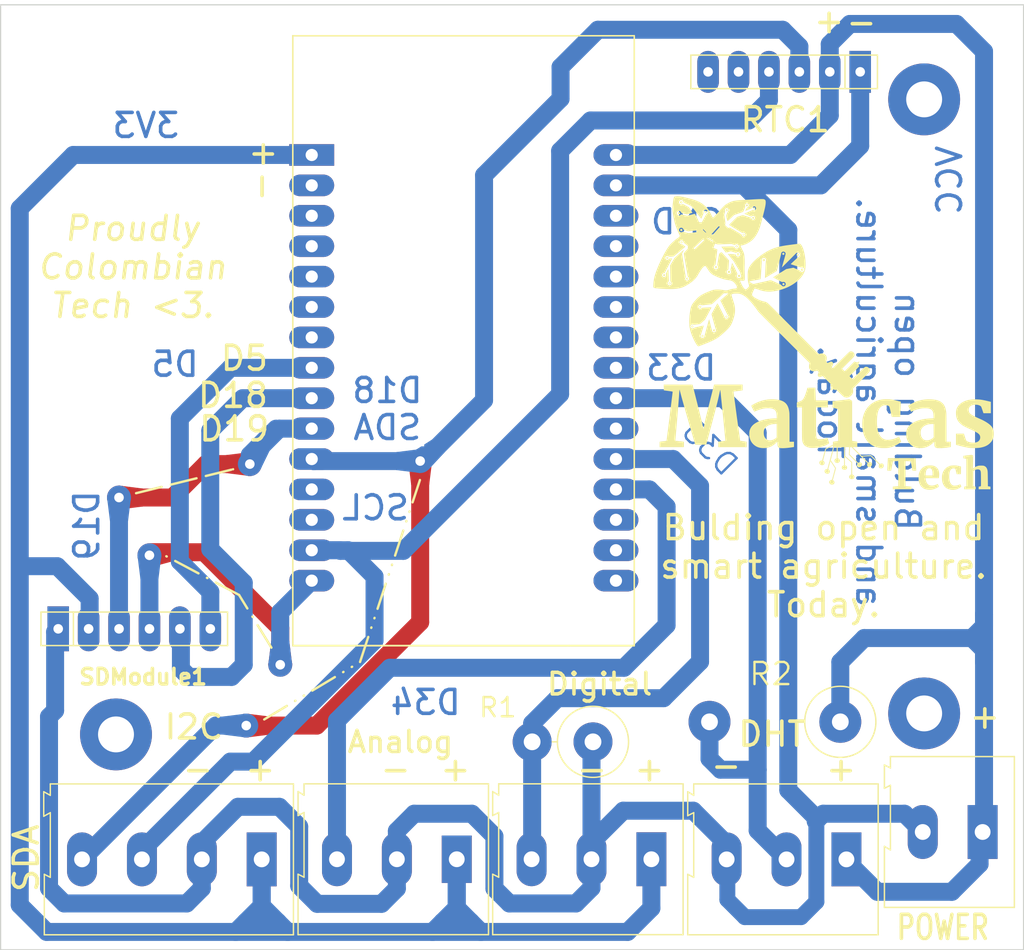
<source format=kicad_pcb>
(kicad_pcb (version 20240108) (generator "pcbnew") (generator_version "8.0")
  (layers (0 "F.Cu" signal) (31 "B.Cu" signal) (34 "B.Paste" user) (35 "F.Paste" user) (36 "B.SilkS" user "B.Silkscreen") (37 "F.SilkS" user "F.Silkscreen") (38 "B.Mask" user) (39 "F.Mask" user) (44 "Edge.Cuts" user))
  (net 0 "")
  (net 13 "D33")
  (net 20 "GND")
  (net 21 "VCC")
  (net 22 "3V3")
  (net 23 "SDA")
  (net 24 "SCL")
  (net 25 "D5")
  (net 26 "D18")
  (net 27 "D23")
  (net 28 "D19")
  (net 29 "D34")
  (net 30 "D35")
  (footprint "ESP32-DEVKIT-V1:MODULE_ESP32_DEVKIT_V1" (layer "F.Cu") (at 141.566 51.161)
    (property "Reference" "U1" (hide yes))
    (property "Value" "ESP32-DEVKIT-V1" (hide yes))
  )
  (footprint "Resistor_THT:R_Axial_DIN0614_L14.3mm_D5.7mm_P5.08mm_Vertical" (layer "F.Cu") (at 152.35 84.67 180)
    (property "Reference" "R1")
    (property "Value" "R" (hide yes))
  )
  (footprint "MountingHole:MountingHole_3mm_Pad" (layer "F.Cu") (at 180 31)
    (property "Reference" "H3" (hide yes))
    (property "Value" "MountingHole" (hide yes))
  )
  (footprint "TerminalBlock:TerminalBlock_Altech_AK300-3_P5.00mm" (layer "F.Cu") (at 173.51 94.488 180)
    (property "Reference" "J4" (hide yes))
    (property "Value" "Screw_Terminal_01x03" (hide yes))
  )
  (footprint "TerminalBlock:TerminalBlock_Altech_AK300-3_P5.00mm" (layer "F.Cu") (at 140.975 94.478 180)
    (property "Reference" "J2" (hide yes))
    (property "Value" "Screw_Terminal_01x03" (hide yes))
  )
  (footprint "Resistor_THT:R_Axial_DIN0614_L14.3mm_D5.7mm_P5.08mm_Vertical" (layer "F.Cu") (at 173 83 180)
    (property "Reference" "R2")
    (property "Value" "R")
  )
  (footprint "TerminalBlock:TerminalBlock_Altech_AK300-2_P5.00mm" (layer "F.Cu") (at 184.883 92.202 180)
    (property "Reference" "J5" (hide yes))
    (property "Value" "Screw_Terminal_01x02" (hide yes))
  )
  (footprint "Resistor_THT:R_Array_SIP6" (layer "F.Cu") (at 174.66 28.702 180)
    (property "Reference" "RTC1")
    (property "Value" "~" (hide yes))
  )
  (footprint "MountingHole:MountingHole_3mm_Pad" (layer "F.Cu") (at 112.525 84.05)
    (property "Reference" "H1" (hide yes))
    (property "Value" "MountingHole" (hide yes))
  )
  (footprint "TerminalBlock:TerminalBlock_Altech_AK300-4_P5.00mm" (layer "F.Cu") (at 124.69 94.488 180)
    (property "Reference" "J1" (hide yes))
    (property "Value" "Screw_Terminal_01x04" (hide yes))
  )
  (footprint "TerminalBlock:TerminalBlock_Altech_AK300-3_P5.00mm" (layer "F.Cu") (at 157.225 94.478 180)
    (property "Reference" "J3" (hide yes))
    (property "Value" "Screw_Terminal_01x03" (hide yes))
  )
  (footprint "Resistor_THT:R_Array_SIP6" (layer "F.Cu") (at 107.7 75.23)
    (property "Reference" "SDModule1")
    (property "Value" "R_Network_Dividers_x04_SIP" (hide yes))
  )
  (footprint "MountingHole:MountingHole_3mm_Pad" (layer "F.Cu") (at 180 82.296)
    (property "Reference" "H2" (hide yes))
    (property "Value" "MountingHole" (hide yes))
  )
  (gr_poly (pts (xy 163.711517 45.322472) (xy 163.717733 45.323135) (xy 163.723844 45.324207) (xy 163.729831 45.325678) (xy 163.735674 45.327539) (xy 163.741352 45.329781) (xy 163.746845 45.332396) (xy 163.752131 45.335374) (xy 163.757191 45.338707) (xy 163.762005 45.342386) (xy 163.76655 45.346401) (xy 163.770808 45.350745) (xy 163.774758 45.355407) (xy 163.778379 45.36038) (xy 163.78165 45.365653) (xy 163.784552 45.371219) (xy 163.787064 45.377069) (xy 163.789164 45.383193) (xy 163.790834 45.389582) (xy 163.792052 45.396228) (xy 163.792798 45.403122) (xy 163.793051 45.410255) (xy 163.792692 45.417896) (xy 163.791651 45.425711) (xy 163.789987 45.433609) (xy 163.787753 45.441497) (xy 163.785008 45.449283) (xy 163.781806 45.456876) (xy 163.778205 45.464182) (xy 163.774261 45.471111) (xy 163.770029 45.477569) (xy 163.765566 45.483465) (xy 163.760929 45.488706) (xy 163.756173 45.493201) (xy 163.751355 45.496858) (xy 163.74894 45.498343) (xy 163.746531 45.499584) (xy 163.744134 45.500569) (xy 163.741757 45.501287) (xy 163.739407 45.501726) (xy 163.73709 45.501875) (xy 163.736001 45.501902) (xy 163.734789 45.501982) (xy 163.733468 45.502112) (xy 163.732049 45.502289) (xy 163.728973 45.502774) (xy 163.725663 45.503415) (xy 163.722221 45.504191) (xy 163.71875 45.505081) (xy 163.715352 45.506063) (xy 163.71213 45.507115) (xy 163.711314 45.507363) (xy 163.710417 45.507569) (xy 163.708395 45.507856) (xy 163.706091 45.507981) (xy 163.70353 45.507948) (xy 163.700738 45.507762) (xy 163.69774 45.507429) (xy 163.694563 45.506953) (xy 163.691231 45.506339) (xy 163.68777 45.505593) (xy 163.684206 45.504719) (xy 163.680565 45.503723) (xy 163.676872 45.502609) (xy 163.673153 45.501382) (xy 163.669434 45.500047) (xy 163.66574 45.49861) (xy 163.662097 45.497074) (xy 163.65507 45.493833) (xy 163.651801 45.492178) (xy 163.648692 45.490494) (xy 163.645738 45.488773) (xy 163.642936 45.487009) (xy 163.640283 45.485196) (xy 163.637775 45.483328) (xy 163.63541 45.481398) (xy 163.633183 45.479401) (xy 163.631091 45.47733) (xy 163.629131 45.475179) (xy 163.627299 45.472942) (xy 163.625593 45.470612) (xy 163.624008 45.468184) (xy 163.622542 45.465651) (xy 163.621191 45.463007) (xy 163.619952 45.460246) (xy 163.61882 45.457362) (xy 163.617794 45.454347) (xy 163.616869 45.451198) (xy 163.616042 45.447906) (xy 163.61531 45.444466) (xy 163.614669 45.440871) (xy 163.614117 45.437116) (xy 163.613649 45.433195) (xy 163.612953 45.424826) (xy 163.612556 45.415716) (xy 163.612429 45.405815) (xy 163.612527 45.400806) (xy 163.612824 45.396028) (xy 163.613328 45.391464) (xy 163.614047 45.3871) (xy 163.614989 45.38292) (xy 163.61616 45.378909) (xy 163.617569 45.37505) (xy 163.619222 45.371329) (xy 163.621128 45.36773) (xy 163.623295 45.364237) (xy 163.625728 45.360835) (xy 163.628437 45.357509) (xy 163.631429 45.354243) (xy 163.63471 45.351021) (xy 163.638289 45.347828) (xy 163.642174 45.344649) (xy 163.648177 45.340236) (xy 163.654301 45.33633) (xy 163.660526 45.332921) (xy 163.666833 45.329999) (xy 163.673199 45.327557) (xy 163.679606 45.325586) (xy 163.686031 45.324076) (xy 163.692456 45.323018) (xy 163.698859 45.322404) (xy 163.705219 45.322225)) (stroke (width -0.000001)) (fill solid) (layer "F.SilkS"))
  (gr_poly (pts (xy 169.442077 43.887693) (xy 169.446608 43.888069) (xy 169.451081 43.888689) (xy 169.455488 43.889546) (xy 169.459824 43.890633) (xy 169.464083 43.891945) (xy 169.468258 43.893473) (xy 169.472344 43.895213) (xy 169.476335 43.897157) (xy 169.480223 43.8993) (xy 169.484005 43.901634) (xy 169.487672 43.904153) (xy 169.49122 43.906852) (xy 169.494642 43.909722) (xy 169.497932 43.912759) (xy 169.501084 43.915955) (xy 169.504092 43.919304) (xy 169.50695 43.9228) (xy 169.509651 43.926436) (xy 169.512191 43.930205) (xy 169.514562 43.934102) (xy 169.516759 43.938119) (xy 169.518775 43.942251) (xy 169.520605 43.946491) (xy 169.522243 43.950833) (xy 169.523681 43.955269) (xy 169.524915 43.959794) (xy 169.525939 43.964401) (xy 169.526745 43.969084) (xy 169.527329 43.973836) (xy 169.527683 43.978651) (xy 169.527803 43.983522) (xy 169.527683 43.988393) (xy 169.527329 43.993208) (xy 169.526745 43.99796) (xy 169.525939 44.002643) (xy 169.524915 44.00725) (xy 169.523681 44.011775) (xy 169.522243 44.016212) (xy 169.520605 44.020553) (xy 169.518775 44.024793) (xy 169.516759 44.028925) (xy 169.514562 44.032943) (xy 169.512191 44.03684) (xy 169.509651 44.040609) (xy 169.50695 44.044245) (xy 169.504092 44.047741) (xy 169.501084 44.05109) (xy 169.497932 44.054286) (xy 169.494642 44.057322) (xy 169.49122 44.060193) (xy 169.487672 44.062891) (xy 169.484005 44.06541) (xy 169.480223 44.067745) (xy 169.476335 44.069887) (xy 169.472344 44.071831) (xy 169.468258 44.073571) (xy 169.464083 44.0751) (xy 169.459824 44.076411) (xy 169.455488 44.077498) (xy 169.451081 44.078355) (xy 169.446608 44.078975) (xy 169.442077 44.079351) (xy 169.437492 44.079478) (xy 169.433356 44.079359) (xy 169.429203 44.079004) (xy 169.425044 44.078418) (xy 169.420887 44.077605) (xy 169.416744 44.07657) (xy 169.412624 44.075317) (xy 169.408537 44.07385) (xy 169.404493 44.072175) (xy 169.400502 44.070294) (xy 169.396574 44.068213) (xy 169.392719 44.065936) (xy 169.388947 44.063468) (xy 169.385268 44.060813) (xy 169.381692 44.057975) (xy 169.37823 44.054959) (xy 169.37489 44.051768) (xy 169.37489 44.051767) (xy 169.369702 44.046157) (xy 169.365081 44.040298) (xy 169.361018 44.034217) (xy 169.357501 44.027942) (xy 169.354521 44.021503) (xy 169.352065 44.014925) (xy 169.350123 44.008238) (xy 169.348686 44.00147) (xy 169.347741 43.994649) (xy 169.347279 43.987803) (xy 169.347288 43.980959) (xy 169.347758 43.974146) (xy 169.348679 43.967392) (xy 169.350039 43.960725) (xy 169.351827 43.954173) (xy 169.354035 43.947764) (xy 169.356649 43.941526) (xy 169.35966 43.935488) (xy 169.363058 43.929676) (xy 169.36683 43.92412) (xy 169.370968 43.918847) (xy 169.375459 43.913885) (xy 169.380294 43.909263) (xy 169.385462 43.905009) (xy 169.390951 43.90115) (xy 169.396752 43.897714) (xy 169.402853 43.89473) (xy 169.409244 43.892226) (xy 169.415914 43.890229) (xy 169.422852 43.888768) (xy 169.430049 43.887871) (xy 169.437492 43.887566)) (stroke (width -0.000001)) (fill solid) (layer "F.SilkS"))
  (gr_poly (pts (xy 159.727938 39.507922) (xy 159.733741 39.508685) (xy 159.73949 39.509831) (xy 159.74517 39.511356) (xy 159.750763 39.513254) (xy 159.756253 39.51552) (xy 159.761623 39.51815) (xy 159.766856 39.521138) (xy 159.771937 39.52448) (xy 159.776849 39.528169) (xy 159.781574 39.532202) (xy 159.786097 39.536573) (xy 159.790401 39.541277) (xy 159.794469 39.54631) (xy 159.798285 39.551665) (xy 159.801832 39.557339) (xy 159.805094 39.563325) (xy 159.808054 39.56962) (xy 159.810696 39.576218) (xy 159.813002 39.583113) (xy 159.813832 39.586278) (xy 159.814442 39.589547) (xy 159.814837 39.592911) (xy 159.815024 39.596359) (xy 159.815006 39.599881) (xy 159.814791 39.603467) (xy 159.814382 39.607108) (xy 159.813787 39.610792) (xy 159.812057 39.61825) (xy 159.809643 39.625762) (xy 159.806591 39.633245) (xy 159.802943 39.640619) (xy 159.798744 39.647801) (xy 159.794037 39.654712) (xy 159.788866 39.661268) (xy 159.783275 39.66739) (xy 159.777308 39.672996) (xy 159.774198 39.67558) (xy 159.771009 39.678004) (xy 159.767749 39.680259) (xy 159.764422 39.682334) (xy 159.761033 39.684218) (xy 159.757589 39.685903) (xy 159.74681 39.690698) (xy 159.7422 39.692615) (xy 159.738014 39.69422) (xy 159.734182 39.69552) (xy 159.730634 39.696519) (xy 159.727298 39.697226) (xy 159.724105 39.697645) (xy 159.720982 39.697784) (xy 159.717861 39.697648) (xy 159.714669 39.697244) (xy 159.711337 39.696578) (xy 159.707793 39.695656) (xy 159.703967 39.694484) (xy 159.699788 39.693069) (xy 159.695185 39.691417) (xy 159.695185 39.691416) (xy 159.688884 39.688898) (xy 159.682866 39.686066) (xy 159.677138 39.682936) (xy 159.671702 39.679524) (xy 159.666563 39.675846) (xy 159.661724 39.671919) (xy 159.657191 39.667758) (xy 159.652968 39.66338) (xy 159.649057 39.658801) (xy 159.645465 39.654036) (xy 159.642194 39.649104) (xy 159.639249 39.644018) (xy 159.636634 39.638796) (xy 159.634353 39.633454) (xy 159.63241 39.628008) (xy 159.63081 39.622474) (xy 159.629556 39.616869) (xy 159.628653 39.611208) (xy 159.628105 39.605508) (xy 159.627916 39.599784) (xy 159.62809 39.594054) (xy 159.628632 39.588333) (xy 159.629545 39.582637) (xy 159.630834 39.576983) (xy 159.632502 39.571386) (xy 159.634554 39.565864) (xy 159.636994 39.560431) (xy 159.639827 39.555105) (xy 159.643055 39.549902) (xy 159.646684 39.544836) (xy 159.650718 39.539926) (xy 159.655161 39.535187) (xy 159.660153 39.530508) (xy 159.665307 39.526277) (xy 159.670606 39.52249) (xy 159.676033 39.519142) (xy 159.681573 39.516227) (xy 159.687208 39.513741) (xy 159.692922 39.511679) (xy 159.698699 39.510036) (xy 159.704521 39.508806) (xy 159.710373 39.507985) (xy 159.716237 39.507567) (xy 159.722098 39.507548)) (stroke (width -0.000001)) (fill solid) (layer "F.SilkS"))
  (gr_poly (pts (xy 176.974131 56.04744) (xy 177.080851 56.052869) (xy 177.186172 56.062294) (xy 177.292165 56.076026) (xy 177.4009 56.094374) (xy 177.514449 56.117647) (xy 177.634883 56.146154) (xy 177.764272 56.180206) (xy 177.846036 56.202349) (xy 177.919352 56.221669) (xy 177.976204 56.236085) (xy 178.008577 56.243521) (xy 178.013238 56.2442) (xy 178.017589 56.244551) (xy 178.025384 56.244912) (xy 178.028837 56.245245) (xy 178.032 56.245896) (xy 178.033474 56.246391) (xy 178.034877 56.247026) (xy 178.036211 56.247821) (xy 178.037475 56.248797) (xy 178.03867 56.249973) (xy 178.039797 56.251369) (xy 178.040856 56.253007) (xy 178.041849 56.254906) (xy 178.042774 56.257086) (xy 178.043634 56.259568) (xy 178.045159 56.265517) (xy 178.046428 56.272915) (xy 178.047445 56.281923) (xy 178.048216 56.292703) (xy 178.048745 56.305416) (xy 178.049037 56.320225) (xy 178.049097 56.33729) (xy 178.04893 56.356774) (xy 178.048541 56.378837) (xy 178.047114 56.43135) (xy 178.044855 56.496122) (xy 178.041804 56.574446) (xy 178.037998 56.667614) (xy 178.028277 56.903656) (xy 178.005886 57.487857) (xy 178.005758 57.524545) (xy 177.296584 57.524545) (xy 177.274019 57.425766) (xy 177.180266 57.011782) (xy 177.148613 56.876143) (xy 177.134528 56.819296) (xy 177.121758 56.770332) (xy 177.110416 56.729678) (xy 177.100617 56.697758) (xy 177.092476 56.675) (xy 177.086107 56.661828) (xy 177.082752 56.657051) (xy 177.079037 56.652321) (xy 177.074972 56.647643) (xy 177.070563 56.643021) (xy 177.065821 56.638459) (xy 177.060754 56.63396) (xy 177.049676 56.625168) (xy 177.0374 56.616675) (xy 177.023993 56.608514) (xy 177.009523 56.600714) (xy 176.994059 56.593306) (xy 176.977669 56.586322) (xy 176.960421 56.579792) (xy 176.942384 56.573748) (xy 176.923626 56.568219) (xy 176.904215 56.563237) (xy 176.884219 56.558832) (xy 176.863708 56.555036) (xy 176.842748 56.551879) (xy 176.801489 56.547735) (xy 176.760825 56.546385) (xy 176.720811 56.547804) (xy 176.681499 56.551967) (xy 176.642945 56.55885) (xy 176.605202 56.568428) (xy 176.568325 56.580676) (xy 176.532366 56.59557) (xy 176.497381 56.613085) (xy 176.463423 56.633197) (xy 176.430547 56.65588) (xy 176.398806 56.68111) (xy 176.368255 56.708862) (xy 176.338947 56.739112) (xy 176.310937 56.771835) (xy 176.284278 56.807006) (xy 176.260047 56.843108) (xy 176.237377 56.881381) (xy 176.216232 56.921978) (xy 176.196574 56.965052) (xy 176.178367 57.010759) (xy 176.161574 57.05925) (xy 176.146158 57.11068) (xy 176.132083 57.165202) (xy 176.119312 57.22297) (xy 176.107808 57.284137) (xy 176.097535 57.348856) (xy 176.088456 57.417282) (xy 176.080534 57.489568) (xy 176.073733 57.565868) (xy 176.068015 57.646334) (xy 176.063344 57.731121) (xy 176.058382 57.889012) (xy 176.058874 58.040189) (xy 176.064769 58.184496) (xy 176.076015 58.321778) (xy 176.09256 58.451879) (xy 176.114351 58.574645) (xy 176.141338 58.689919) (xy 176.173467 58.797546) (xy 176.210687 58.897371) (xy 176.252945 58.989238) (xy 176.300191 59.072992) (xy 176.352372 59.148477) (xy 176.409435 59.215537) (xy 176.47133 59.274018) (xy 176.538004 59.323763) (xy 176.609404 59.364618) (xy 176.633813 59.376294) (xy 176.657545 59.386887) (xy 176.680778 59.396431) (xy 176.703689 59.404956) (xy 176.726456 59.412496) (xy 176.749255 59.419084) (xy 176.772264 59.424751) (xy 176.795659 59.429531) (xy 176.819618 59.433456) (xy 176.844317 59.436559) (xy 176.869934 59.438871) (xy 176.896646 59.440427) (xy 176.92463 59.441257) (xy 176.954062 59.441395) (xy 176.985121 59.440873) (xy 177.017983 59.439724) (xy 177.067696 59.437013) (xy 177.116585 59.433173) (xy 177.164723 59.428186) (xy 177.212183 59.422032) (xy 177.259038 59.414692) (xy 177.30536 59.406149) (xy 177.351222 59.396384) (xy 177.396698 59.385377) (xy 177.441859 59.373111) (xy 177.486778 59.359566) (xy 177.531529 59.344724) (xy 177.576183 59.328566) (xy 177.620814 59.311074) (xy 177.665494 59.292228) (xy 177.710297 59.272011) (xy 177.755294 59.250402) (xy 177.809474 59.224029) (xy 177.854242 59.203032) (xy 177.871644 59.195213) (xy 177.88495 59.189535) (xy 177.893579 59.186263) (xy 177.895958 59.185612) (xy 177.89695 59.185662) (xy 177.905189 59.202997) (xy 177.925729 59.247237) (xy 177.991271 59.389669) (xy 178.082937 59.589685) (xy 178.013302 59.654177) (xy 177.994963 59.670674) (xy 177.975388 59.687346) (xy 177.954615 59.70417) (xy 177.932684 59.721118) (xy 177.909635 59.738167) (xy 177.885509 59.755288) (xy 177.860344 59.772458) (xy 177.834181 59.78965) (xy 177.807059 59.806839) (xy 177.779018 59.823999) (xy 177.750099 59.841104) (xy 177.72034 59.858128) (xy 177.658466 59.891833) (xy 177.593712 59.924908) (xy 177.55373 59.944219) (xy 177.513996 59.962461) (xy 177.474421 59.97966) (xy 177.434916 59.995843) (xy 177.39539 60.011036) (xy 177.355754 60.025265) (xy 177.315918 60.038558) (xy 177.275793 60.050941) (xy 177.235289 60.062441) (xy 177.194316 60.073084) (xy 177.152784 60.082896) (xy 177.110604 60.091905) (xy 177.067686 60.100137) (xy 177.023941 60.107618) (xy 176.979278 60.114375) (xy 176.933608 60.120434) (xy 176.882116 60.124919) (xy 176.814243 60.128086) (xy 176.735249 60.129944) (xy 176.650394 60.1305) (xy 176.56494 60.129759) (xy 176.484145 60.12773) (xy 176.413271 60.124419) (xy 176.357578 60.119833) (xy 176.357581 60.119766) (xy 176.312833 60.113889) (xy 176.263513 60.105969) (xy 176.211146 60.096334) (xy 176.157254 60.085311) (xy 176.103364 60.073226) (xy 176.050997 60.060407) (xy 176.00168 60.047179) (xy 175.956936 60.033871) (xy 175.899367 60.014414) (xy 175.843089 59.992804) (xy 175.78812 59.969065) (xy 175.734478 59.943224) (xy 175.682182 59.915307) (xy 175.631249 59.885338) (xy 175.581698 59.853344) (xy 175.533547 59.819351) (xy 175.486815 59.783383) (xy 175.44152 59.745467) (xy 175.397679 59.705629) (xy 175.355312 59.663894) (xy 175.314436 59.620288) (xy 175.27507 59.574836) (xy 175.237232 59.527565) (xy 175.200941 59.4785) (xy 175.166214 59.427666) (xy 175.13307 59.37509) (xy 175.101527 59.320796) (xy 175.071604 59.264812) (xy 175.043318 59.207162) (xy 175.016688 59.147872) (xy 174.991733 59.086968) (xy 174.968469 59.024475) (xy 174.946917 58.96042) (xy 174.927094 58.894827) (xy 174.909018 58.827724) (xy 174.892708 58.759134) (xy 174.865456 58.617601) (xy 174.845487 58.470434) (xy 174.83979 58.400047) (xy 174.835992 58.314889) (xy 174.834055 58.220005) (xy 174.833939 58.120442) (xy 174.835606 58.021244) (xy 174.839015 57.927457) (xy 174.844129 57.844127) (xy 174.850907 57.7763) (xy 174.868005 57.6648) (xy 174.889907 57.556045) (xy 174.916548 57.450148) (xy 174.947862 57.347222) (xy 174.983783 57.247379) (xy 175.024245 57.150732) (xy 175.069183 57.057395) (xy 175.118529 56.967479) (xy 175.172218 56.881098) (xy 175.230184 56.798365) (xy 175.292362 56.719392) (xy 175.358685 56.644292) (xy 175.429087 56.573179) (xy 175.503503 56.506164) (xy 175.581866 56.44336) (xy 175.66411 56.384881) (xy 175.729685 56.342744) (xy 175.796047 56.303532) (xy 175.863296 56.267215) (xy 175.931532 56.233765) (xy 176.000857 56.203155) (xy 176.07137 56.175355) (xy 176.143171 56.150338) (xy 176.216362 56.128074) (xy 176.291042 56.108536) (xy 176.367312 56.091695) (xy 176.445272 56.077522) (xy 176.525023 56.065991) (xy 176.606665 56.057071) (xy 176.690298 56.050735) (xy 176.776023 56.046954) (xy 176.863939 56.0457)) (stroke (width -0.000001)) (fill solid) (layer "F.SilkS"))
  (gr_line (start 122.3 61.9) (end 122.3 61.9) (stroke (width 0.2) (type dash)) (layer "F.SilkS"))
  (gr_line (start 125.5 76.8) (end 122.8 72.4) (stroke (width 0.2) (type dash_dot)) (layer "F.SilkS"))
  (gr_poly (pts (xy 167.389111 56.054761) (xy 167.467576 56.057852) (xy 167.621133 56.068899) (xy 167.763416 56.086612) (xy 167.894739 56.111269) (xy 167.95639 56.126289) (xy 168.015419 56.14315) (xy 168.071865 56.161886) (xy 168.12577 56.182533) (xy 168.17717 56.205124) (xy 168.226107 56.229696) (xy 168.27262 56.256283) (xy 168.316747 56.28492) (xy 168.358529 56.315641) (xy 168.398004 56.348482) (xy 168.435213 56.383478) (xy 168.470194 56.420663) (xy 168.502987 56.460072) (xy 168.533631 56.50174) (xy 168.562166 56.545702) (xy 168.588632 56.591993) (xy 168.613067 56.640647) (xy 168.635511 56.6917) (xy 168.656003 56.745186) (xy 168.674584 56.80114) (xy 168.691291 56.859598) (xy 168.706165 56.920593) (xy 168.730571 57.050338) (xy 168.748117 57.190652) (xy 168.750825 57.237803) (xy 168.753217 57.319641) (xy 168.756997 57.581575) (xy 168.759346 57.964842) (xy 168.760153 58.45783) (xy 168.760153 59.601693) (xy 169.132687 59.601693) (xy 169.132687 60.039004) (xy 169.090353 60.046344) (xy 168.914077 60.074827) (xy 168.742701 60.098509) (xy 168.579204 60.117171) (xy 168.426563 60.130595) (xy 168.287758 60.138562) (xy 168.165765 60.140854) (xy 168.063564 60.137251) (xy 168.020816 60.133171) (xy 167.984132 60.127536) (xy 167.984141 60.127542) (xy 167.966578 60.123978) (xy 167.950073 60.120206) (xy 167.93458 60.116201) (xy 167.920051 60.111937) (xy 167.906439 60.10739) (xy 167.893696 60.102533) (xy 167.881773 60.097342) (xy 167.870625 60.091791) (xy 167.860203 60.085856) (xy 167.850459 60.079509) (xy 167.841347 60.072727) (xy 167.832818 60.065484) (xy 167.824825 60.057754) (xy 167.81732 60.049513) (xy 167.810256 60.040734) (xy 167.803586 60.031393) (xy 167.796472 60.020415) (xy 167.790017 60.009486) (xy 167.784182 59.998416) (xy 167.778929 59.987019) (xy 167.77422 59.975106) (xy 167.770015 59.962491) (xy 167.766278 59.948984) (xy 167.762969 59.934398) (xy 167.760049 59.918546) (xy 167.757481 59.90124) (xy 167.755225 59.882292) (xy 167.753245 59.861513) (xy 167.7515 59.838718) (xy 167.749953 59.813717) (xy 167.748565 59.786322) (xy 167.747297 59.756347) (xy 167.741232 59.600552) (xy 167.649563 59.689602) (xy 167.609318 59.72752) (xy 167.568028 59.764091) (xy 167.525693 59.799317) (xy 167.48231 59.833199) (xy 167.437876 59.86574) (xy 167.39239 59.896941) (xy 167.345849 59.926804) (xy 167.298251 59.955331) (xy 167.258069 59.977781) (xy 167.217917 59.99857) (xy 167.177672 60.017728) (xy 167.137216 60.035285) (xy 167.096427 60.051271) (xy 167.055185 60.065717) (xy 167.013369 60.078651) (xy 166.97086 60.090105) (xy 166.927536 60.100109) (xy 166.883278 60.108692) (xy 166.837965 60.115885) (xy 166.791475 60.121719) (xy 166.74369 60.126222) (xy 166.694488 60.129425) (xy 166.643749 60.131358) (xy 166.591353 60.132052) (xy 166.525545 60.130966) (xy 166.461692 60.127464) (xy 166.399726 60.121524) (xy 166.339585 60.11312) (xy 166.281202 60.10223) (xy 166.224512 60.088827) (xy 166.169451 60.07289) (xy 166.115955 60.054392) (xy 166.063957 60.03331) (xy 166.013393 60.00962) (xy 165.964198 59.983298) (xy 165.916308 59.954319) (xy 165.869656 59.92266) (xy 165.824179 59.888295) (xy 165.779811 59.851202) (xy 165.736488 59.811355) (xy 165.707658 59.782541) (xy 165.680105 59.752841) (xy 165.653824 59.722249) (xy 165.628812 59.690758) (xy 165.605066 59.658363) (xy 165.582582 59.625057) (xy 165.561357 59.590833) (xy 165.541387 59.555684) (xy 165.522669 59.519605) (xy 165.505199 59.482589) (xy 165.488973 59.44463) (xy 165.473989 59.40572) (xy 165.460243 59.365854) (xy 165.44773 59.325026) (xy 165.436449 59.283227) (xy 165.426394 59.240454) (xy 165.420416 59.209729) (xy 165.415255 59.176379) (xy 165.410911 59.140828) (xy 165.407383 59.103496) (xy 165.402769 59.025182) (xy 165.4014 58.944815) (xy 165.403268 58.865772) (xy 165.404731 58.839857) (xy 166.608713 58.839857) (xy 166.609199 58.87378) (xy 166.610551 58.907718) (xy 166.612768 58.941297) (xy 166.615851 58.974142) (xy 166.619798 59.005879) (xy 166.624609 59.036135) (xy 166.630284 59.064533) (xy 166.636821 59.090701) (xy 166.651487 59.137658) (xy 166.668431 59.181799) (xy 166.677746 59.202805) (xy 166.687617 59.223096) (xy 166.698041 59.242669) (xy 166.709012 59.261521) (xy 166.720526 59.279648) (xy 166.73258 59.297046) (xy 166.745169 59.313713) (xy 166.758288 59.329644) (xy 166.771934 59.344836) (xy 166.786102 59.359286) (xy 166.800788 59.372989) (xy 166.815987 59.385944) (xy 166.831695 59.398146) (xy 166.847909 59.409591) (xy 166.864623 59.420276) (xy 166.881833 59.430198) (xy 166.899535 59.439354) (xy 166.917726 59.447739) (xy 166.936399 59.45535) (xy 166.955552 59.462184) (xy 166.97518 59.468237) (xy 166.995279 59.473506) (xy 167.015844 59.477987) (xy 167.036871 59.481677) (xy 167.058356 59.484572) (xy 167.080294 59.486669) (xy 167.102681 59.487965) (xy 167.125514 59.488455) (xy 167.152138 59.488193) (xy 167.176618 59.487197) (xy 167.188239 59.486395) (xy 167.199548 59.485374) (xy 167.210618 59.484124) (xy 167.221523 59.482633) (xy 167.232339 59.48089) (xy 167.243139 59.478883) (xy 167.253999 59.4766) (xy 167.264991 59.474031) (xy 167.287673 59.467987) (xy 167.311781 59.460659) (xy 167.31178 59.460647) (xy 167.331243 59.45412) (xy 167.350971 59.44691) (xy 167.370906 59.439049) (xy 167.390991 59.430567) (xy 167.411168 59.421496) (xy 167.431381 59.411866) (xy 167.451571 59.40171) (xy 167.471681 59.391058) (xy 167.491654 59.379941) (xy 167.511433 59.368391) (xy 167.53096 59.356438) (xy 167.550177 59.344115) (xy 167.569028 59.331451) (xy 167.587455 59.318479) (xy 167.6054 59.305229) (xy 167.622807 59.291732) (xy 167.687718 59.240127) (xy 167.687718 58.108181) (xy 167.554445 58.115722) (xy 167.462275 58.122647) (xy 167.374845 58.132744) (xy 167.292134 58.146025) (xy 167.21412 58.162501) (xy 167.140778 58.182186) (xy 167.072089 58.205091) (xy 167.008027 58.231229) (xy 166.948573 58.260611) (xy 166.893702 58.29325) (xy 166.843393 58.329158) (xy 166.797624 58.368347) (xy 166.756371 58.41083) (xy 166.719613 58.456617) (xy 166.687326 58.505722) (xy 166.65949 58.558157) (xy 166.636081 58.613934) (xy 166.629616 58.634261) (xy 166.624022 58.657597) (xy 166.619298 58.683569) (xy 166.615444 58.711802) (xy 166.612459 58.741922) (xy 166.610343 58.773554) (xy 166.609094 58.806323) (xy 166.608713 58.839857) (xy 165.404731 58.839857) (xy 165.405411 58.827803) (xy 165.40836 58.791431) (xy 165.412112 58.757079) (xy 165.416666 58.725169) (xy 165.422021 58.696123) (xy 165.428175 58.670364) (xy 165.43922 58.632699) (xy 165.451555 58.595793) (xy 165.465187 58.559639) (xy 165.480127 58.52423) (xy 165.496381 58.489559) (xy 165.513959 58.455619) (xy 165.532868 58.422402) (xy 165.553118 58.389903) (xy 165.574716 58.358114) (xy 165.59767 58.327027) (xy 165.62199 58.296637) (xy 165.647683 58.266935) (xy 165.674758 58.237916) (xy 165.703224 58.209572) (xy 165.733088 58.181896) (xy 165.764359 58.154881) (xy 165.797045 58.12852) (xy 165.831155 58.102806) (xy 165.903679 58.053292) (xy 165.981998 58.006283) (xy 166.06618 57.961723) (xy 166.15629 57.919557) (xy 166.252397 57.879727) (xy 166.354566 57.842179) (xy 166.462864 57.806857) (xy 166.521006 57.789861) (xy 166.582456 57.773545) (xy 166.713676 57.743184) (xy 166.853321 57.716234) (xy 166.998188 57.693153) (xy 167.145071 57.674402) (xy 167.290768 57.660439) (xy 167.432075 57.651725) (xy 167.565788 57.648718) (xy 167.687709 57.648718) (xy 167.687709 57.514068) (xy 167.686525 57.438272) (xy 167.68295 57.368026) (xy 167.680255 57.33492) (xy 167.676949 57.303126) (xy 167.673028 57.272618) (xy 167.668488 57.24337) (xy 167.663324 57.215358) (xy 167.657533 57.188555) (xy 167.651109 57.162936) (xy 167.644048 57.138476) (xy 167.636347 57.115149) (xy 167.628001 57.09293) (xy 167.619005 57.071794) (xy 167.609355 57.051715) (xy 167.603586 57.040955) (xy 167.597354 57.030375) (xy 167.590666 57.019979) (xy 167.583529 57.009772) (xy 167.575951 56.999758) (xy 167.567939 56.989942) (xy 167.5595 56.98033) (xy 167.550643 56.970924) (xy 167.541375 56.96173) (xy 167.531702 56.952753) (xy 167.521634 56.943996) (xy 167.511176 56.935466) (xy 167.500337 56.927165) (xy 167.489124 56.9191) (xy 167.465605 56.903692) (xy 167.440681 56.889278) (xy 167.41441 56.875896) (xy 167.386852 56.863582) (xy 167.358067 56.852373) (xy 167.328115 56.842306) (xy 167.297055 56.833418) (xy 167.264948 56.825744) (xy 167.231852 56.819323) (xy 167.197286 56.814088) (xy 167.160063 56.809794) (xy 167.12049 56.80643) (xy 167.07887 56.803986) (xy 166.990707 56.801819) (xy 166.89801 56.803212) (xy 166.803216 56.808083) (xy 166.708759 56.81635) (xy 166.617074 56.827932) (xy 166.573033 56.834941) (xy 166.530598 56.842749) (xy 166.479109 56.854872) (xy 166.41138 56.873684) (xy 166.332304 56.89758) (xy 166.246773 56.924955) (xy 166.159679 56.954204) (xy 166.075912 56.983723) (xy 166.000366 57.011907) (xy 165.937932 57.037152) (xy 165.895162 57.05526) (xy 165.857991 57.070601) (xy 165.830404 57.081556) (xy 165.821451 57.084882) (xy 165.816391 57.086505) (xy 165.81486 57.08588) (xy 165.812533 57.083529) (xy 165.805657 57.073979) (xy 165.796101 57.058524) (xy 165.784204 57.037831) (xy 165.754737 56.983397) (xy 165.719961 56.916016) (xy 165.682581 56.841025) (xy 165.645303 56.763762) (xy 165.610832 56.689565) (xy 165.581874 56.623773) (xy 165.566154 56.586612) (xy 165.653265 56.529538) (xy 165.681659 56.511598) (xy 165.713929 56.492385) (xy 165.788107 56.451094) (xy 165.871809 56.407574) (xy 165.961045 56.363733) (xy 166.051825 56.321478) (xy 166.140159 56.282719) (xy 166.222058 56.249363) (xy 166.293532 56.223318) (xy 166.370414 56.198333) (xy 166.445684 56.175462) (xy 166.519586 56.15467) (xy 166.592366 56.135922) (xy 166.66427 56.119185) (xy 166.735542 56.104424) (xy 166.80643 56.091603) (xy 166.877177 56.080689) (xy 166.94803 56.071646) (xy 167.019233 56.064441) (xy 167.091034 56.059038) (xy 167.163676 56.055403) (xy 167.237406 56.053502) (xy 167.312469 56.053299)) (stroke (width -0.000001)) (fill solid) (layer "F.SilkS"))
  (gr_poly (pts (xy 166.122272 47.738656) (xy 166.123709 47.739082) (xy 166.12565 47.739773) (xy 166.128064 47.740717) (xy 166.134187 47.743302) (xy 166.141826 47.746722) (xy 166.150731 47.750862) (xy 166.160652 47.755608) (xy 166.171339 47.760845) (xy 166.182539 47.766458) (xy 166.243082 47.795417) (xy 166.308927 47.823825) (xy 166.378251 47.851057) (xy 166.449227 47.87649) (xy 166.520029 47.8995) (xy 166.588833 47.919464) (xy 166.653812 47.935757) (xy 166.684297 47.942332) (xy 166.713141 47.947755) (xy 166.734258 47.951846) (xy 166.756685 47.957001) (xy 166.779784 47.963025) (xy 166.802916 47.969724) (xy 166.825441 47.976905) (xy 166.846722 47.984372) (xy 166.86612 47.991933) (xy 166.882995 47.999392) (xy 166.889696 48.002834) (xy 166.897179 48.00725) (xy 166.905763 48.012956) (xy 166.915769 48.020266) (xy 166.927517 48.029497) (xy 166.941328 48.040964) (xy 166.976418 48.071869) (xy 167.023602 48.115506) (xy 167.085442 48.174398) (xy 167.1645 48.251071) (xy 167.263339 48.34805) (xy 167.38452 48.467859) (xy 167.530606 48.613022) (xy 167.907742 48.989511) (xy 168.415245 49.497715) (xy 169.073613 50.157829) (xy 171.190851 52.281268) (xy 171.28059 52.254) (xy 171.315566 52.244303) (xy 171.350053 52.236597) (xy 171.383992 52.230871) (xy 171.417321 52.227116) (xy 171.449978 52.225322) (xy 171.481903 52.225477) (xy 171.513035 52.227573) (xy 171.543312 52.231598) (xy 171.572673 52.237543) (xy 171.601058 52.245397) (xy 171.628405 52.25515) (xy 171.654653 52.266793) (xy 171.679741 52.280313) (xy 171.703609 52.295703) (xy 171.726194 52.31295) (xy 171.747435 52.332046) (xy 171.769717 52.355183) (xy 171.78001 52.367009) (xy 171.78974 52.379014) (xy 171.798907 52.391206) (xy 171.807514 52.403589) (xy 171.81556 52.416171) (xy 171.823047 52.428956) (xy 171.829977 52.441952) (xy 171.83635 52.455164) (xy 171.842167 52.468599) (xy 171.847431 52.482262) (xy 171.852141 52.49616) (xy 171.856299 52.510298) (xy 171.859907 52.524684) (xy 171.862964 52.539322) (xy 171.865474 52.55422) (xy 171.867435 52.569382) (xy 171.868851 52.584816) (xy 171.869721 52.600527) (xy 171.870048 52.616522) (xy 171.869832 52.632806) (xy 171.867776 52.666267) (xy 171.863562 52.70096) (xy 171.857201 52.736933) (xy 171.8487 52.774235) (xy 171.83807 52.812915) (xy 171.812467 52.89916) (xy 171.938721 53.025415) (xy 172.032702 52.978112) (xy 172.051713 52.968821) (xy 172.070607 52.960133) (xy 172.089311 52.952066) (xy 172.10775 52.94464) (xy 172.125851 52.937875) (xy 172.143539 52.93179) (xy 172.160741 52.926405) (xy 172.177382 52.921739) (xy 172.193389 52.917812) (xy 172.208687 52.914642) (xy 172.223203 52.912251) (xy 172.236862 52.910656) (xy 172.249591 52.909878) (xy 172.261316 52.909935) (xy 172.271961 52.910849) (xy 172.281455 52.912637) (xy 172.28569 52.913804) (xy 172.289953 52.915182) (xy 172.298533 52.918539) (xy 172.307133 52.92265) (xy 172.315691 52.927458) (xy 172.324145 52.932902) (xy 172.332434 52.938925) (xy 172.340495 52.945468) (xy 172.348268 52.952472) (xy 172.35569 52.959879) (xy 172.3627 52.967631) (xy 172.369236 52.975669) (xy 172.375235 52.983934) (xy 172.380638 52.992369) (xy 172.385381 53.000913) (xy 172.389403 53.00951) (xy 172.392643 53.0181) (xy 172.395638 53.028871) (xy 172.397738 53.04033) (xy 172.39894 53.052488) (xy 172.399242 53.065355) (xy 172.398642 53.078942) (xy 172.397139 53.093259) (xy 172.394729 53.108316) (xy 172.39141 53.124126) (xy 172.387182 53.140697) (xy 172.38204 53.15804) (xy 172.375984 53.176167) (xy 172.369011 53.195087) (xy 172.361119 53.214812) (xy 172.352306 53.235351) (xy 172.34257 53.256715) (xy 172.331908 53.278915) (xy 172.285862 53.37243) (xy 172.327657 53.414227) (xy 172.369452 53.456024) (xy 173.049576 52.777737) (xy 173.341526 52.488078) (xy 173.563041 52.271546) (xy 173.708206 52.133854) (xy 173.750309 52.096359) (xy 173.771106 52.080716) (xy 173.792558 52.071922) (xy 173.814166 52.064854) (xy 173.835866 52.059499) (xy 173.857593 52.055847) (xy 173.879282 52.053884) (xy 173.90087 52.0536) (xy 173.922292 52.054983) (xy 173.943482 52.05802) (xy 173.964377 52.062699) (xy 173.984912 52.06901) (xy 174.005022 52.07694) (xy 174.024643 52.086477) (xy 174.04371 52.09761) (xy 174.062159 52.110326) (xy 174.079926 52.124615) (xy 174.096944 52.140463) (xy 174.111938 52.156392) (xy 174.125552 52.172802) (xy 174.137782 52.189671) (xy 174.148622 52.206978) (xy 174.158067 52.224702) (xy 174.166112 52.242823) (xy 174.172753 52.261318) (xy 174.177985 52.280167) (xy 174.181801 52.299348) (xy 174.184198 52.31884) (xy 174.185169 52.338623) (xy 174.184711 52.358675) (xy 174.182819 52.378975) (xy 174.179486 52.399501) (xy 174.174708 52.420233) (xy 174.16848 52.441149) (xy 174.166811 52.445863) (xy 174.164861 52.450691) (xy 174.162564 52.455703) (xy 174.159855 52.46097) (xy 174.156667 52.466563) (xy 174.152935 52.472553) (xy 174.148593 52.479011) (xy 174.143575 52.486006) (xy 174.137816 52.493611) (xy 174.131249 52.501896) (xy 174.115429 52.520787) (xy 174.095588 52.543248) (xy 174.071201 52.569843) (xy 174.04174 52.601139) (xy 174.00668 52.637702) (xy 173.965492 52.680098) (xy 173.917651 52.728893) (xy 173.799903 52.847947) (xy 173.649221 52.999392) (xy 173.148385 53.502002) (xy 173.255683 53.608853) (xy 173.36298 53.715704) (xy 173.772736 53.306063) (xy 174.18249 52.896423) (xy 174.247931 52.93085) (xy 174.25722 52.935645) (xy 174.266055 52.940008) (xy 174.274497 52.943955) (xy 174.282609 52.947504) (xy 174.290456 52.950671) (xy 174.298098 52.953472) (xy 174.3056 52.955924) (xy 174.313023 52.958043) (xy 174.320432 52.959847) (xy 174.327887 52.961352) (xy 174.335453 52.962574) (xy 174.343193 52.96353) (xy 174.351168 52.964237) (xy 174.359442 52.96471) (xy 174.368077 52.964968) (xy 174.377137 52.965026) (xy 174.3893 52.964668) (xy 174.401783 52.963689) (xy 174.414498 52.96212) (xy 174.427357 52.959991) (xy 174.440272 52.957332) (xy 174.453155 52.954174) (xy 174.465919 52.950547) (xy 174.478476 52.946482) (xy 174.490738 52.942009) (xy 174.502617 52.937159) (xy 174.514025 52.931961) (xy 174.524875 52.926446) (xy 174.535079 52.920645) (xy 174.544549 52.914588) (xy 174.553197 52.908306) (xy 174.560935 52.901828) (xy 174.563854 52.899287) (xy 174.566605 52.897093) (xy 174.569185 52.895239) (xy 174.571596 52.893716) (xy 174.573834 52.892515) (xy 174.575901 52.891627) (xy 174.577794 52.891045) (xy 174.579513 52.890759) (xy 174.580307 52.890725) (xy 174.581057 52.890762) (xy 174.581763 52.890868) (xy 174.582425 52.891044) (xy 174.583043 52.891287) (xy 174.583616 52.891597) (xy 174.584145 52.891973) (xy 174.58463 52.892413) (xy 174.585069 52.892917) (xy 174.585464 52.893483) (xy 174.586119 52.894798) (xy 174.586593 52.896351) (xy 174.586886 52.898132) (xy 174.586997 52.900133) (xy 174.586924 52.902346) (xy 174.586667 52.904762) (xy 174.586225 52.907372) (xy 174.585598 52.910168) (xy 174.584783 52.913142) (xy 174.58378 52.916284) (xy 174.582589 52.919588) (xy 174.581208 52.923043) (xy 174.579636 52.926641) (xy 174.577873 52.930375) (xy 174.575918 52.934235) (xy 174.573769 52.938213) (xy 174.571427 52.9423) (xy 174.568889 52.946488) (xy 174.566155 52.950769) (xy 174.555092 52.969138) (xy 174.5455 52.988144) (xy 174.537379 53.007676) (xy 174.53073 53.027626) (xy 174.525552 53.047883) (xy 174.521846 53.06834) (xy 174.519612 53.088885) (xy 174.51885 53.109409) (xy 174.51956 53.129804) (xy 174.521742 53.149959) (xy 174.525396 53.169766) (xy 174.530523 53.189114) (xy 174.537122 53.207894) (xy 174.545194 53.225998) (xy 174.554738 53.243314) (xy 174.565755 53.259735) (xy 174.593763 53.297699) (xy 174.181406 53.710168) (xy 173.76905 54.122638) (xy 173.893308 54.246508) (xy 174.017563 54.370379) (xy 174.517086 53.871518) (xy 174.741527 53.648849) (xy 174.904966 53.490127) (xy 174.96457 53.43402) (xy 175.009838 53.393029) (xy 175.041073 53.366864) (xy 175.051524 53.35925) (xy 175.05858 53.355233) (xy 175.069921 53.351046) (xy 175.082209 53.347466) (xy 175.09531 53.344491) (xy 175.109088 53.342118) (xy 175.123407 53.340345) (xy 175.138134 53.339169) (xy 175.153133 53.338586) (xy 175.168269 53.338596) (xy 175.183407 53.339193) (xy 175.198411 53.340377) (xy 175.213147 53.342144) (xy 175.22748 53.344492) (xy 175.241275 53.347418) (xy 175.254396 53.350918) (xy 175.266708 53.354991) (xy 175.278077 53.359634) (xy 175.287334 53.364043) (xy 175.29643 53.368785) (xy 175.30536 53.373852) (xy 175.314116 53.379234) (xy 175.32269 53.384919) (xy 175.331077 53.3909) (xy 175.347259 53.403705) (xy 175.362604 53.41757) (xy 175.377059 53.432417) (xy 175.390566 53.448166) (xy 175.40307 53.464739) (xy 175.414516 53.482056) (xy 175.424847 53.500039) (xy 175.434008 53.518609) (xy 175.441944 53.537687) (xy 175.448597 53.557194) (xy 175.451426 53.567084) (xy 175.453913 53.577052) (xy 175.456052 53.587087) (xy 175.457836 53.59718) (xy 175.459257 53.607322) (xy 175.460309 53.617501) (xy 175.462251 53.639389) (xy 175.462965 53.649426) (xy 175.463314 53.659091) (xy 175.463151 53.668554) (xy 175.46233 53.677989) (xy 175.460706 53.687569) (xy 175.458131 53.697467) (xy 175.454461 53.707855) (xy 175.449548 53.718906) (xy 175.443248 53.730793) (xy 175.435414 53.743689) (xy 175.425899 53.757766) (xy 175.414558 53.773198) (xy 175.401245 53.790157) (xy 175.385814 53.808815) (xy 175.368118 53.829347) (xy 175.348012 53.851924) (xy 175.325349 53.876719) (xy 175.299984 53.903905) (xy 175.27177 53.933655) (xy 175.240562 53.966142) (xy 175.168577 54.040017) (xy 175.082861 54.126912) (xy 174.982246 54.228209) (xy 174.731643 54.479541) (xy 174.037601 55.17536) (xy 174.055802 55.247903) (xy 174.063171 55.28129) (xy 174.068423 55.314242) (xy 174.071555 55.346763) (xy 174.072565 55.378859) (xy 174.071454 55.410534) (xy 174.068218 55.441793) (xy 174.062856 55.472639) (xy 174.055367 55.503079) (xy 174.045749 55.533116) (xy 174.034001 55.562754) (xy 174.02012 55.591999) (xy 174.004106 55.620855) (xy 173.985956 55.649327) (xy 173.96567 55.677419) (xy 173.943245 55.705136) (xy 173.91868 55.732482) (xy 173.90248 55.749018) (xy 173.885765 55.764839) (xy 173.868567 55.779925) (xy 173.850923 55.794258) (xy 173.832865 55.807819) (xy 173.814429 55.820588) (xy 173.795649 55.832546) (xy 173.776558 55.843675) (xy 173.757192 55.853955) (xy 173.737585 55.863366) (xy 173.717771 55.871891) (xy 173.697783 55.87951) (xy 173.677658 55.886203) (xy 173.657428 55.891952) (xy 173.637129 55.896737) (xy 173.616794 55.90054) (xy 173.587713 55.905015) (xy 173.574897 55.906731) (xy 173.562981 55.908091) (xy 173.551778 55.909089) (xy 173.541101 55.90972) (xy 173.530763 55.909978) (xy 173.520576 55.909857) (xy 173.510353 55.909352) (xy 173.499907 55.908456) (xy 173.489052 55.907163) (xy 173.477599 55.905469) (xy 173.465362 55.903368) (xy 173.452154 55.900852) (xy 173.422074 55.894558) (xy 173.422092 55.894613) (xy 173.398846 55.889257) (xy 173.37715 55.883434) (xy 173.35648 55.876745) (xy 173.346366 55.87295) (xy 173.336312 55.868789) (xy 173.326251 55.864211) (xy 173.316119 55.859167) (xy 173.305849 55.853605) (xy 173.295377 55.847477) (xy 173.284637 55.840732) (xy 173.273563 55.833321) (xy 173.262088 55.825193) (xy 173.250149 55.816298) (xy 173.224613 55.796008) (xy 173.196428 55.772051) (xy 173.165071 55.744026) (xy 173.130016 55.711535) (xy 173.090739 55.674176) (xy 173.046714 55.631551) (xy 172.942324 55.528897) (xy 172.651659 55.241424) (xy 172.619268 55.272457) (xy 172.586876 55.303491) (xy 172.545578 55.275463) (xy 172.528547 55.264876) (xy 172.510793 55.255694) (xy 172.492416 55.247918) (xy 172.473515 55.241549) (xy 172.45419 55.236586) (xy 172.434539 55.23303) (xy 172.414662 55.23088) (xy 172.394659 55.230137) (xy 172.374629 55.230802) (xy 172.354671 55.232873) (xy 172.334884 55.236352) (xy 172.315368 55.241238) (xy 172.296222 55.247533) (xy 172.277545 55.255234) (xy 172.259437 55.264344) (xy 172.241997 55.274862) (xy 172.237591 55.277693) (xy 172.233204 55.280379) (xy 172.228864 55.28291) (xy 172.224597 55.285274) (xy 172.22043 55.287461) (xy 172.216391 55.289459) (xy 172.212508 55.291257) (xy 172.208806 55.292845) (xy 172.205314 55.29421) (xy 172.202058 55.295342) (xy 172.199066 55.296231) (xy 172.196365 55.296863) (xy 172.193981 55.297229) (xy 172.191943 55.297318) (xy 172.190277 55.297118) (xy 172.189593 55.296906) (xy 172.189011 55.296618) (xy 172.18853 55.296223) (xy 172.188142 55.295691) (xy 172.187847 55.295027) (xy 172.187642 55.294235) (xy 172.187527 55.293318) (xy 172.187499 55.292281) (xy 172.187558 55.291127) (xy 172.187701 55.28986) (xy 172.188236 55.287005) (xy 172.189091 55.283745) (xy 172.190255 55.280112) (xy 172.191716 55.276138) (xy 172.193461 55.271853) (xy 172.195478 55.267289) (xy 172.197756 55.262477) (xy 172.200282 55.257449) (xy 172.203044 55.252234) (xy 172.20603 55.246866) (xy 172.209228 55.241374) (xy 172.212626 55.235791) (xy 172.222988 55.217658) (xy 172.231893 55.199006) (xy 172.239344 55.179924) (xy 172.245343 55.160502) (xy 172.249892 55.140833) (xy 172.252993 55.121004) (xy 172.254649 55.101109) (xy 172.254863 55.081236) (xy 172.253636 55.061476) (xy 172.25097 55.041921) (xy 172.246869 55.02266) (xy 172.241334 55.003784) (xy 172.234368 54.985384) (xy 172.225973 54.96755) (xy 172.216152 54.950372) (xy 172.204906 54.933941) (xy 172.178681 54.898788) (xy 172.212276 54.866601) (xy 172.245875 54.834414) (xy 171.88357 54.471981) (xy 171.521265 54.109549) (xy 171.457084 54.140023) (xy 171.430619 54.152038) (xy 171.405226 54.162436) (xy 171.380895 54.171218) (xy 171.357616 54.178383) (xy 171.335378 54.183932) (xy 171.314172 54.187863) (xy 171.293987 54.190178) (xy 171.274814 54.190876) (xy 171.256643 54.189956) (xy 171.239464 54.187419) (xy 171.223266 54.183264) (xy 171.20804 54.177492) (xy 171.193776 54.170102) (xy 171.180464 54.161094) (xy 171.168093 54.150467) (xy 171.156655 54.138223) (xy 171.151951 54.132364) (xy 171.147576 54.126351) (xy 171.143528 54.120181) (xy 171.139809 54.113849) (xy 171.136418 54.107352) (xy 171.133355 54.100683) (xy 171.130621 54.093841) (xy 171.128216 54.086819) (xy 171.12614 54.079614) (xy 171.124394 54.072221) (xy 171.122977 54.064637) (xy 171.12189 54.056857) (xy 171.121133 54.048876) (xy 171.120706 54.040691) (xy 171.120609 54.032296) (xy 171.120843 54.023688) (xy 171.121407 54.014863) (xy 171.122303 54.005816) (xy 171.125087 53.987039) (xy 171.129197 53.967324) (xy 171.134635 53.946635) (xy 171.141402 53.924938) (xy 171.1495 53.9022) (xy 171.158931 53.878385) (xy 171.169695 53.85346) (xy 171.199161 53.787744) (xy 171.131463 53.720047) (xy 171.063762 53.652346) (xy 170.991266 53.677594) (xy 170.981845 53.680746) (xy 170.972207 53.683717) (xy 170.962336 53.686509) (xy 170.952218 53.689124) (xy 170.941837 53.691565) (xy 170.931178 53.693835) (xy 170.920225 53.695936) (xy 170.908962 53.697869) (xy 170.885448 53.701247) (xy 170.860513 53.703987) (xy 170.834033 53.70611) (xy 170.805886 53.707635) (xy 170.77871 53.708453) (xy 170.753239 53.708489) (xy 170.729328 53.707691) (xy 170.706832 53.706009) (xy 170.685606 53.703392) (xy 170.665506 53.699789) (xy 170.646386 53.695149) (xy 170.628102 53.689422) (xy 170.610509 53.682556) (xy 170.593462 53.674501) (xy 170.576817 53.665206) (xy 170.560427 53.65462) (xy 170.54415 53.642692) (xy 170.527839 53.629371) (xy 170.51135 53.614607) (xy 170.494538 53.598349) (xy 170.478275 53.581531) (xy 170.463507 53.565038) (xy 170.450184 53.548724) (xy 170.438255 53.532444) (xy 170.427668 53.516053) (xy 170.418374 53.499406) (xy 170.414195 53.490942) (xy 170.41032 53.482359) (xy 170.406743 53.47364) (xy 170.403457 53.464767) (xy 170.397734 53.446484) (xy 170.393099 53.427366) (xy 170.389502 53.407268) (xy 170.386892 53.386045) (xy 170.385217 53.363551) (xy 170.384429 53.339643) (xy 170.384474 53.314175) (xy 170.385303 53.287002) (xy 170.386854 53.258399) (xy 170.388983 53.231811) (xy 170.391727 53.207013) (xy 170.395123 53.183781) (xy 170.399209 53.16189) (xy 170.404023 53.141115) (xy 170.409601 53.121231) (xy 170.415983 53.102014) (xy 170.44182 53.029913) (xy 168.32402 50.911969) (xy 166.814978 49.397356) (xy 166.345535 48.921964) (xy 166.160786 48.729979) (xy 166.115352 48.665934) (xy 166.115352 48.202223) (xy 166.115825 48.022172) (xy 166.117116 47.874726) (xy 166.11903 47.775101) (xy 166.120159 47.747976) (xy 166.121371 47.738511)) (stroke (width -0.000001)) (fill solid) (layer "F.SilkS"))
  (gr_poly (pts (xy 164.465262 43.858879) (xy 164.473579 43.859713) (xy 164.481792 43.861191) (xy 164.489827 43.86329) (xy 164.497607 43.865986) (xy 164.505057 43.869257) (xy 164.512099 43.87308) (xy 164.518659 43.877431) (xy 164.52466 43.882288) (xy 164.527427 43.884899) (xy 164.530026 43.887627) (xy 164.532447 43.890471) (xy 164.534681 43.893426) (xy 164.536718 43.89649) (xy 164.53855 43.899661) (xy 164.542778 43.908411) (xy 164.546117 43.917136) (xy 164.548601 43.925807) (xy 164.550262 43.934394) (xy 164.551134 43.942868) (xy 164.551251 43.951201) (xy 164.550645 43.959362) (xy 164.549351 43.967322) (xy 164.547402 43.975053) (xy 164.54483 43.982525) (xy 164.54167 43.989709) (xy 164.537955 43.996576) (xy 164.533718 44.003095) (xy 164.528993 44.009239) (xy 164.523813 44.014978) (xy 164.518212 44.020282) (xy 164.512222 44.025123) (xy 164.505878 44.02947) (xy 164.499213 44.033296) (xy 164.492259 44.03657) (xy 164.485052 44.039264) (xy 164.477623 44.041348) (xy 164.470007 44.042793) (xy 164.462236 44.043569) (xy 164.454345 44.043648) (xy 164.446366 44.043) (xy 164.438333 44.041597) (xy 164.43028 44.039408) (xy 164.422239 44.036404) (xy 164.414245 44.032557) (xy 164.40633 44.027836) (xy 164.398529 44.022214) (xy 164.398529 44.022212) (xy 164.394571 44.018976) (xy 164.390937 44.015741) (xy 164.387618 44.012488) (xy 164.384604 44.009196) (xy 164.381886 44.005846) (xy 164.380634 44.004142) (xy 164.379454 44.002417) (xy 164.378342 44.000666) (xy 164.377298 43.998889) (xy 164.376321 43.997082) (xy 164.37541 43.995242) (xy 164.374563 43.993368) (xy 164.37378 43.991457) (xy 164.373058 43.989506) (xy 164.372398 43.987512) (xy 164.371797 43.985474) (xy 164.371254 43.983389) (xy 164.37034 43.979066) (xy 164.369645 43.974524) (xy 164.369161 43.969743) (xy 164.368877 43.964702) (xy 164.368785 43.959383) (xy 164.368959 43.94987) (xy 164.369495 43.94098) (xy 164.370409 43.932682) (xy 164.37172 43.924946) (xy 164.373445 43.917743) (xy 164.375601 43.911043) (xy 164.378207 43.904817) (xy 164.379684 43.901871) (xy 164.38128 43.899034) (xy 164.382997 43.896299) (xy 164.384837 43.893664) (xy 164.386803 43.891125) (xy 164.388897 43.888679) (xy 164.393477 43.884048) (xy 164.398595 43.879742) (xy 164.404269 43.87573) (xy 164.410515 43.871984) (xy 164.417352 43.868473) (xy 164.424798 43.865167) (xy 164.428604 43.863706) (xy 164.432489 43.862438) (xy 164.436443 43.861359) (xy 164.440456 43.860468) (xy 164.448625 43.859233) (xy 164.456919 43.858711)) (stroke (width -0.000001)) (fill solid) (layer "F.SilkS"))
  (gr_poly (pts (xy 173.876859 56.121106) (xy 173.986925 56.194268) (xy 173.986925 59.53211) (xy 174.017969 59.53829) (xy 174.042496 59.542503) (xy 174.086322 59.549404) (xy 174.143244 59.558036) (xy 174.207059 59.567443) (xy 174.326139 59.585377) (xy 174.36817 59.592161) (xy 174.390503 59.596234) (xy 174.394958 59.59732) (xy 174.396975 59.597925) (xy 174.398858 59.598627) (xy 174.400612 59.599468) (xy 174.401442 59.599953) (xy 174.402241 59.600489) (xy 174.403011 59.601081) (xy 174.403751 59.601733) (xy 174.404462 59.602452) (xy 174.405145 59.603242) (xy 174.4058 59.604108) (xy 174.406428 59.605056) (xy 174.407029 59.606092) (xy 174.407604 59.607219) (xy 174.408154 59.608444) (xy 174.408679 59.609772) (xy 174.40918 59.611208) (xy 174.409657 59.612757) (xy 174.410111 59.614425) (xy 174.410543 59.616216) (xy 174.41134 59.62019) (xy 174.412054 59.624722) (xy 174.41269 59.629853) (xy 174.413251 59.635625) (xy 174.413743 59.64208) (xy 174.41417 59.64926) (xy 174.414537 59.657208) (xy 174.414848 59.665963) (xy 174.415107 59.67557) (xy 174.415321 59.686068) (xy 174.415492 59.697501) (xy 174.415727 59.723337) (xy 174.415849 59.753412) (xy 174.415903 59.827621) (xy 174.415903 60.053186) (xy 174.226813 60.053387) (xy 174.037725 60.053588) (xy 174.763494 60.775586) (xy 174.818297 60.775485) (xy 174.867175 60.773661) (xy 174.959741 60.768768) (xy 175.082723 60.761551) (xy 175.222846 60.752755) (xy 175.572588 60.730127) (xy 175.93969 61.095831) (xy 176.306792 61.461532) (xy 176.345844 61.437872) (xy 176.355332 61.432723) (xy 176.365672 61.428214) (xy 176.376746 61.424348) (xy 176.388439 61.421125) (xy 176.400633 61.418551) (xy 176.413212 61.416626) (xy 176.426059 61.415353) (xy 176.439058 61.414736) (xy 176.452091 61.414776) (xy 176.465043 61.415477) (xy 176.477796 61.41684) (xy 176.490234 61.418869) (xy 176.50224 61.421566) (xy 176.513698 61.424934) (xy 176.524491 61.428974) (xy 176.534502 61.433691) (xy 176.540237 61.436821) (xy 176.545762 61.44005) (xy 176.551078 61.443383) (xy 176.556188 61.446821) (xy 176.561093 61.450369) (xy 176.565794 61.454031) (xy 176.570295 61.457809) (xy 176.574596 61.461708) (xy 176.5787 61.465731) (xy 176.582609 61.46988) (xy 176.586323 61.474161) (xy 176.589846 61.478576) (xy 176.593179 61.483129) (xy 176.596324 61.487824) (xy 176.599282 61.492663) (xy 176.602057 61.497651) (xy 176.604648 61.50279) (xy 176.607059 61.508086) (xy 176.609291 61.513539) (xy 176.611346 61.519156) (xy 176.613226 61.524938) (xy 176.614933 61.53089) (xy 176.616469 61.537015) (xy 176.617835 61.543316) (xy 176.619033 61.549797) (xy 176.620065 61.556462) (xy 176.620934 61.563314) (xy 176.62164 61.570356) (xy 176.622575 61.585026) (xy 176.622883 61.6005) (xy 176.622613 61.621925) (xy 176.622242 61.631377) (xy 176.621682 61.640108) (xy 176.620909 61.64821) (xy 176.619901 61.655774) (xy 176.618634 61.662889) (xy 176.617085 61.669648) (xy 176.615231 61.676141) (xy 176.613047 61.682458) (xy 176.610512 61.688691) (xy 176.607602 61.694929) (xy 176.604293 61.701265) (xy 176.600562 61.707787) (xy 176.596386 61.714589) (xy 176.591741 61.721759) (xy 176.583426 61.733673) (xy 176.574675 61.744956) (xy 176.565498 61.7556) (xy 176.555906 61.765599) (xy 176.54591 61.774945) (xy 176.535522 61.783632) (xy 176.524751 61.791653) (xy 176.513609 61.799001) (xy 176.502108 61.805669) (xy 176.490257 61.811652) (xy 176.478069 61.816941) (xy 176.465553 61.82153) (xy 176.452722 61.825412) (xy 176.439585 61.828581) (xy 176.426155 61.83103) (xy 176.412441 61.832751) (xy 176.39827 61.833706) (xy 176.384476 61.83378) (xy 176.371076 61.832998) (xy 176.358087 61.831386) (xy 176.345525 61.82897) (xy 176.333408 61.825774) (xy 176.321752 61.821826) (xy 176.310575 61.817151) (xy 176.299892 61.811774) (xy 176.289721 61.805721) (xy 176.280079 61.799017) (xy 176.270982 61.791689) (xy 176.262447 61.783762) (xy 176.254492 61.775262) (xy 176.247132 61.766214) (xy 176.240385 61.756644) (xy 176.234268 61.746578) (xy 176.228797 61.736041) (xy 176.223989 61.72506) (xy 176.219862 61.713659) (xy 176.216431 61.701865) (xy 176.213714 61.689703) (xy 176.211727 61.677199) (xy 176.210488 61.664379) (xy 176.210012 61.651267) (xy 176.210318 61.637891) (xy 176.211422 61.624275) (xy 176.21334 61.610445) (xy 176.21609 61.596428) (xy 176.219688 61.582248) (xy 176.224151 61.567931) (xy 176.229496 61.553503) (xy 176.248156 61.506872) (xy 175.539153 60.801672) (xy 175.208043 60.821829) (xy 174.967758 60.837088) (xy 174.88965 60.842529) (xy 174.855011 60.845474) (xy 174.85365 60.845891) (xy 174.853127 60.846227) (xy 174.852711 60.846651) (xy 174.852402 60.847165) (xy 174.852204 60.847769) (xy 174.852141 60.849256) (xy 174.852536 60.851127) (xy 174.853399 60.853394) (xy 174.854742 60.85607) (xy 174.856577 60.85917) (xy 174.858917 60.862705) (xy 174.861772 60.866689) (xy 174.865155 60.871135) (xy 174.869078 60.876057) (xy 174.878589 60.88738) (xy 174.8904 60.900762) (xy 174.904607 60.916309) (xy 174.921304 60.934126) (xy 174.940586 60.95432) (xy 174.962547 60.976994) (xy 174.987283 61.002255) (xy 175.014888 61.030208) (xy 175.079085 61.09461) (xy 175.325083 61.340258) (xy 175.370029 61.316827) (xy 175.381471 61.31149) (xy 175.393669 61.306971) (xy 175.406501 61.303261) (xy 175.419845 61.300358) (xy 175.433576 61.298253) (xy 175.447574 61.296943) (xy 175.461715 61.296421) (xy 175.475876 61.296682) (xy 175.489935 61.29772) (xy 175.50377 61.299529) (xy 175.517257 61.302104) (xy 175.530274 61.305439) (xy 175.542699 61.309528) (xy 175.554408 61.314366) (xy 175.565279 61.319947) (xy 175.57519 61.326266) (xy 175.582227 61.331638) (xy 175.588916 61.337468) (xy 175.595255 61.343733) (xy 175.601239 61.350408) (xy 175.606866 61.357469) (xy 175.612132 61.36489) (xy 175.617034 61.372648) (xy 175.62157 61.380718) (xy 175.625734 61.389076) (xy 175.629526 61.397697) (xy 175.63294 61.406557) (xy 175.635974 61.415631) (xy 175.638626 61.424894) (xy 175.64089 61.434324) (xy 175.642765 61.443894) (xy 175.644247 61.45358) (xy 175.645333 61.463359) (xy 175.646019 61.473205) (xy 175.646303 61.483095) (xy 175.646181 61.493002) (xy 175.64565 61.502905) (xy 175.644707 61.512776) (xy 175.643348 61.522593) (xy 175.64157 61.532331) (xy 175.639371 61.541966) (xy 175.636746 61.551472) (xy 175.633693 61.560825) (xy 175.630208 61.570002) (xy 175.626288 61.578977) (xy 175.62193 61.587726) (xy 175.617131 61.596225) (xy 175.611887 61.604449) (xy 175.603536 61.616043) (xy 175.594628 61.627004) (xy 175.585201 61.637328) (xy 175.575295 61.647011) (xy 175.564948 61.656049) (xy 175.554198 61.664437) (xy 175.543085 61.672172) (xy 175.531647 61.67925) (xy 175.519922 61.685666) (xy 175.507949 61.691417) (xy 175.495768 61.696498) (xy 175.483416 61.700906) (xy 175.470932 61.704636) (xy 175.458355 61.707684) (xy 175.445724 61.710046) (xy 175.433076 61.711719) (xy 175.420452 61.712698) (xy 175.407889 61.712979) (xy 175.395426 61.712557) (xy 175.383101 61.71143) (xy 175.370955 61.709593) (xy 175.359024 61.707041) (xy 175.347348 61.703772) (xy 175.335965 61.699779) (xy 175.324914 61.695061) (xy 175.314234 61.689612) (xy 175.303963 61.683429) (xy 175.294141 61.676507) (xy 175.284804 61.668843) (xy 175.275993 61.660432) (xy 175.267746 61.65127) (xy 175.260102 61.641354) (xy 175.253778 61.631436) (xy 175.248192 61.62056) (xy 175.243352 61.608847) (xy 175.239261 61.596419) (xy 175.235926 61.583399) (xy 175.233353 61.56991) (xy 175.231546 61.556073) (xy 175.230513 61.542011) (xy 175.230257 61.527846) (xy 175.230785 61.5137) (xy 175.232102 61.499696) (xy 175.234214 61.485956) (xy 175.237126 61.472602) (xy 175.240845 61.459757) (xy 175.245375 61.447542) (xy 175.250722 61.436081) (xy 175.274215 61.391018) (xy 174.604975 60.722058) (xy 173.935737 60.053097) (xy 173.877428 60.053097) (xy 173.861682 60.053308) (xy 173.854862 60.053587) (xy 173.848698 60.053996) (xy 173.843157 60.054546) (xy 173.838205 60.055246) (xy 173.833808 60.056108) (xy 173.829932 60.057142) (xy 173.826543 60.058358) (xy 173.823608 60.059767) (xy 173.821093 60.061379) (xy 173.818963 60.063205) (xy 173.817185 60.065255) (xy 173.815725 60.06754) (xy 173.814549 60.070071) (xy 173.813624 60.072857) (xy 173.812232 60.082543) (xy 173.810374 60.102635) (xy 173.805586 60.169115) (xy 173.799901 60.262453) (xy 173.793964 60.372805) (xy 173.779804 60.652996) (xy 174.1337 61.007028) (xy 174.487595 61.361059) (xy 174.530326 61.33926) (xy 174.542393 61.333578) (xy 174.554573 61.328763) (xy 174.566832 61.324798) (xy 174.579139 61.321664) (xy 174.59146 61.319342) (xy 174.603764 61.317815) (xy 174.616017 61.317065) (xy 174.628187 61.317072) (xy 174.640243 61.31782) (xy 174.65215 61.319288) (xy 174.663878 61.32146) (xy 174.675393 61.324317) (xy 174.686662 61.327841) (xy 174.697654 61.332013) (xy 174.708336 61.336815) (xy 174.718676 61.342229) (xy 174.72864 61.348237) (xy 174.738197 61.35482) (xy 174.747314 61.36196) (xy 174.755959 61.369639) (xy 174.764098 61.377838) (xy 174.771701 61.38654) (xy 174.778733 61.395725) (xy 174.785163 61.405377) (xy 174.790958 61.415476) (xy 174.796086 61.426004) (xy 174.800514 61.436942) (xy 174.80421 61.448274) (xy 174.807141 61.45998) (xy 174.809274 61.472042) (xy 174.810578 61.484442) (xy 174.81102 61.497161) (xy 174.810174 61.517314) (xy 174.807692 61.536801) (xy 174.803665 61.555591) (xy 174.798181 61.57365) (xy 174.791327 61.590944) (xy 174.783193 61.60744) (xy 174.773868 61.623106) (xy 174.763439 61.637907) (xy 174.751996 61.65181) (xy 174.739626 61.664782) (xy 174.726419 61.67679) (xy 174.712463 61.6878) (xy 174.697846 61.697779) (xy 174.682657 61.706694) (xy 174.666985 61.714511) (xy 174.650918 61.721197) (xy 174.634545 61.726719) (xy 174.617954 61.731043) (xy 174.601234 61.734137) (xy 174.584473 61.735966) (xy 174.56776 61.736497) (xy 174.551183 61.735698) (xy 174.534831 61.733534) (xy 174.518793 61.729973) (xy 174.503156 61.724981) (xy 174.488011 61.718525) (xy 174.473444 61.710571) (xy 174.459545 61.701086) (xy 174.446402 61.690038) (xy 174.434104 61.677392) (xy 174.42274 61.663115) (xy 174.412397 61.647174) (xy 174.407314 61.637503) (xy 174.402925 61.62714) (xy 174.399228 61.616172) (xy 174.396223 61.604684) (xy 174.393908 61.592764) (xy 174.392283 61.580497) (xy 174.391347 61.56797) (xy 174.3911 61.555269) (xy 174.39154 61.542481) (xy 174.392666 61.529691) (xy 174.394479 61.516987) (xy 174.396976 61.504454) (xy 174.400157 61.49218) (xy 174.404022 61.480249) (xy 174.408569 61.468749) (xy 174.413797 61.457766) (xy 174.436962 61.413418) (xy 174.071924 61.04653) (xy 173.706884 60.679638) (xy 173.725724 60.371292) (xy 173.732649 60.251179) (xy 173.737582 60.152078) (xy 173.740065 60.084267) (xy 173.740246 60.065308) (xy 173.739644 60.058026) (xy 173.73429 60.056541) (xy 173.722127 60.05533) (xy 173.681289 60.053687) (xy 173.624963 60.053019) (xy 173.560978 60.053247) (xy 173.497165 60.054294) (xy 173.441355 60.056082) (xy 173.401379 60.058531) (xy 173.389775 60.05998) (xy 173.385067 60.061566) (xy 173.384607 60.064261) (xy 173.384218 60.070476) (xy 173.383651 60.092722) (xy 173.383337 60.171291) (xy 173.384088 60.285407) (xy 173.385866 60.423205) (xy 173.391526 60.776376) (xy 173.689127 61.038449) (xy 173.986727 61.300521) (xy 173.986745 61.817343) (xy 173.987257 62.101771) (xy 173.988164 62.19329) (xy 173.989748 62.257549) (xy 173.992193 62.299452) (xy 173.995683 62.3239) (xy 173.997876 62.331112) (xy 174.000399 62.335798) (xy 174.003274 62.338573) (xy 174.006525 62.340048) (xy 174.018455 62.343854) (xy 174.030138 62.348089) (xy 174.041544 62.352732) (xy 174.052643 62.357762) (xy 174.063407 62.363159) (xy 174.073804 62.368902) (xy 174.083805 62.374969) (xy 174.093381 62.381341) (xy 174.102502 62.387997) (xy 174.111138 62.394915) (xy 174.119258 62.402075) (xy 174.126835 62.409457) (xy 174.133837 62.417039) (xy 174.140235 62.4248) (xy 174.146 62.432721) (xy 174.151101 62.44078) (xy 174.158082 62.453637) (xy 174.164011 62.466542) (xy 174.168906 62.479466) (xy 174.17279 62.492377) (xy 174.175682 62.505248) (xy 174.177603 62.518047) (xy 174.178573 62.530745) (xy 174.178613 62.543313) (xy 174.177743 62.55572) (xy 174.175984 62.567938) (xy 174.173355 62.579935) (xy 174.169878 62.591682) (xy 174.165573 62.60315) (xy 174.160461 62.614308) (xy 174.154561 62.625128) (xy 174.147895 62.635578) (xy 174.140482 62.64563) (xy 174.132343 62.655253) (xy 174.123499 62.664419) (xy 174.11397 62.673096) (xy 174.103777 62.681255) (xy 174.09294 62.688867) (xy 174.081479 62.695902) (xy 174.069415 62.702329) (xy 174.056768 62.70812) (xy 174.043559 62.713244) (xy 174.029809 62.717671) (xy 174.015537 62.721372) (xy 174.000764 62.724318) (xy 173.98551 62.726477) (xy 173.969797 62.727821) (xy 173.953644 62.72832) (xy 173.939861 62.728038) (xy 173.926353 62.727093) (xy 173.913139 62.725504) (xy 173.900237 62.723292) (xy 173.887663 62.720476) (xy 173.875437 62.717076) (xy 173.863575 62.713112) (xy 173.852096 62.708604) (xy 173.841018 62.703571) (xy 173.830359 62.698034) (xy 173.820136 62.692011) (xy 173.810367 62.685524) (xy 173.80107 62.678592) (xy 173.792263 62.671234) (xy 173.783963 62.663471) (xy 173.77619 62.655323) (xy 173.76896 62.646808) (xy 173.762291 62.637948) (xy 173.756201 62.628761) (xy 173.750709 62.619268) (xy 173.745831 62.609489) (xy 173.741586 62.599443) (xy 173.737992 62.58915) (xy 173.735066 62.57863) (xy 173.732826 62.567903) (xy 173.731291 62.556989) (xy 173.730478 62.545907) (xy 173.730404 62.534678) (xy 173.731089 62.523321) (xy 173.732549 62.511856) (xy 173.734802 62.500302) (xy 173.737867 62.488681) (xy 173.741618 62.477869) (xy 173.746418 62.466925) (xy 173.752179 62.455935) (xy 173.758814 62.44499) (xy 173.766235 62.434177) (xy 173.774357 62.423584) (xy 173.783092 62.413301) (xy 173.792352 62.403416) (xy 173.802052 62.394018) (xy 173.812103 62.385195) (xy 173.822419 62.377035) (xy 173.832913 62.369628) (xy 173.843497 62.363061) (xy 173.854085 62.357424) (xy 173.86459 62.352805) (xy 173.869784 62.350904) (xy 173.874924 62.349292) (xy 173.91339 62.338272) (xy 173.91867 61.334402) (xy 173.657624 61.102981) (xy 173.555485 61.012823) (xy 173.470357 60.938418) (xy 173.411132 60.887485) (xy 173.39401 60.873233) (xy 173.386698 60.867742) (xy 173.386184 60.867985) (xy 173.385686 60.869102) (xy 173.384736 60.873878) (xy 173.383852 60.881913) (xy 173.383038 60.893048) (xy 173.381628 60.92399) (xy 173.380533 60.965443) (xy 173.379777 61.016144) (xy 173.379385 61.074831) (xy 173.379384 61.140243) (xy 173.379798 61.211117) (xy 173.382778 61.55831) (xy 173.416646 61.569149) (xy 173.424755 61.571917) (xy 173.432726 61.574977) (xy 173.440551 61.578322) (xy 173.448224 61.58194) (xy 173.463079 61.58996) (xy 173.477227 61.59896) (xy 173.490606 61.608865) (xy 173.503152 61.619596) (xy 173.514803 61.631078) (xy 173.525496 61.643232) (xy 173.535168 61.655983) (xy 173.543756 61.669253) (xy 173.547624 61.676059) (xy 173.551197 61.682966) (xy 173.554469 61.689964) (xy 173.557429 61.697044) (xy 173.560072 61.704196) (xy 173.562388 61.711411) (xy 173.564371 61.718678) (xy 173.566012 61.725989) (xy 173.567304 61.733334) (xy 173.568238 61.740703) (xy 173.568807 61.748086) (xy 173.569002 61.755474) (xy 173.56879 61.765825) (xy 173.568127 61.775844) (xy 173.567003 61.785556) (xy 173.565404 61.794986) (xy 173.563321 61.80416) (xy 173.560742 61.813103) (xy 173.557655 61.821839) (xy 173.554049 61.830394) (xy 173.549912 61.838792) (xy 173.545233 61.847059) (xy 173.540001 61.85522) (xy 173.534205 61.863299) (xy 173.527832 61.871323) (xy 173.520872 61.879315) (xy 173.513312 61.887301) (xy 173.505143 61.895306) (xy 173.497116 61.90261) (xy 173.489098 61.909303) (xy 173.481032 61.915404) (xy 173.472861 61.920933) (xy 173.46453 61.925908) (xy 173.455981 61.930349) (xy 173.447158 61.934276) (xy 173.438004 61.937708) (xy 173.428464 61.940663) (xy 173.41848 61.943162) (xy 173.407996 61.945224) (xy 173.396955 61.946867) (xy 173.385301 61.948112) (xy 173.372978 61.948977) (xy 173.359929 61.949482) (xy 173.346097 61.949646) (xy 173.332092 61.949309) (xy 173.318378 61.948312) (xy 173.304974 61.946674) (xy 173.291896 61.944415) (xy 173.279162 61.941553) (xy 173.26679 61.938109) (xy 173.254797 61.934101) (xy 173.2432 61.92955) (xy 173.232017 61.924473) (xy 173.221264 61.918892) (xy 173.21096 61.912825) (xy 173.201122 61.906291) (xy 173.191767 61.89931) (xy 173.182913 61.891902) (xy 173.174576 61.884085) (xy 173.166775 61.87588) (xy 173.159527 61.867305) (xy 173.152849 61.85838) (xy 173.146758 61.849125) (xy 173.141273 61.839558) (xy 173.136409 61.829699) (xy 173.132186 61.819567) (xy 173.128619 61.809183) (xy 173.125727 61.798565) (xy 173.123527 61.787732) (xy 173.122036 61.776705) (xy 173.121272 61.765502) (xy 173.121251 61.754142) (xy 173.121993 61.742646) (xy 173.123513 61.731033) (xy 173.125829 61.719321) (xy 173.128959 61.707531) (xy 173.13066 61.702262) (xy 173.132604 61.69699) (xy 173.137191 61.686467) (xy 173.142655 61.676025) (xy 173.148934 61.665725) (xy 173.155963 61.655629) (xy 173.16368 61.645799) (xy 173.172022 61.636296) (xy 173.180924 61.627181) (xy 173.190323 61.618516) (xy 173.200157 61.610363) (xy 173.210361 61.602783) (xy 173.220872 61.595838) (xy 173.231627 61.589589) (xy 173.242562 61.584099) (xy 173.253615 61.579428) (xy 173.264721 61.575637) (xy 173.3094 61.562258) (xy 173.3094 60.052707) (xy 173.046933 60.055746) (xy 172.784467 60.058786) (xy 172.781527 60.523016) (xy 172.778586 60.987249) (xy 172.809757 60.993508) (xy 172.823143 60.99672) (xy 172.835983 61.000835) (xy 172.848264 61.005807) (xy 172.859973 61.011591) (xy 172.871096 61.018138) (xy 172.88162 61.025403) (xy 172.891532 61.033338) (xy 172.900817 61.041898) (xy 172.909464 61.051035) (xy 172.917458 61.060703) (xy 172.924787 61.070856) (xy 172.931436 61.081446) (xy 172.937393 61.092427) (xy 172.942644 61.103752) (xy 172.947176 61.115376) (xy 172.950976 61.12725) (xy 172.954029 61.139329) (xy 172.956324 61.151566) (xy 172.957846 61.163914) (xy 172.958582 61.176327) (xy 172.958519 61.188758) (xy 172.957643 61.20116) (xy 172.955942 61.213487) (xy 172.953401 61.225693) (xy 172.950008 61.237729) (xy 172.945749 61.249551) (xy 172.940611 61.26111) (xy 172.934581 61.272362) (xy 172.927644 61.283258) (xy 172.919788 61.293753) (xy 172.911 61.303799) (xy 172.901265 61.313351) (xy 172.894398 61.319337) (xy 172.887291 61.325027) (xy 172.872407 61.335513) (xy 172.856712 61.344794) (xy 172.840304 61.352859) (xy 172.823282 61.359694) (xy 172.805744 61.365286) (xy 172.787788 61.369622) (xy 172.769512 61.372689) (xy 172.751016 61.374475) (xy 172.732397 61.374965) (xy 172.713753 61.374148) (xy 172.695183 61.372011) (xy 172.676786 61.368539) (xy 172.65866 61.363721) (xy 172.640902 61.357544) (xy 172.623612 61.349993) (xy 172.611493 61.343633) (xy 172.600078 61.336648) (xy 172.589367 61.329077) (xy 172.579366 61.320959) (xy 172.570075 61.312331) (xy 172.5615 61.303231) (xy 172.553641 61.293698) (xy 172.546503 61.28377) (xy 172.540087 61.273484) (xy 172.534398 61.26288) (xy 172.529438 61.251995) (xy 172.525209 61.240867) (xy 172.521716 61.229534) (xy 172.51896 61.218035) (xy 172.516944 61.206407) (xy 172.515673 61.194689) (xy 172.515147 61.182919) (xy 172.515371 61.171135) (xy 172.516348 61.159375) (xy 172.518079 61.147677) (xy 172.520569 61.136079) (xy 172.52382 61.124619) (xy 172.527834 61.113337) (xy 172.532616 61.102269) (xy 172.538167 61.091453) (xy 172.544491 61.080929) (xy 172.551591 61.070733) (xy 172.559469 61.060905) (xy 172.568129 61.051482) (xy 172.577573 61.042502) (xy 172.587804 61.034004) (xy 172.598826 61.026025) (xy 172.602949 61.023318) (xy 172.607273 61.020623) (xy 172.616379 61.015338) (xy 172.625856 61.010302) (xy 172.635418 61.00565) (xy 172.644777 61.001513) (xy 172.649291 60.999679) (xy 172.653647 60.998025) (xy 172.657808 60.996566) (xy 172.66174 60.99532) (xy 172.665406 60.994302) (xy 172.66877 60.99353) (xy 172.699814 60.987289) (xy 172.699814 60.052316) (xy 172.589748 60.055557) (xy 172.479682 60.058798) (xy 172.342171 60.583731) (xy 172.244826 60.959962) (xy 172.215036 61.078693) (xy 172.203884 61.127383) (xy 172.204951 61.131011) (xy 172.208226 61.137913) (xy 172.220953 61.160819) (xy 172.241166 61.194665) (xy 172.267969 61.238014) (xy 172.300462 61.289429) (xy 172.337747 61.347474) (xy 172.378927 61.410712) (xy 172.423104 61.477706) (xy 172.643102 61.809314) (xy 172.509356 62.305655) (xy 172.439113 62.568817) (xy 172.416537 62.656608) (xy 172.401142 62.720391) (xy 172.392041 62.76406) (xy 172.388347 62.791504) (xy 172.388251 62.800358) (xy 172.389174 62.806615) (xy 172.391005 62.810762) (xy 172.393633 62.813284) (xy 172.402871 62.819429) (xy 172.412129 62.82628) (xy 172.421341 62.833757) (xy 172.430443 62.84178) (xy 172.439369 62.850269) (xy 172.448052 62.859144) (xy 172.456428 62.868326) (xy 172.46443 62.877734) (xy 172.471993 62.887288) (xy 172.479052 62.89691) (xy 172.485541 62.906517) (xy 172.491395 62.916032) (xy 172.496547 62.925373) (xy 172.500932 62.934461) (xy 172.504484 62.943217) (xy 172.507139 62.951559) (xy 172.510305 62.965186) (xy 172.512441 62.978632) (xy 172.513576 62.991875) (xy 172.513737 63.004889) (xy 172.512954 63.017651) (xy 172.511254 63.030136) (xy 172.508666 63.04232) (xy 172.505219 63.05418) (xy 172.500942 63.065691) (xy 172.495862 63.076828) (xy 172.490009 63.087569) (xy 172.48341 63.097888) (xy 172.476095 63.107761) (xy 172.468092 63.117165) (xy 172.459429 63.126075) (xy 172.450135 63.134467) (xy 172.440239 63.142316) (xy 172.429768 63.1496) (xy 172.418752 63.156293) (xy 172.407219 63.162372) (xy 172.395198 63.167812) (xy 172.382716 63.17259) (xy 172.369803 63.17668) (xy 172.356487 63.18006) (xy 172.342797 63.182704) (xy 172.328761 63.184589) (xy 172.314407 63.18569) (xy 172.299765 63.185984) (xy 172.284862 63.185446) (xy 172.269727 63.184052) (xy 172.25439 63.181779) (xy 172.238877 63.178601) (xy 172.239045 63.178659) (xy 172.23275 63.177003) (xy 172.226344 63.174958) (xy 172.213274 63.16977) (xy 172.199979 63.163234) (xy 172.186606 63.15549) (xy 172.173301 63.146679) (xy 172.16021 63.136941) (xy 172.147478 63.126415) (xy 172.135251 63.115242) (xy 172.123676 63.103562) (xy 172.112898 63.091514) (xy 172.103064 63.07924) (xy 172.094318 63.066878) (xy 172.086808 63.05457) (xy 172.080678 63.042454) (xy 172.078177 63.036513) (xy 172.076075 63.030672) (xy 172.074392 63.02495) (xy 172.073145 63.019363) (xy 172.071123 63.006826) (xy 172.069769 62.99461) (xy 172.069087 62.982707) (xy 172.069078 62.971106) (xy 172.069746 62.959798) (xy 172.071094 62.948771) (xy 172.073125 62.938017) (xy 172.075841 62.927525) (xy 172.079247 62.917285) (xy 172.083344 62.907287) (xy 172.088136 62.897522) (xy 172.093625 62.887979) (xy 172.099815 62.878647) (xy 172.106708 62.869519) (xy 172.114308 62.860582) (xy 172.122617 62.851828) (xy 172.130332 62.844531) (xy 172.138541 62.837559) (xy 172.147196 62.830931) (xy 172.156252 62.824667) (xy 172.16566 62.818787) (xy 172.175375 62.813312) (xy 172.185349 62.808261) (xy 172.195535 62.803653) (xy 172.205886 62.79951) (xy 172.216356 62.795851) (xy 172.226897 62.792696) (xy 172.237463 62.790066) (xy 172.248007 62.787979) (xy 172.258482 62.786456) (xy 172.26884 62.785518) (xy 172.279035 62.785183) (xy 172.280812 62.78515) (xy 172.282527 62.785059) (xy 172.28418 62.784906) (xy 172.285776 62.784689) (xy 172.287314 62.784407) (xy 172.288799 62.784056) (xy 172.290231 62.783634) (xy 172.291613 62.783139) (xy 172.292947 62.782568) (xy 172.294236 62.781918) (xy 172.295481 62.781188) (xy 172.296684 62.780374) (xy 172.297847 62.779474) (xy 172.298973 62.778486) (xy 172.300064 62.777407) (xy 172.301122 62.776236) (xy 172.302149 62.774968) (xy 172.303147 62.773602) (xy 172.304118 62.772136) (xy 172.305064 62.770566) (xy 172.305988 62.768891) (xy 172.306891 62.767108) (xy 172.307776 62.765214) (xy 172.308645 62.763207) (xy 172.310343 62.758845) (xy 172.312001 62.754001) (xy 172.313637 62.748655) (xy 172.315267 62.742788) (xy 172.445138 62.257656) (xy 172.563744 61.814859) (xy 172.370263 61.52113) (xy 172.294764 61.407455) (xy 172.232223 61.315079) (xy 172.189146 61.253483) (xy 172.176939 61.237191) (xy 172.173524 61.23319) (xy 172.172037 61.23215) (xy 172.169262 61.239863) (xy 172.163157 61.260117) (xy 172.142499 61.332745) (xy 172.113141 61.439017) (xy 172.078161 61.56792) (xy 172.041271 61.708271) (xy 172.015673 61.81305) (xy 172.007337 61.851098) (xy 172.002101 61.879051) (xy 172.000054 61.896508) (xy 172.000256 61.901176) (xy 172.00129 61.90307) (xy 172.003661 61.903991) (xy 172.006265 61.90523) (xy 172.0121 61.908592) (xy 172.01866 61.913023) (xy 172.025808 61.918389) (xy 172.033407 61.924558) (xy 172.041323 61.931396) (xy 172.049418 61.93877) (xy 172.057556 61.946547) (xy 172.065602 61.954594) (xy 172.073419 61.962778) (xy 172.080871 61.970966) (xy 172.087822 61.979024) (xy 172.094136 61.98682) (xy 172.099676 61.994221) (xy 172.104307 62.001092) (xy 172.107892 62.007302) (xy 172.109559 62.010812) (xy 172.111179 62.014787) (xy 172.112744 62.019182) (xy 172.114245 62.023952) (xy 172.115675 62.029053) (xy 172.117024 62.034441) (xy 172.118284 62.040071) (xy 172.119447 62.045898) (xy 172.120505 62.051877) (xy 172.121449 62.057965) (xy 172.122271 62.064117) (xy 172.122962 62.070287) (xy 172.123514 62.076432) (xy 172.123919 62.082507) (xy 172.124168 62.088467) (xy 172.124253 62.094268) (xy 172.123859 62.10733) (xy 172.122678 62.119958) (xy 172.120708 62.132155) (xy 172.117946 62.143923) (xy 172.114393 62.155263) (xy 172.110045 62.16618) (xy 172.104902 62.176675) (xy 172.098961 62.18675) (xy 172.092223 62.196409) (xy 172.084684 62.205653) (xy 172.076343 62.214484) (xy 172.067199 62.222906) (xy 172.05725 62.230921) (xy 172.046495 62.238531) (xy 172.034933 62.245738) (xy 172.022561 62.252545) (xy 172.014958 62.256387) (xy 172.007751 62.259825) (xy 172.000858 62.262873) (xy 171.994196 62.265546) (xy 171.987681 62.267858) (xy 171.981231 62.269825) (xy 171.974762 62.27146) (xy 171.968191 62.272778) (xy 171.961436 62.273794) (xy 171.954413 62.274521) (xy 171.947039 62.274976) (xy 171.939231 62.275171) (xy 171.930907 62.275123) (xy 171.921983 62.274844) (xy 171.912376 62.274351) (xy 171.902002 62.273657) (xy 171.879025 62.271167) (xy 171.867928 62.26935) (xy 171.8571 62.26716) (xy 171.846546 62.264601) (xy 171.836272 62.261679) (xy 171.826285 62.2584) (xy 171.816589 62.254767) (xy 171.80719 62.250788) (xy 171.798095 62.246466) (xy 171.789309 62.241808) (xy 171.780838 62.236819) (xy 171.772688 62.231503) (xy 171.764864 62.225867) (xy 171.757372 62.219916) (xy 171.750219 62.213654) (xy 171.743409 62.207088) (xy 171.736949 62.200222) (xy 171.730844 62.193063) (xy 171.7251 62.185614) (xy 171.719723 62.177882) (xy 171.714719 62.169872) (xy 171.710094 62.161588) (xy 171.705852 62.153038) (xy 171.702001 62.144225) (xy 171.698546 62.135155) (xy 171.695492 62.125833) (xy 171.692845 62.116265) (xy 171.690612 62.106457) (xy 171.688798 62.096412) (xy 171.687408 62.086137) (xy 171.686449 62.075637) (xy 171.685846 62.066131) (xy 171.685434 62.057372) (xy 171.685229 62.049289) (xy 171.685246 62.041807) (xy 171.685501 62.034854) (xy 171.68601 62.028357) (xy 171.686788 62.022241) (xy 171.687851 62.016435) (xy 171.689214 62.010864) (xy 171.690894 62.005456) (xy 171.692904 62.000137) (xy 171.695262 61.994835) (xy 171.697983 61.989475) (xy 171.701082 61.983985) (xy 171.704575 61.978291) (xy 171.708477 61.97232) (xy 171.711615 61.967861) (xy 171.715019 61.963439) (xy 171.722577 61.954734) (xy 171.731046 61.94626) (xy 171.740325 61.938071) (xy 171.750311 61.930222) (xy 171.760901 61.922768) (xy 171.771993 61.915764) (xy 171.783485 61.909264) (xy 171.795274 61.903324) (xy 171.807256 61.897998) (xy 171.81933 61.893341) (xy 171.831394 61.889408) (xy 171.843343 61.886253) (xy 171.855077 61.883932) (xy 171.866492 61.882499) (xy 171.872048 61.882133) (xy 171.877486 61.882009) (xy 171.884713 61.88198) (xy 171.891095 61.881836) (xy 171.89671 61.881499) (xy 171.899255 61.881232) (xy 171.901639 61.880886) (xy 171.903871 61.880452) (xy 171.905962 61.879919) (xy 171.907921 61.879276) (xy 171.909758 61.878515) (xy 171.911485 61.877624) (xy 171.913109 61.876594) (xy 171.914642 61.875415) (xy 171.916094 61.874076) (xy 171.917474 61.872567) (xy 171.918793 61.870879) (xy 171.92006 61.869002) (xy 171.921285 61.866924) (xy 171.922479 61.864637) (xy 171.923652 61.86213) (xy 171.924813 61.859392) (xy 171.925973 61.856415) (xy 171.928327 61.849699) (xy 171.930796 61.841902) (xy 171.933459 61.832943) (xy 171.936396 61.822741) (xy 172.181369 60.911651) (xy 172.278874 60.544058) (xy 172.347856 60.276456) (xy 172.387414 60.112434) (xy 172.395877 60.070386) (xy 172.396645 60.055578) (xy 172.395959 60.055275) (xy 172.395286 60.054827) (xy 172.394625 60.054238) (xy 172.393979 60.053512) (xy 172.393346 60.052651) (xy 172.392729 60.051658) (xy 172.392127 60.050537) (xy 172.391541 60.049291) (xy 172.39042 60.046436) (xy 172.389371 60.043118) (xy 172.388398 60.039362) (xy 172.387508 60.035193) (xy 172.386703 60.030636) (xy 172.38599 60.025717) (xy 172.385374 60.020461) (xy 172.384858 60.014892) (xy 172.384449 60.009037) (xy 172.38415 60.002919) (xy 172.383967 59.996565) (xy 172.383906 59.989999) (xy 172.383906 59.928668) (xy 172.099256 60.072784) (xy 171.814603 60.216897) (xy 171.687568 60.69103) (xy 171.597743 61.029317) (xy 171.570336 61.134894) (xy 171.560174 61.17684) (xy 171.5602 61.177465) (xy 171.560315 61.178134) (xy 171.560517 61.178846) (xy 171.560802 61.179599) (xy 171.56117 61.180389) (xy 171.561617 61.181217) (xy 171.562142 61.182078) (xy 171.562742 61.182972) (xy 171.56416 61.184848) (xy 171.565854 61.186829) (xy 171.567805 61.188897) (xy 171.569998 61.191038) (xy 171.572414 61.193233) (xy 171.575035 61.195468) (xy 171.577845 61.197725) (xy 171.580827 61.199989) (xy 171.583961 61.202242) (xy 171.587232 61.204469) (xy 171.590622 61.206652) (xy 171.594114 61.208776) (xy 171.599107 61.211856) (xy 171.604008 61.215136) (xy 171.608812 61.218609) (xy 171.613515 61.222268) (xy 171.618113 61.226107) (xy 171.622601 61.230117) (xy 171.631233 61.238622) (xy 171.639376 61.247728) (xy 171.646999 61.257375) (xy 171.654068 61.267505) (xy 171.660549 61.278062) (xy 171.666409 61.288986) (xy 171.671615 61.30022) (xy 171.676134 61.311705) (xy 171.679931 61.323385) (xy 171.682975 61.3352) (xy 171.684203 61.341141) (xy 171.685231 61.347094) (xy 171.686053 61.353052) (xy 171.686666 61.359007) (xy 171.687065 61.364953) (xy 171.687247 61.370883) (xy 171.687074 61.38369) (xy 171.68625 61.396053) (xy 171.684769 61.407984) (xy 171.682624 61.419494) (xy 171.679808 61.430597) (xy 171.676315 61.441304) (xy 171.672138 61.451627) (xy 171.66727 61.461578) (xy 171.661705 61.471171) (xy 171.655435 61.480416) (xy 171.648455 61.489326) (xy 171.640757 61.497913) (xy 171.632336 61.50619) (xy 171.623183 61.514168) (xy 171.613293 61.52186) (xy 171.602659 61.529278) (xy 171.595529 61.533896) (xy 171.588761 61.538049) (xy 171.582265 61.54176) (xy 171.575952 61.545052) (xy 171.56973 61.547948) (xy 171.563509 61.550472) (xy 171.557201 61.552645) (xy 171.550715 61.554493) (xy 171.543961 61.556036) (xy 171.536849 61.557299) (xy 171.529289 61.558304) (xy 171.52119 61.559075) (xy 171.512464 61.559635) (xy 171.50302 61.560006) (xy 171.492768 61.560211) (xy 171.481618 61.560275) (xy 171.460542 61.559981) (xy 171.451105 61.559584) (xy 171.442291 61.558993) (xy 171.434016 61.558187) (xy 171.426198 61.557146) (xy 171.418753 61.555849) (xy 171.411597 61.554277) (xy 171.404647 61.552409) (xy 171.397821 61.550224) (xy 171.391034 61.547703) (xy 171.384203 61.544824) (xy 171.377245 61.541568) (xy 171.370077 61.537914) (xy 171.362615 61.533841) (xy 171.354776 61.52933) (xy 171.338287 61.518805) (xy 171.323212 61.507502) (xy 171.309533 61.495496) (xy 171.297233 61.482858) (xy 171.286295 61.469662) (xy 171.276701 61.45598) (xy 171.268433 61.441886) (xy 171.261473 61.427452) (xy 171.255806 61.412751) (xy 171.251412 61.397856) (xy 171.248274 61.382839) (xy 171.246375 61.367775) (xy 171.245698 61.352735) (xy 171.246224 61.337792) (xy 171.247936 61.32302) (xy 171.250817 61.30849) (xy 171.254849 61.294277) (xy 171.260015 61.280453) (xy 171.266296 61.26709) (xy 171.273677 61.254262) (xy 171.282138 61.242042) (xy 171.291663 61.230502) (xy 171.302233 61.219715) (xy 171.313833 61.209754) (xy 171.326443 61.200692) (xy 171.340046 61.192602) (xy 171.354626 61.185557) (xy 171.370163 61.179629) (xy 171.386642 61.174892) (xy 171.404044 61.171418) (xy 171.422351 61.16928) (xy 171.441547 61.168551) (xy 171.445701 61.168684) (xy 171.449519 61.169003) (xy 171.456315 61.169717) (xy 171.459378 61.169872) (xy 171.462272 61.169732) (xy 171.46367 61.169513) (xy 171.465041 61.169176) (xy 171.466391 61.168704) (xy 171.467726 61.168084) (xy 171.46905 61.1673) (xy 171.470369 61.166336) (xy 171.471688 61.165179) (xy 171.473013 61.163812) (xy 171.474348 61.162221) (xy 171.475699 61.160391) (xy 171.477071 61.158307) (xy 171.478469 61.155954) (xy 171.479899 61.153316) (xy 171.481366 61.150379) (xy 171.484432 61.143547) (xy 171.487707 61.135338) (xy 171.491236 61.12563) (xy 171.495059 61.114304) (xy 171.499218 61.10124) (xy 171.503757 61.086317) (xy 171.508716 61.069415) (xy 171.514137 61.050414) (xy 171.520064 61.029194) (xy 171.533599 60.979613) (xy 171.549657 60.91971) (xy 171.568576 60.848524) (xy 171.616337 60.668454) (xy 171.699983 60.355532) (xy 171.74099 60.205581) (xy 171.741964 60.202747) (xy 171.743112 60.199957) (xy 171.744477 60.197185) (xy 171.746102 60.194406) (xy 171.748028 60.191596) (xy 171.750298 60.188731) (xy 171.752952 60.185785) (xy 171.756035 60.182734) (xy 171.759587 60.179553) (xy 171.76365 60.176217) (xy 171.768268 60.172702) (xy 171.773482 60.168983) (xy 171.779333 60.165035) (xy 171.785865 60.160833) (xy 171.793119 60.156354) (xy 171.801137 60.151571) (xy 171.809961 60.14646) (xy 171.819634 60.140998) (xy 171.841694 60.128916) (xy 171.867653 60.115127) (xy 171.897847 60.099435) (xy 171.932614 60.081641) (xy 171.97229 60.061547) (xy 172.067717 60.013668) (xy 172.383803 59.855651) (xy 172.383854 59.728866) (xy 172.383958 59.688282) (xy 172.384412 59.657342) (xy 172.384853 59.645055) (xy 172.38548 59.63466) (xy 172.386327 59.625982) (xy 172.387427 59.61885) (xy 172.388814 59.613088) (xy 172.390519 59.608525) (xy 172.392576 59.604987) (xy 172.395019 59.602301) (xy 172.39788 59.600293) (xy 172.401192 59.598791) (xy 172.404989 59.597621) (xy 172.409304 59.596609) (xy 172.417744 59.595027) (xy 172.432078 59.592627) (xy 172.475322 59.585844) (xy 172.53283 59.577211) (xy 172.598392 59.567675) (xy 172.723131 59.549328) (xy 172.768184 59.542361) (xy 172.793172 59.538159) (xy 172.824263 59.532098) (xy 172.821384 58.20415) (xy 172.818525 56.876202) (xy 172.615325 56.818295) (xy 172.462695 56.775155) (xy 172.381081 56.752758) (xy 172.350037 56.74512) (xy 172.350037 56.219607) (xy 173.058413 56.133776) (xy 173.766791 56.047943)) (stroke (width -0.000001)) (fill solid) (layer "F.SilkS"))
  (gr_poly (pts (xy 162.464449 50.209486) (xy 162.467982 50.209903) (xy 162.471546 50.210585) (xy 162.475133 50.211522) (xy 162.47873 50.212703) (xy 162.48233 50.214117) (xy 162.485921 50.215753) (xy 162.489494 50.217602) (xy 162.493039 50.219651) (xy 162.496545 50.22189) (xy 162.500003 50.22431) (xy 162.503403 50.226898) (xy 162.509987 50.23254) (xy 162.516218 50.238729) (xy 162.522016 50.245381) (xy 162.5273 50.252411) (xy 162.529725 50.25604) (xy 162.531991 50.259732) (xy 162.534089 50.263475) (xy 162.536008 50.267259) (xy 162.53774 50.271074) (xy 162.539272 50.274908) (xy 162.540597 50.278751) (xy 162.541703 50.282592) (xy 162.542581 50.28642) (xy 162.54322 50.290226) (xy 162.543611 50.293997) (xy 162.543743 50.297725) (xy 162.543651 50.30235) (xy 162.543375 50.306863) (xy 162.542917 50.311261) (xy 162.542281 50.315541) (xy 162.541467 50.319701) (xy 162.54048 50.323739) (xy 162.53932 50.327653) (xy 162.53799 50.331441) (xy 162.536492 50.3351) (xy 162.534829 50.338628) (xy 162.533002 50.342024) (xy 162.531015 50.345284) (xy 162.528869 50.348407) (xy 162.526567 50.35139) (xy 162.52411 50.354231) (xy 162.521502 50.356928) (xy 162.518743 50.359479) (xy 162.515838 50.361881) (xy 162.512788 50.364133) (xy 162.509594 50.366231) (xy 162.50626 50.368175) (xy 162.502788 50.369961) (xy 162.49918 50.371587) (xy 162.495438 50.373052) (xy 162.491565 50.374353) (xy 162.487562 50.375487) (xy 162.483432 50.376453) (xy 162.479178 50.377248) (xy 162.474801 50.377871) (xy 162.470304 50.378318) (xy 162.465689 50.378588) (xy 162.460958 50.378678) (xy 162.455891 50.378587) (xy 162.45097 50.378315) (xy 162.446198 50.377862) (xy 162.441576 50.377229) (xy 162.437107 50.376418) (xy 162.432794 50.375429) (xy 162.428639 50.374263) (xy 162.424644 50.37292) (xy 162.420811 50.371403) (xy 162.417144 50.369712) (xy 162.413644 50.367847) (xy 162.410313 50.36581) (xy 162.407155 50.363601) (xy 162.404172 50.361222) (xy 162.401365 50.358673) (xy 162.398737 50.355955) (xy 162.398738 50.355954) (xy 162.395928 50.352676) (xy 162.393326 50.349289) (xy 162.390932 50.345802) (xy 162.388746 50.34222) (xy 162.386765 50.338554) (xy 162.384991 50.334809) (xy 162.383421 50.330995) (xy 162.382056 50.327119) (xy 162.380895 50.323188) (xy 162.379936 50.319211) (xy 162.379181 50.315195) (xy 162.378627 50.311149) (xy 162.378274 50.307079) (xy 162.378121 50.302994) (xy 162.378169 50.298902) (xy 162.378416 50.29481) (xy 162.378861 50.290727) (xy 162.379504 50.28666) (xy 162.380344 50.282616) (xy 162.38138 50.278604) (xy 162.382613 50.274632) (xy 162.38404 50.270707) (xy 162.385662 50.266837) (xy 162.387479 50.26303) (xy 162.389488 50.259294) (xy 162.391689 50.255637) (xy 162.394083 50.252066) (xy 162.396668 50.248589) (xy 162.399443 50.245214) (xy 162.402408 50.241949) (xy 162.405563 50.238802) (xy 162.408906 50.23578) (xy 162.412147 50.233087) (xy 162.415515 50.230469) (xy 162.418982 50.227941) (xy 162.422521 50.225515) (xy 162.426107 50.223206) (xy 162.429712 50.221026) (xy 162.43331 50.218989) (xy 162.436874 50.217109) (xy 162.440377 50.2154) (xy 162.443793 50.213875) (xy 162.447094 50.212547) (xy 162.450255 50.21143) (xy 162.453249 50.210538) (xy 162.456048 50.209884) (xy 162.458627 50.209481) (xy 162.460958 50.209344)) (stroke (width -0.000001)) (fill solid) (layer "F.SilkS"))
  (gr_poly (pts (xy 164.929795 42.21663) (xy 164.936064 42.217249) (xy 164.942336 42.218462) (xy 164.94858 42.220291) (xy 164.954768 42.222756) (xy 164.960871 42.225878) (xy 164.966861 42.229677) (xy 164.972708 42.234173) (xy 164.978384 42.239388) (xy 164.984031 42.245633) (xy 164.988823 42.252173) (xy 164.99279 42.258964) (xy 164.995964 42.265963) (xy 164.998373 42.273128) (xy 165.000048 42.280416) (xy 165.00102 42.287782) (xy 165.001319 42.295185) (xy 165.000975 42.302582) (xy 165.000017 42.309929) (xy 164.998478 42.317183) (xy 164.996385 42.324303) (xy 164.993771 42.331243) (xy 164.990665 42.337962) (xy 164.987097 42.344417) (xy 164.983097 42.350564) (xy 164.978696 42.356361) (xy 164.973925 42.361764) (xy 164.968812 42.366731) (xy 164.963389 42.371218) (xy 164.957686 42.375184) (xy 164.951733 42.378583) (xy 164.945559 42.381375) (xy 164.939196 42.383515) (xy 164.932674 42.384961) (xy 164.926023 42.38567) (xy 164.919272 42.385598) (xy 164.912453 42.384703) (xy 164.905596 42.382942) (xy 164.89873 42.380272) (xy 164.891886 42.37665) (xy 164.885095 42.372032) (xy 164.885095 42.372031) (xy 164.883142 42.370433) (xy 164.881128 42.368564) (xy 164.879066 42.366449) (xy 164.876974 42.36411) (xy 164.874865 42.361569) (xy 164.872756 42.358851) (xy 164.870662 42.355978) (xy 164.868599 42.352974) (xy 164.866581 42.349861) (xy 164.864624 42.346663) (xy 164.862744 42.343402) (xy 164.860956 42.340102) (xy 164.859275 42.336786) (xy 164.857717 42.333477) (xy 164.856298 42.330198) (xy 164.855032 42.326973) (xy 164.852587 42.319464) (xy 164.850838 42.312058) (xy 164.849755 42.304775) (xy 164.84931 42.297636) (xy 164.849473 42.290661) (xy 164.850216 42.283871) (xy 164.85151 42.277286) (xy 164.853326 42.270927) (xy 164.855635 42.264815) (xy 164.858408 42.258969) (xy 164.861617 42.25341) (xy 164.865232 42.248159) (xy 164.869224 42.243237) (xy 164.873565 42.238663) (xy 164.878226 42.234459) (xy 164.883178 42.230645) (xy 164.888392 42.227241) (xy 164.893839 42.224269) (xy 164.899489 42.221747) (xy 164.905316 42.219698) (xy 164.911288 42.218141) (xy 164.917378 42.217097) (xy 164.923557 42.216587)) (stroke (width -0.000001)) (fill solid) (layer "F.SilkS"))
  (gr_poly (pts (xy 162.618197 44.928508) (xy 162.622949 44.928974) (xy 162.628042 44.929725) (xy 162.633531 44.93074) (xy 162.641934 44.932677) (xy 162.6499 44.93504) (xy 162.65743 44.937827) (xy 162.664525 44.941042) (xy 162.671184 44.944684) (xy 162.674352 44.946666) (xy 162.677411 44.948755) (xy 162.680361 44.950951) (xy 162.683204 44.953255) (xy 162.685939 44.955666) (xy 162.688565 44.958185) (xy 162.691084 44.960812) (xy 162.693496 44.963547) (xy 162.695799 44.966389) (xy 162.697996 44.96934) (xy 162.700085 44.972399) (xy 162.702066 44.975566) (xy 162.705708 44.982226) (xy 162.708923 44.98932) (xy 162.711711 44.99685) (xy 162.714072 45.004816) (xy 162.716009 45.013219) (xy 162.717025 45.018708) (xy 162.717776 45.023801) (xy 162.718241 45.028553) (xy 162.718401 45.033017) (xy 162.718359 45.035157) (xy 162.718234 45.037246) (xy 162.718021 45.03929) (xy 162.717719 45.041296) (xy 162.717326 45.04327) (xy 162.716837 45.045219) (xy 162.716252 45.04715) (xy 162.715566 45.049069) (xy 162.714778 45.050984) (xy 162.713886 45.052901) (xy 162.712886 45.054827) (xy 162.711776 45.056769) (xy 162.709215 45.060725) (xy 162.706183 45.064825) (xy 162.702659 45.069122) (xy 162.698622 45.07367) (xy 162.694053 45.078523) (xy 162.688929 45.083734) (xy 162.684838 45.087688) (xy 162.680712 45.091401) (xy 162.676556 45.094874) (xy 162.672373 45.098107) (xy 162.668164 45.101098) (xy 162.663934 45.103849) (xy 162.659685 45.106359) (xy 162.655421 45.108628) (xy 162.651145 45.110655) (xy 162.646859 45.112441) (xy 162.642567 45.113986) (xy 162.638271 45.115288) (xy 162.633976 45.116349) (xy 162.629683 45.117168) (xy 162.625397 45.117744) (xy 162.621119 45.118078) (xy 162.616853 45.11817) (xy 162.612603 45.118019) (xy 162.608371 45.117624) (xy 162.60416 45.116987) (xy 162.599973 45.116107) (xy 162.595814 45.114984) (xy 162.591686 45.113617) (xy 162.587591 45.112006) (xy 162.583532 45.110152) (xy 162.579513 45.108054) (xy 162.575537 45.105711) (xy 162.571607 45.103125) (xy 162.567725 45.100294) (xy 162.563896 45.097219) (xy 162.560121 45.093898) (xy 162.556405 45.090334) (xy 162.556405 45.090344) (xy 162.552841 45.086628) (xy 162.549522 45.082853) (xy 162.546447 45.079024) (xy 162.543617 45.075142) (xy 162.541031 45.071212) (xy 162.53869 45.067236) (xy 162.536592 45.063217) (xy 162.534739 45.059158) (xy 162.533129 45.055063) (xy 162.531762 45.050935) (xy 162.530639 45.046776) (xy 162.52976 45.042589) (xy 162.529123 45.038378) (xy 162.528729 45.034146) (xy 162.528578 45.029896) (xy 162.52867 45.02563) (xy 162.529005 45.021352) (xy 162.529581 45.017066) (xy 162.5304 45.012773) (xy 162.531461 45.008477) (xy 162.532764 45.004182) (xy 162.534308 44.99989) (xy 162.536094 44.995604) (xy 162.538122 44.991328) (xy 162.540391 44.987063) (xy 162.5429 44.982815) (xy 162.545651 44.978585) (xy 162.548643 44.974376) (xy 162.551875 44.970193) (xy 162.555348 44.966037) (xy 162.559062 44.961911) (xy 162.563015 44.95782) (xy 162.568227 44.952695) (xy 162.57308 44.948124) (xy 162.577628 44.944087) (xy 162.581925 44.940563) (xy 162.586025 44.937531) (xy 162.588018 44.936193) (xy 162.589982 44.93497) (xy 162.591923 44.93386) (xy 162.593849 44.932861) (xy 162.595766 44.931968) (xy 162.597681 44.931181) (xy 162.599601 44.930496) (xy 162.601532 44.92991) (xy 162.603481 44.929422) (xy 162.605455 44.929029) (xy 162.60746 44.928727) (xy 162.609504 44.928515) (xy 162.611593 44.928389) (xy 162.613733 44.928348)) (stroke (width -0.000001)) (fill solid) (layer "F.SilkS"))
  (gr_poly (pts (xy 169.812423 45.131564) (xy 169.821013 45.132841) (xy 169.829735 45.135056) (xy 169.838559 45.138252) (xy 169.847455 45.142476) (xy 169.854004 45.146164) (xy 169.860086 45.150004) (xy 169.865706 45.154006) (xy 169.868345 45.156071) (xy 169.870872 45.158181) (xy 169.873286 45.160336) (xy 169.875588 45.162537) (xy 169.87778 45.164787) (xy 169.879862 45.167086) (xy 169.881835 45.169435) (xy 169.883699 45.171836) (xy 169.885456 45.17429) (xy 169.887106 45.176798) (xy 169.88865 45.179361) (xy 169.890089 45.181981) (xy 169.891423 45.184659) (xy 169.892654 45.187396) (xy 169.893782 45.190193) (xy 169.894807 45.193052) (xy 169.895732 45.195973) (xy 169.896555 45.198959) (xy 169.897279 45.20201) (xy 169.897904 45.205127) (xy 169.898431 45.208313) (xy 169.89886 45.211567) (xy 169.899429 45.218287) (xy 169.899617 45.225298) (xy 169.899429 45.232308) (xy 169.89886 45.239029) (xy 169.897904 45.245468) (xy 169.896555 45.251637) (xy 169.894807 45.257545) (xy 169.892654 45.263201) (xy 169.890089 45.268616) (xy 169.887106 45.2738) (xy 169.883699 45.278762) (xy 169.879862 45.283513) (xy 169.875588 45.288061) (xy 169.870872 45.292418) (xy 169.865706 45.296592) (xy 169.860086 45.300593) (xy 169.854004 45.304433) (xy 169.847455 45.308119) (xy 169.840542 45.31157) (xy 169.833795 45.314459) (xy 169.827197 45.316783) (xy 169.820726 45.318541) (xy 169.817534 45.319206) (xy 169.814366 45.319728) (xy 169.811222 45.320108) (xy 169.808097 45.320344) (xy 169.804991 45.320436) (xy 169.801901 45.320385) (xy 169.798824 45.320189) (xy 169.795759 45.319849) (xy 169.792702 45.319364) (xy 169.789651 45.318734) (xy 169.786605 45.317958) (xy 169.78356 45.317037) (xy 169.780515 45.31597) (xy 169.777467 45.314756) (xy 169.771352 45.311888) (xy 169.765198 45.308431) (xy 169.758984 45.304382) (xy 169.752694 45.299739) (xy 169.746307 45.294499) (xy 169.746307 45.294495) (xy 169.739115 45.287711) (xy 169.732889 45.280611) (xy 169.727599 45.273239) (xy 169.723215 45.26564) (xy 169.719707 45.257858) (xy 169.717047 45.249939) (xy 169.715203 45.241928) (xy 169.714146 45.233868) (xy 169.713847 45.225805) (xy 169.714275 45.217784) (xy 169.715401 45.209849) (xy 169.717195 45.202045) (xy 169.719627 45.194417) (xy 169.722667 45.18701) (xy 169.726286 45.179869) (xy 169.730454 45.173037) (xy 169.73514 45.166561) (xy 169.740316 45.160485) (xy 169.745951 45.154853) (xy 169.752016 45.14971) (xy 169.75848 45.145102) (xy 169.765315 45.141073) (xy 169.77249 45.137668) (xy 169.779975 45.134931) (xy 169.78774 45.132907) (xy 169.795757 45.131641) (xy 169.803994 45.131179)) (stroke (width -0.000001)) (fill solid) (layer "F.SilkS"))
  (gr_poly (pts (xy 163.50258 49.069292) (xy 163.506226 49.069667) (xy 163.509869 49.070282) (xy 163.513499 49.071129) (xy 163.517111 49.072199) (xy 163.520695 49.073484) (xy 163.524243 49.074974) (xy 163.527749 49.076663) (xy 163.531203 49.078541) (xy 163.534599 49.0806) (xy 163.537928 49.082832) (xy 163.541182 49.085228) (xy 163.544355 49.087779) (xy 163.547437 49.090478) (xy 163.550421 49.093316) (xy 163.553299 49.096284) (xy 163.556064 49.099374) (xy 163.558707 49.102578) (xy 163.561221 49.105887) (xy 163.563597 49.109293) (xy 163.565829 49.112788) (xy 163.567907 49.116362) (xy 163.569825 49.120008) (xy 163.571574 49.123717) (xy 163.573147 49.127481) (xy 163.574536 49.13129) (xy 163.575732 49.135138) (xy 163.576729 49.139016) (xy 163.577518 49.142914) (xy 163.578091 49.146825) (xy 163.57844 49.15074) (xy 163.578558 49.15465) (xy 163.578347 49.161184) (xy 163.577722 49.167514) (xy 163.5767 49.173632) (xy 163.575298 49.179529) (xy 163.573531 49.185198) (xy 163.571416 49.19063) (xy 163.568968 49.195817) (xy 163.566204 49.200751) (xy 163.56314 49.205423) (xy 163.559791 49.209826) (xy 163.556175 49.213951) (xy 163.552307 49.21779) (xy 163.548204 49.221335) (xy 163.543881 49.224577) (xy 163.539354 49.227508) (xy 163.534641 49.23012) (xy 163.529755 49.232406) (xy 163.524715 49.234355) (xy 163.519536 49.235961) (xy 163.514234 49.237216) (xy 163.508825 49.23811) (xy 163.503326 49.238636) (xy 163.497752 49.238785) (xy 163.49212 49.23855) (xy 163.486445 49.237921) (xy 163.480745 49.236892) (xy 163.475034 49.235453) (xy 163.469329 49.233596) (xy 163.463647 49.231314) (xy 163.458002 49.228597) (xy 163.452413 49.225438) (xy 163.446893 49.221829) (xy 163.441175 49.217439) (xy 163.436037 49.212712) (xy 163.431469 49.20768) (xy 163.42746 49.202373) (xy 163.423999 49.196823) (xy 163.421076 49.191061) (xy 163.41868 49.185118) (xy 163.416801 49.179026) (xy 163.415427 49.172816) (xy 163.414548 49.166518) (xy 163.414154 49.160165) (xy 163.414234 49.153787) (xy 163.414777 49.147415) (xy 163.415772 49.141082) (xy 163.41721 49.134817) (xy 163.419078 49.128653) (xy 163.421368 49.122621) (xy 163.424067 49.116751) (xy 163.427165 49.111076) (xy 163.430652 49.105626) (xy 163.434517 49.100432) (xy 163.43875 49.095526) (xy 163.443339 49.090939) (xy 163.448274 49.086702) (xy 163.453545 49.082847) (xy 163.459141 49.079404) (xy 163.46505 49.076406) (xy 163.471263 49.073882) (xy 163.477769 49.071865) (xy 163.484557 49.070386) (xy 163.491617 49.069475) (xy 163.498937 49.069165)) (stroke (width -0.000001)) (fill solid) (layer "F.SilkS"))
  (gr_poly (pts (xy 159.389618 39.091244) (xy 159.431662 39.092677) (xy 159.476081 39.095421) (xy 159.522976 39.099492) (xy 159.57245 39.104906) (xy 159.624604 39.11168) (xy 159.67954 39.119828) (xy 159.798165 39.140313) (xy 159.92914 39.16649) (xy 160.07328 39.198487) (xy 160.231401 39.236431) (xy 160.44525 39.291702) (xy 160.638646 39.346649) (xy 160.813051 39.40183) (xy 160.969927 39.4578) (xy 161.110736 39.515116) (xy 161.175573 39.544453) (xy 161.236942 39.574335) (xy 161.295025 39.604832) (xy 161.350006 39.636013) (xy 161.402066 39.667948) (xy 161.45139 39.700707) (xy 161.474747 39.717522) (xy 161.501424 39.737889) (xy 161.562536 39.787305) (xy 161.630334 39.844997) (xy 161.700424 39.907006) (xy 161.768411 39.969375) (xy 161.829901 40.028146) (xy 161.880502 40.079361) (xy 161.900346 40.100898) (xy 161.915819 40.119062) (xy 161.933482 40.141489) (xy 161.950952 40.164578) (xy 161.968294 40.18844) (xy 161.985574 40.213185) (xy 162.002857 40.238925) (xy 162.02021 40.265771) (xy 162.037697 40.293834) (xy 162.055386 40.323224) (xy 162.091627 40.386432) (xy 162.12946 40.456284) (xy 162.16941 40.533667) (xy 162.212003 40.61947) (xy 162.251963 40.700481) (xy 162.284397 40.763868) (xy 162.298186 40.789512) (xy 162.310567 40.811421) (xy 162.321696 40.829819) (xy 162.331733 40.84493) (xy 162.340834 40.856978) (xy 162.349158 40.866187) (xy 162.356862 40.872779) (xy 162.364103 40.87698) (xy 162.37104 40.879013) (xy 162.37783 40.879101) (xy 162.38463 40.877469) (xy 162.391599 40.874339) (xy 162.395525 40.871324) (xy 162.402479 40.86492) (xy 162.424792 40.842668) (xy 162.457182 40.809033) (xy 162.49829 40.765466) (xy 162.546758 40.713415) (xy 162.601227 40.654332) (xy 162.606887 40.64814) (xy 163.303305 40.64814) (xy 163.357523 40.987654) (xy 163.376255 41.105612) (xy 163.389898 41.195889) (xy 163.398712 41.264438) (xy 163.401389 41.292426) (xy 163.402956 41.317214) (xy 163.403446 41.339548) (xy 163.40289 41.360171) (xy 163.401323 41.379828) (xy 163.398775 41.399262) (xy 163.39087 41.44044) (xy 163.379434 41.489661) (xy 163.379096 41.491443) (xy 163.378922 41.493271) (xy 163.378921 41.495154) (xy 163.379101 41.497101) (xy 163.37947 41.499121) (xy 163.380035 41.501223) (xy 163.380805 41.503415) (xy 163.381788 41.505707) (xy 163.382991 41.508107) (xy 163.384423 41.510625) (xy 163.386091 41.51327) (xy 163.388003 41.516049) (xy 163.390168 41.518973) (xy 163.392593 41.522051) (xy 163.395287 41.52529) (xy 163.398256 41.528701) (xy 163.405055 41.536071) (xy 163.413054 41.544233) (xy 163.422317 41.553259) (xy 163.432907 41.563219) (xy 163.444887 41.574185) (xy 163.458322 41.58623) (xy 163.473274 41.599424) (xy 163.489808 41.613838) (xy 163.59183 41.702266) (xy 163.608513 41.716166) (xy 163.622478 41.727235) (xy 163.63413 41.735698) (xy 163.643876 41.741781) (xy 163.652119 41.74571) (xy 163.655805 41.746937) (xy 163.659267 41.74771) (xy 163.662556 41.748058) (xy 163.665724 41.748007) (xy 163.671895 41.746827) (xy 163.678187 41.744395) (xy 163.685004 41.740938) (xy 163.701838 41.731847) (xy 163.711186 41.727218) (xy 163.720442 41.722901) (xy 163.729364 41.718988) (xy 163.737711 41.715575) (xy 163.745244 41.712756) (xy 163.751721 41.710625) (xy 163.754488 41.709848) (xy 163.756901 41.709278) (xy 163.758929 41.708927) (xy 163.760543 41.708808) (xy 163.764491 41.710308) (xy 163.773365 41.714712) (xy 163.804853 41.731635) (xy 163.915487 41.793791) (xy 164.075761 41.885781) (xy 164.268992 41.998114) (xy 164.484458 42.125216) (xy 164.639281 42.21915) (xy 164.693729 42.25354) (xy 164.732748 42.279471) (xy 164.75625 42.296888) (xy 164.762154 42.302387) (xy 164.764145 42.305736) (xy 164.764282 42.30785) (xy 164.764637 42.310391) (xy 164.765197 42.313325) (xy 164.765951 42.316617) (xy 164.766888 42.320235) (xy 164.767997 42.324143) (xy 164.770686 42.332698) (xy 164.773927 42.342011) (xy 164.777631 42.351813) (xy 164.781707 42.361831) (xy 164.786065 42.371796) (xy 164.790197 42.380268) (xy 164.794725 42.388377) (xy 164.799626 42.396117) (xy 164.804883 42.403483) (xy 164.810473 42.410468) (xy 164.816376 42.417068) (xy 164.822573 42.423276) (xy 164.829042 42.429086) (xy 164.835763 42.434494) (xy 164.842716 42.439493) (xy 164.84988 42.444078) (xy 164.857234 42.448243) (xy 164.864759 42.451982) (xy 164.872435 42.455291) (xy 164.880239 42.458162) (xy 164.888153 42.460591) (xy 164.896155 42.462571) (xy 164.904225 42.464098) (xy 164.912343 42.465165) (xy 164.920488 42.465767) (xy 164.928641 42.465898) (xy 164.936779 42.465553) (xy 164.944884 42.464725) (xy 164.952934 42.46341) (xy 164.960909 42.461601) (xy 164.968789 42.459293) (xy 164.976553 42.45648) (xy 164.984181 42.453157) (xy 164.991652 42.449317) (xy 164.998946 42.444956) (xy 165.006042 42.440067) (xy 165.012921 42.434645) (xy 165.012919 42.434647) (xy 165.019097 42.429247) (xy 165.024978 42.423701) (xy 165.030559 42.418012) (xy 165.03584 42.412187) (xy 165.040821 42.406231) (xy 165.045498 42.40015) (xy 165.049873 42.39395) (xy 165.053943 42.387635) (xy 165.057706 42.381213) (xy 165.061164 42.374687) (xy 165.064313 42.368065) (xy 165.067152 42.361351) (xy 165.069682 42.354552) (xy 165.0719 42.347672) (xy 165.073805 42.340718) (xy 165.075397 42.333694) (xy 165.076674 42.326608) (xy 165.077635 42.319463) (xy 165.078278 42.312267) (xy 165.078603 42.305023) (xy 165.078609 42.297739) (xy 165.078294 42.29042) (xy 165.077658 42.283071) (xy 165.076698 42.275698) (xy 165.075415 42.268307) (xy 165.073806 42.260903) (xy 165.071871 42.253491) (xy 165.069609 42.246078) (xy 165.067018 42.238669) (xy 165.064097 42.23127) (xy 165.060845 42.223886) (xy 165.057261 42.216522) (xy 165.053446 42.209425) (xy 165.049384 42.202596) (xy 165.045086 42.196038) (xy 165.040562 42.189755) (xy 165.035823 42.183751) (xy 165.030878 42.178032) (xy 165.025739 42.172599) (xy 165.020417 42.167459) (xy 165.014921 42.162614) (xy 165.009261 42.158069) (xy 165.00345 42.153828) (xy 164.997496 42.149894) (xy 164.991411 42.146272) (xy 164.985205 42.142967) (xy 164.978888 42.139981) (xy 164.972471 42.13732) (xy 164.965965 42.134986) (xy 164.959379 42.132985) (xy 164.952725 42.13132) (xy 164.946012 42.129995) (xy 164.939252 42.129014) (xy 164.932455 42.128382) (xy 164.925631 42.128102) (xy 164.918791 42.128179) (xy 164.911945 42.128617) (xy 164.905104 42.129418) (xy 164.898278 42.130589) (xy 164.891478 42.132132) (xy 164.884714 42.134052) (xy 164.877997 42.136353) (xy 164.871337 42.139038) (xy 164.864744 42.142113) (xy 164.857204 42.145779) (xy 164.849801 42.149199) (xy 164.842724 42.152296) (xy 164.83616 42.154998) (xy 164.830299 42.157229) (xy 164.825328 42.158915) (xy 164.821437 42.159981) (xy 164.819954 42.160259) (xy 164.818812 42.160353) (xy 164.64495 42.057055) (xy 164.269157 41.828727) (xy 163.891996 41.597722) (xy 163.71403 41.486391) (xy 163.714183 41.485689) (xy 163.715212 41.48414) (xy 163.719808 41.478584) (xy 163.738562 41.458249) (xy 163.768923 41.426765) (xy 163.809527 41.385509) (xy 163.859008 41.33586) (xy 163.916 41.279196) (xy 163.979136 41.216896) (xy 164.047052 41.150337) (xy 164.385718 40.819533) (xy 164.622784 40.743665) (xy 164.859851 40.667797) (xy 165.208018 40.779791) (xy 165.556186 40.891788) (xy 165.580552 40.952113) (xy 165.586492 40.966005) (xy 165.592672 40.978833) (xy 165.599125 40.990621) (xy 165.605879 41.001392) (xy 165.612965 41.011168) (xy 165.616642 41.015691) (xy 165.620413 41.019974) (xy 165.624282 41.02402) (xy 165.628253 41.027831) (xy 165.63233 41.031412) (xy 165.636516 41.034763) (xy 165.640816 41.03789) (xy 165.645232 41.040794) (xy 165.649769 41.043478) (xy 165.654431 41.045945) (xy 165.659221 41.048199) (xy 165.664143 41.050241) (xy 165.669201 41.052075) (xy 165.674398 41.053704) (xy 165.679739 41.05513) (xy 165.685227 41.056357) (xy 165.690866 41.057387) (xy 165.696659 41.058224) (xy 165.708726 41.059327) (xy 165.721457 41.059689) (xy 165.733917 41.059292) (xy 165.745943 41.058102) (xy 165.757526 41.056125) (xy 165.768659 41.053367) (xy 165.779334 41.049834) (xy 165.789542 41.045531) (xy 165.799276 41.040464) (xy 165.808527 41.034638) (xy 165.817286 41.028059) (xy 165.825548 41.020732) (xy 165.833302 41.012663) (xy 165.840541 41.003858) (xy 165.847257 40.994322) (xy 165.853442 40.98406) (xy 165.859088 40.973079) (xy 165.864186 40.961383) (xy 165.869117 40.947895) (xy 165.873052 40.934576) (xy 165.87599 40.92143) (xy 165.877934 40.90846) (xy 165.878883 40.895671) (xy 165.878839 40.883067) (xy 165.877802 40.870651) (xy 165.875774 40.858428) (xy 165.872754 40.846401) (xy 165.868744 40.834576) (xy 165.863745 40.822954) (xy 165.857758 40.811541) (xy 165.850783 40.800341) (xy 165.842821 40.789357) (xy 165.833872 40.778593) (xy 165.823939 40.768054) (xy 165.816374 40.760531) (xy 165.809583 40.753925) (xy 165.803428 40.748184) (xy 165.797767 40.743259) (xy 165.795078 40.741086) (xy 165.792461 40.739098) (xy 165.789897 40.737287) (xy 165.78737 40.735648) (xy 165.784861 40.734175) (xy 165.782354 40.73286) (xy 165.77983 40.731698) (xy 165.777273 40.730681) (xy 165.774664 40.729804) (xy 165.771987 40.729061) (xy 165.769223 40.728444) (xy 165.766356 40.727948) (xy 165.763368 40.727565) (xy 165.760241 40.727291) (xy 165.756957 40.727117) (xy 165.7535 40.727038) (xy 165.745995 40.727138) (xy 165.737586 40.727541) (xy 165.728131 40.728194) (xy 165.717492 40.729047) (xy 165.708617 40.729859) (xy 165.700364 40.730783) (xy 165.692681 40.731838) (xy 165.685516 40.733045) (xy 165.67882 40.734424) (xy 165.672539 40.735995) (xy 165.666623 40.737778) (xy 165.661021 40.739793) (xy 165.65568 40.74206) (xy 165.650551 40.7446) (xy 165.645581 40.747432) (xy 165.640719 40.750576) (xy 165.635914 40.754053) (xy 165.631115 40.757883) (xy 165.626269 40.762086) (xy 165.621327 40.766681) (xy 165.587436 40.799152) (xy 165.325244 40.693485) (xy 165.129125 40.613401) (xy 165.060947 40.584785) (xy 165.025792 40.569225) (xy 164.988533 40.550623) (xy 165.34716 40.391954) (xy 165.705787 40.233286) (xy 165.740019 40.254161) (xy 165.74962 40.259565) (xy 165.759318 40.264148) (xy 165.769084 40.267926) (xy 165.778895 40.270918) (xy 165.788722 40.27314) (xy 165.79854 40.274611) (xy 165.808322 40.275346) (xy 165.818043 40.275365) (xy 165.827676 40.274683) (xy 165.837194 40.273319) (xy 165.846572 40.27129) (xy 165.855783 40.268613) (xy 165.864801 40.265306) (xy 165.873599 40.261385) (xy 165.882151 40.256869) (xy 165.890432 40.251775) (xy 165.898414 40.246119) (xy 165.906072 40.239921) (xy 165.913379 40.233195) (xy 165.920309 40.225961) (xy 165.926835 40.218236) (xy 165.932932 40.210037) (xy 165.938573 40.20138) (xy 165.943732 40.192285) (xy 165.948382 40.182767) (xy 165.952497 40.172845) (xy 165.956052 40.162536) (xy 165.959019 40.151856) (xy 165.961372 40.140825) (xy 165.963086 40.129458) (xy 165.964133 40.117773) (xy 165.964488 40.105788) (xy 165.963884 40.089332) (xy 165.962114 40.073634) (xy 165.959239 40.058711) (xy 165.95532 40.044578) (xy 165.95042 40.031249) (xy 165.9446 40.018741) (xy 165.937921 40.007069) (xy 165.930445 39.996249) (xy 165.922235 39.986296) (xy 165.91335 39.977225) (xy 165.903854 39.969053) (xy 165.893807 39.961794) (xy 165.883271 39.955464) (xy 165.872308 39.950078) (xy 165.860979 39.945653) (xy 165.849347 39.942203) (xy 165.837472 39.939744) (xy 165.825416 39.938291) (xy 165.813241 39.93786) (xy 165.801008 39.938467) (xy 165.78878 39.940127) (xy 165.776617 39.942855) (xy 165.764581 39.946666) (xy 165.752734 39.951578) (xy 165.741138 39.957604) (xy 165.729853 39.96476) (xy 165.718943 39.973062) (xy 165.708467 39.982526) (xy 165.698489 39.993166) (xy 165.689069 40.004999) (xy 165.680269 40.018039) (xy 165.672151 40.032303) (xy 165.6682 40.039626) (xy 165.666223 40.043045) (xy 165.66421 40.046324) (xy 165.662134 40.04948) (xy 165.65997 40.05253) (xy 165.65769 40.055489) (xy 165.655268 40.058374) (xy 165.652678 40.061202) (xy 165.649894 40.063989) (xy 165.646888 40.066752) (xy 165.643635 40.069506) (xy 165.640108 40.072269) (xy 165.636281 40.075057) (xy 165.632126 40.077887) (xy 165.627619 40.080774) (xy 165.622731 40.083736) (xy 165.617438 40.086788) (xy 165.611712 40.089948) (xy 165.605527 40.093231) (xy 165.591674 40.100234) (xy 165.575668 40.107929) (xy 165.557298 40.116449) (xy 165.536351 40.125923) (xy 165.512617 40.136485) (xy 165.485884 40.148265) (xy 165.333705 40.213733) (xy 165.199199 40.26917) (xy 165.144785 40.290635) (xy 165.102243 40.306601) (xy 165.074056 40.316073) (xy 165.066123 40.318062) (xy 165.06271 40.318053) (xy 165.062596 40.317648) (xy 165.062691 40.316882) (xy 165.063492 40.314302) (xy 165.065073 40.310388) (xy 165.067395 40.305215) (xy 165.074107 40.29139) (xy 165.083316 40.273426) (xy 165.094709 40.251921) (xy 165.107974 40.227473) (xy 165.122799 40.200682) (xy 165.138871 40.172145) (xy 165.162867 40.130321) (xy 165.182669 40.097004) (xy 165.191288 40.083161) (xy 165.199207 40.070996) (xy 165.206541 40.060359) (xy 165.213406 40.0511) (xy 165.219918 40.043069) (xy 165.226194 40.036117) (xy 165.232349 40.030093) (xy 165.238498 40.024849) (xy 165.244758 40.020233) (xy 165.251245 40.016097) (xy 165.258074 40.012291) (xy 165.265362 40.008664) (xy 165.271112 40.005777) (xy 165.276721 40.002645) (xy 165.282186 39.999276) (xy 165.287502 39.99568) (xy 165.292663 39.991863) (xy 165.297667 39.987836) (xy 165.302508 39.983605) (xy 165.307181 39.979181) (xy 165.311683 39.97457) (xy 165.316008 39.969783) (xy 165.320152 39.964826) (xy 165.324111 39.959709) (xy 165.32788 39.95444) (xy 165.331454 39.949028) (xy 165.33483 39.94348) (xy 165.338001 39.937806) (xy 165.340965 39.932014) (xy 165.343716 39.926112) (xy 165.34625 39.920109) (xy 165.348563 39.914014) (xy 165.350649 39.907834) (xy 165.352504 39.901578) (xy 165.354124 39.895255) (xy 165.355505 39.888873) (xy 165.356641 39.882441) (xy 165.357528 39.875966) (xy 165.358162 39.869458) (xy 165.358538 39.862926) (xy 165.358652 39.856376) (xy 165.358498 39.849819) (xy 165.358074 39.843261) (xy 165.357373 39.836713) (xy 165.356133 39.828348) (xy 165.35459 39.820175) (xy 165.352749 39.812198) (xy 165.350616 39.804422) (xy 165.348196 39.796852) (xy 165.345495 39.789493) (xy 165.342517 39.78235) (xy 165.339268 39.775427) (xy 165.335753 39.76873) (xy 165.331979 39.762263) (xy 165.327949 39.756031) (xy 165.32367 39.75004) (xy 165.319146 39.744293) (xy 165.314384 39.738796) (xy 165.309388 39.733553) (xy 165.304164 39.72857) (xy 165.298717 39.723851) (xy 165.293053 39.719402) (xy 165.287176 39.715226) (xy 165.281093 39.71133) (xy 165.274808 39.707717) (xy 165.268327 39.704393) (xy 165.261656 39.701362) (xy 165.254799 39.69863) (xy 165.247762 39.696201) (xy 165.24055 39.69408) (xy 165.233169 39.692272) (xy 165.225624 39.690782) (xy 165.21792 39.689615) (xy 165.210063 39.688775) (xy 165.202058 39.688267) (xy 165.19391 39.688097) (xy 165.187226 39.688194) (xy 165.180957 39.688502) (xy 165.175045 39.68905) (xy 165.169431 39.689865) (xy 165.164058 39.690975) (xy 165.158865 39.692407) (xy 165.153796 39.694189) (xy 165.148792 39.696349) (xy 165.143793 39.698914) (xy 165.138742 39.701911) (xy 165.13358 39.705369) (xy 165.128249 39.709316) (xy 165.122689 39.713777) (xy 165.116844 39.718783) (xy 165.110654 39.724359) (xy 165.10406 39.730533) (xy 165.094663 39.739968) (xy 165.086127 39.749581) (xy 165.078449 39.759383) (xy 165.071625 39.769387) (xy 165.065652 39.779603) (xy 165.062984 39.784793) (xy 165.060528 39.790041) (xy 165.058283 39.795348) (xy 165.056249 39.800715) (xy 165.054426 39.806142) (xy 165.052812 39.811633) (xy 165.051409 39.817188) (xy 165.050215 39.822809) (xy 165.04923 39.828496) (xy 165.048454 39.834252) (xy 165.047525 39.845975) (xy 165.047427 39.857987) (xy 165.048156 39.870302) (xy 165.049708 39.882928) (xy 165.052082 39.895879) (xy 165.055273 39.909165) (xy 165.057338 39.917259) (xy 165.058957 39.924885) (xy 165.05957 39.928627) (xy 165.060037 39.932378) (xy 165.060346 39.936178) (xy 165.060484 39.940069) (xy 165.060442 39.944094) (xy 165.060207 39.948293) (xy 165.059767 39.952709) (xy 165.05911 39.957383) (xy 165.058226 39.962356) (xy 165.057103 39.967672) (xy 165.055728 39.97337) (xy 165.05409 39.979493) (xy 165.052178 39.986083) (xy 165.04998 39.993181) (xy 165.044679 40.009068) (xy 165.038095 40.027488) (xy 165.030133 40.048774) (xy 165.020702 40.073259) (xy 165.009707 40.101278) (xy 164.982657 40.169248) (xy 164.948941 40.25267) (xy 164.920108 40.322265) (xy 164.899218 40.370762) (xy 164.89271 40.384825) (xy 164.889335 40.390886) (xy 164.886576 40.392436) (xy 164.880109 40.39528) (xy 164.856827 40.404566) (xy 164.774334 40.435515) (xy 164.654328 40.479139) (xy 164.509279 40.530847) (xy 164.137364 40.662287) (xy 163.968031 40.822247) (xy 163.830219 40.950604) (xy 163.708405 41.060819) (xy 163.658776 41.104433) (xy 163.61948 41.137883) (xy 163.592629 41.159292) (xy 163.58453 41.164895) (xy 163.580334 41.166785) (xy 163.579103 41.165752) (xy 163.57747 41.162772) (xy 163.573108 41.151436) (xy 163.560783 41.110518) (xy 163.545137 41.051473) (xy 163.527952 40.981746) (xy 163.511008 40.908779) (xy 163.496085 40.840017) (xy 163.484963 40.782903) (xy 163.481385 40.76104) (xy 163.479424 40.744881) (xy 163.478793 40.736297) (xy 163.478377 40.728206) (xy 163.47819 40.720543) (xy 163.478246 40.713241) (xy 163.478556 40.706235) (xy 163.479134 40.69946) (xy 163.479993 40.69285) (xy 163.481147 40.686338) (xy 163.482609 40.679861) (xy 163.484391 40.673351) (xy 163.486507 40.666744) (xy 163.488971 40.659973) (xy 163.491795 40.652973) (xy 163.494992 40.645679) (xy 163.498575 40.638025) (xy 163.502559 40.629944) (xy 163.508809 40.617033) (xy 163.515827 40.601648) (xy 163.523377 40.584364) (xy 163.531218 40.565756) (xy 163.539112 40.546402) (xy 163.546821 40.526875) (xy 163.554106 40.507752) (xy 163.560729 40.489607) (xy 163.567086 40.472365) (xy 163.573608 40.455827) (xy 163.580111 40.440386) (xy 163.58641 40.426437) (xy 163.592318 40.414375) (xy 163.597652 40.404594) (xy 163.600046 40.400682) (xy 163.602226 40.397489) (xy 163.604171 40.395062) (xy 163.605856 40.393453) (xy 163.608824 40.391055) (xy 163.611785 40.388417) (xy 163.617659 40.382474) (xy 163.623432 40.37572) (xy 163.629059 40.368252) (xy 163.634496 40.360166) (xy 163.639697 40.35156) (xy 163.644617 40.342531) (xy 163.649211 40.333175) (xy 163.653434 40.323588) (xy 163.65724 40.313869) (xy 163.660586 40.304114) (xy 163.663425 40.294419) (xy 163.665712 40.284882) (xy 163.667403 40.2756) (xy 163.668453 40.266668) (xy 163.668816 40.258185) (xy 163.668447 40.246233) (xy 163.667349 40.234546) (xy 163.66555 40.223146) (xy 163.663082 40.212052) (xy 163.659973 40.201284) (xy 163.656255 40.190863) (xy 163.651958 40.180809) (xy 163.64711 40.171142) (xy 163.641744 40.161882) (xy 163.635887 40.153049) (xy 163.629572 40.144663) (xy 163.622827 40.136746) (xy 163.615684 40.129316) (xy 163.608171 40.122394) (xy 163.600319 40.116) (xy 163.592159 40.110154) (xy 163.583719 40.104877) (xy 163.575031 40.100188) (xy 163.566124 40.096108) (xy 163.557029 40.092657) (xy 163.547776 40.089855) (xy 163.538394 40.087722) (xy 163.528914 40.086278) (xy 163.519365 40.085545) (xy 163.509779 40.08554) (xy 163.500184 40.086286) (xy 163.490612 40.087802) (xy 163.481092 40.090107) (xy 163.471654 40.093224) (xy 163.462329 40.09717) (xy 163.453146 40.101968) (xy 163.444135 40.107636) (xy 163.433188 40.115394) (xy 163.423161 40.123054) (xy 163.414022 40.130666) (xy 163.405742 40.138284) (xy 163.398291 40.14596) (xy 163.394867 40.149835) (xy 163.391638 40.153745) (xy 163.388602 40.157695) (xy 163.385754 40.161693) (xy 163.38309 40.165744) (xy 163.380607 40.169856) (xy 163.378301 40.174034) (xy 163.376168 40.178286) (xy 163.374205 40.182617) (xy 163.372407 40.187035) (xy 163.37077 40.191545) (xy 163.369292 40.196156) (xy 163.367968 40.200872) (xy 163.366795 40.205701) (xy 163.365768 40.210649) (xy 163.364885 40.215722) (xy 163.363531 40.226272) (xy 163.362703 40.237404) (xy 163.362371 40.249169) (xy 163.362549 40.261174) (xy 163.363228 40.273334) (xy 163.364358 40.285314) (xy 163.365886 40.296779) (xy 163.367761 40.307395) (xy 163.368813 40.31228) (xy 163.369932 40.316827) (xy 163.371112 40.320994) (xy 163.372347 40.32474) (xy 163.37363 40.328022) (xy 163.374955 40.330799) (xy 163.37591 40.332705) (xy 163.37677 40.334689) (xy 163.377531 40.336763) (xy 163.378191 40.338944) (xy 163.378747 40.341244) (xy 163.379198 40.34368) (xy 163.379541 40.346264) (xy 163.379773 40.349012) (xy 163.379891 40.351938) (xy 163.379894 40.355056) (xy 163.379778 40.358381) (xy 163.379542 40.361928) (xy 163.378698 40.369744) (xy 163.377341 40.378619) (xy 163.375451 40.388669) (xy 163.373009 40.40001) (xy 163.369994 40.412757) (xy 163.366388 40.427026) (xy 163.362169 40.442934) (xy 163.357319 40.460595) (xy 163.351817 40.480125) (xy 163.345644 40.501641) (xy 163.303305 40.64814) (xy 162.606887 40.64814) (xy 162.66034 40.589665) (xy 162.722739 40.520865) (xy 163.062879 40.146509) (xy 163.177887 40.023222) (xy 163.266472 39.93234) (xy 163.336345 39.866221) (xy 163.366674 39.840059) (xy 163.395219 39.817222) (xy 163.450807 39.777702) (xy 163.510823 39.74002) (xy 163.585958 39.695331) (xy 163.657046 39.655218) (xy 163.725429 39.619372) (xy 163.792447 39.58748) (xy 163.859441 39.559234) (xy 163.927754 39.534322) (xy 163.998724 39.512434) (xy 164.073695 39.49326) (xy 164.154006 39.476489) (xy 164.241 39.461811) (xy 164.336016 39.448915) (xy 164.440396 39.437491) (xy 164.555481 39.427229) (xy 164.682613 39.417817) (xy 164.978378 39.400306) (xy 165.344879 39.379729) (xy 165.774244 39.354166) (xy 165.982416 39.342438) (xy 166.16835 39.334015) (xy 166.32092 39.329329) (xy 166.429001 39.328809) (xy 166.484719 39.33011) (xy 166.528774 39.331614) (xy 166.563268 39.333604) (xy 166.577586 39.33487) (xy 166.590302 39.336364) (xy 166.601678 39.338121) (xy 166.611978 39.340177) (xy 166.621464 39.342568) (xy 166.630398 39.345328) (xy 166.639044 39.348493) (xy 166.647664 39.352099) (xy 166.665878 39.360775) (xy 166.679399 39.367929) (xy 166.685718 39.371579) (xy 166.691753 39.375294) (xy 166.697509 39.379084) (xy 166.702992 39.382962) (xy 166.708209 39.38694) (xy 166.713167 39.391029) (xy 166.717872 39.395241) (xy 166.72233 39.399588) (xy 166.726548 39.404081) (xy 166.730532 39.408733) (xy 166.734288 39.413555) (xy 166.737824 39.418559) (xy 166.741145 39.423756) (xy 166.744258 39.429158) (xy 166.74717 39.434778) (xy 166.749886 39.440627) (xy 166.752413 39.446716) (xy 166.754758 39.453057) (xy 166.756927 39.459663) (xy 166.758927 39.466545) (xy 166.760763 39.473714) (xy 166.762443 39.481183) (xy 166.763972 39.488963) (xy 166.765358 39.497066) (xy 166.767723 39.514288) (xy 166.769591 39.532942) (xy 166.771011 39.553124) (xy 166.771893 39.573406) (xy 166.772248 39.594683) (xy 166.772075 39.616963) (xy 166.771373 39.640251) (xy 166.768381 39.689881) (xy 166.763264 39.743628) (xy 166.756017 39.801546) (xy 166.746635 39.86369) (xy 166.73511 39.930113) (xy 166.721438 40.00087) (xy 166.687327 40.155638) (xy 166.637168 40.365631) (xy 166.509216 40.872202) (xy 166.378611 41.362412) (xy 166.325135 41.551954) (xy 166.286381 41.67809) (xy 166.262564 41.746404) (xy 166.23769 41.813514) (xy 166.211777 41.879383) (xy 166.184845 41.94398) (xy 166.15691 42.007269) (xy 166.127992 42.069217) (xy 166.098109 42.12979) (xy 166.067278 42.188954) (xy 166.035518 42.246675) (xy 166.002846 42.302919) (xy 165.969283 42.357651) (xy 165.934844 42.410839) (xy 165.899549 42.462448) (xy 165.863416 42.512443) (xy 165.826463 42.560792) (xy 165.788708 42.60746) (xy 165.769225 42.630477) (xy 165.749846 42.652576) (xy 165.730436 42.673872) (xy 165.710861 42.694482) (xy 165.690986 42.714522) (xy 165.670678 42.734107) (xy 165.649801 42.753354) (xy 165.628221 42.772378) (xy 165.605803 42.791297) (xy 165.582414 42.810224) (xy 165.557918 42.829277) (xy 165.532181 42.848572) (xy 165.505069 42.868224) (xy 165.476446 42.88835) (xy 165.414134 42.930485) (xy 165.375343 42.955664) (xy 165.337285 42.979376) (xy 165.299784 43.001696) (xy 165.262666 43.0227) (xy 165.225758 43.042461) (xy 165.188884 43.061053) (xy 165.151869 43.078551) (xy 165.114541 43.095029) (xy 165.076723 43.110561) (xy 165.038241 43.125223) (xy 164.998921 43.139087) (xy 164.958589 43.152229) (xy 164.91707 43.164722) (xy 164.874189 43.176642) (xy 164.829773 43.188062) (xy 164.783645 43.199057) (xy 164.75018 43.206892) (xy 164.724223 43.213446) (xy 164.713767 43.216379) (xy 164.704836 43.219156) (xy 164.697313 43.221831) (xy 164.69108 43.22446) (xy 164.686019 43.227096) (xy 164.682015 43.229795) (xy 164.678948 43.232612) (xy 164.676702 43.2356) (xy 164.67516 43.238815) (xy 164.674203 43.242312) (xy 164.673716 43.246144) (xy 164.673579 43.250368) (xy 164.674247 43.254327) (xy 164.676208 43.26074) (xy 164.679395 43.269465) (xy 164.683743 43.280358) (xy 164.695655 43.308082) (xy 164.711416 43.34277) (xy 164.730497 43.383284) (xy 164.752372 43.428482) (xy 164.77651 43.477226) (xy 164.802385 43.528375) (xy 164.82863 43.580428) (xy 164.853832 43.63176) (xy 164.877388 43.68105) (xy 164.898695 43.726976) (xy 164.917149 43.768217) (xy 164.932148 43.803451) (xy 164.94309 43.831357) (xy 164.949371 43.850612) (xy 164.959618 43.893824) (xy 164.969115 43.941201) (xy 164.97784 43.992411) (xy 164.985774 44.047122) (xy 164.999183 44.165723) (xy 165.009179 44.294352) (xy 165.015596 44.430355) (xy 165.01827 44.571082) (xy 165.017037 44.713879) (xy 165.011732 44.856094) (xy 165.008384 44.925942) (xy 165.006011 44.990591) (xy 165.004613 45.052036) (xy 165.004194 45.112273) (xy 165.004755 45.173296) (xy 165.006301 45.237099) (xy 165.008832 45.305679) (xy 165.012352 45.381029) (xy 165.020699 45.564548) (xy 165.025539 45.71825) (xy 165.026761 45.844379) (xy 165.024254 45.945177) (xy 165.017906 46.022886) (xy 165.013257 46.053784) (xy 165.007606 46.079751) (xy 165.00094 46.101067) (xy 164.993244 46.118013) (xy 164.984504 46.13087) (xy 164.974707 46.139917) (xy 164.971902 46.141757) (xy 164.968898 46.143485) (xy 164.965689 46.145099) (xy 164.962267 46.146601) (xy 164.958625 46.14799) (xy 164.954756 46.149267) (xy 164.946307 46.151483) (xy 164.936864 46.153251) (xy 164.926367 46.15457) (xy 164.914761 46.155443) (xy 164.901987 46.155869) (xy 164.887989 46.15585) (xy 164.872707 46.155386) (xy 164.856086 46.154478) (xy 164.838068 46.153128) (xy 164.818594 46.151336) (xy 164.797608 46.149103) (xy 164.775052 46.146429) (xy 164.750868 46.143316) (xy 164.726311 46.140237) (xy 164.70501 46.137987) (xy 164.686844 46.136563) (xy 164.671691 46.135961) (xy 164.665207 46.135968) (xy 164.65943 46.136179) (xy 164.654345 46.136594) (xy 164.649938 46.137213) (xy 164.646192 46.138035) (xy 164.643093 46.13906) (xy 164.640625 46.140287) (xy 164.638774 46.141716) (xy 164.636922 46.145228) (xy 164.636241 46.150784) (xy 164.636678 46.158271) (xy 164.638182 46.167577) (xy 164.644186 46.191205) (xy 164.653838 46.220775) (xy 164.666727 46.255396) (xy 164.682439 46.294176) (xy 164.700561 46.336223) (xy 164.720682 46.380647) (xy 164.765264 46.473055) (xy 164.7889 46.519257) (xy 164.812883 46.564269) (xy 164.8368 46.607198) (xy 164.860237 46.647154) (xy 164.882782 46.683244) (xy 164.904022 46.714578) (xy 164.914949 46.729383) (xy 164.92719 46.745082) (xy 164.94033 46.761196) (xy 164.953956 46.777246) (xy 164.967652 46.792754) (xy 164.981006 46.807242) (xy 164.993602 46.820231) (xy 165.005026 46.831242) (xy 165.012688 46.838214) (xy 165.019832 46.844508) (xy 165.026519 46.850155) (xy 165.032812 46.855187) (xy 165.038776 46.859635) (xy 165.044471 46.863532) (xy 165.049963 46.866908) (xy 165.055312 46.869794) (xy 165.060583 46.872224) (xy 165.065839 46.874227) (xy 165.071141 46.875835) (xy 165.076554 46.877081) (xy 165.082139 46.877995) (xy 165.087961 46.878608) (xy 165.094082 46.878953) (xy 165.100564 46.879061) (xy 165.107856 46.878941) (xy 165.111301 46.878766) (xy 165.114641 46.878491) (xy 165.117901 46.8781) (xy 165.121102 46.877575) (xy 165.124268 46.876901) (xy 165.12742 46.876059) (xy 165.130583 46.875033) (xy 165.133777 46.873806) (xy 165.137028 46.872362) (xy 165.140356 46.870683) (xy 165.143785 46.868752) (xy 165.147338 46.866553) (xy 165.151036 46.864068) (xy 165.154904 46.861281) (xy 165.158964 46.858175) (xy 165.163238 46.854732) (xy 165.167749 46.850937) (xy 165.172521 46.846771) (xy 165.182934 46.837263) (xy 165.19466 46.826072) (xy 165.207882 46.813063) (xy 165.222779 46.798102) (xy 165.258333 46.761778) (xy 165.281407 46.737613) (xy 165.303226 46.713898) (xy 165.323294 46.691236) (xy 165.34111 46.670229) (xy 165.356176 46.651481) (xy 165.367994 46.635594) (xy 165.372529 46.628912) (xy 165.376065 46.623171) (xy 165.378539 46.618446) (xy 165.37989 46.614814) (xy 165.381352 46.608793) (xy 165.382546 46.603165) (xy 165.383029 46.600421) (xy 165.38343 46.597684) (xy 165.383741 46.594922) (xy 165.383959 46.592106) (xy 165.384077 46.589204) (xy 165.384091 46.586186) (xy 165.383994 46.583021) (xy 165.383782 46.579679) (xy 165.383449 46.576128) (xy 165.382989 46.572339) (xy 165.382397 46.568281) (xy 165.381668 46.563923) (xy 165.379777 46.554184) (xy 165.377271 46.542879) (xy 165.374108 46.529762) (xy 165.370245 46.514587) (xy 165.365637 46.497112) (xy 165.360241 46.477089) (xy 165.346914 46.428424) (xy 165.324564 46.343436) (xy 165.306586 46.265435) (xy 165.299103 46.227909) (xy 165.295842 46.209413) (xy 165.368147 46.209413) (xy 165.413151 46.237785) (xy 165.533656 46.312637) (xy 165.633978 46.372805) (xy 165.673659 46.395676) (xy 165.704798 46.412831) (xy 165.726233 46.423586) (xy 165.732946 46.42635) (xy 165.736796 46.427259) (xy 165.7995 46.414391) (xy 165.959236 46.37957) (xy 166.473155 46.265326) (xy 167.194644 46.103688) (xy 167.630266 46.294354) (xy 167.799692 46.369193) (xy 167.938976 46.432018) (xy 168.033706 46.476237) (xy 168.059859 46.489309) (xy 168.06947 46.495257) (xy 168.072015 46.5016) (xy 168.075318 46.508333) (xy 168.07931 46.515377) (xy 168.08392 46.522654) (xy 168.089078 46.530084) (xy 168.094713 46.537587) (xy 168.100755 46.545085) (xy 168.107134 46.552498) (xy 168.113779 46.559748) (xy 168.12062 46.566754) (xy 168.127587 46.573438) (xy 168.134609 46.579721) (xy 168.141616 46.585523) (xy 168.148538 46.590765) (xy 168.155304 46.595369) (xy 168.161844 46.599253) (xy 168.172094 46.604147) (xy 168.183413 46.608273) (xy 168.195639 46.611641) (xy 168.208606 46.614257) (xy 168.222151 46.61613) (xy 168.23611 46.617267) (xy 168.250318 46.617676) (xy 168.264612 46.617364) (xy 168.278828 46.616339) (xy 168.292802 46.61461) (xy 168.306369 46.612183) (xy 168.319367 46.609066) (xy 168.331629 46.605267) (xy 168.342994 46.600793) (xy 168.353297 46.595653) (xy 168.357998 46.592835) (xy 168.362373 46.589854) (xy 168.362376 46.589863) (xy 168.36601 46.587067) (xy 168.369662 46.583967) (xy 168.376983 46.576927) (xy 168.384269 46.568877) (xy 168.39145 46.559952) (xy 168.398454 46.550286) (xy 168.405213 46.540015) (xy 168.411656 46.529274) (xy 168.417712 46.518196) (xy 168.423311 46.506917) (xy 168.428384 46.495571) (xy 168.432859 46.484293) (xy 168.436667 46.473218) (xy 168.439738 46.462481) (xy 168.442 46.452216) (xy 168.443385 46.442557) (xy 168.443726 46.437998) (xy 168.443821 46.433641) (xy 168.443327 46.423812) (xy 168.442019 46.413582) (xy 168.439946 46.403047) (xy 168.437155 46.392299) (xy 168.433696 46.381432) (xy 168.429616 46.370542) (xy 168.424965 46.359722) (xy 168.419789 46.349065) (xy 168.414138 46.338667) (xy 168.40806 46.328621) (xy 168.401604 46.319022) (xy 168.394817 46.309963) (xy 168.387748 46.301538) (xy 168.380445 46.293843) (xy 168.372957 46.286969) (xy 168.365332 46.281013) (xy 168.356662 46.275366) (xy 168.347265 46.270223) (xy 168.337227 46.265594) (xy 168.32663 46.261492) (xy 168.31556 46.257927) (xy 168.304098 46.25491) (xy 168.292331 46.252453) (xy 168.280341 46.250566) (xy 168.268212 46.249261) (xy 168.256029 46.248548) (xy 168.243875 46.248439) (xy 168.231834 46.248945) (xy 168.219991 46.250077) (xy 168.208428 46.251846) (xy 168.197231 46.254264) (xy 168.186482 46.257341) (xy 168.179098 46.259631) (xy 168.175552 46.260565) (xy 168.172004 46.261315) (xy 168.168381 46.26185) (xy 168.164609 46.262136) (xy 168.160614 46.262143) (xy 168.156323 46.261838) (xy 168.15166 46.261189) (xy 168.146554 46.260164) (xy 168.140929 46.258731) (xy 168.134713 46.256858) (xy 168.12783 46.254514) (xy 168.120208 46.251665) (xy 168.111772 46.24828) (xy 168.10245 46.244327) (xy 168.092166 46.239774) (xy 168.080847 46.234589) (xy 168.06842 46.22874) (xy 168.054809 46.222195) (xy 168.039943 46.214921) (xy 168.023746 46.206887) (xy 167.987067 46.188411) (xy 167.944182 46.16651) (xy 167.894499 46.140927) (xy 167.77238 46.077693) (xy 167.506628 45.938632) (xy 167.423723 45.89427) (xy 167.390825 45.875532) (xy 167.391085 45.874618) (xy 167.392772 45.872822) (xy 167.400291 45.866673) (xy 167.430926 45.844785) (xy 167.480499 45.811322) (xy 167.546781 45.767735) (xy 167.627543 45.715479) (xy 167.720554 45.656006) (xy 167.823586 45.590769) (xy 167.934408 45.521222) (xy 168.487014 45.175919) (xy 168.786227 45.119301) (xy 169.08544 45.062683) (xy 169.352072 45.178993) (xy 169.430787 45.213535) (xy 169.49346 45.241628) (xy 169.542332 45.264461) (xy 169.579643 45.283223) (xy 169.607635 45.299102) (xy 169.618836 45.306332) (xy 169.628548 45.313288) (xy 169.63705 45.320117) (xy 169.644623 45.326968) (xy 169.658101 45.341331) (xy 169.669453 45.35364) (xy 169.681313 45.364691) (xy 169.693622 45.374505) (xy 169.706324 45.383103) (xy 169.719361 45.390507) (xy 169.732679 45.396738) (xy 169.746218 45.401818) (xy 169.759923 45.405767) (xy 169.773736 45.408607) (xy 169.787602 45.410359) (xy 169.801462 45.411045) (xy 169.81526 45.410686) (xy 169.828939 45.409302) (xy 169.842443 45.406916) (xy 169.855714 45.403549) (xy 169.868695 45.399222) (xy 169.881331 45.393956) (xy 169.893563 45.387772) (xy 169.905335 45.380693) (xy 169.91659 45.372738) (xy 169.927272 45.36393) (xy 169.937323 45.35429) (xy 169.946687 45.343838) (xy 169.955307 45.332597) (xy 169.963125 45.320588) (xy 169.970085 45.307831) (xy 169.976131 45.294349) (xy 169.981205 45.280162) (xy 169.98525 45.265292) (xy 169.98821 45.24976) (xy 169.990028 45.233587) (xy 169.990646 45.216795) (xy 169.990316 45.206467) (xy 169.98934 45.196279) (xy 169.98774 45.186249) (xy 169.985537 45.176393) (xy 169.982753 45.166727) (xy 169.979409 45.157271) (xy 169.975528 45.148039) (xy 169.97113 45.13905) (xy 169.966236 45.13032) (xy 169.96087 45.121866) (xy 169.955052 45.113705) (xy 169.948803 45.105855) (xy 169.942146 45.098331) (xy 169.935101 45.091152) (xy 169.927691 45.084335) (xy 169.919937 45.077895) (xy 169.91186 45.071851) (xy 169.903483 45.066219) (xy 169.894825 45.061016) (xy 169.885911 45.056259) (xy 169.876759 45.051965) (xy 169.867393 45.048152) (xy 169.857834 45.044836) (xy 169.848104 45.042034) (xy 169.838223 45.039763) (xy 169.828213 45.038041) (xy 169.818097 45.036883) (xy 169.807895 45.036308) (xy 169.79763 45.036332) (xy 169.787322 45.036972) (xy 169.776993 45.038245) (xy 169.766665 45.040169) (xy 169.763612 45.040709) (xy 169.760195 45.041061) (xy 169.752115 45.041162) (xy 169.742119 45.040388) (xy 169.729899 45.038656) (xy 169.71515 45.035883) (xy 169.697563 45.031985) (xy 169.676833 45.026878) (xy 169.652653 45.020479) (xy 169.624715 45.012705) (xy 169.592714 45.003473) (xy 169.515291 44.980298) (xy 169.41793 44.950287) (xy 169.298176 44.912773) (xy 168.991333 44.814539) (xy 168.89596 44.782754) (xy 168.869097 44.773261) (xy 168.858522 44.768822) (xy 168.859298 44.766252) (xy 168.863523 44.76059) (xy 168.881446 44.740804) (xy 168.949065 44.673078) (xy 169.047399 44.578661) (xy 169.162467 44.470572) (xy 169.280287 44.361826) (xy 169.386879 44.265442) (xy 169.468263 44.194436) (xy 169.495132 44.172518) (xy 169.510457 44.161826) (xy 169.524325 44.154385) (xy 169.537199 44.146587) (xy 169.549093 44.13841) (xy 169.554676 44.134172) (xy 169.560019 44.129831) (xy 169.565123 44.125384) (xy 169.569991 44.120829) (xy 169.574625 44.116163) (xy 169.579025 44.111383) (xy 169.583193 44.106486) (xy 169.587132 44.101469) (xy 169.590843 44.096331) (xy 169.594328 44.091068) (xy 169.597588 44.085677) (xy 169.600625 44.080156) (xy 169.603441 44.074502) (xy 169.606038 44.068712) (xy 169.608418 44.062784) (xy 169.610581 44.056715) (xy 169.61253 44.050502) (xy 169.614266 44.044142) (xy 169.615792 44.037633) (xy 169.617109 44.030972) (xy 169.618219 44.024156) (xy 169.619122 44.017183) (xy 169.62032 44.002753) (xy 169.620717 43.98766) (xy 169.620389 43.975785) (xy 169.619413 43.964158) (xy 169.617794 43.952795) (xy 169.61554 43.941708) (xy 169.612658 43.930912) (xy 169.609155 43.92042) (xy 169.605039 43.910246) (xy 169.600317 43.900405) (xy 169.594995 43.890909) (xy 169.589081 43.881774) (xy 169.582583 43.873012) (xy 169.575507 43.864637) (xy 169.56786 43.856664) (xy 169.559651 43.849106) (xy 169.550885 43.841977) (xy 169.541571 43.83529) (xy 169.534521 43.830761) (xy 169.52732 43.826565) (xy 169.512521 43.819167) (xy 169.497286 43.813091) (xy 169.481731 43.808328) (xy 169.465972 43.80487) (xy 169.450121 43.80271) (xy 169.434295 43.801839) (xy 169.418607 43.802251) (xy 169.403173 43.803937) (xy 169.388108 43.80689) (xy 169.373525 43.811102) (xy 169.35954 43.816564) (xy 169.352807 43.819762) (xy 169.346267 43.82327) (xy 169.339933 43.827087) (xy 169.333821 43.831212) (xy 169.327944 43.835643) (xy 169.322317 43.840381) (xy 169.316954 43.845424) (xy 169.31187 43.850771) (xy 169.101373 44.065521) (xy 168.695182 44.474124) (xy 168.299377 44.869891) (xy 168.120036 45.046133) (xy 168.122583 45.034262) (xy 168.131195 45.001513) (xy 168.164077 44.882449) (xy 168.213608 44.707091) (xy 168.274714 44.493587) (xy 168.339642 44.264486) (xy 168.389507 44.081259) (xy 168.421491 43.954569) (xy 168.429898 43.91576) (xy 168.432779 43.895085) (xy 168.432533 43.886078) (xy 168.431805 43.877179) (xy 168.430605 43.868399) (xy 168.428948 43.85975) (xy 168.426845 43.851243) (xy 168.424308 43.842891) (xy 168.421349 43.834705) (xy 168.417982 43.826696) (xy 168.414218 43.818877) (xy 168.41007 43.811259) (xy 168.405549 43.803854) (xy 168.400669 43.796673) (xy 168.395442 43.789728) (xy 168.389879 43.783032) (xy 168.383994 43.776595) (xy 168.377799 43.770429) (xy 168.371305 43.764546) (xy 168.364525 43.758958) (xy 168.357473 43.753677) (xy 168.350159 43.748713) (xy 168.342596 43.744079) (xy 168.334797 43.739787) (xy 168.326774 43.735849) (xy 168.318538 43.732275) (xy 168.310104 43.729077) (xy 168.301482 43.726268) (xy 168.292686 43.723859) (xy 168.283726 43.721862) (xy 168.274617 43.720289) (xy 168.26537 43.71915) (xy 168.255997 43.718458) (xy 168.246512 43.718225) (xy 168.236954 43.718458) (xy 168.227519 43.71915) (xy 168.218218 43.720288) (xy 168.209063 43.721863) (xy 168.200066 43.723862) (xy 168.191239 43.726273) (xy 168.182594 43.729087) (xy 168.174142 43.73229) (xy 168.165895 43.735873) (xy 168.157866 43.739823) (xy 168.150066 43.744129) (xy 168.142507 43.74878) (xy 168.135201 43.753764) (xy 168.12816 43.75907) (xy 168.121395 43.764687) (xy 168.11492 43.770603) (xy 168.108744 43.776807) (xy 168.102881 43.783287) (xy 168.097342 43.790032) (xy 168.092139 43.797031) (xy 168.087285 43.804272) (xy 168.08279 43.811744) (xy 168.078666 43.819436) (xy 168.074927 43.827336) (xy 168.071583 43.835433) (xy 168.068646 43.843715) (xy 168.066128 43.852171) (xy 168.064042 43.86079) (xy 168.062398 43.86956) (xy 168.06121 43.87847) (xy 168.060488 43.887509) (xy 168.060244 43.896664) (xy 168.04489 43.976496) (xy 168.004246 44.147983) (xy 167.879602 44.64052) (xy 167.751336 45.123473) (xy 167.706165 45.282979) (xy 167.684472 45.346037) (xy 167.112867 45.687123) (xy 166.708267 45.92508) (xy 166.709819 45.869412) (xy 166.716223 45.719439) (xy 166.739494 45.227978) (xy 166.756591 44.895283) (xy 166.769912 44.674364) (xy 166.780758 44.546462) (xy 166.785658 44.51153) (xy 166.790428 44.492816) (xy 166.794512 44.482482) (xy 166.797988 44.472452) (xy 166.800852 44.462682) (xy 166.803101 44.453127) (xy 166.804733 44.44374) (xy 166.805746 44.434477) (xy 166.806136 44.425292) (xy 166.8059 44.416139) (xy 166.805037 44.406975) (xy 166.803543 44.397752) (xy 166.801416 44.388426) (xy 166.798652 44.378952) (xy 166.79525 44.369284) (xy 166.791206 44.359377) (xy 166.786518 44.349185) (xy 166.781183 44.338663) (xy 166.778207 44.333303) (xy 166.775001 44.328031) (xy 166.771573 44.322852) (xy 166.767932 44.317772) (xy 166.764086 44.312796) (xy 166.760044 44.30793) (xy 166.755816 44.303179) (xy 166.75141 44.298548) (xy 166.746834 44.294043) (xy 166.742099 44.289669) (xy 166.732183 44.281335) (xy 166.721731 44.273591) (xy 166.710816 44.266479) (xy 166.699507 44.260042) (xy 166.687875 44.254323) (xy 166.675991 44.249366) (xy 166.669977 44.247187) (xy 166.663926 44.245214) (xy 166.657848 44.243453) (xy 166.65175 44.241909) (xy 166.645643 44.240588) (xy 166.639535 44.239495) (xy 166.633434 44.238636) (xy 166.62735 44.238015) (xy 166.621291 44.237639) (xy 166.615266 44.237512) (xy 166.603725 44.237898) (xy 166.592355 44.239035) (xy 166.581177 44.240895) (xy 166.570213 44.243451) (xy 166.559482 44.246672) (xy 166.549007 44.250532) (xy 166.538808 44.255001) (xy 166.528906 44.260051) (xy 166.519323 44.265654) (xy 166.510079 44.27178) (xy 166.501195 44.278402) (xy 166.492693 44.285491) (xy 166.484593 44.293019) (xy 166.476917 44.300956) (xy 166.469685 44.309275) (xy 166.462919 44.317948) (xy 166.456639 44.326944) (xy 166.450866 44.336237) (xy 166.445623 44.345798) (xy 166.440929 44.355598) (xy 166.436805 44.365609) (xy 166.433273 44.375801) (xy 166.430354 44.386148) (xy 166.428069 44.39662) (xy 166.426438 44.407188) (xy 166.425484 44.417825) (xy 166.425226 44.428502) (xy 166.425685 44.43919) (xy 166.426884 44.449861) (xy 166.428843 44.460486) (xy 166.431582 44.471038) (xy 166.435124 44.481486) (xy 166.436537 44.487917) (xy 166.437521 44.498821) (xy 166.438065 44.514433) (xy 166.438158 44.534989) (xy 166.436952 44.591869) (xy 166.433818 44.67134) (xy 166.428671 44.775279) (xy 166.421426 44.905565) (xy 166.400308 45.252689) (xy 166.364962 45.780263) (xy 166.352308 45.944469) (xy 166.345401 46.009191) (xy 166.344435 46.010318) (xy 166.342621 46.011571) (xy 166.336415 46.014468) (xy 166.326715 46.017896) (xy 166.313456 46.02187) (xy 166.296572 46.026404) (xy 166.275995 46.031513) (xy 166.223501 46.043515) (xy 166.155446 46.057991) (xy 166.071299 46.075058) (xy 165.970531 46.094833) (xy 165.852614 46.117431) (xy 165.368147 46.209413) (xy 165.295842 46.209413) (xy 165.292553 46.190755) (xy 165.286882 46.153515) (xy 165.282038 46.115731) (xy 165.277966 46.076944) (xy 165.274614 46.036697) (xy 165.271928 45.994531) (xy 165.269855 45.949988) (xy 165.267333 45.851939) (xy 165.266623 45.738884) (xy 165.267337 45.626123) (xy 165.269603 45.530532) (xy 165.273761 45.44918) (xy 165.280154 45.379137) (xy 165.284295 45.34744) (xy 165.289122 45.317472) (xy 165.294679 45.288867) (xy 165.301009 45.261257) (xy 165.308153 45.234277) (xy 165.316155 45.20756) (xy 165.334903 45.153452) (xy 165.364692 45.082651) (xy 165.401801 45.009901) (xy 165.446056 44.935375) (xy 165.497283 44.859249) (xy 165.55531 44.781698) (xy 165.619962 44.702897) (xy 165.691066 44.623022) (xy 165.768449 44.542247) (xy 165.851936 44.460747) (xy 165.941354 44.378697) (xy 166.03653 44.296273) (xy 166.13729 44.21365) (xy 166.24346 44.131002) (xy 166.354868 44.048505) (xy 166.471338 43.966334) (xy 166.592698 43.884663) (xy 166.738187 43.791852) (xy 166.878347 43.708454) (xy 166.946986 43.670022) (xy 167.01496 43.633628) (xy 167.082494 43.599167) (xy 167.149809 43.566534) (xy 167.217128 43.535623) (xy 167.284674 43.506329) (xy 167.35267 43.478548) (xy 167.421339 43.452174) (xy 167.490903 43.427102) (xy 167.561584 43.403227) (xy 167.707193 43.358647) (xy 167.827427 43.325622) (xy 167.947716 43.295841) (xy 168.073388 43.268345) (xy 168.209771 43.242174) (xy 168.362197 43.21637) (xy 168.535992 43.189974) (xy 168.736486 43.162026) (xy 168.969009 43.131567) (xy 169.509645 43.061966) (xy 169.540454 43.058039) (xy 169.565035 43.05538) (xy 169.575366 43.054545) (xy 169.584591 43.054053) (xy 169.59286 43.05391) (xy 169.600324 43.054126) (xy 169.607132 43.054708) (xy 169.613436 43.055665) (xy 169.619385 43.057006) (xy 169.625129 43.058737) (xy 169.630819 43.060869) (xy 169.636606 43.063409) (xy 169.649067 43.069746) (xy 169.652918 43.071987) (xy 169.656974 43.074663) (xy 169.665644 43.081255) (xy 169.674972 43.08939) (xy 169.684854 43.098931) (xy 169.695185 43.109744) (xy 169.705859 43.121694) (xy 169.716772 43.134646) (xy 169.727818 43.148467) (xy 169.738892 43.16302) (xy 169.74989 43.178171) (xy 169.760705 43.193786) (xy 169.771234 43.209729) (xy 169.78137 43.225866) (xy 169.79101 43.242062) (xy 169.800047 43.258182) (xy 169.808377 43.274092) (xy 169.837447 43.335573) (xy 169.865517 43.402473) (xy 169.89249 43.474342) (xy 169.918272 43.550726) (xy 169.942767 43.631175) (xy 169.96588 43.715236) (xy 169.987515 43.802459) (xy 170.007577 43.89239) (xy 170.025971 43.984579) (xy 170.0426 44.078573) (xy 170.057371 44.173921) (xy 170.070187 44.270172) (xy 170.080952 44.366872) (xy 170.089573 44.463571) (xy 170.095952 44.559817) (xy 170.099995 44.655157) (xy 170.102163 44.7975) (xy 170.101396 44.862849) (xy 170.099319 44.924755) (xy 170.095877 44.983546) (xy 170.091013 45.039552) (xy 170.08467 45.093102) (xy 170.076791 45.144524) (xy 170.067321 45.194146) (xy 170.056203 45.242299) (xy 170.04338 45.28931) (xy 170.028796 45.335509) (xy 170.012394 45.381225) (xy 169.994118 45.426785) (xy 169.973912 45.47252) (xy 169.951718 45.518757) (xy 169.916852 45.584851) (xy 169.878448 45.650305) (xy 169.836603 45.715057) (xy 169.791415 45.779047) (xy 169.74298 45.842214) (xy 169.691395 45.904497) (xy 169.636759 45.965836) (xy 169.579169 46.026168) (xy 169.518721 46.085433) (xy 169.455513 46.143571) (xy 169.321207 46.256221) (xy 169.177028 46.363629) (xy 169.023754 46.465308) (xy 168.862164 46.560772) (xy 168.693035 46.649532) (xy 168.517147 46.731102) (xy 168.335277 46.804994) (xy 168.148204 46.870721) (xy 167.956705 46.927796) (xy 167.761558 46.975732) (xy 167.563543 47.014041) (xy 167.469464 47.028724) (xy 167.378414 47.040722) (xy 167.290031 47.050005) (xy 167.203957 47.056547) (xy 167.119831 47.060321) (xy 167.037295 47.061298) (xy 166.955987 47.059451) (xy 166.875549 47.054753) (xy 166.79562 47.047175) (xy 166.715842 47.036691) (xy 166.635853 47.023273) (xy 166.555294 47.006894) (xy 166.473806 46.987525) (xy 166.391028 46.96514) (xy 166.306602 46.93971) (xy 166.220166 46.911209) (xy 166.095818 46.868735) (xy 166.001434 46.837464) (xy 165.932505 46.816636) (xy 165.906178 46.809903) (xy 165.884523 46.805497) (xy 165.866978 46.803324) (xy 165.852979 46.803289) (xy 165.841963 46.805298) (xy 165.833365 46.809257) (xy 165.826623 46.815069) (xy 165.821172 46.822642) (xy 165.81645 46.83188) (xy 165.811892 46.842689) (xy 165.807808 46.852223) (xy 165.800913 46.867613) (xy 165.780181 46.912761) (xy 165.752666 46.97172) (xy 165.721341 47.038079) (xy 165.700776 47.082327) (xy 165.682939 47.122863) (xy 165.66783 47.159982) (xy 165.655446 47.193977) (xy 165.645786 47.225141) (xy 165.638847 47.253767) (xy 165.634628 47.280149) (xy 165.633538 47.292591) (xy 165.633128 47.304581) (xy 165.633396 47.316157) (xy 165.634344 47.327355) (xy 165.63597 47.338212) (xy 165.638274 47.348764) (xy 165.641257 47.359049) (xy 165.644918 47.369103) (xy 165.649256 47.378962) (xy 165.654272 47.388664) (xy 165.666336 47.407741) (xy 165.681108 47.426627) (xy 165.698585 47.445615) (xy 165.718767 47.464999) (xy 165.755855 47.496276) (xy 165.799612 47.528652) (xy 165.849241 47.561767) (xy 165.903946 47.595258) (xy 165.962928 47.628765) (xy 166.025391 47.661924) (xy 166.090537 47.694375) (xy 166.15757 47.725755) (xy 166.225691 47.755703) (xy 166.294105 47.783857) (xy 166.362013 47.809856) (xy 166.428619 47.833338) (xy 166.493126 47.853941) (xy 166.554736 47.871302) (xy 166.612652 47.885062) (xy 166.666076 47.894857) (xy 166.675168 47.896361) (xy 166.684613 47.89817) (xy 166.704375 47.902642) (xy 166.724987 47.908153) (xy 166.746074 47.914583) (xy 166.76726 47.921809) (xy 166.788172 47.929712) (xy 166.808433 47.938171) (xy 166.827668 47.947064) (xy 166.841994 47.954323) (xy 166.856263 47.962366) (xy 166.863649 47.966939) (xy 166.871348 47.972018) (xy 166.879469 47.977705) (xy 166.888121 47.984105) (xy 166.897414 47.991319) (xy 166.907456 47.999451) (xy 166.930226 48.018883) (xy 166.957303 48.043224) (xy 166.989561 48.073302) (xy 167.027872 48.10994) (xy 167.07311 48.153964) (xy 167.126146 48.206199) (xy 167.187855 48.267471) (xy 167.34078 48.420426) (xy 167.538868 48.61943) (xy 167.983743 49.068301) (xy 168.119779 49.206757) (xy 168.170578 49.259874) (xy 168.170407 49.260617) (xy 168.169588 49.261977) (xy 168.166066 49.266485) (xy 168.16014 49.273269) (xy 168.151937 49.2822) (xy 168.129208 49.305992) (xy 168.098899 49.336832) (xy 168.062028 49.373696) (xy 168.019614 49.415555) (xy 167.972675 49.461383) (xy 167.922232 49.510153) (xy 167.543617 49.875445) (xy 167.416429 49.998799) (xy 166.799247 49.384376) (xy 166.487134 49.07226) (xy 166.286168 48.867064) (xy 166.218237 48.795033) (xy 166.167139 48.738301) (xy 166.129223 48.693056) (xy 166.100837 48.655488) (xy 165.924447 48.413614) (xy 165.753667 48.192846) (xy 165.589336 47.994084) (xy 165.509851 47.903236) (xy 165.432293 47.818227) (xy 165.356767 47.739169) (xy 165.283378 47.666175) (xy 165.212231 47.599357) (xy 165.143431 47.538828) (xy 165.077083 47.4847) (xy 165.013291 47.437085) (xy 164.952161 47.396097) (xy 164.893797 47.361846) (xy 164.855081 47.341219) (xy 164.818793 47.322672) (xy 164.784509 47.306105) (xy 164.751809 47.291413) (xy 164.720269 47.278493) (xy 164.689469 47.267242) (xy 164.658986 47.257557) (xy 164.628398 47.249334) (xy 164.597283 47.242472) (xy 164.565219 47.236865) (xy 164.531784 47.232412) (xy 164.496556 47.229008) (xy 164.459113 47.226552) (xy 164.419033 47.224939) (xy 164.375894 47.224066) (xy 164.329274 47.223831) (xy 164.254658 47.224619) (xy 164.190045 47.226959) (xy 164.134244 47.231037) (xy 164.109277 47.233787) (xy 164.086067 47.23704) (xy 164.064466 47.240821) (xy 164.044325 47.245154) (xy 164.025495 47.250061) (xy 164.007829 47.255565) (xy 163.991176 47.261691) (xy 163.975388 47.268461) (xy 163.960318 47.275898) (xy 163.945816 47.284027) (xy 163.940613 47.287199) (xy 163.935962 47.290225) (xy 163.931837 47.293155) (xy 163.929963 47.294601) (xy 163.928211 47.296042) (xy 163.926577 47.297485) (xy 163.925058 47.298936) (xy 163.923651 47.300402) (xy 163.922352 47.301889) (xy 163.921158 47.303403) (xy 163.920066 47.304951) (xy 163.919073 47.306539) (xy 163.918175 47.308174) (xy 163.917369 47.309861) (xy 163.916651 47.311609) (xy 163.91602 47.313422) (xy 163.91547 47.315307) (xy 163.914999 47.317271) (xy 163.914604 47.319319) (xy 163.914281 47.32146) (xy 163.914027 47.323698) (xy 163.913839 47.32604) (xy 163.913713 47.328493) (xy 163.913636 47.333756) (xy 163.91377 47.339539) (xy 163.914088 47.345892) (xy 163.914871 47.351722) (xy 163.916668 47.360529) (xy 163.923087 47.386356) (xy 163.932919 47.421938) (xy 163.945735 47.465839) (xy 163.961109 47.516622) (xy 163.978613 47.572854) (xy 163.99782 47.633097) (xy 164.018303 47.695916) (xy 164.07058 47.857915) (xy 164.113021 47.997965) (xy 164.146511 48.12029) (xy 164.171934 48.229116) (xy 164.181897 48.279787) (xy 164.190176 48.328667) (xy 164.196882 48.376284) (xy 164.202124 48.423167) (xy 164.208661 48.516842) (xy 164.210673 48.613916) (xy 164.210302 48.659748) (xy 164.209087 48.703977) (xy 164.206939 48.747055) (xy 164.203769 48.789433) (xy 164.199486 48.831562) (xy 164.194002 48.873895) (xy 164.187227 48.916883) (xy 164.179071 48.960978) (xy 164.169445 49.006631) (xy 164.158259 49.054294) (xy 164.145425 49.104419) (xy 164.130852 49.157458) (xy 164.096132 49.274081) (xy 164.053384 49.407777) (xy 164.022275 49.498546) (xy 163.990154 49.584041) (xy 163.956998 49.664314) (xy 163.922781 49.739416) (xy 163.887478 49.809399) (xy 163.851066 49.874315) (xy 163.832436 49.90489) (xy 163.813519 49.934217) (xy 163.794312 49.962303) (xy 163.774812 49.989155) (xy 163.744727 50.027317) (xy 163.708123 50.070343) (xy 163.665695 50.117576) (xy 163.61814 50.168357) (xy 163.510438 50.277928) (xy 163.390591 50.393788) (xy 163.264173 50.510671) (xy 163.136757 50.623306) (xy 163.013918 50.726428) (xy 162.955957 50.772774) (xy 162.90123 50.814767) (xy 162.814813 50.87795) (xy 162.731759 50.935256) (xy 162.6907 50.962158) (xy 162.649529 50.988134) (xy 162.607929 51.013365) (xy 162.565582 51.038034) (xy 162.52217 51.062321) (xy 162.477376 51.086407) (xy 162.382372 51.134704) (xy 162.27803 51.184374) (xy 162.161808 51.236868) (xy 162.020192 51.297963) (xy 161.862696 51.363403) (xy 161.539863 51.491918) (xy 161.394426 51.547293) (xy 161.272908 51.591613) (xy 161.185258 51.621028) (xy 161.157244 51.628944) (xy 161.141428 51.631689) (xy 161.140295 51.631626) (xy 161.139062 51.63144) (xy 161.137734 51.631134) (xy 161.136313 51.63071) (xy 161.133214 51.629523) (xy 161.129797 51.627903) (xy 161.126097 51.625876) (xy 161.122147 51.623466) (xy 161.11798 51.620698) (xy 161.11363 51.617595) (xy 161.10913 51.614184) (xy 161.104513 51.610488) (xy 161.099814 51.606532) (xy 161.095065 51.60234) (xy 161.090299 51.597938) (xy 161.085551 51.593349) (xy 161.080853 51.588599) (xy 161.07624 51.583712) (xy 161.076235 51.583795) (xy 161.046479 51.54892) (xy 161.014721 51.506885) (xy 160.981285 51.458329) (xy 160.946495 51.403893) (xy 160.910675 51.34422) (xy 160.874149 51.27995) (xy 160.837241 51.211724) (xy 160.800275 51.140183) (xy 160.763575 51.065969) (xy 160.727466 50.989722) (xy 160.692271 50.912084) (xy 160.658313 50.833695) (xy 160.625919 50.755198) (xy 160.59541 50.677233) (xy 160.567112 50.600441) (xy 160.541348 50.525463) (xy 160.506099 50.414326) (xy 160.476593 50.31086) (xy 160.46382 50.261041) (xy 160.452276 50.211985) (xy 160.44189 50.163309) (xy 160.432595 50.114627) (xy 160.42432 50.065554) (xy 160.416997 50.015706) (xy 160.411816 49.971243) (xy 160.481261 49.971243) (xy 160.482351 49.986587) (xy 160.4849 50.00169) (xy 160.488834 50.016467) (xy 160.494076 50.030833) (xy 160.50055 50.044702) (xy 160.508181 50.057988) (xy 160.516891 50.070607) (xy 160.526606 50.082472) (xy 160.537249 50.093499) (xy 160.548745 50.103602) (xy 160.561017 50.112696) (xy 160.57399 50.120694) (xy 160.587586 50.127512) (xy 160.601732 50.133065) (xy 160.61635 50.137266) (xy 160.631364 50.140031) (xy 160.646699 50.141274) (xy 160.662279 50.140909) (xy 160.678027 50.138852) (xy 160.693868 50.135016) (xy 160.709725 50.129316) (xy 160.725524 50.121668) (xy 160.741187 50.111984) (xy 160.756638 50.100181) (xy 160.762675 50.095565) (xy 160.769874 50.091034) (xy 160.778596 50.08649) (xy 160.789198 50.081837) (xy 160.80204 50.076978) (xy 160.817479 50.071817) (xy 160.835875 50.066255) (xy 160.857586 50.060198) (xy 160.88297 50.053548) (xy 160.912387 50.046207) (xy 160.946194 50.038081) (xy 160.98475 50.029071) (xy 161.077545 50.008014) (xy 161.193639 49.982263) (xy 161.478606 49.920619) (xy 161.566022 49.902596) (xy 161.598993 49.896841) (xy 161.597719 49.906366) (xy 161.591471 49.930709) (xy 161.566674 50.01565) (xy 161.486235 50.273146) (xy 161.399626 50.538122) (xy 161.367117 50.632412) (xy 161.348797 50.67937) (xy 161.342903 50.690959) (xy 161.337742 50.702196) (xy 161.333313 50.713115) (xy 161.329616 50.72375) (xy 161.326647 50.734136) (xy 161.324406 50.744308) (xy 161.322891 50.754299) (xy 161.3221 50.764144) (xy 161.322033 50.773877) (xy 161.322687 50.783533) (xy 161.324061 50.793146) (xy 161.326154 50.80275) (xy 161.328964 50.81238) (xy 161.33249 50.822069) (xy 161.336729 50.831853) (xy 161.341681 50.841766) (xy 161.346119 50.849609) (xy 161.350919 50.857132) (xy 161.356063 50.864329) (xy 161.361533 50.871196) (xy 161.367313 50.877727) (xy 161.373386 50.883919) (xy 161.379734 50.889765) (xy 161.38634 50.895262) (xy 161.393187 50.900403) (xy 161.400258 50.905185) (xy 161.407536 50.909602) (xy 161.415003 50.913649) (xy 161.422643 50.917321) (xy 161.430438 50.920614) (xy 161.43837 50.923523) (xy 161.446424 50.926042) (xy 161.454581 50.928167) (xy 161.462825 50.929893) (xy 161.471138 50.931215) (xy 161.479503 50.932127) (xy 161.487903 50.932626) (xy 161.496321 50.932706) (xy 161.50474 50.932362) (xy 161.513142 50.931589) (xy 161.52151 50.930383) (xy 161.529828 50.928738) (xy 161.538077 50.92665) (xy 161.546242 50.924113) (xy 161.554304 50.921123) (xy 161.562246 50.917675) (xy 161.570052 50.913763) (xy 161.577704 50.909384) (xy 161.577706 50.909344) (xy 161.585775 50.904024) (xy 161.593675 50.898037) (xy 161.601356 50.891454) (xy 161.608771 50.884351) (xy 161.615873 50.876799) (xy 161.622611 50.868873) (xy 161.628939 50.860645) (xy 161.634808 50.852189) (xy 161.64017 50.843577) (xy 161.644977 50.834884) (xy 161.64918 50.826182) (xy 161.652732 50.817545) (xy 161.655583 50.809046) (xy 161.656732 50.804871) (xy 161.657687 50.800757) (xy 161.658444 50.796715) (xy 161.658995 50.792753) (xy 161.659335 50.788881) (xy 161.659458 50.785107) (xy 161.675886 50.710104) (xy 161.719162 50.540964) (xy 161.850903 50.049807) (xy 161.983976 49.5707) (xy 162.028916 49.416623) (xy 162.047674 49.362707) (xy 162.05959 49.407374) (xy 162.08714 49.516467) (xy 162.17273 49.862358) (xy 162.220057 50.052379) (xy 162.261367 50.212928) (xy 162.292215 50.327085) (xy 162.302327 50.36148) (xy 162.308158 50.377934) (xy 162.313386 50.387278) (xy 162.319122 50.39611) (xy 162.325337 50.404425) (xy 162.332001 50.41222) (xy 162.339087 50.419494) (xy 162.346564 50.426242) (xy 162.354404 50.432461) (xy 162.362578 50.438149) (xy 162.371056 50.443302) (xy 162.379811 50.447917) (xy 162.388812 50.451991) (xy 162.39803 50.455522) (xy 162.407437 50.458505) (xy 162.417004 50.460938) (xy 162.426702 50.462818) (xy 162.436501 50.464142) (xy 162.446373 50.464906) (xy 162.456288 50.465108) (xy 162.466218 50.464745) (xy 162.476133 50.463812) (xy 162.486005 50.462308) (xy 162.495805 50.46023) (xy 162.505502 50.457573) (xy 162.51507 50.454336) (xy 162.524477 50.450515) (xy 162.533696 50.446106) (xy 162.542698 50.441108) (xy 162.551453 50.435516) (xy 162.559932 50.429328) (xy 162.568106 50.42254) (xy 162.575947 50.41515) (xy 162.583425 50.407154) (xy 162.59219 50.396566) (xy 162.599941 50.385903) (xy 162.606681 50.375143) (xy 162.609673 50.369718) (xy 162.612413 50.364259) (xy 162.614901 50.358763) (xy 162.617138 50.353227) (xy 162.619125 50.347647) (xy 162.620861 50.342021) (xy 162.622347 50.336345) (xy 162.623583 50.330617) (xy 162.624569 50.324833) (xy 162.625306 50.31899) (xy 162.625795 50.313084) (xy 162.626034 50.307114) (xy 162.626026 50.301075) (xy 162.62577 50.294965) (xy 162.625266 50.28878) (xy 162.624515 50.282517) (xy 162.622273 50.269746) (xy 162.619045 50.256626) (xy 162.614835 50.243133) (xy 162.609646 50.229241) (xy 162.603479 50.214926) (xy 162.579958 50.143853) (xy 162.535675 49.994864) (xy 162.414289 49.568443) (xy 162.298246 49.146267) (xy 162.260641 49.002585) (xy 162.24647 48.93894) (xy 162.266809 48.896263) (xy 162.320624 48.794398) (xy 162.485471 48.491615) (xy 162.654587 48.187616) (xy 162.713737 48.08423) (xy 162.741545 48.039424) (xy 162.750022 48.049488) (xy 162.769745 48.082446) (xy 162.836488 48.204418) (xy 163.034024 48.584228) (xy 163.231004 48.976884) (xy 163.297051 49.114914) (xy 163.316322 49.15831) (xy 163.324277 49.180418) (xy 163.326842 49.192934) (xy 163.330203 49.204978) (xy 163.334322 49.216538) (xy 163.339159 49.227599) (xy 163.344676 49.238148) (xy 163.350832 49.248171) (xy 163.35759 49.257654) (xy 163.364911 49.266584) (xy 163.372754 49.274948) (xy 163.381081 49.28273) (xy 163.389853 49.289919) (xy 163.39903 49.2965) (xy 163.408575 49.302459) (xy 163.418447 49.307783) (xy 163.428608 49.312459) (xy 163.439018 49.316471) (xy 163.449639 49.319808) (xy 163.460431 49.322455) (xy 163.471355 49.324399) (xy 163.482373 49.325626) (xy 163.493445 49.326121) (xy 163.504532 49.325873) (xy 163.515595 49.324866) (xy 163.526595 49.323088) (xy 163.537493 49.320525) (xy 163.548249 49.317162) (xy 163.558826 49.312987) (xy 163.569183 49.307986) (xy 163.579282 49.302145) (xy 163.589083 49.29545) (xy 163.598547 49.287888) (xy 163.607636 49.279444) (xy 163.613979 49.272806) (xy 163.619929 49.265977) (xy 163.625487 49.258971) (xy 163.630652 49.2518) (xy 163.635424 49.244479) (xy 163.639802 49.23702) (xy 163.643786 49.229437) (xy 163.647376 49.221744) (xy 163.650571 49.213954) (xy 163.653372 49.20608) (xy 163.655776 49.198135) (xy 163.657785 49.190134) (xy 163.659398 49.182088) (xy 163.660614 49.174013) (xy 163.661434 49.165921) (xy 163.661856 49.157825) (xy 163.66188 49.149739) (xy 163.661507 49.141677) (xy 163.660735 49.133651) (xy 163.659564 49.125675) (xy 163.657994 49.117763) (xy 163.656025 49.109928) (xy 163.653656 49.102183) (xy 163.650886 49.094541) (xy 163.647716 49.087017) (xy 163.644145 49.079623) (xy 163.640173 49.072372) (xy 163.635799 49.065279) (xy 163.631023 49.058357) (xy 163.625844 49.051618) (xy 163.620263 49.045077) (xy 163.614279 49.038746) (xy 163.609474 49.032404) (xy 163.601892 49.020336) (xy 163.578957 48.980091) (xy 163.546586 48.920154) (xy 163.505892 48.842665) (xy 163.45799 48.749767) (xy 163.403992 48.6436) (xy 163.282165 48.400024) (xy 162.981513 47.792939) (xy 163.318987 47.502557) (xy 163.656461 47.212173) (xy 163.586465 47.205033) (xy 163.569985 47.203578) (xy 163.549934 47.202189) (xy 163.502211 47.199739) (xy 163.449483 47.19794) (xy 163.397935 47.197053) (xy 163.279401 47.196254) (xy 162.784951 47.651611) (xy 162.526269 47.888715) (xy 162.437325 47.968884) (xy 162.370385 48.027707) (xy 162.321752 48.068365) (xy 162.287729 48.094039) (xy 162.275041 48.102252) (xy 162.26462 48.107913) (xy 162.256003 48.111418) (xy 162.248729 48.113166) (xy 162.202517 48.118864) (xy 162.107571 48.129807) (xy 161.82685 48.161125) (xy 161.446743 48.202887) (xy 161.385125 48.177346) (xy 161.371186 48.171901) (xy 161.357779 48.167354) (xy 161.344863 48.163711) (xy 161.332396 48.160978) (xy 161.320337 48.15916) (xy 161.308643 48.158263) (xy 161.297274 48.158292) (xy 161.286188 48.159252) (xy 161.275343 48.161148) (xy 161.264698 48.163987) (xy 161.254211 48.167774) (xy 161.24384 48.172513) (xy 161.233545 48.178211) (xy 161.223283 48.184873) (xy 161.213013 48.192503) (xy 161.202694 48.201109) (xy 161.19429 48.208939) (xy 161.186487 48.217134) (xy 161.179293 48.225667) (xy 161.172719 48.234513) (xy 161.166774 48.243645) (xy 161.161468 48.253037) (xy 161.15681 48.262664) (xy 161.152811 48.2725) (xy 161.149479 48.282517) (xy 161.146824 48.292692) (xy 161.144855 48.302996) (xy 161.143584 48.313405) (xy 161.143018 48.323893) (xy 161.143168 48.334432) (xy 161.144043 48.344998) (xy 161.145653 48.355564) (xy 161.148646 48.368995) (xy 161.152443 48.381804) (xy 161.157007 48.393981) (xy 161.162299 48.405517) (xy 161.168281 48.416402) (xy 161.174915 48.426628) (xy 161.182162 48.436184) (xy 161.189984 48.445062) (xy 161.198342 48.453251) (xy 161.207198 48.460744) (xy 161.216515 48.467529) (xy 161.226253 48.473598) (xy 161.236374 48.478942) (xy 161.24684 48.483551) (xy 161.257613 48.487416) (xy 161.268654 48.490527) (xy 161.279925 48.492875) (xy 161.291388 48.494451) (xy 161.303004 48.495245) (xy 161.314735 48.495248) (xy 161.326543 48.49445) (xy 161.338389 48.492843) (xy 161.350235 48.490416) (xy 161.362043 48.487161) (xy 161.373774 48.483067) (xy 161.38539 48.478126) (xy 161.396853 48.472328) (xy 161.408124 48.465665) (xy 161.419165 48.458125) (xy 161.429938 48.449701) (xy 161.440405 48.440382) (xy 161.450527 48.43016) (xy 161.452557 48.428039) (xy 161.454629 48.426037) (xy 161.456806 48.424147) (xy 161.459153 48.422364) (xy 161.461736 48.42068) (xy 161.464618 48.419089) (xy 161.467866 48.417584) (xy 161.471542 48.416158) (xy 161.475713 48.414806) (xy 161.480443 48.413519) (xy 161.485797 48.412293) (xy 161.491839 48.41112) (xy 161.498634 48.409993) (xy 161.506248 48.408905) (xy 161.514744 48.407852) (xy 161.524188 48.406824) (xy 161.534644 48.405817) (xy 161.546177 48.404823) (xy 161.558852 48.403836) (xy 161.572734 48.402849) (xy 161.604376 48.400848) (xy 161.641621 48.398769) (xy 161.684989 48.396558) (xy 161.734996 48.394162) (xy 161.857002 48.388603) (xy 162.129117 48.377463) (xy 162.212705 48.374861) (xy 162.244367 48.374842) (xy 162.239474 48.386052) (xy 162.224081 48.416908) (xy 162.166239 48.529009) (xy 162.079727 48.694052) (xy 161.973434 48.894944) (xy 161.698957 49.411595) (xy 161.503094 49.581904) (xy 161.424683 49.649004) (xy 161.388655 49.679065) (xy 161.355978 49.705802) (xy 161.32758 49.728466) (xy 161.304386 49.746307) (xy 161.287323 49.758577) (xy 161.28138 49.762388) (xy 161.277316 49.764526) (xy 161.27305 49.765916) (xy 161.26651 49.767532) (xy 161.247155 49.771361) (xy 161.220338 49.775855) (xy 161.187145 49.780859) (xy 161.148664 49.786214) (xy 161.105981 49.791765) (xy 161.060183 49.797355) (xy 161.012357 49.802825) (xy 160.887353 49.815926) (xy 160.842901 49.819714) (xy 160.807672 49.821769) (xy 160.779559 49.822175) (xy 160.756453 49.821011) (xy 160.736247 49.818361) (xy 160.716834 49.814306) (xy 160.701782 49.810976) (xy 160.687347 49.808363) (xy 160.673501 49.806471) (xy 160.660216 49.805306) (xy 160.647463 49.804874) (xy 160.635214 49.805181) (xy 160.623441 49.806231) (xy 160.612115 49.808031) (xy 160.601209 49.810586) (xy 160.590693 49.813902) (xy 160.58054 49.817984) (xy 160.570722 49.822838) (xy 160.561209 49.82847) (xy 160.551975 49.834884) (xy 160.54299 49.842087) (xy 160.534227 49.850084) (xy 160.5209 49.864277) (xy 160.509641 49.878912) (xy 160.500375 49.893906) (xy 160.493024 49.909171) (xy 160.487513 49.924623) (xy 160.483767 49.940176) (xy 160.481708 49.955744) (xy 160.481261 49.971243) (xy 160.411816 49.971243) (xy 160.404929 49.912145) (xy 160.395837 49.800868) (xy 160.38917 49.678796) (xy 160.386578 49.519915) (xy 160.391399 49.345557) (xy 160.402909 49.162314) (xy 160.420387 48.976776) (xy 160.44311 48.795535) (xy 160.470355 48.625181) (xy 160.501401 48.472306) (xy 160.518123 48.404482) (xy 160.535524 48.343499) (xy 160.546773 48.309566) (xy 160.559555 48.275732) (xy 160.573999 48.241808) (xy 160.590233 48.207609) (xy 160.608385 48.172946) (xy 160.628583 48.137633) (xy 160.650956 48.101482) (xy 160.675632 48.064306) (xy 160.70274 48.025918) (xy 160.732407 47.986131) (xy 160.764761 47.944758) (xy 160.799932 47.901611) (xy 160.838047 47.856503) (xy 160.879235 47.809248) (xy 160.923624 47.759657) (xy 160.971342 47.707544) (xy 161.010886 47.665329) (xy 161.04879 47.626054) (xy 161.085441 47.589432) (xy 161.121227 47.555175) (xy 161.156534 47.522997) (xy 161.19175 47.492613) (xy 161.22726 47.463735) (xy 161.263453 47.436077) (xy 161.300716 47.409352) (xy 161.339434 47.383274) (xy 161.379996 47.357557) (xy 161.422787 47.331913) (xy 161.468196 47.306057) (xy 161.516609 47.279702) (xy 161.568414 47.252561) (xy 161.623996 47.224348) (xy 161.720576 47.17773) (xy 161.825411 47.13018) (xy 161.934232 47.083394) (xy 162.042775 47.039069) (xy 162.146772 46.9989) (xy 162.241956 46.964583) (xy 162.324062 46.937815) (xy 162.388823 46.920292) (xy 162.432957 46.911234) (xy 162.479078 46.903501) (xy 162.527011 46.897091) (xy 162.576577 46.892) (xy 162.627599 46.888226) (xy 162.6799 46.885767) (xy 162.733303 46.88462) (xy 162.78763 46.884782) (xy 162.842704 46.88625) (xy 162.898348 46.889023) (xy 162.954384 46.893096) (xy 163.010635 46.898469) (xy 163.066925 46.905137) (xy 163.123075 46.913099) (xy 163.178909 46.922352) (xy 163.234248 46.932893) (xy 163.307174 46.946869) (xy 163.339267 46.952154) (xy 163.36906 46.956269) (xy 163.397014 46.959184) (xy 163.423587 46.960874) (xy 163.44924 46.961311) (xy 163.474433 46.960467) (xy 163.499626 46.958315) (xy 163.525278 46.954828) (xy 163.551851 46.949979) (xy 163.579803 46.943739) (xy 163.609594 46.936082) (xy 163.641686 46.926981) (xy 163.714607 46.904335) (xy 163.781163 46.883748) (xy 163.845802 46.865434) (xy 163.907833 46.849538) (xy 163.966568 46.836206) (xy 164.021316 46.825583) (xy 164.071387 46.817815) (xy 164.116092 46.813047) (xy 164.136217 46.811834) (xy 164.154741 46.811425) (xy 164.170973 46.811191) (xy 164.187093 46.810503) (xy 164.203008 46.809382) (xy 164.218624 46.807853) (xy 164.233847 46.805935) (xy 164.248583 46.803653) (xy 164.262738 46.801027) (xy 164.276219 46.79808) (xy 164.288932 46.794835) (xy 164.300783 46.791312) (xy 164.311679 46.787536) (xy 164.321525 46.783527) (xy 164.330228 46.779308) (xy 164.337694 46.7749) (xy 164.343829 46.770327) (xy 164.348539 46.765611) (xy 164.351033 46.762206) (xy 164.353297 46.758299) (xy 164.355334 46.753918) (xy 164.357145 46.74909) (xy 164.358734 46.743841) (xy 164.360104 46.7382) (xy 164.362195 46.725849) (xy 164.363439 46.712252) (xy 164.363856 46.697629) (xy 164.363468 46.682197) (xy 164.362295 46.666174) (xy 164.360359 46.649777) (xy 164.35768 46.633225) (xy 164.354279 46.616734) (xy 164.350177 46.600523) (xy 164.345395 46.584809) (xy 164.339954 46.56981) (xy 164.333874 46.555745) (xy 164.327177 46.542829) (xy 164.317745 46.527292) (xy 164.306202 46.509933) (xy 164.292813 46.491062) (xy 164.277848 46.470987) (xy 164.244255 46.428464) (xy 164.207563 46.384835) (xy 164.16991 46.342572) (xy 164.133438 46.304147) (xy 164.116312 46.287146) (xy 164.100284 46.272032) (xy 164.08562 46.259113) (xy 164.072589 46.248698) (xy 164.049607 46.231979) (xy 164.02714 46.216614) (xy 164.004934 46.202517) (xy 163.982733 46.1896) (xy 163.960282 46.177775) (xy 163.937324 46.166955) (xy 163.913604 46.157052) (xy 163.888868 46.147978) (xy 163.86286 46.139646) (xy 163.835323 46.131968) (xy 163.806003 46.124857) (xy 163.774645 46.118224) (xy 163.740992 46.111983) (xy 163.70479 46.106045) (xy 163.665782 46.100324) (xy 163.623715 46.094731) (xy 163.562019 46.08594) (xy 163.498641 46.075067) (xy 163.433678 46.062145) (xy 163.367227 46.047205) (xy 163.299386 46.030279) (xy 163.230251 46.011399) (xy 163.159921 45.990598) (xy 163.088492 45.967906) (xy 162.942727 45.91698) (xy 162.793735 45.858878) (xy 162.642293 45.793854) (xy 162.489181 45.722164) (xy 162.441724 45.698434) (xy 162.397742 45.67508) (xy 162.356817 45.651691) (xy 162.318526 45.627857) (xy 162.282451 45.603167) (xy 162.248172 45.577211) (xy 162.215267 45.549577) (xy 162.183316 45.519854) (xy 162.1519 45.487632) (xy 162.120599 45.452501) (xy 162.088991 45.414049) (xy 162.056658 45.371866) (xy 162.023178 45.32554) (xy 161.988132 45.274662) (xy 161.951099 45.21882) (xy 161.911659 45.157603) (xy 161.871832 45.095903) (xy 161.83733 45.044342) (xy 161.807675 45.002331) (xy 161.794517 44.984723) (xy 161.782391 44.969281) (xy 161.771239 44.955932) (xy 161.761001 44.944602) (xy 161.751617 44.935217) (xy 161.743028 44.927704) (xy 161.735174 44.921988) (xy 161.727996 44.917997) (xy 161.721434 44.915656) (xy 161.715428 44.914893) (xy 161.712396 44.915129) (xy 161.708875 44.915825) (xy 161.70048 44.91852) (xy 161.690468 44.922817) (xy 161.679065 44.928562) (xy 161.666499 44.935596) (xy 161.652995 44.943763) (xy 161.63878 44.952905) (xy 161.624081 44.962864) (xy 161.609124 44.973485) (xy 161.594136 44.984609) (xy 161.579342 44.99608) (xy 161.564971 45.00774) (xy 161.551247 45.019432) (xy 161.538398 45.030998) (xy 161.52665 45.042283) (xy 161.51623 45.053128) (xy 161.494895 45.077275) (xy 161.472317 45.104423) (xy 161.448653 45.134334) (xy 161.424062 45.166768) (xy 161.372725 45.238246) (xy 161.319564 45.316943) (xy 161.265838 45.400943) (xy 161.212804 45.48833) (xy 161.161723 45.577188) (xy 161.113851 45.665602) (xy 161.096363 45.697319) (xy 161.076493 45.730314) (xy 161.05443 45.764369) (xy 161.030359 45.799265) (xy 161.004467 45.834784) (xy 160.976942 45.870708) (xy 160.947969 45.90682) (xy 160.917735 45.942899) (xy 160.886428 45.97873) (xy 160.854233 46.014093) (xy 160.821338 46.04877) (xy 160.787929 46.082543) (xy 160.754193 46.115195) (xy 160.720317 46.146505) (xy 160.686487 46.176258) (xy 160.65289 46.204234) (xy 160.57827 46.262632) (xy 160.499344 46.320747) (xy 160.416885 46.378086) (xy 160.331668 46.434153) (xy 160.244463 46.488453) (xy 160.156046 46.540492) (xy 160.067188 46.589775) (xy 159.978662 46.635807) (xy 159.901626 46.671873) (xy 159.820841 46.704471) (xy 159.735903 46.733639) (xy 159.646408 46.759417) (xy 159.551951 46.781843) (xy 159.452126 46.800956) (xy 159.346528 46.816795) (xy 159.234754 46.829398) (xy 159.116397 46.838803) (xy 158.991052 46.845051) (xy 158.858316 46.848179) (xy 158.717783 46.848227) (xy 158.569047 46.845232) (xy 158.411705 46.839234) (xy 158.245351 46.830272) (xy 158.069581 46.818383) (xy 157.783713 46.796321) (xy 157.685008 46.787526) (xy 157.609753 46.779496) (xy 157.553419 46.771685) (xy 157.511478 46.763548) (xy 157.479404 46.75454) (xy 157.452668 46.744116) (xy 157.4398 46.738202) (xy 157.433956 46.735277) (xy 157.428492 46.732311) (xy 157.4234 46.729258) (xy 157.418669 46.726071) (xy 157.414289 46.722704) (xy 157.410253 46.719111) (xy 157.40655 46.715245) (xy 157.403171 46.711061) (xy 157.400106 46.706511) (xy 157.397346 46.70155) (xy 157.394882 46.696131) (xy 157.392703 46.690208) (xy 157.390802 46.683734) (xy 157.389167 46.676663) (xy 157.38779 46.668949) (xy 157.386662 46.660545) (xy 157.385772 46.651405) (xy 157.385112 46.641484) (xy 157.384672 46.630733) (xy 157.384443 46.619108) (xy 157.384414 46.606561) (xy 157.384578 46.593046) (xy 157.385442 46.562929) (xy 157.386959 46.528385) (xy 157.389055 46.489044) (xy 157.391653 46.444535) (xy 157.401086 46.316817) (xy 157.413964 46.196119) (xy 157.430879 46.07961) (xy 157.441035 46.022042) (xy 157.452421 45.964459) (xy 157.479178 45.847836) (xy 157.511741 45.72691) (xy 157.524615 45.684594) (xy 158.117844 45.684594) (xy 158.117997 45.690397) (xy 158.118413 45.696166) (xy 158.119092 45.701903) (xy 158.120036 45.707607) (xy 158.121244 45.71328) (xy 158.122717 45.718924) (xy 158.124454 45.724539) (xy 158.126456 45.730126) (xy 158.128723 45.735687) (xy 158.131255 45.741222) (xy 158.137116 45.752219) (xy 158.14404 45.763126) (xy 158.152029 45.773952) (xy 158.161084 45.784705) (xy 158.171208 45.795393) (xy 158.181696 45.805335) (xy 158.192246 45.814238) (xy 158.202873 45.822107) (xy 158.20822 45.825654) (xy 158.213592 45.828943) (xy 158.218991 45.831975) (xy 158.224418 45.83475) (xy 158.229877 45.837269) (xy 158.235367 45.839531) (xy 158.240892 45.841538) (xy 158.246454 45.843289) (xy 158.252053 45.844785) (xy 158.257693 45.846027) (xy 158.263374 45.847014) (xy 158.269099 45.847747) (xy 158.27487 45.848227) (xy 158.280689 45.848453) (xy 158.286557 45.848427) (xy 158.292476 45.848148) (xy 158.298448 45.847617) (xy 158.304476 45.846834) (xy 158.310561 45.845801) (xy 158.316704 45.844516) (xy 158.329176 45.841194) (xy 158.341905 45.836873) (xy 158.354908 45.831556) (xy 158.362732 45.827877) (xy 158.370257 45.823897) (xy 158.377481 45.819624) (xy 158.384401 45.815069) (xy 158.391012 45.810239) (xy 158.397312 45.805144) (xy 158.403296 45.799793) (xy 158.408963 45.794194) (xy 158.414307 45.788357) (xy 158.419326 45.782291) (xy 158.424017 45.776003) (xy 158.428375 45.769504) (xy 158.432397 45.762803) (xy 158.436081 45.755908) (xy 158.439422 45.748827) (xy 158.442417 45.741571) (xy 158.445063 45.734148) (xy 158.447357 45.726567) (xy 158.449294 45.718836) (xy 158.450871 45.710966) (xy 158.452085 45.702964) (xy 158.452933 45.69484) (xy 158.453411 45.686602) (xy 158.453515 45.67826) (xy 158.453243 45.669823) (xy 158.452591 45.661299) (xy 158.451555 45.652697) (xy 158.450132 45.644026) (xy 158.448318 45.635295) (xy 158.44611 45.626514) (xy 158.443505 45.617691) (xy 158.4405 45.608834) (xy 158.438432 45.602695) (xy 158.437587 45.599715) (xy 158.436886 45.596747) (xy 158.436344 45.593754) (xy 158.435975 45.590699) (xy 158.435793 45.587547) (xy 158.435811 45.584262) (xy 158.436046 45.580806) (xy 158.43651 45.577145) (xy 158.437217 45.573241) (xy 158.438183 45.569057) (xy 158.439421 45.564559) (xy 158.440945 45.55971) (xy 158.442769 45.554473) (xy 158.444909 45.548811) (xy 158.447377 45.54269) (xy 158.450188 45.536072) (xy 158.453357 45.528921) (xy 158.456897 45.521201) (xy 158.465148 45.503909) (xy 158.475055 45.483905) (xy 158.486732 45.4609) (xy 158.500293 45.434601) (xy 158.533516 45.370967) (xy 158.556032 45.328533) (xy 158.576583 45.29083) (xy 158.594874 45.258348) (xy 158.610607 45.231579) (xy 158.623487 45.211013) (xy 158.633216 45.19714) (xy 158.636807 45.192867) (xy 158.639499 45.190451) (xy 158.640496 45.189959) (xy 158.641255 45.189954) (xy 158.64177 45.190444) (xy 158.642038 45.191437) (xy 158.644475 45.23932) (xy 158.649203 45.353) (xy 158.662812 45.709732) (xy 158.681012 46.20545) (xy 158.644879 46.233728) (xy 158.635993 46.241133) (xy 158.627752 46.248917) (xy 158.620151 46.25705) (xy 158.61319 46.265503) (xy 158.606866 46.274248) (xy 158.601176 46.283255) (xy 158.596118 46.292495) (xy 158.591689 46.301941) (xy 158.587888 46.311562) (xy 158.584711 46.32133) (xy 158.582157 46.331215) (xy 158.580222 46.341189) (xy 158.578906 46.351224) (xy 158.578204 46.361289) (xy 158.578116 46.371357) (xy 158.578638 46.381397) (xy 158.579768 46.391382) (xy 158.581503 46.401282) (xy 158.583842 46.411068) (xy 158.586782 46.420711) (xy 158.59032 46.430183) (xy 158.594455 46.439455) (xy 158.599183 46.448497) (xy 158.604502 46.457281) (xy 158.610411 46.465777) (xy 158.616906 46.473957) (xy 158.623985 46.481792) (xy 158.631646 46.489253) (xy 158.639887 46.496311) (xy 158.648704 46.502936) (xy 158.658096 46.509101) (xy 158.668061 46.514776) (xy 158.67827 46.520003) (xy 158.687969 46.524596) (xy 158.697226 46.528559) (xy 158.706104 46.531899) (xy 158.71467 46.534619) (xy 158.72299 46.536724) (xy 158.731129 46.538221) (xy 158.739154 46.539112) (xy 158.747129 46.539403) (xy 158.75512 46.5391) (xy 158.763194 46.538206) (xy 158.771416 46.536727) (xy 158.779851 46.534668) (xy 158.788566 46.532033) (xy 158.797626 46.528827) (xy 158.807096 46.525056) (xy 158.807075 46.525056) (xy 158.817717 46.520226) (xy 158.827812 46.514875) (xy 158.837356 46.509028) (xy 158.846344 46.502713) (xy 158.854773 46.495955) (xy 158.862638 46.488782) (xy 158.869934 46.48122) (xy 158.876656 46.473296) (xy 158.882801 46.465036) (xy 158.888363 46.456468) (xy 158.893339 46.447617) (xy 158.897724 46.43851) (xy 158.901512 46.429174) (xy 158.904701 46.419636) (xy 158.907286 46.409922) (xy 158.909261 46.400059) (xy 158.910622 46.390072) (xy 158.911366 46.37999) (xy 158.911487 46.369839) (xy 158.910981 46.359645) (xy 158.909844 46.349435) (xy 158.90807 46.339235) (xy 158.905657 46.329072) (xy 158.902598 46.318973) (xy 158.89889 46.308964) (xy 158.894528 46.299072) (xy 158.889508 46.289324) (xy 158.883825 46.279746) (xy 158.877475 46.270365) (xy 158.870453 46.261207) (xy 158.862755 46.2523) (xy 158.854377 46.243669) (xy 158.817128 46.207432) (xy 158.810138 45.727655) (xy 158.803366 45.334096) (xy 158.796901 45.06161) (xy 158.790655 44.875342) (xy 158.97481 44.564146) (xy 159.158964 44.252948) (xy 159.311364 44.1179) (xy 159.641119 43.826238) (xy 159.837158 43.654623) (xy 159.930182 43.576536) (xy 159.947658 43.564277) (xy 159.950816 43.563393) (xy 159.950894 43.565454) (xy 159.947723 43.572531) (xy 159.941655 43.584948) (xy 159.92225 43.623052) (xy 159.895521 43.674264) (xy 159.864307 43.733079) (xy 159.848466 43.763041) (xy 159.833668 43.79169) (xy 159.820239 43.818349) (xy 159.808504 43.842342) (xy 159.798789 43.862991) (xy 159.791417 43.879621) (xy 159.786716 43.891553) (xy 159.785468 43.895546) (xy 159.785009 43.898111) (xy 159.797071 43.980876) (xy 159.830263 44.193161) (xy 159.93974 44.877718) (xy 160.094958 45.839648) (xy 160.07005 45.883966) (xy 160.061829 45.900117) (xy 160.055291 45.916208) (xy 160.050371 45.932185) (xy 160.047004 45.947993) (xy 160.045127 45.963576) (xy 160.044675 45.978879) (xy 160.045583 45.993848) (xy 160.047787 46.008428) (xy 160.051222 46.022563) (xy 160.055824 46.036199) (xy 160.061529 46.049281) (xy 160.068272 46.061753) (xy 160.075988 46.073562) (xy 160.084613 46.08465) (xy 160.094083 46.094965) (xy 160.104332 46.104451) (xy 160.115298 46.113052) (xy 160.126914 46.120715) (xy 160.139117 46.127383) (xy 160.151842 46.133002) (xy 160.165025 46.137517) (xy 160.178601 46.140874) (xy 160.192506 46.143016) (xy 160.206675 46.14389) (xy 160.221044 46.143439) (xy 160.235548 46.14161) (xy 160.250123 46.138347) (xy 160.264705 46.133595) (xy 160.279228 46.127299) (xy 160.293629 46.119405) (xy 160.307842 46.109857) (xy 160.321804 46.0986) (xy 160.328675 46.092243) (xy 160.335105 46.085636) (xy 160.341094 46.078794) (xy 160.346642 46.071736) (xy 160.351749 46.064478) (xy 160.356414 46.057037) (xy 160.360639 46.049429) (xy 160.364422 46.041671) (xy 160.367763 46.033781) (xy 160.370663 46.025774) (xy 160.373122 46.017668) (xy 160.375139 46.009479) (xy 160.376714 46.001224) (xy 160.377848 45.99292) (xy 160.37854 45.984584) (xy 160.37879 45.976232) (xy 160.378598 45.967881) (xy 160.377965 45.959549) (xy 160.376889 45.951251) (xy 160.375372 45.943004) (xy 160.373412 45.934826) (xy 160.371011 45.926733) (xy 160.368167 45.918742) (xy 160.364881 45.910869) (xy 160.361152 45.903131) (xy 160.356982 45.895546) (xy 160.352368 45.88813) (xy 160.347313 45.880899) (xy 160.341814 45.873871) (xy 160.335874 45.867062) (xy 160.32949 45.860489) (xy 160.322664 45.854168) (xy 160.314727 45.847335) (xy 160.306834 45.840797) (xy 160.299194 45.834711) (xy 160.292015 45.829229) (xy 160.285503 45.824508) (xy 160.279867 45.820701) (xy 160.277442 45.819188) (xy 160.275314 45.817963) (xy 160.273508 45.817043) (xy 160.272052 45.816449) (xy 160.214923 45.518218) (xy 160.098581 44.861415) (xy 159.984058 44.195675) (xy 159.932388 43.870633) (xy 159.93261 43.869795) (xy 159.933267 43.868456) (xy 159.935839 43.86433) (xy 159.940019 43.858361) (xy 159.94572 43.850657) (xy 159.961338 43.830469) (xy 159.982 43.804624) (xy 160.007014 43.773977) (xy 160.035687 43.739384) (xy 160.067326 43.701703) (xy 160.10124 43.661789) (xy 160.270063 43.464233) (xy 160.27015 43.441652) (xy 160.732468 43.441652) (xy 160.778692 43.484785) (xy 160.788172 43.493376) (xy 160.797392 43.501248) (xy 160.806124 43.508238) (xy 160.810236 43.511352) (xy 160.814139 43.514185) (xy 160.817806 43.516716) (xy 160.821208 43.518926) (xy 160.824316 43.520794) (xy 160.827102 43.522299) (xy 160.829537 43.523422) (xy 160.831593 43.524143) (xy 160.833241 43.524441) (xy 160.833903 43.524424) (xy 160.834452 43.524295) (xy 160.844459 43.515887) (xy 160.869436 43.493203) (xy 160.957642 43.411235) (xy 160.96168 43.40744) (xy 162.404519 43.40744) (xy 162.404733 43.408137) (xy 162.405368 43.408966) (xy 162.406414 43.409921) (xy 162.40786 43.410999) (xy 162.41191 43.413507) (xy 162.417435 43.416455) (xy 162.424351 43.41981) (xy 162.432573 43.423536) (xy 162.442018 43.427601) (xy 162.452603 43.431969) (xy 162.476852 43.441483) (xy 162.504651 43.451806) (xy 162.535326 43.462665) (xy 162.568208 43.473788) (xy 162.610849 43.488113) (xy 162.64611 43.500488) (xy 162.674513 43.511147) (xy 162.696584 43.520323) (xy 162.705408 43.524428) (xy 162.712846 43.52825) (xy 162.718962 43.531818) (xy 162.723822 43.535162) (xy 162.727492 43.53831) (xy 162.730037 43.541292) (xy 162.731522 43.544137) (xy 162.732014 43.546875) (xy 162.658148 44.175451) (xy 162.578723 44.810915) (xy 162.578058 44.813588) (xy 162.577213 44.816258) (xy 162.576202 44.818907) (xy 162.575038 44.821519) (xy 162.573733 44.824076) (xy 162.572301 44.826562) (xy 162.570753 44.82896) (xy 162.569103 44.831253) (xy 162.567364 44.833424) (xy 162.565548 44.835456) (xy 162.563668 44.837334) (xy 162.561738 44.839038) (xy 162.559769 44.840554) (xy 162.557774 44.841863) (xy 162.555767 44.84295) (xy 162.55376 44.843797) (xy 162.547355 44.846281) (xy 162.541023 44.849085) (xy 162.534775 44.852195) (xy 162.528617 44.8556) (xy 162.522559 44.859288) (xy 162.51661 44.863247) (xy 162.510776 44.867465) (xy 162.505068 44.871931) (xy 162.499493 44.876631) (xy 162.49406 44.881555) (xy 162.488778 44.886689) (xy 162.483654 44.892023) (xy 162.473917 44.903241) (xy 162.464917 44.915112) (xy 162.456723 44.92754) (xy 162.449401 44.94043) (xy 162.446088 44.947018) (xy 162.443019 44.953686) (xy 162.440202 44.960421) (xy 162.437646 44.967212) (xy 162.435359 44.974046) (xy 162.433349 44.980912) (xy 162.431625 44.987797) (xy 162.430196 44.99469) (xy 162.429069 45.001579) (xy 162.428254 45.008451) (xy 162.427759 45.015295) (xy 162.427592 45.022099) (xy 162.428022 45.031868) (xy 162.429279 45.042045) (xy 162.431315 45.052536) (xy 162.434081 45.063247) (xy 162.437529 45.074085) (xy 162.44161 45.084955) (xy 162.446276 45.095765) (xy 162.451479 45.106419) (xy 162.457169 45.116825) (xy 162.463299 45.126889) (xy 162.46982 45.136517) (xy 162.476683 45.145615) (xy 162.48384 45.15409) (xy 162.491243 45.161847) (xy 162.498842 45.168793) (xy 162.50659 45.174835) (xy 162.516882 45.181511) (xy 162.527882 45.187428) (xy 162.539502 45.19258) (xy 162.551652 45.196961) (xy 162.564243 45.200566) (xy 162.577184 45.203389) (xy 162.590387 45.205424) (xy 162.603763 45.206667) (xy 162.61722 45.20711) (xy 162.630671 45.206749) (xy 162.644024 45.205578) (xy 162.657192 45.203591) (xy 162.670084 45.200783) (xy 162.682611 45.197148) (xy 162.694683 45.19268) (xy 162.70621 45.187375) (xy 162.711014 45.18482) (xy 162.715745 45.182096) (xy 162.724977 45.176159) (xy 162.73388 45.1696) (xy 162.742426 45.162458) (xy 162.75059 45.154771) (xy 162.758343 45.146576) (xy 162.765659 45.137911) (xy 162.772512 45.128814) (xy 162.778873 45.119323) (xy 162.784717 45.109477) (xy 162.790017 45.099311) (xy 162.794744 45.088866) (xy 162.798874 45.078178) (xy 162.802378 45.067285) (xy 162.80523 45.056225) (xy 162.807402 45.045036) (xy 162.808488 45.035255) (xy 162.80872 45.024829) (xy 162.808144 45.013888) (xy 162.806807 45.002557) (xy 162.804756 44.990964) (xy 162.802035 44.979236) (xy 162.798693 44.967501) (xy 162.794775 44.955886) (xy 162.790327 44.944518) (xy 162.785395 44.933524) (xy 162.780027 44.923032) (xy 162.774268 44.913169) (xy 162.768165 44.904063) (xy 162.761764 44.895839) (xy 162.755111 44.888626) (xy 162.748253 44.882552) (xy 162.721229 44.861296) (xy 162.799925 44.394186) (xy 162.857123 44.057659) (xy 162.884134 43.9045) (xy 162.88455 43.903208) (xy 162.885195 43.901792) (xy 162.886065 43.900256) (xy 162.887153 43.898603) (xy 162.888456 43.896838) (xy 162.889969 43.894964) (xy 162.893603 43.890908) (xy 162.898017 43.886464) (xy 162.903171 43.881666) (xy 162.909027 43.876544) (xy 162.915545 43.871131) (xy 162.922687 43.865458) (xy 162.930414 43.859558) (xy 162.938686 43.85346) (xy 162.947464 43.847198) (xy 162.95671 43.840802) (xy 162.966384 43.834305) (xy 162.976448 43.827738) (xy 162.986862 43.821133) (xy 163.084075 43.760344) (xy 163.121612 43.798556) (xy 163.157861 43.837643) (xy 163.22881 43.915822) (xy 163.324214 44.021753) (xy 163.43383 44.144098) (xy 163.708511 44.451428) (xy 163.683774 44.810142) (xy 163.657784 45.197079) (xy 163.657664 45.199058) (xy 163.657477 45.200987) (xy 163.657222 45.202869) (xy 163.656896 45.204707) (xy 163.656496 45.206503) (xy 163.656021 45.20826) (xy 163.655467 45.209981) (xy 163.654832 45.211667) (xy 163.654115 45.213322) (xy 163.653311 45.214948) (xy 163.65242 45.216547) (xy 163.651438 45.218123) (xy 163.650364 45.219678) (xy 163.649194 45.221214) (xy 163.647927 45.222734) (xy 163.646559 45.22424) (xy 163.645089 45.225736) (xy 163.643513 45.227223) (xy 163.641831 45.228705) (xy 163.640038 45.230183) (xy 163.636114 45.23314) (xy 163.631722 45.236116) (xy 163.626842 45.23913) (xy 163.621455 45.242203) (xy 163.615541 45.245356) (xy 163.609081 45.24861) (xy 163.600686 45.253027) (xy 163.592633 45.257854) (xy 163.584928 45.263073) (xy 163.577575 45.268665) (xy 163.57058 45.274613) (xy 163.563947 45.280898) (xy 163.557682 45.287503) (xy 163.551791 45.294409) (xy 163.546278 45.301599) (xy 163.541148 45.309054) (xy 163.536407 45.316756) (xy 163.53206 45.324688) (xy 163.528112 45.332831) (xy 163.524568 45.341167) (xy 163.521433 45.349679) (xy 163.518713 45.358348) (xy 163.516413 45.367156) (xy 163.514538 45.376085) (xy 163.513092 45.385117) (xy 163.512082 45.394235) (xy 163.511513 45.40342) (xy 163.511389 45.412653) (xy 163.511716 45.421918) (xy 163.512499 45.431195) (xy 163.513743 45.440468) (xy 163.515453 45.449718) (xy 163.517635 45.458926) (xy 163.520294 45.468075) (xy 163.523435 45.477148) (xy 163.527062 45.486125) (xy 163.531182 45.494989) (xy 163.5358 45.503721) (xy 163.543015 45.515567) (xy 163.550874 45.526626) (xy 163.559333 45.5369) (xy 163.568349 45.546389) (xy 163.577877 45.555095) (xy 163.587874 45.563019) (xy 163.598296 45.57016) (xy 163.6091 45.57652) (xy 163.62024 45.5821) (xy 163.631675 45.586901) (xy 163.643359 45.590924) (xy 163.655249 45.594169) (xy 163.667302 45.596637) (xy 163.679473 45.598329) (xy 163.691719 45.599247) (xy 163.703996 45.599391) (xy 163.716259 45.598761) (xy 163.728466 45.597359) (xy 163.740573 45.595185) (xy 163.752535 45.592241) (xy 163.764309 45.588528) (xy 163.775851 45.584045) (xy 163.787118 45.578794) (xy 163.798065 45.572776) (xy 163.808649 45.565992) (xy 163.818826 45.558443) (xy 163.828552 45.550129) (xy 163.837784 45.541051) (xy 163.846476 45.531211) (xy 163.854587 45.520609) (xy 163.862072 45.509245) (xy 163.868887 45.497122) (xy 163.874468 45.485059) (xy 163.879 45.472527) (xy 163.882491 45.459573) (xy 163.884947 45.446246) (xy 163.886376 45.432594) (xy 163.886785 45.418667) (xy 163.88618 45.404512) (xy 163.88457 45.390179) (xy 163.88196 45.375715) (xy 163.878359 45.361169) (xy 163.873773 45.346591) (xy 163.868209 45.332027) (xy 163.861675 45.317527) (xy 163.854177 45.30314) (xy 163.845723 45.288913) (xy 163.83632 45.274896) (xy 163.83544 45.2734) (xy 163.834698 45.271563) (xy 163.834096 45.269366) (xy 163.83364 45.266787) (xy 163.833334 45.263806) (xy 163.833179 45.260403) (xy 163.833345 45.252246) (xy 163.834167 45.242152) (xy 163.835677 45.229955) (xy 163.837905 45.215491) (xy 163.840882 45.198595) (xy 163.844637 45.179103) (xy 163.849202 45.15685) (xy 163.854606 45.13167) (xy 163.860881 45.103399) (xy 163.876164 45.036926) (xy 163.895294 44.956113) (xy 163.923785 44.840035) (xy 163.948236 44.746229) (xy 163.958134 44.710676) (xy 163.966047 44.684289) (xy 163.971648 44.668265) (xy 163.973481 44.664515) (xy 163.974614 44.663805) (xy 163.993893 44.699558) (xy 164.036779 44.785384) (xy 164.163648 45.045711) (xy 164.295778 45.321695) (xy 164.373726 45.490245) (xy 164.389086 45.527059) (xy 164.400327 45.555348) (xy 164.404467 45.566768) (xy 164.407653 45.576621) (xy 164.409911 45.585097) (xy 164.411266 45.592385) (xy 164.411744 45.598673) (xy 164.411371 45.604148) (xy 164.410171 45.609001) (xy 164.408171 45.613419) (xy 164.405395 45.617591) (xy 164.40187 45.621705) (xy 164.39762 45.62595) (xy 164.392671 45.630514) (xy 164.390434 45.632725) (xy 164.388122 45.635366) (xy 164.385753 45.638403) (xy 164.383345 45.641801) (xy 164.380915 45.645525) (xy 164.378481 45.649541) (xy 164.376061 45.653815) (xy 164.373673 45.65831) (xy 164.371335 45.662994) (xy 164.369065 45.66783) (xy 164.36688 45.672784) (xy 164.364798 45.677823) (xy 164.362838 45.68291) (xy 164.361017 45.688011) (xy 164.359352 45.693092) (xy 164.357863 45.698118) (xy 164.355633 45.70692) (xy 164.353858 45.71575) (xy 164.352529 45.724595) (xy 164.35164 45.73344) (xy 164.351184 45.742272) (xy 164.351153 45.751078) (xy 164.35154 45.759842) (xy 164.352338 45.768552) (xy 164.35354 45.777193) (xy 164.355138 45.785752) (xy 164.357126 45.794215) (xy 164.359495 45.802568) (xy 164.36224 45.810796) (xy 164.365352 45.818887) (xy 164.368825 45.826827) (xy 164.37265 45.834601) (xy 164.376822 45.842195) (xy 164.381333 45.849597) (xy 164.386176 45.856792) (xy 164.391342 45.863765) (xy 164.396827 45.870504) (xy 164.402621 45.876995) (xy 164.408718 45.883223) (xy 164.41511 45.889175) (xy 164.421791 45.894837) (xy 164.428753 45.900195) (xy 164.435989 45.905235) (xy 164.443492 45.909944) (xy 164.451255 45.914307) (xy 164.45927 45.918311) (xy 164.46753 45.921942) (xy 164.476028 45.925186) (xy 164.494492 45.931618) (xy 164.502236 45.934167) (xy 164.50919 45.93628) (xy 164.515506 45.937965) (xy 164.521337 45.939228) (xy 164.526834 45.940076) (xy 164.53215 45.940516) (xy 164.537437 45.940554) (xy 164.542847 45.940199) (xy 164.548532 45.939455) (xy 164.554643 45.938331) (xy 164.561334 45.936834) (xy 164.568756 45.934969) (xy 164.586403 45.930166) (xy 164.586404 45.930172) (xy 164.598376 45.926476) (xy 164.609875 45.922182) (xy 164.620892 45.917315) (xy 164.631419 45.9119) (xy 164.641446 45.905961) (xy 164.650965 45.899521) (xy 164.659968 45.892607) (xy 164.668445 45.885242) (xy 164.676388 45.87745) (xy 164.683788 45.869257) (xy 164.690636 45.860686) (xy 164.696923 45.851762) (xy 164.702641 45.842509) (xy 164.707782 45.832952) (xy 164.712335 45.823115) (xy 164.716293 45.813024) (xy 164.719646 45.802701) (xy 164.722387 45.792172) (xy 164.724506 45.781461) (xy 164.725994 45.770592) (xy 164.726843 45.75959) (xy 164.727044 45.74848) (xy 164.726588 45.737285) (xy 164.725466 45.726031) (xy 164.723671 45.714741) (xy 164.721192 45.70344) (xy 164.718021 45.692153) (xy 164.71415 45.680904) (xy 164.709569 45.669717) (xy 164.70427 45.658618) (xy 164.698245 45.647629) (xy 164.691484 45.636776) (xy 164.687461 45.630526) (xy 164.683793 45.624449) (xy 164.680465 45.618498) (xy 164.677465 45.612626) (xy 164.674779 45.606786) (xy 164.672396 45.60093) (xy 164.670301 45.595013) (xy 164.668482 45.588986) (xy 164.666926 45.582802) (xy 164.665619 45.576416) (xy 164.664549 45.569778) (xy 164.663703 45.562843) (xy 164.663068 45.555563) (xy 164.66263 45.547891) (xy 164.662377 45.539781) (xy 164.662295 45.531184) (xy 164.662159 45.52036) (xy 164.661918 45.515147) (xy 164.661499 45.509945) (xy 164.660854 45.504665) (xy 164.659936 45.499217) (xy 164.658698 45.493511) (xy 164.657093 45.487456) (xy 164.655073 45.480963) (xy 164.652591 45.47394) (xy 164.6496 45.466299) (xy 164.646052 45.457948) (xy 164.641901 45.448798) (xy 164.637099 45.438759) (xy 164.631598 45.42774) (xy 164.625352 45.415651) (xy 164.618314 45.402402) (xy 164.610435 45.387904) (xy 164.591968 45.354796) (xy 164.569574 45.315606) (xy 164.542874 45.269613) (xy 164.51149 45.216096) (xy 164.475045 45.154333) (xy 164.385457 45.003186) (xy 164.108618 44.536674) (xy 163.85657 44.22623) (xy 163.758906 44.105429) (xy 163.679312 44.006008) (xy 163.625973 43.93826) (xy 163.611707 43.919481) (xy 163.607076 43.912482) (xy 163.635089 43.912561) (xy 163.706955 43.915568) (xy 163.924573 43.927084) (xy 164.144586 43.940466) (xy 164.219445 43.945807) (xy 164.251649 43.949153) (xy 164.252309 43.949427) (xy 164.252981 43.949802) (xy 164.253662 43.950274) (xy 164.254351 43.950841) (xy 164.255048 43.9515) (xy 164.255751 43.952247) (xy 164.256458 43.953081) (xy 164.257169 43.953998) (xy 164.258595 43.95607) (xy 164.260018 43.958441) (xy 164.26143 43.961089) (xy 164.262818 43.963989) (xy 164.264173 43.96712) (xy 164.265484 43.970458) (xy 164.266741 43.973982) (xy 164.267934 43.977667) (xy 164.269052 43.981492) (xy 164.270085 43.985433) (xy 164.271022 43.989467) (xy 164.271853 43.993573) (xy 164.27404 44.003014) (xy 164.27705 44.012549) (xy 164.28083 44.022116) (xy 164.285328 44.03165) (xy 164.290493 44.04109) (xy 164.296271 44.05037) (xy 164.302612 44.059429) (xy 164.309462 44.068202) (xy 164.31677 44.076627) (xy 164.324484 44.084639) (xy 164.332551 44.092177) (xy 164.340919 44.099175) (xy 164.349536 44.105572) (xy 164.358351 44.111304) (xy 164.36731 44.116307) (xy 164.376362 44.120518) (xy 164.389719 44.125564) (xy 164.403097 44.129578) (xy 164.416462 44.132588) (xy 164.429777 44.134623) (xy 164.443007 44.135711) (xy 164.456117 44.135881) (xy 164.469072 44.135161) (xy 164.481835 44.13358) (xy 164.494371 44.131165) (xy 164.506644 44.127946) (xy 164.51862 44.12395) (xy 164.530262 44.119207) (xy 164.541535 44.113744) (xy 164.552404 44.10759) (xy 164.562832 44.100773) (xy 164.572785 44.093321) (xy 164.582228 44.085264) (xy 164.591123 44.07663) (xy 164.599436 44.067446) (xy 164.607132 44.057741) (xy 164.614174 44.047545) (xy 164.620528 44.036884) (xy 164.626158 44.025788) (xy 164.631028 44.014285) (xy 164.635102 44.002403) (xy 164.638346 43.990171) (xy 164.640724 43.977617) (xy 164.6422 43.964769) (xy 164.642738 43.951656) (xy 164.642304 43.938307) (xy 164.640861 43.92475) (xy 164.638374 43.911012) (xy 164.635419 43.899334) (xy 164.631761 43.888036) (xy 164.627433 43.87713) (xy 164.622466 43.866632) (xy 164.616891 43.856552) (xy 164.610741 43.846906) (xy 164.604048 43.837706) (xy 164.596842 43.828966) (xy 164.589157 43.820698) (xy 164.581023 43.812917) (xy 164.572472 43.805635) (xy 164.563537 43.798865) (xy 164.554248 43.792622) (xy 164.544638 43.786918) (xy 164.534739 43.781766) (xy 164.524582 43.777181) (xy 164.514199 43.773174) (xy 164.503621 43.76976) (xy 164.492881 43.766951) (xy 164.48201 43.764762) (xy 164.471041 43.763205) (xy 164.460004 43.762293) (xy 164.448931 43.76204) (xy 164.437855 43.76246) (xy 164.426807 43.763564) (xy 164.415819 43.765368) (xy 164.404922 43.767884) (xy 164.394149 43.771124) (xy 164.383531 43.775104) (xy 164.3731 43.779835) (xy 164.362887 43.785331) (xy 164.352925 43.791606) (xy 164.344293 43.797273) (xy 164.335703 43.802557) (xy 164.327382 43.807342) (xy 164.319556 43.811513) (xy 164.312451 43.814954) (xy 164.309239 43.816365) (xy 164.306293 43.817551) (xy 164.303641 43.818496) (xy 164.30131 43.819186) (xy 164.29933 43.819608) (xy 164.297728 43.819746) (xy 164.295228 43.819389) (xy 164.290616 43.818357) (xy 164.275518 43.814405) (xy 164.253371 43.808167) (xy 164.225109 43.79992) (xy 164.153984 43.778503) (xy 164.069629 43.752367) (xy 163.85514 43.685066) (xy 163.653771 43.748068) (xy 163.612607 43.760691) (xy 163.574069 43.772014) (xy 163.538957 43.781834) (xy 163.508069 43.78995) (xy 163.482203 43.79616) (xy 163.46216 43.800262) (xy 163.448738 43.802055) (xy 163.444759 43.802023) (xy 163.442735 43.801338) (xy 163.43708 43.794427) (xy 163.424623 43.778405) (xy 163.382454 43.723166) (xy 163.322515 43.643902) (xy 163.251095 43.548894) (xy 163.069119 43.306184) (xy 163.30973 43.298984) (xy 163.690511 43.2903) (xy 163.836141 43.289403) (xy 163.953184 43.290835) (xy 164.042581 43.294618) (xy 164.105271 43.300777) (xy 164.126895 43.304755) (xy 164.142196 43.309335) (xy 164.15129 43.314521) (xy 164.154295 43.320316) (xy 164.154437 43.323611) (xy 164.154858 43.327092) (xy 164.155545 43.330746) (xy 164.156489 43.334557) (xy 164.159107 43.342592) (xy 164.162625 43.351082) (xy 164.166962 43.359909) (xy 164.172032 43.368958) (xy 164.177753 43.378112) (xy 164.184039 43.387253) (xy 164.190808 43.396266) (xy 164.197975 43.405034) (xy 164.205457 43.41344) (xy 164.21317 43.421368) (xy 164.22103 43.428701) (xy 164.228952 43.435322) (xy 164.236854 43.441115) (xy 164.244652 43.445964) (xy 164.259632 43.453632) (xy 164.274672 43.45988) (xy 164.289723 43.464751) (xy 164.304737 43.468291) (xy 164.319664 43.470542) (xy 164.334455 43.471549) (xy 164.349062 43.471357) (xy 164.363435 43.470009) (xy 164.377526 43.467549) (xy 164.391286 43.464022) (xy 164.404665 43.459472) (xy 164.417615 43.453943) (xy 164.430086 43.447479) (xy 164.442031 43.440124) (xy 164.453399 43.431922) (xy 164.464142 43.422918) (xy 164.474212 43.413155) (xy 164.483558 43.402678) (xy 164.492133 43.39153) (xy 164.499886 43.379757) (xy 164.50677 43.367402) (xy 164.512736 43.354508) (xy 164.517733 43.341122) (xy 164.521714 43.327285) (xy 164.52463 43.313044) (xy 164.526431 43.298441) (xy 164.527069 43.283521) (xy 164.526494 43.268328) (xy 164.524658 43.252906) (xy 164.521512 43.237299) (xy 164.517006 43.221552) (xy 164.511093 43.205708) (xy 164.506541 43.195807) (xy 164.501363 43.186342) (xy 164.495592 43.177323) (xy 164.489261 43.168755) (xy 164.482403 43.160646) (xy 164.47505 43.153004) (xy 164.467238 43.145835) (xy 164.458997 43.139147) (xy 164.450362 43.132947) (xy 164.441365 43.127242) (xy 164.43204 43.12204) (xy 164.42242 43.117348) (xy 164.412537 43.113173) (xy 164.402426 43.109522) (xy 164.392118 43.106403) (xy 164.381647 43.103822) (xy 164.371047 43.101788) (xy 164.36035 43.100307) (xy 164.349589 43.099386) (xy 164.338798 43.099034) (xy 164.328009 43.099256) (xy 164.317256 43.100061) (xy 164.306571 43.101455) (xy 164.295988 43.103446) (xy 164.285541 43.106041) (xy 164.275261 43.109247) (xy 164.265183 43.113072) (xy 164.255338 43.117523) (xy 164.245761 43.122606) (xy 164.236485 43.12833) (xy 164.227541 43.134702) (xy 164.218965 43.141728) (xy 164.182518 43.173714) (xy 164.047549 43.124115) (xy 163.912581 43.074519) (xy 163.471816 43.09124) (xy 162.90123 43.114011) (xy 162.860482 43.115722) (xy 162.82719 43.116472) (xy 162.812641 43.116407) (xy 162.79912 43.116008) (xy 162.786345 43.115242) (xy 162.774038 43.114079) (xy 162.76192 43.112485) (xy 162.749712 43.110431) (xy 162.737134 43.107884) (xy 162.723908 43.104813) (xy 162.694391 43.096971) (xy 162.658929 43.086655) (xy 162.614984 43.073952) (xy 162.578481 43.064069) (xy 162.564209 43.060492) (xy 162.553223 43.057987) (xy 162.545999 43.056678) (xy 162.543947 43.05651) (xy 162.543013 43.056686) (xy 162.534919 43.07343) (xy 162.518224 43.11303) (xy 162.470966 43.23057) (xy 162.425109 43.348857) (xy 162.410164 43.38939) (xy 162.404519 43.40744) (xy 160.96168 43.40744) (xy 161.085747 43.290849) (xy 161.240431 43.144507) (xy 161.240431 43.14451) (xy 161.394362 42.997745) (xy 161.520418 42.876214) (xy 161.605592 42.792553) (xy 161.628782 42.768873) (xy 161.636874 42.759399) (xy 161.636815 42.7589) (xy 161.636641 42.758327) (xy 161.636355 42.757682) (xy 161.635958 42.756968) (xy 161.635455 42.756188) (xy 161.634849 42.755344) (xy 161.633335 42.753474) (xy 161.63144 42.75138) (xy 161.629187 42.749082) (xy 161.626599 42.746599) (xy 161.623699 42.743954) (xy 161.62051 42.741166) (xy 161.617055 42.738255) (xy 161.613357 42.735244) (xy 161.609439 42.73215) (xy 161.605324 42.728997) (xy 161.601034 42.725803) (xy 161.596594 42.72259) (xy 161.592025 42.719377) (xy 161.547177 42.688296) (xy 161.492484 42.737596) (xy 161.350262 42.868582) (xy 161.085129 43.114275) (xy 160.732468 43.441652) (xy 160.27015 43.441652) (xy 160.270503 43.35107) (xy 160.270943 43.237906) (xy 160.091703 43.099118) (xy 160.035209 43.055208) (xy 159.991899 43.020915) (xy 159.959945 42.994423) (xy 159.947655 42.983536) (xy 159.937517 42.97392) (xy 159.929303 42.965348) (xy 159.922783 42.957592) (xy 159.91773 42.950427) (xy 159.913915 42.943625) (xy 159.911108 42.93696) (xy 159.909082 42.930205) (xy 159.907606 42.923133) (xy 159.906453 42.915518) (xy 159.90392 42.900976) (xy 159.90035 42.887128) (xy 159.8958 42.873984) (xy 159.890329 42.861558) (xy 159.883991 42.849859) (xy 159.876845 42.838901) (xy 159.868947 42.828694) (xy 159.860354 42.819251) (xy 159.851123 42.810582) (xy 159.841311 42.802699) (xy 159.830975 42.795614) (xy 159.820171 42.789339) (xy 159.808957 42.783885) (xy 159.797389 42.779264) (xy 159.785524 42.775487) (xy 159.773419 42.772566) (xy 159.761132 42.770513) (xy 159.748718 42.769339) (xy 159.736236 42.769055) (xy 159.723741 42.769674) (xy 159.71129 42.771207) (xy 159.698941 42.773665) (xy 159.686751 42.777061) (xy 159.674775 42.781405) (xy 159.663072 42.78671) (xy 159.651698 42.792986) (xy 159.64071 42.800247) (xy 159.630164 42.808502) (xy 159.620119 42.817764) (xy 159.61063 42.828045) (xy 159.601754 42.839355) (xy 159.593549 42.851707) (xy 159.58799 42.861618) (xy 159.583262 42.871707) (xy 159.579346 42.881945) (xy 159.576225 42.892297) (xy 159.573878 42.902732) (xy 159.572287 42.913217) (xy 159.571435 42.92372) (xy 159.571301 42.934208) (xy 159.571868 42.944649) (xy 159.573116 42.955011) (xy 159.575027 42.965261) (xy 159.577582 42.975367) (xy 159.580763 42.985296) (xy 159.584551 42.995016) (xy 159.588927 43.004495) (xy 159.593872 43.013699) (xy 159.599368 43.022598) (xy 159.605397 43.031158) (xy 159.611939 43.039347) (xy 159.618975 43.047133) (xy 159.626488 43.054483) (xy 159.634458 43.061364) (xy 159.642866 43.067745) (xy 159.651695 43.073593) (xy 159.660925 43.078876) (xy 159.670537 43.083561) (xy 159.680514 43.087615) (xy 159.690836 43.091007) (xy 159.701484 43.093704) (xy 159.71244 43.095673) (xy 159.723686 43.096883) (xy 159.735202 43.097301) (xy 159.742497 43.097477) (xy 159.749578 43.098051) (xy 159.753089 43.098517) (xy 159.756608 43.099116) (xy 159.760157 43.099862) (xy 159.763754 43.100764) (xy 159.767422 43.101836) (xy 159.771181 43.103087) (xy 159.775051 43.10453) (xy 159.779053 43.106177) (xy 159.783208 43.108038) (xy 159.787537 43.110125) (xy 159.796796 43.115024) (xy 159.806997 43.120967) (xy 159.818305 43.128044) (xy 159.830885 43.136348) (xy 159.844902 43.145971) (xy 159.860521 43.157005) (xy 159.877908 43.169542) (xy 159.918646 43.199493) (xy 159.946328 43.220197) (xy 159.972154 43.239867) (xy 159.995557 43.258047) (xy 160.015973 43.274281) (xy 160.032835 43.288114) (xy 160.04558 43.299089) (xy 160.053641 43.30675) (xy 160.055739 43.309196) (xy 160.056454 43.310643) (xy 160.01773 43.345372) (xy 159.91509 43.432591) (xy 159.599269 43.696911) (xy 159.271398 43.968413) (xy 159.093882 44.111911) (xy 159.090538 44.113818) (xy 159.08589 44.1157) (xy 159.079944 44.117556) (xy 159.072704 44.119385) (xy 159.064174 44.121187) (xy 159.054361 44.12296) (xy 159.043269 44.124705) (xy 159.030903 44.12642) (xy 159.017267 44.128105) (xy 159.002367 44.12976) (xy 158.968794 44.132974) (xy 158.930224 44.136057) (xy 158.886695 44.139004) (xy 158.827254 44.142635) (xy 158.781691 44.145064) (xy 158.747798 44.146172) (xy 158.734537 44.146193) (xy 158.723366 44.14584) (xy 158.714008 44.145097) (xy 158.706188 44.14395) (xy 158.699629 44.142383) (xy 158.694056 44.140383) (xy 158.689192 44.137934) (xy 158.684761 44.135021) (xy 158.676097 44.127745) (xy 158.669002 44.121473) (xy 158.662022 44.115688) (xy 158.655129 44.110379) (xy 158.648296 44.105535) (xy 158.641495 44.101144) (xy 158.6347 44.097194) (xy 158.627882 44.093675) (xy 158.621016 44.090575) (xy 158.614073 44.087882) (xy 158.607027 44.085585) (xy 158.599851 44.083673) (xy 158.592516 44.082134) (xy 158.584997 44.080957) (xy 158.577265 44.080131) (xy 158.569293 44.079643) (xy 158.561055 44.079483) (xy 158.547032 44.079955) (xy 158.533473 44.081347) (xy 158.520395 44.083617) (xy 158.507817 44.086729) (xy 158.495757 44.090641) (xy 158.484233 44.095316) (xy 158.473263 44.100714) (xy 158.462866 44.106796) (xy 158.45306 44.113522) (xy 158.443863 44.120854) (xy 158.435293 44.128753) (xy 158.427369 44.137179) (xy 158.420108 44.146093) (xy 158.413529 44.155456) (xy 158.40765 44.165229) (xy 158.402489 44.175372) (xy 158.398065 44.185847) (xy 158.394395 44.196615) (xy 158.391498 44.207636) (xy 158.389392 44.218871) (xy 158.388095 44.230281) (xy 158.387626 44.241827) (xy 158.388002 44.253469) (xy 158.389242 44.26517) (xy 158.391364 44.276888) (xy 158.394386 44.288586) (xy 158.398326 44.300224) (xy 158.403203 44.311763) (xy 158.409035 44.323163) (xy 158.41584 44.334387) (xy 158.423636 44.345393) (xy 158.432441 44.356145) (xy 158.43908 44.363333) (xy 158.445942 44.37004) (xy 158.453012 44.376266) (xy 158.460275 44.382011) (xy 158.467717 44.387276) (xy 158.475323 44.392061) (xy 158.483079 44.396366) (xy 158.490971 44.400193) (xy 158.498983 44.403541) (xy 158.507102 44.406411) (xy 158.515312 44.408802) (xy 158.523599 44.410717) (xy 158.531949 44.412154) (xy 158.540347 44.413115) (xy 158.548779 44.413599) (xy 158.557229 44.413608) (xy 158.565684 44.413141) (xy 158.574129 44.412198) (xy 158.582549 44.410782) (xy 158.590931 44.40889) (xy 158.599258 44.406525) (xy 158.607517 44.403687) (xy 158.615694 44.400375) (xy 158.623773 44.396591) (xy 158.63174 44.392334) (xy 158.639581 44.387606) (xy 158.647281 44.382405) (xy 158.654826 44.376734) (xy 158.6622 44.370592) (xy 158.66939 44.36398) (xy 158.676381 44.356897) (xy 158.683159 44.349345) (xy 158.722293 44.303625) (xy 158.833395 44.295026) (xy 158.876895 44.291978) (xy 158.913204 44.290026) (xy 158.927476 44.289512) (xy 158.938528 44.289333) (xy 158.945884 44.289511) (xy 158.948027 44.289739) (xy 158.94907 44.290065) (xy 158.949179 44.291002) (xy 158.948634 44.29316) (xy 158.945489 44.30133) (xy 158.93032 44.334387) (xy 158.902055 44.39222) (xy 158.85919 44.477817) (xy 158.723633 44.744247) (xy 158.511601 45.157567) (xy 158.331728 45.507522) (xy 158.275162 45.514622) (xy 158.262383 45.516485) (xy 158.250325 45.518789) (xy 158.238949 45.521562) (xy 158.22822 45.524828) (xy 158.2181 45.528615) (xy 158.208553 45.532946) (xy 158.199542 45.537848) (xy 158.191031 45.543348) (xy 158.182982 45.54947) (xy 158.175359 45.55624) (xy 158.168126 45.563685) (xy 158.161245 45.57183) (xy 158.154679 45.5807) (xy 158.148393 45.590322) (xy 158.142348 45.600722) (xy 158.136509 45.611924) (xy 158.130779 45.624463) (xy 158.126094 45.63682) (xy 158.122456 45.649003) (xy 158.119868 45.661021) (xy 158.118967 45.66697) (xy 158.11833 45.672882) (xy 158.117956 45.678756) (xy 158.117844 45.684594) (xy 157.524615 45.684594) (xy 157.550701 45.59885) (xy 157.596646 45.460825) (xy 157.717168 45.136892) (xy 157.859499 44.796723) (xy 158.017103 44.452955) (xy 158.183445 44.11823) (xy 158.351992 43.805187) (xy 158.516208 43.526465) (xy 158.59465 43.403924) (xy 158.669558 43.294704) (xy 158.740117 43.200384) (xy 158.80551 43.122545) (xy 158.837964 43.087515) (xy 158.872864 43.051374) (xy 158.948965 42.976641) (xy 159.03174 42.900116) (xy 159.119116 42.823569) (xy 159.209019 42.748769) (xy 159.299376 42.677488) (xy 159.388114 42.611495) (xy 159.412083 42.59456) (xy 161.897838 42.59456) (xy 161.897845 42.595497) (xy 161.897934 42.596454) (xy 161.89811 42.597434) (xy 161.898375 42.598438) (xy 161.898733 42.59947) (xy 161.899189 42.600533) (xy 161.899745 42.601628) (xy 161.900405 42.60276) (xy 161.902053 42.605139) (xy 161.904162 42.607693) (xy 161.906761 42.610442) (xy 161.909879 42.613407) (xy 161.913545 42.616609) (xy 161.91779 42.62007) (xy 161.92264 42.62381) (xy 161.928127 42.627851) (xy 161.934279 42.632212) (xy 161.941125 42.636917) (xy 161.948694 42.641985) (xy 161.957016 42.647438) (xy 161.966119 42.653296) (xy 161.976034 42.659581) (xy 161.998412 42.673516) (xy 162.024384 42.68941) (xy 162.054183 42.707433) (xy 162.088043 42.727753) (xy 162.126196 42.750537) (xy 162.219748 42.805593) (xy 162.297934 42.850246) (xy 162.328708 42.867241) (xy 162.352574 42.879919) (xy 162.368508 42.887707) (xy 162.373181 42.889589) (xy 162.375488 42.890034) (xy 162.37604 42.889861) (xy 162.376616 42.889642) (xy 162.377832 42.889073) (xy 162.379124 42.888337) (xy 162.380481 42.887447) (xy 162.381891 42.886412) (xy 162.383343 42.885243) (xy 162.384826 42.883952) (xy 162.386327 42.882549) (xy 162.387837 42.881045) (xy 162.389343 42.879452) (xy 162.390833 42.877779) (xy 162.392298 42.876038) (xy 162.393725 42.87424) (xy 162.395103 42.872396) (xy 162.396421 42.870516) (xy 162.397666 42.868611) (xy 162.397668 42.868611) (xy 162.398832 42.866696) (xy 162.39991 42.864784) (xy 162.400899 42.862886) (xy 162.401795 42.861016) (xy 162.402595 42.859185) (xy 162.403296 42.857405) (xy 162.403895 42.855688) (xy 162.404387 42.854046) (xy 162.40477 42.852492) (xy 162.405041 42.851037) (xy 162.405196 42.849694) (xy 162.405232 42.848474) (xy 162.405145 42.847389) (xy 162.404933 42.846452) (xy 162.404779 42.846043) (xy 162.404592 42.845675) (xy 162.404371 42.84535) (xy 162.404118 42.84507) (xy 162.380483 42.830091) (xy 162.324971 42.797147) (xy 162.161056 42.701972) (xy 161.997853 42.608769) (xy 161.943232 42.57829) (xy 161.920844 42.566763) (xy 161.920438 42.56679) (xy 161.920002 42.566871) (xy 161.91954 42.567003) (xy 161.919052 42.567186) (xy 161.91854 42.567418) (xy 161.918005 42.567698) (xy 161.917448 42.568025) (xy 161.916871 42.568397) (xy 161.91566 42.569272) (xy 161.914383 42.570312) (xy 161.913052 42.571507) (xy 161.911675 42.572846) (xy 161.910264 42.574318) (xy 161.908829 42.575912) (xy 161.907381 42.577619) (xy 161.90593 42.579427) (xy 161.904488 42.581326) (xy 161.903063 42.583306) (xy 161.901668 42.585354) (xy 161.900311 42.587462) (xy 161.899323 42.589207) (xy 161.898561 42.590958) (xy 161.898057 42.592735) (xy 161.89791 42.593641) (xy 161.897838 42.59456) (xy 159.412083 42.59456) (xy 159.431227 42.581035) (xy 159.473159 42.55256) (xy 159.488077 42.542342) (xy 159.501946 42.532198) (xy 159.514779 42.522113) (xy 159.52659 42.512067) (xy 159.537391 42.502043) (xy 159.547195 42.492023) (xy 159.556016 42.48199) (xy 159.563866 42.471925) (xy 159.570758 42.46181) (xy 159.576705 42.451629) (xy 159.581722 42.441362) (xy 159.585819 42.430993) (xy 159.589011 42.420503) (xy 159.59131 42.409874) (xy 159.59273 42.399089) (xy 159.593283 42.38813) (xy 159.592937 42.384684) (xy 159.591862 42.37982) (xy 159.590095 42.373629) (xy 159.587673 42.3662) (xy 159.581013 42.347986) (xy 159.572178 42.325897) (xy 159.561465 42.300651) (xy 159.549171 42.272966) (xy 159.545571 42.265172) (xy 162.246754 42.265172) (xy 162.288947 42.296872) (xy 162.331139 42.328571) (xy 162.355393 42.303734) (xy 162.386774 42.269257) (xy 162.454289 42.193743) (xy 162.658002 41.964173) (xy 162.658003 41.964173) (xy 162.93636 41.649448) (xy 162.893395 41.623343) (xy 162.887427 41.619777) (xy 162.881908 41.616607) (xy 162.876812 41.613828) (xy 162.872113 41.611435) (xy 162.867786 41.609421) (xy 162.863807 41.607782) (xy 162.860149 41.60651) (xy 162.856787 41.605601) (xy 162.853697 41.605049) (xy 162.850852 41.604848) (xy 162.848228 41.604992) (xy 162.8458 41.605475) (xy 162.843542 41.606293) (xy 162.841428 41.607438) (xy 162.839435 41.608906) (xy 162.837535 41.61069) (xy 162.743551 41.714343) (xy 162.535697 41.944658) (xy 162.246754 42.265172) (xy 159.545571 42.265172) (xy 159.53559 42.24356) (xy 159.521021 42.213152) (xy 159.488309 42.143468) (xy 159.45205 42.061558) (xy 159.413357 41.9702) (xy 159.391181 41.915866) (xy 159.528475 41.915866) (xy 159.529157 41.927305) (xy 159.530585 41.938747) (xy 159.532768 41.950161) (xy 159.535715 41.961515) (xy 159.539435 41.97278) (xy 159.543938 41.983924) (xy 159.549233 41.994917) (xy 159.555329 42.005727) (xy 159.562235 42.016324) (xy 159.569961 42.026677) (xy 159.578515 42.036756) (xy 159.58448 42.043083) (xy 159.590647 42.049092) (xy 159.597007 42.054779) (xy 159.603548 42.060145) (xy 159.610262 42.065186) (xy 159.617138 42.069903) (xy 159.624167 42.074292) (xy 159.631337 42.078353) (xy 159.638641 42.082085) (xy 159.646066 42.085485) (xy 159.653604 42.088552) (xy 159.661245 42.091285) (xy 159.668978 42.093682) (xy 159.676794 42.095741) (xy 159.684682 42.097462) (xy 159.692632 42.098842) (xy 159.700636 42.09988) (xy 159.708682 42.100575) (xy 159.71676 42.100925) (xy 159.724862 42.100928) (xy 159.732976 42.100584) (xy 159.741093 42.09989) (xy 159.749203 42.098845) (xy 159.757295 42.097447) (xy 159.76536 42.095696) (xy 159.773389 42.093589) (xy 159.78137 42.091124) (xy 159.789294 42.088302) (xy 159.797151 42.085119) (xy 159.804931 42.081574) (xy 159.812624 42.077667) (xy 159.82022 42.073395) (xy 159.82274 42.071949) (xy 159.825237 42.070618) (xy 159.827749 42.069409) (xy 159.830314 42.068328) (xy 159.832969 42.067379) (xy 159.835751 42.066569) (xy 159.838696 42.065905) (xy 159.841842 42.065391) (xy 159.845227 42.065034) (xy 159.848887 42.064839) (xy 159.852859 42.064813) (xy 159.857181 42.064961) (xy 159.86189 42.065289) (xy 159.867022 42.065804) (xy 159.872615 42.06651) (xy 159.878707 42.067414) (xy 159.885334 42.068521) (xy 159.892533 42.069839) (xy 159.900342 42.071371) (xy 159.908797 42.073125) (xy 159.927797 42.07732) (xy 159.949828 42.08247) (xy 159.97519 42.088623) (xy 160.004177 42.095825) (xy 160.074221 42.113565) (xy 160.163212 42.135856) (xy 160.23924 42.154168) (xy 160.294237 42.166606) (xy 160.311326 42.170031) (xy 160.320132 42.171277) (xy 160.330716 42.170651) (xy 160.352901 42.168717) (xy 160.426612 42.161475) (xy 160.530339 42.150662) (xy 160.653154 42.137386) (xy 160.653145 42.137384) (xy 160.878969 42.111535) (xy 160.951903 42.102384) (xy 160.983722 42.097498) (xy 160.984681 42.097178) (xy 160.985645 42.096797) (xy 160.986613 42.096358) (xy 160.987583 42.095861) (xy 160.988553 42.09531) (xy 160.989522 42.094705) (xy 160.991449 42.093346) (xy 160.993352 42.091798) (xy 160.995218 42.090078) (xy 160.997033 42.088201) (xy 160.998785 42.086183) (xy 161.00046 42.08404) (xy 161.002047 42.081787) (xy 161.003531 42.079441) (xy 161.0049 42.077017) (xy 161.006142 42.074531) (xy 161.007242 42.071999) (xy 161.008188 42.069436) (xy 161.008968 42.066858) (xy 161.010631 42.059795) (xy 161.012052 42.052029) (xy 161.013232 42.04371) (xy 161.014173 42.034989) (xy 161.014876 42.026017) (xy 161.015345 42.016944) (xy 161.015581 42.007923) (xy 161.015585 41.999102) (xy 161.01536 41.990633) (xy 161.014908 41.982668) (xy 161.01423 41.975356) (xy 161.013329 41.968848) (xy 161.012206 41.963295) (xy 161.010864 41.958848) (xy 161.009304 41.955658) (xy 161.008443 41.954582) (xy 161.007528 41.953876) (xy 161.004864 41.953596) (xy 160.99874 41.953698) (xy 160.97684 41.954982) (xy 160.943289 41.957597) (xy 160.899543 41.96141) (xy 160.787308 41.972105) (xy 160.651808 41.986012) (xy 160.304556 42.022772) (xy 160.110529 41.961746) (xy 159.972947 41.918647) (xy 159.914627 41.90072) (xy 159.914505 41.900654) (xy 159.914334 41.900458) (xy 159.913854 41.89969) (xy 159.913197 41.898441) (xy 159.912374 41.896737) (xy 159.910272 41.892069) (xy 159.907636 41.885892) (xy 159.904552 41.878414) (xy 159.901105 41.869842) (xy 159.897383 41.860382) (xy 159.896048 41.856921) (xy 161.501093 41.856921) (xy 161.501128 41.857819) (xy 161.501247 41.85877) (xy 161.501453 41.859775) (xy 161.501748 41.860839) (xy 161.502134 41.861963) (xy 161.502613 41.863152) (xy 161.503187 41.864407) (xy 161.503858 41.865732) (xy 161.504628 41.867129) (xy 161.506473 41.870153) (xy 161.508739 41.873501) (xy 161.511442 41.877196) (xy 161.514599 41.881262) (xy 161.518224 41.885722) (xy 161.522335 41.890598) (xy 161.526948 41.895914) (xy 161.53208 41.901693) (xy 161.537745 41.907957) (xy 161.543962 41.91473) (xy 161.558111 41.929895) (xy 161.574658 41.947371) (xy 161.593732 41.967342) (xy 161.615463 41.989993) (xy 161.65683 42.032276) (xy 161.675131 42.05032) (xy 161.691927 42.066358) (xy 161.70728 42.080432) (xy 161.721252 42.092585) (xy 161.733904 42.102862) (xy 161.745298 42.111305) (xy 161.755497 42.117958) (xy 161.764562 42.122863) (xy 161.772555 42.126065) (xy 161.776169 42.12704) (xy 161.779538 42.127606) (xy 161.782671 42.127768) (xy 161.785574 42.12753) (xy 161.788255 42.126899) (xy 161.790723 42.12588) (xy 161.792984 42.124478) (xy 161.795047 42.1227) (xy 161.79692 42.120549) (xy 161.79861 42.118031) (xy 161.798696 42.117418) (xy 161.79844 42.116459) (xy 161.796938 42.113537) (xy 161.794168 42.109341) (xy 161.790195 42.103945) (xy 161.785084 42.097424) (xy 161.7789 42.089852) (xy 161.763571 42.071854) (xy 161.744726 42.050547) (xy 161.722883 42.026525) (xy 161.698561 42.000386) (xy 161.672276 41.972725) (xy 161.63229 41.931291) (xy 161.600741 41.899306) (xy 161.587714 41.886522) (xy 161.576295 41.8757) (xy 161.566318 41.866706) (xy 161.557616 41.859407) (xy 161.550022 41.853668) (xy 161.543369 41.849356) (xy 161.53749 41.846337) (xy 161.532218 41.844479) (xy 161.527386 41.843647) (xy 161.522828 41.843708) (xy 161.518376 41.844528) (xy 161.513863 41.845973) (xy 161.511525 41.846872) (xy 161.509381 41.847773) (xy 161.507445 41.8487) (xy 161.505735 41.849674) (xy 161.50497 41.850186) (xy 161.504268 41.850719) (xy 161.50363 41.851276) (xy 161.503058 41.851859) (xy 161.502556 41.852471) (xy 161.502123 41.853116) (xy 161.501764 41.853795) (xy 161.501479 41.854512) (xy 161.501271 41.855271) (xy 161.501142 41.856073) (xy 161.501093 41.856921) (xy 159.896048 41.856921) (xy 159.893473 41.850243) (xy 159.889921 41.841533) (xy 159.886021 41.833077) (xy 159.881786 41.824881) (xy 159.877228 41.816952) (xy 159.872361 41.809297) (xy 159.867196 41.801922) (xy 159.861747 41.794835) (xy 159.856026 41.788041) (xy 159.850046 41.781549) (xy 159.843819 41.775364) (xy 159.837359 41.769493) (xy 159.830677 41.763944) (xy 159.823786 41.758722) (xy 159.8167 41.753835) (xy 159.80943 41.74929) (xy 159.80199 41.745093) (xy 159.794391 41.74125) (xy 159.786648 41.73777) (xy 159.778772 41.734658) (xy 159.770776 41.731921) (xy 159.762672 41.729567) (xy 159.754474 41.727601) (xy 159.746194 41.726031) (xy 159.737845 41.724863) (xy 159.729439 41.724104) (xy 159.720989 41.723761) (xy 159.712507 41.723841) (xy 159.704007 41.72435) (xy 159.695501 41.725296) (xy 159.687002 41.726684) (xy 159.678521 41.728522) (xy 159.670073 41.730817) (xy 159.657226 41.735083) (xy 159.644931 41.739999) (xy 159.633197 41.745533) (xy 159.622033 41.751656) (xy 159.61145 41.758336) (xy 159.601455 41.765543) (xy 159.592058 41.773245) (xy 159.583269 41.781413) (xy 159.575096 41.790014) (xy 159.567549 41.799018) (xy 159.560637 41.808395) (xy 159.55437 41.818114) (xy 159.548756 41.828143) (xy 159.543804 41.838452) (xy 159.539525 41.84901) (xy 159.535926 41.859787) (xy 159.533018 41.870751) (xy 159.53081 41.881872) (xy 159.52931 41.893118) (xy 159.528529 41.90446) (xy 159.528475 41.915866) (xy 159.391181 41.915866) (xy 159.373346 41.87217) (xy 159.333131 41.770248) (xy 159.293826 41.667209) (xy 159.256546 41.565833) (xy 159.222406 41.468897) (xy 159.193353 41.373331) (xy 159.161708 41.25028) (xy 159.128849 41.106676) (xy 159.096155 40.949451) (xy 159.065004 40.785538) (xy 159.036774 40.62187) (xy 159.020052 40.512523) (xy 159.346885 40.512523) (xy 159.347159 40.523443) (xy 159.34807 40.534329) (xy 159.349615 40.545149) (xy 159.351789 40.555872) (xy 159.35459 40.566465) (xy 159.358013 40.576898) (xy 159.362056 40.587139) (xy 159.366715 40.597157) (xy 159.371986 40.606919) (xy 159.377865 40.616395) (xy 159.38435 40.625553) (xy 159.391436 40.634361) (xy 159.399119 40.642788) (xy 159.407397 40.650802) (xy 159.416266 40.658372) (xy 159.425722 40.665467) (xy 159.435762 40.672054) (xy 159.446382 40.678102) (xy 159.461698 40.685612) (xy 159.476813 40.691829) (xy 159.491736 40.696753) (xy 159.506476 40.700383) (xy 159.513781 40.701712) (xy 159.521044 40.702717) (xy 159.528266 40.703397) (xy 159.535448 40.703753) (xy 159.542592 40.703783) (xy 159.549698 40.703489) (xy 159.556769 40.70287) (xy 159.563805 40.701925) (xy 159.570807 40.700655) (xy 159.577776 40.699059) (xy 159.584715 40.697137) (xy 159.591623 40.694889) (xy 159.598502 40.692315) (xy 159.605354 40.689414) (xy 159.618979 40.682633) (xy 159.632508 40.674543) (xy 159.645949 40.665143) (xy 159.659314 40.654432) (xy 159.672611 40.642409) (xy 159.712122 40.604642) (xy 159.957938 40.667342) (xy 160.203754 40.730042) (xy 160.516799 40.643691) (xy 160.741725 40.582705) (xy 160.813137 40.564153) (xy 160.842912 40.55734) (xy 160.846201 40.558941) (xy 160.850916 40.563618) (xy 160.86423 40.581441) (xy 160.882073 40.609289) (xy 160.903661 40.645642) (xy 160.954942 40.737784) (xy 161.011811 40.845711) (xy 161.068006 40.957266) (xy 161.117263 41.060291) (xy 161.153321 41.14263) (xy 161.164443 41.172244) (xy 161.169917 41.192127) (xy 161.170712 41.196492) (xy 161.17166 41.20088) (xy 161.172749 41.205263) (xy 161.173966 41.209611) (xy 161.175298 41.213896) (xy 161.176733 41.218089) (xy 161.178259 41.22216) (xy 161.179864 41.226081) (xy 161.181535 41.229823) (xy 161.183259 41.233357) (xy 161.185025 41.236654) (xy 161.18682 41.239685) (xy 161.188632 41.242421) (xy 161.190448 41.244833) (xy 161.192256 41.246893) (xy 161.194044 41.24857) (xy 161.195052 41.249313) (xy 161.196299 41.250063) (xy 161.199479 41.251581) (xy 161.203527 41.253112) (xy 161.208382 41.254647) (xy 161.213987 41.256173) (xy 161.220283 41.257682) (xy 161.227211 41.259162) (xy 161.234712 41.260602) (xy 161.242729 41.261992) (xy 161.251202 41.26332) (xy 161.260073 41.264577) (xy 161.269284 41.265752) (xy 161.278775 41.266834) (xy 161.288488 41.267812) (xy 161.298364 41.268675) (xy 161.308346 41.269414) (xy 161.382014 41.27459) (xy 161.408382 41.27661) (xy 161.422767 41.277879) (xy 161.424029 41.277691) (xy 161.425584 41.276872) (xy 161.427435 41.275417) (xy 161.429585 41.273325) (xy 161.434786 41.267208) (xy 161.441207 41.258491) (xy 161.448866 41.247142) (xy 161.457779 41.23313) (xy 161.467966 41.216425) (xy 161.479445 41.196995) (xy 161.492233 41.17481) (xy 161.506348 41.149839) (xy 161.538634 41.091414) (xy 161.576446 41.021473) (xy 161.619929 40.939768) (xy 161.619927 40.939772) (xy 161.71496 40.761908) (xy 161.748733 40.700873) (xy 161.775381 40.655063) (xy 161.796432 40.621951) (xy 161.813415 40.599007) (xy 161.820859 40.590558) (xy 161.827858 40.583702) (xy 161.834605 40.578124) (xy 161.84129 40.573508) (xy 161.849365 40.56821) (xy 161.857106 40.562724) (xy 161.864513 40.557056) (xy 161.871583 40.551209) (xy 161.878315 40.545191) (xy 161.884706 40.539005) (xy 161.890755 40.532657) (xy 161.89646 40.526154) (xy 161.901818 40.519499) (xy 161.906829 40.512698) (xy 161.91149 40.505757) (xy 161.915799 40.49868) (xy 161.919755 40.491474) (xy 161.923355 40.484143) (xy 161.926598 40.476693) (xy 161.929482 40.469128) (xy 161.932005 40.461455) (xy 161.934164 40.453679) (xy 161.935959 40.445805) (xy 161.937387 40.437837) (xy 161.938446 40.429783) (xy 161.939135 40.421646) (xy 161.939452 40.413432) (xy 161.939394 40.405147) (xy 161.93896 40.396795) (xy 161.938148 40.388383) (xy 161.936956 40.379914) (xy 161.935383 40.371396) (xy 161.933425 40.362832) (xy 161.931083 40.354228) (xy 161.928352 40.345591) (xy 161.925233 40.336923) (xy 161.919848 40.324218) (xy 161.913693 40.312212) (xy 161.906814 40.300909) (xy 161.899256 40.290314) (xy 161.891063 40.280433) (xy 161.88228 40.271269) (xy 161.872954 40.262829) (xy 161.863128 40.255117) (xy 161.852849 40.248138) (xy 161.84216 40.241896) (xy 161.831108 40.236397) (xy 161.819737 40.231646) (xy 161.808093 40.227647) (xy 161.796221 40.224405) (xy 161.784165 40.221925) (xy 161.771971 40.220213) (xy 161.759684 40.219272) (xy 161.747349 40.219108) (xy 161.735011 40.219726) (xy 161.722716 40.221131) (xy 161.710507 40.223327) (xy 161.698432 40.226319) (xy 161.686534 40.230113) (xy 161.674859 40.234713) (xy 161.663451 40.240124) (xy 161.652357 40.246351) (xy 161.641621 40.253399) (xy 161.631287 40.261272) (xy 161.621403 40.269977) (xy 161.612011 40.279516) (xy 161.603158 40.289896) (xy 161.594889 40.301122) (xy 161.589258 40.310003) (xy 161.584152 40.319371) (xy 161.579579 40.329163) (xy 161.575547 40.339318) (xy 161.572065 40.349773) (xy 161.569141 40.360468) (xy 161.566784 40.371341) (xy 161.565001 40.38233) (xy 161.563802 40.393374) (xy 161.563194 40.40441) (xy 161.563186 40.415378) (xy 161.563785 40.426216) (xy 161.565002 40.436862) (xy 161.566843 40.447254) (xy 161.569317 40.457331) (xy 161.572433 40.467032) (xy 161.575146 40.47452) (xy 161.576328 40.478007) (xy 161.577357 40.481428) (xy 161.578207 40.484863) (xy 161.578852 40.488389) (xy 161.579265 40.492086) (xy 161.57942 40.496033) (xy 161.57929 40.500308) (xy 161.578849 40.504991) (xy 161.57807 40.510159) (xy 161.576926 40.515892) (xy 161.575391 40.52227) (xy 161.573439 40.52937) (xy 161.571043 40.537271) (xy 161.568176 40.546053) (xy 161.564813 40.555794) (xy 161.560925 40.566573) (xy 161.556488 40.578469) (xy 161.551474 40.591561) (xy 161.545857 40.605927) (xy 161.53961 40.621647) (xy 161.525122 40.657463) (xy 161.507796 40.699638) (xy 161.487421 40.748805) (xy 161.436676 40.870633) (xy 161.393143 40.975078) (xy 160.97401 40.441349) (xy 160.554877 39.907619) (xy 160.236932 39.760552) (xy 159.918987 39.613485) (xy 159.899124 39.554811) (xy 159.894499 39.541681) (xy 159.889821 39.529531) (xy 159.885035 39.518296) (xy 159.880082 39.50791) (xy 159.874908 39.498309) (xy 159.869453 39.489426) (xy 159.863663 39.481196) (xy 159.85748 39.473554) (xy 159.850847 39.466435) (xy 159.843707 39.459772) (xy 159.836004 39.453501) (xy 159.82768 39.447556) (xy 159.81868 39.441871) (xy 159.808946 39.436382) (xy 159.798421 39.431022) (xy 159.787049 39.425727) (xy 159.77319 39.420027) (xy 159.759539 39.415421) (xy 159.746088 39.41191) (xy 159.73283 39.409497) (xy 159.719759 39.408181) (xy 159.706868 39.407965) (xy 159.69415 39.40885) (xy 159.681599 39.410837) (xy 159.669206 39.413928) (xy 159.656967 39.418124) (xy 159.644873 39.423427) (xy 159.632919 39.429837) (xy 159.621096 39.437357) (xy 159.609399 39.445987) (xy 159.597821 39.455729) (xy 159.586354 39.466585) (xy 159.578984 39.474248) (xy 159.572089 39.482014) (xy 159.56567 39.489878) (xy 159.559726 39.497832) (xy 159.554258 39.505869) (xy 159.549265 39.513983) (xy 159.544748 39.522166) (xy 159.540706 39.530411) (xy 159.537139 39.538712) (xy 159.534049 39.547062) (xy 159.531433 39.555453) (xy 159.529294 39.563879) (xy 159.527629 39.572332) (xy 159.526441 39.580806) (xy 159.525727 39.589295) (xy 159.52549 39.59779) (xy 159.525727 39.606285) (xy 159.526441 39.614773) (xy 159.527629 39.623248) (xy 159.529294 39.631701) (xy 159.531433 39.640127) (xy 159.534049 39.648518) (xy 159.537139 39.656868) (xy 159.540706 39.665168) (xy 159.544748 39.673414) (xy 159.549265 39.681597) (xy 159.554258 39.68971) (xy 159.559726 39.697747) (xy 159.56567 39.705701) (xy 159.572089 39.713565) (xy 159.578984 39.721331) (xy 159.586354 39.728994) (xy 159.598467 39.740469) (xy 159.610617 39.750695) (xy 159.616712 39.755341) (xy 159.622824 39.759675) (xy 159.628957 39.763698) (xy 159.635112 39.767412) (xy 159.641292 39.770816) (xy 159.647501 39.77391) (xy 159.65374 39.776695) (xy 159.660013 39.779173) (xy 159.666323 39.781342) (xy 159.672671 39.783204) (xy 159.679061 39.784759) (xy 159.685496 39.786007) (xy 159.691978 39.78695) (xy 159.698509 39.787586) (xy 159.705094 39.787918) (xy 159.711734 39.787945) (xy 159.718432 39.787668) (xy 159.72519 39.787087) (xy 159.732013 39.786203) (xy 159.738901 39.785016) (xy 159.745859 39.783527) (xy 159.752888 39.781736) (xy 159.759991 39.779643) (xy 159.767172 39.777249) (xy 159.781776 39.771561) (xy 159.796721 39.764675) (xy 159.852616 39.737014) (xy 159.951702 39.792633) (xy 160.001832 39.820383) (xy 160.065077 39.854822) (xy 160.133339 39.891567) (xy 160.198518 39.926235) (xy 160.346248 40.004216) (xy 160.470807 40.193291) (xy 160.567398 40.340695) (xy 160.624715 40.429581) (xy 160.654063 40.476795) (xy 160.617714 40.488173) (xy 160.588845 40.496684) (xy 160.537111 40.511448) (xy 160.394362 40.551427) (xy 160.207359 40.603302) (xy 159.972988 40.5521) (xy 159.80651 40.515938) (xy 159.73537 40.500897) (xy 159.735179 40.500831) (xy 159.73494 40.500636) (xy 159.734326 40.499867) (xy 159.733539 40.498618) (xy 159.732591 40.496914) (xy 159.731493 40.494782) (xy 159.730257 40.492246) (xy 159.727416 40.486069) (xy 159.724162 40.478591) (xy 159.720587 40.470018) (xy 159.716784 40.460558) (xy 159.712844 40.450418) (xy 159.708032 40.438836) (xy 159.702658 40.427779) (xy 159.696748 40.417252) (xy 159.690329 40.407265) (xy 159.683429 40.397822) (xy 159.676072 40.388931) (xy 159.668287 40.380599) (xy 159.660099 40.372832) (xy 159.651535 40.365637) (xy 159.642622 40.359021) (xy 159.633386 40.352991) (xy 159.623854 40.347554) (xy 159.614052 40.342715) (xy 159.604008 40.338483) (xy 159.593747 40.334864) (xy 159.583296 40.331864) (xy 159.572682 40.329491) (xy 159.561931 40.32775) (xy 159.55107 40.32665) (xy 159.540125 40.326197) (xy 159.529123 40.326397) (xy 159.518091 40.327257) (xy 159.507055 40.328784) (xy 159.496042 40.330985) (xy 159.485078 40.333867) (xy 159.47419 40.337436) (xy 159.463405 40.3417) (xy 159.452749 40.346664) (xy 159.442248 40.352336) (xy 159.431929 40.358723) (xy 159.421819 40.365831) (xy 159.411945 40.373667) (xy 159.402925 40.38176) (xy 159.394592 40.390261) (xy 159.386942 40.399137) (xy 159.379973 40.408356) (xy 159.373679 40.417888) (xy 159.368059 40.4277) (xy 159.363107 40.437762) (xy 159.358822 40.448041) (xy 159.355198 40.458506) (xy 159.352233 40.469126) (xy 159.349922 40.47987) (xy 159.348263 40.490704) (xy 159.347252 40.501599) (xy 159.346885 40.512523) (xy 159.020052 40.512523) (xy 159.012842 40.465379) (xy 158.994589 40.322997) (xy 158.990339 40.26979) (xy 158.988317 40.207423) (xy 158.990357 40.061039) (xy 158.999519 39.895502) (xy 159.014611 39.72247) (xy 159.034444 39.5536) (xy 159.057825 39.400551) (xy 159.070475 39.333602) (xy 159.083565 39.27498) (xy 159.096947 39.226141) (xy 159.110472 39.188544) (xy 159.116447 39.175439) (xy 159.119502 39.169367) (xy 159.122627 39.163603) (xy 159.12584 39.15814) (xy 159.129158 39.152967) (xy 159.132601 39.148077) (xy 159.136185 39.143461) (xy 159.139931 39.13911) (xy 159.143855 39.135016) (xy 159.147976 39.131169) (xy 159.152312 39.127562) (xy 159.156882 39.124185) (xy 159.161703 39.121029) (xy 159.166794 39.118087) (xy 159.172173 39.115349) (xy 159.177858 39.112807) (xy 159.183867 39.110452) (xy 159.190219 39.108275) (xy 159.196931 39.106267) (xy 159.204023 39.104421) (xy 159.211511 39.102727) (xy 159.219415 39.101176) (xy 159.227753 39.09976) (xy 159.236542 39.098471) (xy 159.245802 39.097299) (xy 159.265803 39.095272) (xy 159.287902 39.093612) (xy 159.312245 39.092247) (xy 159.349846 39.091106)) (stroke (width -0.000001)) (fill solid) (layer "F.SilkS"))
  (gr_poly (pts (xy 160.655748 49.886568) (xy 160.662593 49.88773) (xy 160.669361 49.889482) (xy 160.676011 49.891825) (xy 160.682502 49.89476) (xy 160.688793 49.89829) (xy 160.694842 49.902416) (xy 160.700608 49.90714) (xy 160.706049 49.912465) (xy 160.711125 49.918391) (xy 160.715793 49.92492) (xy 160.720013 49.932055) (xy 160.723743 49.939797) (xy 160.726942 49.948148) (xy 160.729568 49.95711) (xy 160.730874 49.963701) (xy 160.731481 49.970176) (xy 160.731421 49.976518) (xy 160.730727 49.982711) (xy 160.729431 49.988738) (xy 160.727567 49.994584) (xy 160.725167 50.000231) (xy 160.722264 50.005663) (xy 160.718891 50.010864) (xy 160.715081 50.015816) (xy 160.710866 50.020505) (xy 160.70628 50.024912) (xy 160.701354 50.029023) (xy 160.696123 50.032819) (xy 160.690618 50.036286) (xy 160.684873 50.039405) (xy 160.67892 50.042161) (xy 160.672792 50.044538) (xy 160.666522 50.046518) (xy 160.660142 50.048086) (xy 160.653687 50.049225) (xy 160.647187 50.049918) (xy 160.640677 50.050149) (xy 160.634188 50.049901) (xy 160.627754 50.049159) (xy 160.621408 50.047905) (xy 160.615182 50.046123) (xy 160.609109 50.043796) (xy 160.603221 50.040909) (xy 160.597553 50.037444) (xy 160.592136 50.033386) (xy 160.587003 50.028717) (xy 160.587003 50.028721) (xy 160.583892 50.025467) (xy 160.581051 50.022187) (xy 160.578474 50.018867) (xy 160.576156 50.015487) (xy 160.574091 50.012033) (xy 160.572275 50.008487) (xy 160.570701 50.004832) (xy 160.569366 50.001051) (xy 160.568263 49.997129) (xy 160.567387 49.993048) (xy 160.566733 49.988792) (xy 160.566295 49.984343) (xy 160.566069 49.979685) (xy 160.566049 49.974801) (xy 160.566229 49.969675) (xy 160.566605 49.964289) (xy 160.567756 49.955161) (xy 160.569575 49.946588) (xy 160.57202 49.938573) (xy 160.57505 49.931119) (xy 160.578624 49.924226) (xy 160.5827 49.917897) (xy 160.587237 49.912133) (xy 160.592194 49.906937) (xy 160.597529 49.902309) (xy 160.603201 49.898252) (xy 160.609169 49.894768) (xy 160.615391 49.891859) (xy 160.621826 49.889526) (xy 160.628433 49.88777) (xy 160.635169 49.886595) (xy 160.641995 49.886002) (xy 160.648869 49.885992)) (stroke (width -0.000001)) (fill solid) (layer "F.SilkS"))
  (gr_line (start 114.2 63.9) (end 122.3 61.9) (stroke (width 0.2) (type dash)) (layer "F.SilkS"))
  (gr_poly (pts (xy 178.776676 60.968107) (xy 179.12416 60.970502) (xy 179.215035 60.972921) (xy 179.265853 60.976416) (xy 179.288007 60.981182) (xy 179.291895 60.984104) (xy 179.292888 60.987417) (xy 179.299516 61.147277) (xy 179.315282 61.503884) (xy 179.337737 62.009063) (xy 179.337543 62.009498) (xy 179.336949 62.009926) (xy 179.334599 62.010765) (xy 179.330767 62.011574) (xy 179.325533 62.012351) (xy 179.318977 62.01309) (xy 179.311178 62.013788) (xy 179.29217 62.015041) (xy 179.269147 62.016075) (xy 179.242746 62.016856) (xy 179.213603 62.01735) (xy 179.182357 62.017523) (xy 179.026793 62.017523) (xy 178.961532 61.68168) (xy 178.912103 61.428949) (xy 178.884911 61.292929) (xy 178.873552 61.240023) (xy 178.815047 61.234124) (xy 178.800127 61.232826) (xy 178.780083 61.231393) (xy 178.728132 61.228314) (xy 178.666207 61.225265) (xy 178.60132 61.222625) (xy 178.446099 61.217004) (xy 178.446099 63.311981) (xy 178.6239 63.32554) (xy 178.768539 63.337088) (xy 178.86661 63.345813) (xy 178.931521 63.352511) (xy 178.931521 63.575369) (xy 177.384942 63.575369) (xy 177.384871 63.464053) (xy 177.384871 63.352719) (xy 177.444137 63.346038) (xy 177.480287 63.342376) (xy 177.534905 63.337347) (xy 177.669915 63.325824) (xy 177.836428 63.312283) (xy 177.836428 61.215646) (xy 177.692495 61.221887) (xy 177.567473 61.228042) (xy 177.511253 61.231286) (xy 177.469005 61.234106) (xy 177.389449 61.240087) (xy 177.316832 61.628805) (xy 177.244219 62.017523) (xy 176.922027 62.017523) (xy 176.921825 61.980835) (xy 176.923698 61.928062) (xy 176.929004 61.8115) (xy 176.946654 61.455902) (xy 176.971761 60.967657) (xy 178.132265 60.967657)) (stroke (width -0.000001)) (fill solid) (layer "F.SilkS"))
  (gr_poly (pts (xy 165.82128 40.027021) (xy 165.827728 40.027768) (xy 165.833917 40.028986) (xy 165.839841 40.030653) (xy 165.845489 40.032745) (xy 165.850856 40.035241) (xy 165.855932 40.038118) (xy 165.860709 40.041353) (xy 165.86518 40.044925) (xy 165.869337 40.048811) (xy 165.873171 40.052989) (xy 165.876675 40.057436) (xy 165.87984 40.062129) (xy 165.882659 40.067047) (xy 165.885124 40.072167) (xy 165.887227 40.077466) (xy 165.888959 40.082922) (xy 165.890313 40.088513) (xy 165.891281 40.094217) (xy 165.891854 40.10001) (xy 165.892025 40.105871) (xy 165.891786 40.111777) (xy 165.891129 40.117706) (xy 165.890045 40.123635) (xy 165.888528 40.129542) (xy 165.886568 40.135405) (xy 165.884158 40.1412) (xy 165.881289 40.146907) (xy 165.877955 40.152502) (xy 165.874147 40.157962) (xy 165.869856 40.163266) (xy 165.865075 40.168392) (xy 165.858979 40.174167) (xy 165.855955 40.17679) (xy 165.852944 40.179236) (xy 165.849947 40.181505) (xy 165.846962 40.183597) (xy 165.843987 40.185514) (xy 165.841022 40.187253) (xy 165.838066 40.188817) (xy 165.835117 40.190204) (xy 165.832174 40.191416) (xy 165.829237 40.192451) (xy 165.826304 40.193311) (xy 165.823374 40.193994) (xy 165.820446 40.194502) (xy 165.817519 40.194835) (xy 165.814591 40.194992) (xy 165.811662 40.194973) (xy 165.808731 40.194779) (xy 165.805796 40.19441) (xy 165.802856 40.193866) (xy 165.799911 40.193147) (xy 165.796958 40.192252) (xy 165.793998 40.191183) (xy 165.791028 40.189939) (xy 165.788048 40.188521) (xy 165.785057 40.186927) (xy 165.782053 40.18516) (xy 165.779036 40.183218) (xy 165.776004 40.181101) (xy 165.772956 40.178811) (xy 165.769891 40.176346) (xy 165.769891 40.176345) (xy 165.764717 40.171683) (xy 165.760051 40.166738) (xy 165.755885 40.161536) (xy 165.752211 40.156106) (xy 165.74902 40.150478) (xy 165.746304 40.144678) (xy 165.744055 40.138736) (xy 165.742263 40.13268) (xy 165.74092 40.126537) (xy 165.740019 40.120337) (xy 165.73955 40.114108) (xy 165.739504 40.107878) (xy 165.739875 40.101676) (xy 165.740652 40.095529) (xy 165.741827 40.089467) (xy 165.743393 40.083517) (xy 165.745341 40.077708) (xy 165.747661 40.072069) (xy 165.750346 40.066627) (xy 165.753388 40.061411) (xy 165.756777 40.056449) (xy 165.760505 40.05177) (xy 165.764564 40.047403) (xy 165.768945 40.043374) (xy 165.77364 40.039713) (xy 165.778641 40.036449) (xy 165.783938 40.033609) (xy 165.789524 40.031221) (xy 165.795389 40.029315) (xy 165.801526 40.027919) (xy 165.807926 40.02706) (xy 165.814581 40.026767)) (stroke (width -0.000001)) (fill solid) (layer "F.SilkS"))
  (gr_poly (pts (xy 159.740134 42.850045) (xy 159.742623 42.850207) (xy 159.745159 42.850495) (xy 159.747752 42.850908) (xy 159.750409 42.851447) (xy 159.753138 42.852109) (xy 159.758846 42.853801) (xy 159.764942 42.855976) (xy 159.77149 42.858626) (xy 159.778557 42.861743) (xy 159.782005 42.863426) (xy 159.785344 42.86528) (xy 159.788571 42.867296) (xy 159.791682 42.869469) (xy 159.794677 42.871791) (xy 159.79755 42.874254) (xy 159.8003 42.876852) (xy 159.802923 42.879578) (xy 159.805417 42.882424) (xy 159.807778 42.885384) (xy 159.810005 42.88845) (xy 159.812093 42.891615) (xy 159.814041 42.894871) (xy 159.815844 42.898213) (xy 159.817501 42.901633) (xy 159.819008 42.905123) (xy 159.820363 42.908677) (xy 159.821562 42.912287) (xy 159.822603 42.915946) (xy 159.823483 42.919647) (xy 159.824199 42.923384) (xy 159.824747 42.927148) (xy 159.825126 42.930934) (xy 159.825332 42.934732) (xy 159.825362 42.938538) (xy 159.825214 42.942343) (xy 159.824884 42.94614) (xy 159.82437 42.949922) (xy 159.823669 42.953683) (xy 159.822778 42.957414) (xy 159.821693 42.961109) (xy 159.820413 42.964761) (xy 159.818303 42.969791) (xy 159.815892 42.974596) (xy 159.813198 42.979172) (xy 159.810235 42.983514) (xy 159.807021 42.98762) (xy 159.803571 42.991486) (xy 159.799902 42.995109) (xy 159.796029 42.998484) (xy 159.791968 43.001607) (xy 159.787737 43.004476) (xy 159.78335 43.007087) (xy 159.778824 43.009435) (xy 159.774175 43.011518) (xy 159.769419 43.013332) (xy 159.764572 43.014872) (xy 159.759651 43.016136) (xy 159.754671 43.017119) (xy 159.749648 43.017819) (xy 159.7446 43.018231) (xy 159.739541 43.018351) (xy 159.734488 43.018177) (xy 159.729456 43.017704) (xy 159.724463 43.016928) (xy 159.719524 43.015847) (xy 159.714656 43.014456) (xy 159.709874 43.012752) (xy 159.705194 43.010731) (xy 159.700633 43.00839) (xy 159.696206 43.005724) (xy 159.691931 43.002731) (xy 159.687822 42.999406) (xy 159.683896 42.995746) (xy 159.683896 42.995741) (xy 159.680853 42.992513) (xy 159.678028 42.989139) (xy 159.675418 42.985628) (xy 159.673024 42.981992) (xy 159.670846 42.978242) (xy 159.668881 42.974387) (xy 159.667131 42.97044) (xy 159.665594 42.966409) (xy 159.664269 42.962306) (xy 159.663156 42.958141) (xy 159.662255 42.953925) (xy 159.661565 42.949669) (xy 159.661084 42.945383) (xy 159.660813 42.941077) (xy 159.660751 42.936763) (xy 159.660898 42.932451) (xy 159.661251 42.928152) (xy 159.661813 42.923876) (xy 159.66258 42.919633) (xy 159.663553 42.915435) (xy 159.664732 42.911292) (xy 159.666115 42.907215) (xy 159.667702 42.903214) (xy 159.669492 42.8993) (xy 159.671485 42.895483) (xy 159.673681 42.891774) (xy 159.676077 42.888183) (xy 159.678675 42.884722) (xy 159.681473 42.881401) (xy 159.684471 42.878231) (xy 159.687667 42.875221) (xy 159.691062 42.872383) (xy 159.697221 42.867658) (xy 159.702982 42.863511) (xy 159.708412 42.859934) (xy 159.713575 42.85692) (xy 159.716078 42.855622) (xy 159.718538 42.854461) (xy 159.720964 42.853437) (xy 159.723364 42.852549) (xy 159.725747 42.851795) (xy 159.728121 42.851175) (xy 159.730493 42.850687) (xy 159.732872 42.850332) (xy 159.735267 42.850107) (xy 159.737684 42.850012)) (stroke (width -0.000001)) (fill solid) (layer "F.SilkS"))
  (gr_poly (pts (xy 182.579807 61.583883) (xy 182.641813 61.585404) (xy 182.669286 61.586762) (xy 182.695206 61.588636) (xy 182.720173 61.59111) (xy 182.744788 61.594272) (xy 182.769652 61.598209) (xy 182.795365 61.603007) (xy 182.822527 61.608753) (xy 182.851739 61.615534) (xy 182.918715 61.632545) (xy 183.001096 61.654736) (xy 183.080118 61.67629) (xy 183.077417 61.923104) (xy 183.075879 62.024505) (xy 183.073584 62.118143) (xy 183.070867 62.193604) (xy 183.068058 62.240475) (xy 183.061377 62.311032) (xy 182.887298 62.311032) (xy 182.819706 62.310713) (xy 182.764353 62.309837) (xy 182.726953 62.308517) (xy 182.716769 62.307728) (xy 182.714119 62.307308) (xy 182.713216 62.306872) (xy 182.709135 62.283448) (xy 182.698302 62.233911) (xy 182.664837 62.091535) (xy 182.629735 61.949823) (xy 182.616855 61.901115) (xy 182.609908 61.878851) (xy 182.608149 61.875843) (xy 182.606129 61.872905) (xy 182.603854 61.870038) (xy 182.60133 61.867245) (xy 182.59856 61.864527) (xy 182.59555 61.861886) (xy 182.592305 61.859322) (xy 182.58883 61.856839) (xy 182.585131 61.854438) (xy 182.581212 61.85212) (xy 182.577077 61.849886) (xy 182.572734 61.84774) (xy 182.568185 61.845682) (xy 182.563437 61.843714) (xy 182.553362 61.840055) (xy 182.542548 61.836776) (xy 182.531038 61.833891) (xy 182.518869 61.831412) (xy 182.506084 61.829355) (xy 182.492722 61.827731) (xy 182.478824 61.826555) (xy 182.46443 61.825839) (xy 182.449581 61.825598) (xy 182.433399 61.825978) (xy 182.417566 61.827118) (xy 182.402085 61.829016) (xy 182.386958 61.831669) (xy 182.372186 61.835075) (xy 182.357772 61.839232) (xy 182.343717 61.844138) (xy 182.330023 61.84979) (xy 182.316692 61.856187) (xy 182.303727 61.863326) (xy 182.291128 61.871205) (xy 182.278899 61.879822) (xy 182.26704 61.889174) (xy 182.255554 61.899261) (xy 182.244443 61.910078) (xy 182.233709 61.921625) (xy 182.223353 61.933899) (xy 182.213378 61.946898) (xy 182.203785 61.960619) (xy 182.194576 61.975061) (xy 182.185754 61.990221) (xy 182.17732 62.006098) (xy 182.169276 62.022688) (xy 182.161624 62.039991) (xy 182.154366 62.058003) (xy 182.147504 62.076722) (xy 182.14104 62.096147) (xy 182.134976 62.116275) (xy 182.124054 62.158632) (xy 182.114754 62.203775) (xy 182.11214 62.220837) (xy 182.109449 62.243435) (xy 182.106757 62.270598) (xy 182.104142 62.301353) (xy 182.101679 62.334727) (xy 182.099445 62.369748) (xy 182.097518 62.405443) (xy 182.095974 62.440841) (xy 182.094286 62.521802) (xy 182.095494 62.59898) (xy 182.099573 62.672313) (xy 182.106499 62.741738) (xy 182.11625 62.807194) (xy 182.128801 62.868619) (xy 182.144128 62.92595) (xy 182.162208 62.979125) (xy 182.183018 63.028082) (xy 182.206533 63.072759) (xy 182.232731 63.113094) (xy 182.261587 63.149024) (xy 182.293077 63.180488) (xy 182.327179 63.207424) (xy 182.363868 63.229769) (xy 182.403121 63.247461) (xy 182.413884 63.251459) (xy 182.423929 63.254998) (xy 182.433433 63.258097) (xy 182.442577 63.260775) (xy 182.451537 63.263049) (xy 182.460493 63.264938) (xy 182.469623 63.266461) (xy 182.479104 63.267636) (xy 182.489116 63.268483) (xy 182.499838 63.269018) (xy 182.511446 63.269261) (xy 182.52412 63.269231) (xy 182.538038 63.268945) (xy 182.553378 63.268422) (xy 182.58904 63.266742) (xy 182.638532 63.263347) (xy 182.661676 63.261107) (xy 182.683919 63.258463) (xy 182.705384 63.255386) (xy 182.726197 63.251845) (xy 182.746483 63.247808) (xy 182.766365 63.243246) (xy 182.785968 63.238129) (xy 182.805418 63.232424) (xy 182.824839 63.226103) (xy 182.844355 63.219133) (xy 182.864092 63.211486) (xy 182.884173 63.203129) (xy 182.904724 63.194033) (xy 182.925869 63.184167) (xy 182.942589 63.176302) (xy 182.958347 63.169123) (xy 182.972784 63.162776) (xy 182.985546 63.157407) (xy 182.996276 63.153161) (xy 183.004618 63.150185) (xy 183.010215 63.148624) (xy 183.011873 63.148419) (xy 183.012711 63.148623) (xy 183.013353 63.14954) (xy 183.014436 63.15143) (xy 183.017826 63.157921) (xy 183.02268 63.167676) (xy 183.028796 63.180276) (xy 183.044004 63.212337) (xy 183.061838 63.25075) (xy 183.106952 63.348861) (xy 183.042728 63.400183) (xy 183.027193 63.411962) (xy 183.00937 63.424355) (xy 182.989555 63.437215) (xy 182.968044 63.450393) (xy 182.94513 63.463742) (xy 182.92111 63.477113) (xy 182.870932 63.503332) (xy 182.819869 63.527865) (xy 182.794744 63.53913) (xy 182.770284 63.549529) (xy 182.746784 63.558916) (xy 182.724538 63.567141) (xy 182.703843 63.574057) (xy 182.684993 63.579516) (xy 182.653488 63.586744) (xy 182.614837 63.593995) (xy 182.571671 63.60093) (xy 182.526622 63.607207) (xy 182.482318 63.612488) (xy 182.441392 63.61643) (xy 182.406474 63.618694) (xy 182.392089 63.61909) (xy 182.380193 63.618939) (xy 182.360088 63.617646) (xy 182.330371 63.615199) (xy 182.29505 63.611941) (xy 182.258132 63.608218) (xy 182.258141 63.608224) (xy 182.212731 63.602693) (xy 182.191115 63.599468) (xy 182.170111 63.595904) (xy 182.149633 63.591977) (xy 182.129598 63.587665) (xy 182.109918 63.582942) (xy 182.090509 63.577787) (xy 182.071286 63.572174) (xy 182.052162 63.56608) (xy 182.033053 63.559481) (xy 182.013873 63.552353) (xy 181.994538 63.544674) (xy 181.97496 63.536418) (xy 181.93474 63.518084) (xy 181.898311 63.499198) (xy 181.863062 63.47787) (xy 181.829043 63.454165) (xy 181.796304 63.428152) (xy 181.764894 63.399897) (xy 181.734862 63.369465) (xy 181.706257 63.336925) (xy 181.67913 63.302341) (xy 181.653528 63.265782) (xy 181.629503 63.227314) (xy 181.607102 63.187004) (xy 181.586377 63.144917) (xy 181.567375 63.101121) (xy 181.550146 63.055682) (xy 181.53474 63.008668) (xy 181.521206 62.960144) (xy 181.514788 62.932841) (xy 181.508926 62.903502) (xy 181.503635 62.872396) (xy 181.498928 62.839791) (xy 181.491326 62.771165) (xy 181.486232 62.699772) (xy 181.483761 62.627764) (xy 181.484025 62.557293) (xy 181.485219 62.523306) (xy 181.487139 62.49051) (xy 181.489799 62.459173) (xy 181.493215 62.429565) (xy 181.496778 62.405306) (xy 181.501087 62.380578) (xy 181.506109 62.35548) (xy 181.511812 62.330109) (xy 181.518163 62.304564) (xy 181.52513 62.278942) (xy 181.532682 62.253342) (xy 181.540785 62.227862) (xy 181.549407 62.202599) (xy 181.558515 62.177653) (xy 181.568079 62.15312) (xy 181.578064 62.1291) (xy 181.588439 62.105689) (xy 181.599172 62.082987) (xy 181.61023 62.061091) (xy 181.621581 62.0401) (xy 181.634383 62.018669) (xy 181.649251 61.996282) (xy 181.665954 61.97317) (xy 181.684264 61.949566) (xy 181.70395 61.925702) (xy 181.724783 61.901812) (xy 181.746531 61.878126) (xy 181.768967 61.854877) (xy 181.791859 61.832299) (xy 181.814978 61.810623) (xy 181.838094 61.790081) (xy 181.860977 61.770907) (xy 181.883397 61.753332) (xy 181.905125 61.737588) (xy 181.92593 61.723909) (xy 181.945583 61.712527) (xy 181.982916 61.692893) (xy 182.017834 61.675284) (xy 182.050785 61.659598) (xy 182.082218 61.645729) (xy 182.112582 61.633576) (xy 182.142325 61.623033) (xy 182.171897 61.613997) (xy 182.201746 61.606364) (xy 182.232322 61.600032) (xy 182.264072 61.594895) (xy 182.297447 61.59085) (xy 182.332894 61.587794) (xy 182.370862 61.585623) (xy 182.411801 61.584232) (xy 182.456159 61.583519) (xy 182.504384 61.58338)) (stroke (width -0.000001)) (fill solid) (layer "F.SilkS"))
  (gr_poly (pts (xy 170.919962 55.235751) (xy 170.928587 55.445848) (xy 170.939402 55.74093) (xy 170.94964 55.999533) (xy 170.953912 56.084008) (xy 170.956862 56.12193) (xy 170.961942 56.147329) (xy 171.966225 56.147329) (xy 171.966225 56.73435) (xy 170.9728 56.73435) (xy 170.9732 57.837838) (xy 170.974742 58.506741) (xy 170.980359 58.90803) (xy 170.985443 59.034352) (xy 170.992441 59.12501) (xy 171.001653 59.190417) (xy 171.013376 59.240985) (xy 171.020258 59.263575) (xy 171.023902 59.273999) (xy 171.027721 59.283863) (xy 171.031746 59.293181) (xy 171.036007 59.301966) (xy 171.040534 59.310233) (xy 171.045357 59.317996) (xy 171.050506 59.32527) (xy 171.056012 59.332069) (xy 171.061904 59.338408) (xy 171.068214 59.3443) (xy 171.07497 59.349759) (xy 171.082204 59.354801) (xy 171.089945 59.35944) (xy 171.098224 59.363689) (xy 171.10707 59.367563) (xy 171.116515 59.371077) (xy 171.126587 59.374245) (xy 171.137318 59.377081) (xy 171.148738 59.379599) (xy 171.160876 59.381814) (xy 171.173762 59.38374) (xy 171.187428 59.385391) (xy 171.201903 59.386782) (xy 171.217218 59.387927) (xy 171.250486 59.389536) (xy 171.287473 59.390333) (xy 171.328422 59.390432) (xy 171.388644 59.389106) (xy 171.448454 59.385728) (xy 171.50782 59.380304) (xy 171.566712 59.372837) (xy 171.625097 59.363331) (xy 171.682947 59.351791) (xy 171.740229 59.338221) (xy 171.796912 59.322625) (xy 171.909829 59.28941) (xy 171.911079 59.289207) (xy 171.912376 59.289321) (xy 171.913726 59.289767) (xy 171.915133 59.290554) (xy 171.916603 59.291697) (xy 171.91814 59.293207) (xy 171.919751 59.295096) (xy 171.92144 59.297377) (xy 171.923212 59.300062) (xy 171.925073 59.303164) (xy 171.927028 59.306694) (xy 171.929081 59.310666) (xy 171.931238 59.31509) (xy 171.933504 59.31998) (xy 171.938385 59.331206) (xy 171.943765 59.344442) (xy 171.949684 59.359787) (xy 171.956183 59.377337) (xy 171.963306 59.397193) (xy 171.971091 59.419452) (xy 171.979582 59.444213) (xy 171.988818 59.471573) (xy 171.998842 59.501632) (xy 172.070896 59.718801) (xy 172.04099 59.744525) (xy 172.031378 59.752344) (xy 172.019948 59.760861) (xy 172.006864 59.769984) (xy 171.99229 59.779621) (xy 171.959323 59.800072) (xy 171.922356 59.821477) (xy 171.882699 59.843103) (xy 171.84166 59.864213) (xy 171.800547 59.884074) (xy 171.760669 59.90195) (xy 171.697743 59.927924) (xy 171.633792 59.95237) (xy 171.568944 59.975261) (xy 171.503325 59.99657) (xy 171.437063 60.016273) (xy 171.370284 60.034342) (xy 171.303115 60.050752) (xy 171.235683 60.065477) (xy 171.168114 60.07849) (xy 171.100535 60.089766) (xy 171.033074 60.099279) (xy 170.965856 60.107002) (xy 170.899008 60.112909) (xy 170.832658 60.116976) (xy 170.766932 60.119174) (xy 170.701957 60.119479) (xy 170.640529 60.118568) (xy 170.585985 60.117167) (xy 170.544255 60.115477) (xy 170.530047 60.114587) (xy 170.521267 60.113699) (xy 170.521225 60.113705) (xy 170.43993 60.099714) (xy 170.364402 60.082936) (xy 170.294466 60.063213) (xy 170.229949 60.040384) (xy 170.170678 60.014292) (xy 170.142955 59.999972) (xy 170.116479 59.984776) (xy 170.091226 59.968684) (xy 170.067177 59.951677) (xy 170.044309 59.933734) (xy 170.022599 59.914835) (xy 170.002028 59.894962) (xy 169.982572 59.874092) (xy 169.964211 59.852208) (xy 169.946922 59.829289) (xy 169.930683 59.805314) (xy 169.915474 59.780264) (xy 169.901272 59.75412) (xy 169.888055 59.726861) (xy 169.875803 59.698466) (xy 169.864492 59.668918) (xy 169.844611 59.606277) (xy 169.828237 59.538778) (xy 169.815197 59.466262) (xy 169.812784 59.447622) (xy 169.81061 59.424357) (xy 169.806935 59.35991) (xy 169.804078 59.26483) (xy 169.801946 59.131023) (xy 169.800446 58.950398) (xy 169.799485 58.714861) (xy 169.798803 58.046685) (xy 169.798736 56.73435) (xy 169.369758 56.73435) (xy 169.369758 56.322192) (xy 169.440313 56.295605) (xy 169.547778 56.254863) (xy 169.632218 56.222074) (xy 169.697122 56.195562) (xy 169.745977 56.173652) (xy 169.765476 56.163899) (xy 169.782271 56.154668) (xy 169.796799 56.145751) (xy 169.809494 56.136936) (xy 169.820792 56.128016) (xy 169.831131 56.11878) (xy 169.850673 56.098526) (xy 169.863704 56.083579) (xy 169.876539 56.067943) (xy 169.889185 56.051603) (xy 169.901653 56.034542) (xy 169.91395 56.016746) (xy 169.926084 55.9982) (xy 169.938066 55.978889) (xy 169.949903 55.958797) (xy 169.961605 55.93791) (xy 169.973179 55.916212) (xy 169.984635 55.893687) (xy 169.995981 55.870322) (xy 170.007226 55.8461) (xy 170.018379 55.821007) (xy 170.029449 55.795027) (xy 170.040443 55.768145) (xy 170.060243 55.716389) (xy 170.083883 55.650732) (xy 170.137881 55.492226) (xy 170.192829 55.321648) (xy 170.217657 55.240901) (xy 170.239121 55.168017) (xy 170.262536 55.086172) (xy 170.912902 55.086172)) (stroke (width -0.000001)) (fill solid) (layer "F.SilkS"))
  (gr_poly (pts (xy 164.346951 43.196682) (xy 164.352313 43.197219) (xy 164.357658 43.198068) (xy 164.362972 43.19923) (xy 164.36824 43.200707) (xy 164.373446 43.2025) (xy 164.378577 43.204612) (xy 164.383617 43.207043) (xy 164.388551 43.209794) (xy 164.393365 43.212869) (xy 164.398044 43.216267) (xy 164.402572 43.219991) (xy 164.406934 43.224041) (xy 164.411117 43.228421) (xy 164.415886 43.234119) (xy 164.420106 43.23998) (xy 164.423786 43.24598) (xy 164.426937 43.252096) (xy 164.429569 43.258308) (xy 164.431693 43.264591) (xy 164.433319 43.270924) (xy 164.434457 43.277283) (xy 164.435117 43.283648) (xy 164.435309 43.289994) (xy 164.435045 43.2963) (xy 164.434334 43.302543) (xy 164.433186 43.308701) (xy 164.431611 43.31475) (xy 164.429621 43.32067) (xy 164.427225 43.326436) (xy 164.424433 43.332028) (xy 164.421257 43.337421) (xy 164.417705 43.342594) (xy 164.413788 43.347525) (xy 164.409517 43.35219) (xy 164.404902 43.356567) (xy 164.399953 43.360635) (xy 164.39468 43.364369) (xy 164.389094 43.367749) (xy 164.383205 43.37075) (xy 164.377023 43.373352) (xy 164.370558 43.375531) (xy 164.363821 43.377265) (xy 164.356822 43.378531) (xy 164.349571 43.379308) (xy 164.342079 43.379572) (xy 164.33666 43.379472) (xy 164.331528 43.379164) (xy 164.326654 43.378633) (xy 164.32201 43.377865) (xy 164.317566 43.376844) (xy 164.313296 43.375557) (xy 164.309169 43.373989) (xy 164.305159 43.372125) (xy 164.301236 43.369952) (xy 164.297371 43.367454) (xy 164.293538 43.364617) (xy 164.289706 43.361426) (xy 164.285848 43.357868) (xy 164.281936 43.353927) (xy 164.27794 43.349589) (xy 164.273832 43.344839) (xy 164.273832 43.344832) (xy 164.267867 43.337576) (xy 164.262642 43.330821) (xy 164.258146 43.324485) (xy 164.256169 43.32145) (xy 164.25437 43.318489) (xy 164.25275 43.315593) (xy 164.251306 43.312751) (xy 164.250037 43.309954) (xy 164.248942 43.307191) (xy 164.24802 43.304453) (xy 164.247269 43.30173) (xy 164.246689 43.29901) (xy 164.246279 43.296285) (xy 164.246036 43.293544) (xy 164.24596 43.290778) (xy 164.24605 43.287975) (xy 164.246304 43.285127) (xy 164.246722 43.282222) (xy 164.247301 43.279252) (xy 164.248042 43.276205) (xy 164.248942 43.273072) (xy 164.25 43.269843) (xy 164.251216 43.266508) (xy 164.254114 43.259478) (xy 164.257627 43.251903) (xy 164.261744 43.243701) (xy 164.264592 43.238603) (xy 164.267705 43.233788) (xy 164.27107 43.229257) (xy 164.274671 43.225012) (xy 164.278494 43.221054) (xy 164.282524 43.217385) (xy 164.286745 43.214007) (xy 164.291144 43.210921) (xy 164.295704 43.208129) (xy 164.300412 43.205631) (xy 164.305252 43.20343) (xy 164.310209 43.201527) (xy 164.31527 43.199924) (xy 164.320417 43.198622) (xy 164.325638 43.197623) (xy 164.330917 43.196927) (xy 164.336238 43.196538) (xy 164.341588 43.196456)) (stroke (width -0.000001)) (fill solid) (layer "F.SilkS"))
  (gr_poly (pts (xy 165.736347 40.81309) (xy 165.741336 40.813766) (xy 165.746259 40.814789) (xy 165.751097 40.816162) (xy 165.75583 40.817887) (xy 165.760439 40.819966) (xy 165.764905 40.8224) (xy 165.769207 40.825192) (xy 165.773326 40.828343) (xy 165.777243 40.831857) (xy 165.780938 40.835734) (xy 165.784392 40.839978) (xy 165.787585 40.844589) (xy 165.790497 40.84957) (xy 165.793805 40.856354) (xy 165.796516 40.863186) (xy 165.798649 40.870043) (xy 165.800221 40.876901) (xy 165.801253 40.883736) (xy 165.801763 40.890525) (xy 165.801769 40.897243) (xy 165.80129 40.903868) (xy 165.800345 40.910374) (xy 165.798954 40.916738) (xy 165.797134 40.922938) (xy 165.794904 40.928948) (xy 165.792283 40.934744) (xy 165.789291 40.940305) (xy 165.785945 40.945604) (xy 165.782265 40.950619) (xy 165.778269 40.955326) (xy 165.773976 40.959702) (xy 165.769405 40.963721) (xy 165.764574 40.967361) (xy 165.759503 40.970598) (xy 165.75421 40.973408) (xy 165.748714 40.975767) (xy 165.743033 40.977651) (xy 165.737188 40.979037) (xy 165.731195 40.979901) (xy 165.725074 40.980219) (xy 165.718844 40.979968) (xy 165.712524 40.979123) (xy 165.706132 40.97766) (xy 165.699687 40.975557) (xy 165.693208 40.972789) (xy 165.69321 40.972789) (xy 165.689814 40.971038) (xy 165.686531 40.969098) (xy 165.683365 40.966977) (xy 165.680319 40.964682) (xy 165.677394 40.962223) (xy 165.674595 40.959608) (xy 165.671923 40.956844) (xy 165.669383 40.95394) (xy 165.666976 40.950904) (xy 165.664705 40.947745) (xy 165.662574 40.94447) (xy 165.660586 40.941088) (xy 165.658742 40.937607) (xy 165.657046 40.934035) (xy 165.655502 40.930381) (xy 165.654111 40.926653) (xy 165.652877 40.922858) (xy 165.651802 40.919006) (xy 165.650889 40.915104) (xy 165.650142 40.911161) (xy 165.649563 40.907184) (xy 165.649155 40.903183) (xy 165.648921 40.899165) (xy 165.648863 40.895138) (xy 165.648986 40.891111) (xy 165.64929 40.887092) (xy 165.64978 40.88309) (xy 165.650458 40.879111) (xy 165.651327 40.875166) (xy 165.65239 40.871261) (xy 165.65365 40.867405) (xy 165.65511 40.863606) (xy 165.65763 40.858062) (xy 165.660455 40.852827) (xy 165.663567 40.847903) (xy 165.666946 40.843292) (xy 165.670572 40.838997) (xy 165.674425 40.835018) (xy 165.678487 40.831359) (xy 165.682737 40.828021) (xy 165.687157 40.825007) (xy 165.691725 40.822318) (xy 165.696424 40.819956) (xy 165.701233 40.817924) (xy 165.706134 40.816223) (xy 165.711105 40.814855) (xy 165.716128 40.813823) (xy 165.721183 40.813129) (xy 165.726251 40.812774) (xy 165.731312 40.81276)) (stroke (width -0.000001)) (fill solid) (layer "F.SilkS"))
  (gr_poly (pts (xy 158.296933 45.6) (xy 158.301018 45.600393) (xy 158.305094 45.600988) (xy 158.309152 45.601787) (xy 158.313183 45.602792) (xy 158.317179 45.604008) (xy 158.321132 45.605435) (xy 158.325033 45.607077) (xy 158.328875 45.608937) (xy 158.335011 45.612281) (xy 158.340631 45.615709) (xy 158.343253 45.617464) (xy 158.345751 45.619252) (xy 158.348129 45.621075) (xy 158.350387 45.622938) (xy 158.352529 45.624844) (xy 158.354557 45.626797) (xy 158.356472 45.6288) (xy 158.358276 45.630858) (xy 158.359972 45.632974) (xy 158.361562 45.635151) (xy 158.363048 45.637394) (xy 158.364431 45.639705) (xy 158.365715 45.642089) (xy 158.3669 45.64455) (xy 158.36799 45.64709) (xy 158.368986 45.649714) (xy 158.36989 45.652426) (xy 158.370705 45.655228) (xy 158.371433 45.658125) (xy 158.372074 45.661121) (xy 158.372633 45.664218) (xy 158.37311 45.667421) (xy 158.373829 45.67416) (xy 158.374249 45.681365) (xy 158.374385 45.689067) (xy 158.374092 45.695473) (xy 158.373235 45.701637) (xy 158.371841 45.70755) (xy 158.369939 45.713204) (xy 158.367559 45.71859) (xy 158.36473 45.7237) (xy 158.361481 45.728525) (xy 158.35784 45.733056) (xy 158.353837 45.737286) (xy 158.3495 45.741206) (xy 158.344859 45.744807) (xy 158.339943 45.748081) (xy 158.33478 45.75102) (xy 158.3294 45.753614) (xy 158.323832 45.755855) (xy 158.318104 45.757735) (xy 158.312246 45.759246) (xy 158.306287 45.760378) (xy 158.300255 45.761124) (xy 158.29418 45.761475) (xy 158.28809 45.761422) (xy 158.282015 45.760957) (xy 158.275984 45.760072) (xy 158.270025 45.758757) (xy 158.264168 45.757005) (xy 158.258441 45.754807) (xy 158.252874 45.752154) (xy 158.247496 45.749039) (xy 158.242335 45.745451) (xy 158.237421 45.741384) (xy 158.232783 45.736829) (xy 158.228449 45.731776) (xy 158.223718 45.725611) (xy 158.219568 45.719845) (xy 158.215989 45.714412) (xy 158.212974 45.709246) (xy 158.211675 45.706742) (xy 158.210515 45.70428) (xy 158.209491 45.701852) (xy 158.208604 45.69945) (xy 158.207852 45.697065) (xy 158.207233 45.694688) (xy 158.206748 45.692313) (xy 158.206395 45.689931) (xy 158.206173 45.687532) (xy 158.206081 45.68511) (xy 158.206118 45.682656) (xy 158.206283 45.680161) (xy 158.206575 45.677618) (xy 158.206994 45.675018) (xy 158.207537 45.672353) (xy 158.208205 45.669614) (xy 158.209909 45.663885) (xy 158.212097 45.657763) (xy 158.214763 45.651184) (xy 158.217897 45.644081) (xy 158.219686 45.640438) (xy 158.221669 45.636932) (xy 158.223835 45.633567) (xy 158.226177 45.630345) (xy 158.228686 45.627268) (xy 158.231354 45.624339) (xy 158.234172 45.621562) (xy 158.237133 45.618937) (xy 158.240227 45.616469) (xy 158.243446 45.61416) (xy 158.246781 45.612012) (xy 158.250225 45.610028) (xy 158.253769 45.608211) (xy 158.257404 45.606564) (xy 158.261122 45.605089) (xy 158.264915 45.603789) (xy 158.268774 45.602666) (xy 158.272691 45.601723) (xy 158.276657 45.600963) (xy 158.280664 45.600389) (xy 158.284704 45.600003) (xy 158.288767 45.599808) (xy 158.292847 45.599806)) (stroke (width -0.000001)) (fill solid) (layer "F.SilkS"))
  (gr_poly (pts (xy 161.498685 50.686361) (xy 161.505276 50.687667) (xy 161.514238 50.690294) (xy 161.52259 50.693493) (xy 161.530333 50.697223) (xy 161.537468 50.701443) (xy 161.543998 50.706111) (xy 161.549924 50.711187) (xy 161.555249 50.716628) (xy 161.559973 50.722394) (xy 161.5641 50.728443) (xy 161.56763 50.734734) (xy 161.570565 50.741225) (xy 161.572908 50.747875) (xy 161.57466 50.754643) (xy 161.575823 50.761488) (xy 161.576399 50.768368) (xy 161.576389 50.775241) (xy 161.575796 50.782067) (xy 161.574621 50.788804) (xy 161.572866 50.79541) (xy 161.570533 50.801845) (xy 161.567624 50.808067) (xy 161.56414 50.814035) (xy 161.560083 50.819707) (xy 161.555456 50.825042) (xy 161.550259 50.829999) (xy 161.544496 50.834536) (xy 161.538167 50.838613) (xy 161.531274 50.842186) (xy 161.52382 50.845216) (xy 161.515805 50.847662) (xy 161.507233 50.84948) (xy 161.498104 50.850631) (xy 161.492719 50.851008) (xy 161.487592 50.851189) (xy 161.482708 50.851169) (xy 161.47805 50.850943) (xy 161.473601 50.850506) (xy 161.469345 50.849851) (xy 161.465264 50.848975) (xy 161.461341 50.847872) (xy 161.457561 50.846536) (xy 161.453906 50.844963) (xy 161.45036 50.843146) (xy 161.446905 50.841081) (xy 161.443526 50.838763) (xy 161.440205 50.836186) (xy 161.436926 50.833344) (xy 161.433672 50.830233) (xy 161.43367 50.830233) (xy 161.429001 50.825101) (xy 161.424943 50.819684) (xy 161.421478 50.814015) (xy 161.41859 50.808128) (xy 161.416264 50.802055) (xy 161.414482 50.795829) (xy 161.413227 50.789482) (xy 161.412485 50.783048) (xy 161.412237 50.77656) (xy 161.412468 50.770049) (xy 161.413161 50.76355) (xy 161.414299 50.757094) (xy 161.415867 50.750715) (xy 161.417847 50.744444) (xy 161.420224 50.738317) (xy 161.42298 50.732363) (xy 161.426099 50.726618) (xy 161.429565 50.721113) (xy 161.433362 50.715882) (xy 161.437472 50.710956) (xy 161.44188 50.70637) (xy 161.446568 50.702155) (xy 161.451521 50.698345) (xy 161.456722 50.694972) (xy 161.462154 50.692069) (xy 161.467801 50.689669) (xy 161.473647 50.687805) (xy 161.479674 50.686509) (xy 161.485867 50.685815) (xy 161.49221 50.685754)) (stroke (width -0.000001)) (fill solid) (layer "F.SilkS"))
  (gr_poly (pts (xy 164.546736 45.660005) (xy 164.551375 45.660265) (xy 164.555914 45.660697) (xy 164.56035 45.661299) (xy 164.564682 45.662069) (xy 164.568909 45.663007) (xy 164.573027 45.66411) (xy 164.577036 45.665376) (xy 164.580934 45.666806) (xy 164.584719 45.668396) (xy 164.588388 45.670145) (xy 164.591942 45.672052) (xy 164.595376 45.674115) (xy 164.598691 45.676333) (xy 164.601883 45.678703) (xy 164.604952 45.681226) (xy 164.607895 45.683898) (xy 164.610711 45.686719) (xy 164.613398 45.689687) (xy 164.615953 45.6928) (xy 164.618376 45.696057) (xy 164.620665 45.699456) (xy 164.622817 45.702996) (xy 164.624831 45.706675) (xy 164.626706 45.710492) (xy 164.628438 45.714445) (xy 164.630027 45.718532) (xy 164.631471 45.722753) (xy 164.632768 45.727105) (xy 164.633916 45.731587) (xy 164.634914 45.736197) (xy 164.635759 45.740934) (xy 164.636685 45.747159) (xy 164.637378 45.752901) (xy 164.637821 45.758211) (xy 164.637997 45.763142) (xy 164.637891 45.767745) (xy 164.637485 45.772072) (xy 164.636763 45.776173) (xy 164.635709 45.780102) (xy 164.634306 45.783909) (xy 164.632539 45.787646) (xy 164.63039 45.791365) (xy 164.627844 45.795117) (xy 164.624883 45.798954) (xy 164.621491 45.802928) (xy 164.617653 45.807089) (xy 164.613351 45.811491) (xy 164.609628 45.81504) (xy 164.605788 45.818363) (xy 164.601837 45.821461) (xy 164.597786 45.824334) (xy 164.593641 45.82698) (xy 164.58941 45.829401) (xy 164.585101 45.831596) (xy 164.580723 45.833566) (xy 164.576284 45.835309) (xy 164.571791 45.836826) (xy 164.567252 45.838117) (xy 164.562675 45.839182) (xy 164.558069 45.840021) (xy 164.553441 45.840634) (xy 164.548799 45.84102) (xy 164.544151 45.84118) (xy 164.539506 45.841113) (xy 164.534871 45.84082) (xy 164.530254 45.8403) (xy 164.525663 45.839554) (xy 164.521106 45.838581) (xy 164.516591 45.837381) (xy 164.512127 45.835954) (xy 164.50772 45.8343) (xy 164.503379 45.832419) (xy 164.499113 45.830311) (xy 164.494929 45.827976) (xy 164.490834 45.825414) (xy 164.486837 45.822624) (xy 164.482947 45.819608) (xy 164.47917 45.816363) (xy 164.475515 45.812892) (xy 164.475515 45.812832) (xy 164.470399 45.807321) (xy 164.465853 45.801614) (xy 164.461866 45.795735) (xy 164.458427 45.789709) (xy 164.455527 45.78356) (xy 164.453155 45.777312) (xy 164.451299 45.77099) (xy 164.44995 45.764617) (xy 164.449097 45.758219) (xy 164.448729 45.75182) (xy 164.448835 45.745443) (xy 164.449406 45.739114) (xy 164.450431 45.732856) (xy 164.451898 45.726694) (xy 164.453798 45.720652) (xy 164.456119 45.714755) (xy 164.458852 45.709027) (xy 164.461985 45.703492) (xy 164.465509 45.698175) (xy 164.469412 45.6931) (xy 164.473684 45.68829) (xy 164.478314 45.683772) (xy 164.483292 45.679568) (xy 164.488607 45.675703) (xy 164.494249 45.672202) (xy 164.500207 45.669089) (xy 164.50647 45.666388) (xy 164.513028 45.664124) (xy 164.519871 45.66232) (xy 164.526987 45.661002) (xy 164.534366 45.660193) (xy 164.541998 45.659918)) (stroke (width -0.000001)) (fill solid) (layer "F.SilkS"))
  (gr_poly (pts (xy 168.251045 43.808987) (xy 168.256848 43.80975) (xy 168.262598 43.810896) (xy 168.268277 43.812421) (xy 168.27387 43.814319) (xy 168.27936 43.816585) (xy 168.28473 43.819215) (xy 168.289963 43.822203) (xy 168.295044 43.825545) (xy 168.299956 43.829234) (xy 168.304681 43.833267) (xy 168.309204 43.837638) (xy 168.313508 43.842343) (xy 168.317576 43.847375) (xy 168.321392 43.852731) (xy 168.324939 43.858404) (xy 168.328201 43.864391) (xy 168.331161 43.870686) (xy 168.333803 43.877284) (xy 168.33611 43.88418) (xy 168.337022 43.887648) (xy 168.337689 43.891201) (xy 168.338117 43.894829) (xy 168.338312 43.898521) (xy 168.338279 43.902268) (xy 168.338025 43.90606) (xy 168.337557 43.909887) (xy 168.336878 43.913739) (xy 168.335997 43.917606) (xy 168.334918 43.921478) (xy 168.333648 43.925346) (xy 168.332193 43.929199) (xy 168.32875 43.936821) (xy 168.324638 43.944267) (xy 168.319905 43.951456) (xy 168.314598 43.958309) (xy 168.308766 43.964747) (xy 168.302455 43.970691) (xy 168.299136 43.973453) (xy 168.295715 43.976062) (xy 168.292199 43.978508) (xy 168.288593 43.98078) (xy 168.284904 43.98287) (xy 168.281137 43.984766) (xy 168.277298 43.98646) (xy 168.273394 43.987941) (xy 168.259368 43.992729) (xy 168.24771 43.996518) (xy 168.24315 43.997918) (xy 168.239637 43.998924) (xy 168.237324 43.999487) (xy 168.236665 43.999588) (xy 168.236363 43.999561) (xy 168.235791 43.999281) (xy 168.234588 43.998764) (xy 168.232828 43.998041) (xy 168.230587 43.997145) (xy 168.227939 43.996109) (xy 168.224958 43.994965) (xy 168.221718 43.993744) (xy 168.218293 43.99248) (xy 168.218292 43.992483) (xy 168.21199 43.989966) (xy 168.205973 43.987134) (xy 168.200244 43.984003) (xy 168.194809 43.980591) (xy 168.189669 43.976913) (xy 168.184831 43.972986) (xy 168.180298 43.968825) (xy 168.176075 43.964447) (xy 168.172165 43.959867) (xy 168.168572 43.955103) (xy 168.165301 43.95017) (xy 168.162356 43.945085) (xy 168.159741 43.939863) (xy 168.15746 43.934521) (xy 168.155517 43.929075) (xy 168.153917 43.923541) (xy 168.152663 43.917935) (xy 168.151761 43.912274) (xy 168.151213 43.906574) (xy 168.151024 43.90085) (xy 168.151198 43.89512) (xy 168.151739 43.889399) (xy 168.152652 43.883703) (xy 168.153941 43.878049) (xy 168.155609 43.872452) (xy 168.157661 43.86693) (xy 168.160102 43.861497) (xy 168.162934 43.856171) (xy 168.166163 43.850968) (xy 168.169792 43.845903) (xy 168.173826 43.840993) (xy 168.178268 43.836253) (xy 168.18326 43.831574) (xy 168.188414 43.827343) (xy 168.193713 43.823556) (xy 168.199141 43.820207) (xy 168.20468 43.817293) (xy 168.210315 43.814807) (xy 168.216029 43.812745) (xy 168.221806 43.811101) (xy 168.227628 43.809871) (xy 168.23348 43.80905) (xy 168.239344 43.808632) (xy 168.245205 43.808613)) (stroke (width -0.000001)) (fill solid) (layer "F.SilkS"))
  (gr_poly (pts (xy 180.47445 56.054416) (xy 180.573522 56.057956) (xy 180.658098 56.063228) (xy 180.738979 56.070373) (xy 180.816259 56.079422) (xy 180.890032 56.090407) (xy 180.960392 56.10336) (xy 181.027435 56.118313) (xy 181.091253 56.135298) (xy 181.151941 56.154348) (xy 181.209594 56.175493) (xy 181.264305 56.198766) (xy 181.316169 56.224199) (xy 181.36528 56.251825) (xy 181.411732 56.281674) (xy 181.455619 56.31378) (xy 181.497036 56.348173) (xy 181.536077 56.384887) (xy 181.565974 56.416213) (xy 181.594157 56.448732) (xy 181.620685 56.482582) (xy 181.645613 56.517898) (xy 181.668999 56.554814) (xy 181.690901 56.593467) (xy 181.711375 56.633992) (xy 181.73048 56.676525) (xy 181.748273 56.721201) (xy 181.76481 56.768155) (xy 181.78015 56.817523) (xy 181.794349 56.869441) (xy 181.807465 56.924043) (xy 181.819555 56.981466) (xy 181.830676 57.041845) (xy 181.840886 57.105316) (xy 181.843635 57.125757) (xy 181.846119 57.149354) (xy 181.848356 57.177183) (xy 181.850366 57.210321) (xy 181.853776 57.296821) (xy 181.856498 57.417462) (xy 181.85868 57.580848) (xy 181.860471 57.795587) (xy 181.863476 58.413543) (xy 181.868035 59.601699) (xy 182.2278 59.601699) (xy 182.2278 60.039621) (xy 182.129021 60.057479) (xy 181.98324 60.081477) (xy 181.83303 60.101897) (xy 181.683045 60.118406) (xy 181.53794 60.130674) (xy 181.402367 60.138369) (xy 181.280983 60.141162) (xy 181.178439 60.13872) (xy 181.135688 60.135433) (xy 181.099392 60.130712) (xy 181.099398 60.130712) (xy 181.085794 60.128097) (xy 181.070729 60.124571) (xy 181.054701 60.120289) (xy 181.038211 60.115405) (xy 181.021757 60.110074) (xy 181.005841 60.104451) (xy 180.99096 60.09869) (xy 180.977614 60.092947) (xy 180.968107 60.088517) (xy 180.959519 60.084322) (xy 180.951763 60.080272) (xy 180.944752 60.076277) (xy 180.938398 60.072247) (xy 180.932613 60.068094) (xy 180.927311 60.063727) (xy 180.922403 60.059058) (xy 180.917803 60.053996) (xy 180.913422 60.048452) (xy 180.909174 60.042337) (xy 180.90497 60.035561) (xy 180.900724 60.028035) (xy 180.896348 60.019668) (xy 180.891754 60.010372) (xy 180.886855 60.000058) (xy 180.881876 59.989239) (xy 180.877452 59.979131) (xy 180.873544 59.969476) (xy 180.870115 59.960017) (xy 180.867127 59.950497) (xy 180.864541 59.940658) (xy 180.862318 59.930245) (xy 180.860421 59.918999) (xy 180.858812 59.906663) (xy 180.857451 59.892981) (xy 180.856302 59.877694) (xy 180.855326 59.860547) (xy 180.854484 59.841282) (xy 180.853738 59.819641) (xy 180.852382 59.768206) (xy 180.851404 59.734758) (xy 180.850109 59.703554) (xy 180.848554 59.675276) (xy 180.846793 59.650609) (xy 180.844882 59.630234) (xy 180.842876 59.614835) (xy 180.840831 59.605095) (xy 180.839811 59.60256) (xy 180.838802 59.601696) (xy 180.838267 59.601748) (xy 180.837661 59.6019) (xy 180.836987 59.602151) (xy 180.836248 59.602498) (xy 180.835445 59.602939) (xy 180.834581 59.60347) (xy 180.832682 59.604796) (xy 180.830571 59.606456) (xy 180.828269 59.608429) (xy 180.825795 59.610695) (xy 180.823169 59.613235) (xy 180.820413 59.616028) (xy 180.817547 59.619054) (xy 180.814591 59.622292) (xy 180.811565 59.625723) (xy 180.808489 59.629326) (xy 180.805384 59.633082) (xy 180.802271 59.63697) (xy 180.799169 59.640969) (xy 180.790481 59.651536) (xy 180.779366 59.663712) (xy 180.76606 59.677299) (xy 180.750797 59.692098) (xy 180.733812 59.707913) (xy 180.715341 59.724545) (xy 180.67488 59.75947) (xy 180.631295 59.795288) (xy 180.586465 59.830419) (xy 180.542273 59.863278) (xy 180.521003 59.87836) (xy 180.500597 59.892282) (xy 180.466577 59.914409) (xy 180.432578 59.935372) (xy 180.398551 59.955188) (xy 180.36445 59.973878) (xy 180.330226 59.991459) (xy 180.295833 60.007951) (xy 180.261223 60.023372) (xy 180.226347 60.037741) (xy 180.19116 60.051076) (xy 180.155613 60.063397) (xy 180.119659 60.074723) (xy 180.08325 60.085071) (xy 180.046339 60.094461) (xy 180.008879 60.102912) (xy 179.970821 60.110443) (xy 179.932119 60.117071) (xy 179.9017 60.121276) (xy 179.868705 60.124715) (xy 179.796602 60.129345) (xy 179.719048 60.131061) (xy 179.639275 60.129963) (xy 179.560519 60.126153) (xy 179.486016 60.11973) (xy 179.45137 60.115571) (xy 179.419 60.110796) (xy 179.389311 60.105418) (xy 179.362706 60.09945) (xy 179.3133 60.086053) (xy 179.26515 60.071003) (xy 179.218265 60.054304) (xy 179.172654 60.035963) (xy 179.128327 60.015986) (xy 179.085292 59.994378) (xy 179.043559 59.971146) (xy 179.003136 59.946295) (xy 178.964033 59.919832) (xy 178.926259 59.891761) (xy 178.889824 59.86209) (xy 178.854735 59.830824) (xy 178.821002 59.797968) (xy 178.788635 59.76353) (xy 178.757642 59.727513) (xy 178.728032 59.689926) (xy 178.69942 59.650367) (xy 178.67289 59.610352) (xy 178.648409 59.569773) (xy 178.625944 59.52852) (xy 178.605462 59.486485) (xy 178.586931 59.443558) (xy 178.570316 59.39963) (xy 178.555587 59.354594) (xy 178.542709 59.30834) (xy 178.531649 59.260758) (xy 178.522375 59.211741) (xy 178.514854 59.161179) (xy 178.509052 59.108963) (xy 178.504938 59.054985) (xy 178.502477 58.999135) (xy 178.501638 58.941305) (xy 178.501857 58.896004) (xy 178.502684 58.857143) (xy 178.503197 58.8462) (xy 179.708638 58.8462) (xy 179.709436 58.885224) (xy 179.711454 58.923079) (xy 179.714696 58.959774) (xy 179.719164 58.995318) (xy 179.724861 59.02972) (xy 179.73179 59.062988) (xy 179.739953 59.095133) (xy 179.749354 59.126162) (xy 179.759993 59.156084) (xy 179.771876 59.184909) (xy 179.785003 59.212645) (xy 179.799378 59.239302) (xy 179.815003 59.264888) (xy 179.831882 59.289412) (xy 179.850016 59.312884) (xy 179.869408 59.335311) (xy 179.881776 59.3486) (xy 179.893749 59.360941) (xy 179.905417 59.372394) (xy 179.916867 59.383018) (xy 179.92819 59.392871) (xy 179.939474 59.402012) (xy 179.950809 59.410499) (xy 179.962283 59.418391) (xy 179.973986 59.425747) (xy 179.986007 59.432625) (xy 179.998434 59.439084) (xy 180.011358 59.445182) (xy 180.024866 59.450978) (xy 180.039049 59.456531) (xy 180.053994 59.461899) (xy 180.069793 59.467141) (xy 180.085526 59.471671) (xy 180.102549 59.475645) (xy 180.120692 59.479059) (xy 180.139787 59.481911) (xy 180.159664 59.4842) (xy 180.180156 59.485923) (xy 180.201092 59.487077) (xy 180.222305 59.487661) (xy 180.243626 59.487671) (xy 180.264886 59.487106) (xy 180.285916 59.485964) (xy 180.306547 59.484241) (xy 180.326611 59.481936) (xy 180.345938 59.479046) (xy 180.364361 59.475569) (xy 180.38171 59.471502) (xy 180.381698 59.471499) (xy 180.404172 59.465102) (xy 180.427498 59.457428) (xy 180.451516 59.448566) (xy 180.476066 59.438603) (xy 180.500987 59.42763) (xy 180.526121 59.415733) (xy 180.551307 59.403002) (xy 180.576385 59.389525) (xy 180.601195 59.375391) (xy 180.625578 59.360688) (xy 180.649372 59.345504) (xy 180.672419 59.32993) (xy 180.694558 59.314052) (xy 180.71563 59.297959) (xy 180.735473 59.28174) (xy 180.75393 59.265484) (xy 180.794329 59.228427) (xy 180.791408 58.672818) (xy 180.788488 58.117208) (xy 180.65302 58.120068) (xy 180.58998 58.122348) (xy 180.529076 58.126479) (xy 180.470289 58.132467) (xy 180.413599 58.140318) (xy 180.358988 58.150041) (xy 180.306436 58.16164) (xy 180.255922 58.175124) (xy 180.207428 58.190499) (xy 180.160934 58.207771) (xy 180.11642 58.226947) (xy 180.073868 58.248034) (xy 180.033256 58.271039) (xy 179.994567 58.295968) (xy 179.957779 58.322829) (xy 179.922875 58.351627) (xy 179.889834 58.38237) (xy 179.86531 58.40745) (xy 179.842845 58.432288) (xy 179.822373 58.457048) (xy 179.803832 58.481893) (xy 179.787157 58.506988) (xy 179.772284 58.532494) (xy 179.75915 58.558576) (xy 179.747691 58.585398) (xy 179.737842 58.613122) (xy 179.72954 58.641912) (xy 179.722722 58.671932) (xy 179.717322 58.703345) (xy 179.713278 58.736315) (xy 179.710525 58.771005) (xy 179.709 58.807579) (xy 179.708638 58.8462) (xy 178.503197 58.8462) (xy 178.504275 58.823222) (xy 178.506782 58.792737) (xy 178.510361 58.764187) (xy 178.515167 58.736071) (xy 178.521354 58.706888) (xy 178.529076 58.675134) (xy 178.538385 58.640788) (xy 178.548563 58.607477) (xy 178.559653 58.575131) (xy 178.571697 58.543678) (xy 178.584739 58.513047) (xy 178.598821 58.483166) (xy 178.613984 58.453963) (xy 178.630272 58.425367) (xy 178.647728 58.397307) (xy 178.666393 58.369711) (xy 178.686311 58.342508) (xy 178.707524 58.315626) (xy 178.730074 58.288995) (xy 178.754005 58.262541) (xy 178.779358 58.236195) (xy 178.806176 58.209884) (xy 178.873983 58.149911) (xy 178.948487 58.09299) (xy 179.029492 58.039182) (xy 179.116803 57.988548) (xy 179.210224 57.941151) (xy 179.309561 57.897051) (xy 179.414617 57.85631) (xy 179.525198 57.81899) (xy 179.641107 57.785151) (xy 179.76215 57.754855) (xy 179.888131 57.728164) (xy 180.018854 57.705138) (xy 180.154124 57.68584) (xy 180.293747 57.67033) (xy 180.437525 57.65867) (xy 180.585265 57.650921) (xy 180.788466 57.643081) (xy 180.785326 57.475924) (xy 180.783364 57.413205) (xy 180.77986 57.354646) (xy 180.774746 57.300087) (xy 180.767951 57.249366) (xy 180.759408 57.202322) (xy 180.749047 57.158792) (xy 180.736798 57.118617) (xy 180.722592 57.081634) (xy 180.706361 57.047681) (xy 180.688034 57.016599) (xy 180.667543 56.988224) (xy 180.644818 56.962396) (xy 180.619791 56.938954) (xy 180.592391 56.917735) (xy 180.56255 56.898578) (xy 180.530199 56.881323) (xy 180.509515 56.87153) (xy 180.489458 56.862629) (xy 180.469787 56.854572) (xy 180.450259 56.847313) (xy 180.430634 56.840803) (xy 180.410668 56.834997) (xy 180.39012 56.829847) (xy 180.368748 56.825306) (xy 180.34631 56.821327) (xy 180.322564 56.817863) (xy 180.297268 56.814867) (xy 180.270181 56.812291) (xy 180.241059 56.81009) (xy 180.209662 56.808215) (xy 180.139074 56.805258) (xy 180.071229 56.80393) (xy 180.004292 56.804499) (xy 179.938044 56.807013) (xy 179.872264 56.811517) (xy 179.806733 56.818059) (xy 179.74123 56.826684) (xy 179.675536 56.83744) (xy 179.60943 56.850373) (xy 179.542692 56.86553) (xy 179.475102 56.882957) (xy 179.40644 56.9027) (xy 179.336486 56.924807) (xy 179.265021 56.949324) (xy 179.191823 56.976297) (xy 179.116673 57.005773) (xy 179.039351 57.037799) (xy 178.98686 57.059816) (xy 178.943586 57.077464) (xy 178.914017 57.088948) (xy 178.905774 57.091818) (xy 178.903533 57.092437) (xy 178.902639 57.092474) (xy 178.867106 57.018044) (xy 178.784298 56.842675) (xy 178.667873 56.595422) (xy 178.69869 56.568914) (xy 178.709266 56.560423) (xy 178.722737 56.550607) (xy 178.738864 56.539604) (xy 178.757407 56.52755) (xy 178.800775 56.500838) (xy 178.850921 56.471569) (xy 178.905924 56.44084) (xy 178.96386 56.409746) (xy 179.022809 56.379384) (xy 179.080849 56.350851) (xy 179.168086 56.310754) (xy 179.256167 56.273554) (xy 179.345084 56.239255) (xy 179.434829 56.207857) (xy 179.525395 56.179362) (xy 179.616774 56.153772) (xy 179.708957 56.131087) (xy 179.801938 56.11131) (xy 179.895707 56.094442) (xy 179.990257 56.080485) (xy 180.085581 56.069441) (xy 180.18167 56.06131) (xy 180.278516 56.056094) (xy 180.376112 56.053796)) (stroke (width -0.000001)) (fill solid) (layer "F.SilkS"))
  (gr_poly (pts (xy 161.761287 40.315852) (xy 161.766824 40.316128) (xy 161.772048 40.316603) (xy 161.776988 40.317292) (xy 161.781673 40.318206) (xy 161.786131 40.319359) (xy 161.790391 40.320763) (xy 161.794483 40.322433) (xy 161.798435 40.32438) (xy 161.802276 40.326617) (xy 161.806035 40.329158) (xy 161.80974 40.332016) (xy 161.813421 40.335203) (xy 161.817106 40.338733) (xy 161.820824 40.342618) (xy 161.824604 40.346872) (xy 161.82733 40.350158) (xy 161.82998 40.353581) (xy 161.832539 40.357113) (xy 161.834994 40.360727) (xy 161.837332 40.364396) (xy 161.839539 40.368092) (xy 161.8416 40.371787) (xy 161.843503 40.375455) (xy 161.845233 40.379067) (xy 161.846777 40.382596) (xy 161.848122 40.386015) (xy 161.849252 40.389296) (xy 161.850155 40.392411) (xy 161.850817 40.395334) (xy 161.851225 40.398036) (xy 161.851363 40.40049) (xy 161.851028 40.406626) (xy 161.850056 40.413183) (xy 161.848503 40.420062) (xy 161.846423 40.427163) (xy 161.84387 40.434389) (xy 161.840899 40.441641) (xy 161.837562 40.44882) (xy 161.833915 40.455827) (xy 161.830011 40.462565) (xy 161.825905 40.468934) (xy 161.821651 40.474836) (xy 161.817304 40.480172) (xy 161.812916 40.484844) (xy 161.808543 40.488753) (xy 161.806379 40.490391) (xy 161.804239 40.4918) (xy 161.802129 40.49297) (xy 161.800057 40.493888) (xy 161.795751 40.495314) (xy 161.790837 40.496542) (xy 161.785402 40.497575) (xy 161.779535 40.498411) (xy 161.773322 40.499052) (xy 161.766852 40.499498) (xy 161.76021 40.499749) (xy 161.753486 40.499807) (xy 161.746766 40.499671) (xy 161.740138 40.499342) (xy 161.733689 40.498821) (xy 161.727506 40.498108) (xy 161.721678 40.497204) (xy 161.716291 40.496108) (xy 161.711434 40.494823) (xy 161.707192 40.493347) (xy 161.707192 40.493344) (xy 161.705413 40.492499) (xy 161.70358 40.49138) (xy 161.701701 40.490002) (xy 161.699782 40.488379) (xy 161.697831 40.486525) (xy 161.695855 40.484454) (xy 161.691858 40.479717) (xy 161.687849 40.47428) (xy 161.683884 40.468257) (xy 161.680023 40.461759) (xy 161.676322 40.454899) (xy 161.672841 40.44779) (xy 161.669636 40.440544) (xy 161.666765 40.433273) (xy 161.664287 40.426091) (xy 161.662258 40.419109) (xy 161.660738 40.41244) (xy 161.660186 40.409257) (xy 161.659783 40.406196) (xy 161.659536 40.403269) (xy 161.659452 40.40049) (xy 161.659591 40.398036) (xy 161.659998 40.395334) (xy 161.66066 40.392411) (xy 161.661564 40.389296) (xy 161.662694 40.386015) (xy 161.664038 40.382596) (xy 161.665583 40.379067) (xy 161.667313 40.375455) (xy 161.669216 40.371787) (xy 161.671277 40.368092) (xy 161.673484 40.364396) (xy 161.675822 40.360727) (xy 161.678277 40.357113) (xy 161.680836 40.353581) (xy 161.683486 40.350158) (xy 161.686211 40.346872) (xy 161.689992 40.342619) (xy 161.69371 40.338734) (xy 161.697395 40.335204) (xy 161.701076 40.332017) (xy 161.704781 40.329159) (xy 161.70854 40.326618) (xy 161.710448 40.325462) (xy 161.712381 40.32438) (xy 161.714341 40.323371) (xy 161.716333 40.322433) (xy 161.718359 40.321565) (xy 161.720425 40.320764) (xy 161.722532 40.320029) (xy 161.724685 40.319359) (xy 161.729143 40.318206) (xy 161.733828 40.317292) (xy 161.738768 40.316603) (xy 161.743992 40.316128) (xy 161.749529 40.315852) (xy 161.755408 40.315763)) (stroke (width -0.000001)) (fill solid) (layer "F.SilkS"))
  (gr_line (start 122.8 72.4) (end 116.6 69.1) (stroke (width 0.2) (type dash_dot)) (layer "F.SilkS"))
  (gr_poly (pts (xy 161.315735 48.246104) (xy 161.321414 48.246681) (xy 161.327058 48.247628) (xy 161.332641 48.248944) (xy 161.338142 48.250631) (xy 161.343535 48.252687) (xy 161.348797 48.255112) (xy 161.353905 48.257907) (xy 161.358834 48.261072) (xy 161.363562 48.264606) (xy 161.368065 48.268509) (xy 161.372318 48.272781) (xy 161.376299 48.277423) (xy 161.379983 48.282434) (xy 161.383347 48.287813) (xy 161.386368 48.293562) (xy 161.38936 48.300605) (xy 161.391615 48.307654) (xy 161.393163 48.314685) (xy 161.394033 48.321673) (xy 161.394255 48.328593) (xy 161.393857 48.335421) (xy 161.392868 48.342131) (xy 161.391319 48.348699) (xy 161.389238 48.355099) (xy 161.386655 48.361308) (xy 161.383598 48.3673) (xy 161.380098 48.37305) (xy 161.376183 48.378534) (xy 161.371883 48.383726) (xy 161.367227 48.388602) (xy 161.362244 48.393138) (xy 161.356963 48.397308) (xy 161.351414 48.401087) (xy 161.345627 48.404451) (xy 161.339629 48.407374) (xy 161.333451 48.409833) (xy 161.327122 48.411801) (xy 161.320671 48.413255) (xy 161.314128 48.41417) (xy 161.307521 48.41452) (xy 161.30088 48.414281) (xy 161.294234 48.413428) (xy 161.287613 48.411936) (xy 161.281045 48.40978) (xy 161.27456 48.406937) (xy 161.268188 48.403379) (xy 161.261957 48.399084) (xy 161.261958 48.399021) (xy 161.258992 48.396669) (xy 161.256158 48.394222) (xy 161.253457 48.391683) (xy 161.25089 48.389055) (xy 161.248458 48.386341) (xy 161.246161 48.383546) (xy 161.244 48.380672) (xy 161.241977 48.377723) (xy 161.240091 48.374702) (xy 161.238344 48.371612) (xy 161.236736 48.368456) (xy 161.235268 48.365239) (xy 161.233941 48.361963) (xy 161.232756 48.358631) (xy 161.231713 48.355247) (xy 161.230814 48.351815) (xy 161.230059 48.348337) (xy 161.229449 48.344816) (xy 161.228985 48.341257) (xy 161.228667 48.337662) (xy 161.228496 48.334036) (xy 161.228474 48.33038) (xy 161.2286 48.326698) (xy 161.228877 48.322995) (xy 161.229303 48.319272) (xy 161.229881 48.315534) (xy 161.230611 48.311783) (xy 161.231494 48.308024) (xy 161.232531 48.304259) (xy 161.233722 48.300491) (xy 161.235068 48.296725) (xy 161.23657 48.292962) (xy 161.239245 48.28724) (xy 161.242286 48.281888) (xy 161.24567 48.276908) (xy 161.249372 48.272299) (xy 161.253369 48.26806) (xy 161.257637 48.264193) (xy 161.262153 48.260696) (xy 161.266894 48.25757) (xy 161.271834 48.254814) (xy 161.276951 48.252429) (xy 161.282222 48.250415) (xy 161.287622 48.248771) (xy 161.293127 48.247497) (xy 161.298715 48.246594) (xy 161.304361 48.24606) (xy 161.310042 48.245897)) (stroke (width -0.000001)) (fill solid) (layer "F.SilkS"))
  (gr_line (start 132.9 78) (end 137.9 62.8) (stroke (width 0.2) (type dash_dot_dot)) (layer "F.SilkS"))
  (gr_poly (pts (xy 158.566212 44.162404) (xy 158.569538 44.162802) (xy 158.572865 44.163457) (xy 158.576227 44.164369) (xy 158.579656 44.165538) (xy 158.583185 44.166965) (xy 158.586846 44.168649) (xy 158.590672 44.17059) (xy 158.595977 44.173537) (xy 158.601009 44.176579) (xy 158.605768 44.179713) (xy 158.610254 44.182936) (xy 158.614465 44.186245) (xy 158.618401 44.189638) (xy 158.622062 44.193112) (xy 158.625445 44.196664) (xy 158.628552 44.200292) (xy 158.631381 44.203991) (xy 158.633931 44.20776) (xy 158.636202 44.211596) (xy 158.638193 44.215496) (xy 158.639904 44.219457) (xy 158.641333 44.223476) (xy 158.64248 44.22755) (xy 158.643345 44.231678) (xy 158.643926 44.235855) (xy 158.644223 44.240079) (xy 158.644236 44.244347) (xy 158.643963 44.248657) (xy 158.643403 44.253005) (xy 158.642557 44.257389) (xy 158.641424 44.261806) (xy 158.640002 44.266253) (xy 158.638291 44.270728) (xy 158.636291 44.275227) (xy 158.634 44.279747) (xy 158.631419 44.284287) (xy 158.628545 44.288842) (xy 158.62538 44.293411) (xy 158.621921 44.29799) (xy 158.619083 44.301386) (xy 158.616074 44.304583) (xy 158.612903 44.30758) (xy 158.609582 44.310378) (xy 158.606121 44.312976) (xy 158.602531 44.315373) (xy 158.598822 44.317568) (xy 158.595005 44.319562) (xy 158.591091 44.321352) (xy 158.58709 44.322939) (xy 158.583012 44.324322) (xy 158.578869 44.325501) (xy 158.574671 44.326474) (xy 158.570429 44.327241) (xy 158.566153 44.327802) (xy 158.561853 44.328156) (xy 158.557541 44.328302) (xy 158.553227 44.32824) (xy 158.548922 44.327969) (xy 158.544636 44.327488) (xy 158.54038 44.326797) (xy 158.536164 44.325895) (xy 158.531999 44.324782) (xy 158.527896 44.323457) (xy 158.523865 44.321919) (xy 158.519917 44.320169) (xy 158.516063 44.318204) (xy 158.512312 44.316024) (xy 158.508676 44.31363) (xy 158.505166 44.31102) (xy 158.501791 44.308193) (xy 158.498563 44.30515) (xy 158.498563 44.305254) (xy 158.494815 44.301257) (xy 158.491406 44.297113) (xy 158.488333 44.292834) (xy 158.485593 44.288436) (xy 158.483182 44.28393) (xy 158.481098 44.27933) (xy 158.479337 44.274649) (xy 158.477896 44.269901) (xy 158.476771 44.265099) (xy 158.475961 44.260256) (xy 158.47546 44.255386) (xy 158.475267 44.250501) (xy 158.475378 44.245616) (xy 158.475789 44.240744) (xy 158.476498 44.235898) (xy 158.477502 44.231091) (xy 158.478796 44.226336) (xy 158.480379 44.221647) (xy 158.482246 44.217038) (xy 158.484395 44.212521) (xy 158.486822 44.20811) (xy 158.489524 44.203819) (xy 158.492498 44.199659) (xy 158.495741 44.195646) (xy 158.49925 44.191792) (xy 158.50302 44.18811) (xy 158.50705 44.184615) (xy 158.511336 44.181318) (xy 158.515874 44.178234) (xy 158.520663 44.175376) (xy 158.525697 44.172757) (xy 158.530974 44.17039) (xy 158.535753 44.168475) (xy 158.540239 44.166817) (xy 158.544466 44.165415) (xy 158.548467 44.164271) (xy 158.552273 44.163383) (xy 158.555918 44.162753) (xy 158.559435 44.162379) (xy 158.562855 44.162263)) (stroke (width -0.000001)) (fill solid) (layer "F.SilkS"))
  (gr_poly (pts (xy 159.460504 54.829309) (xy 160.659517 54.83219) (xy 161.023755 56.265881) (xy 161.307726 57.400965) (xy 161.414912 57.84163) (xy 161.478982 58.116735) (xy 161.544617 58.412732) (xy 161.565653 58.503844) (xy 161.574649 58.538577) (xy 161.575271 58.539122) (xy 161.575579 58.53932) (xy 161.575887 58.539459) (xy 161.576196 58.53953) (xy 161.576509 58.539525) (xy 161.576827 58.539437) (xy 161.577151 58.539257) (xy 161.577484 58.538978) (xy 161.577825 58.538592) (xy 161.578178 58.53809) (xy 161.578544 58.537466) (xy 161.578923 58.536711) (xy 161.579319 58.535817) (xy 161.579732 58.534776) (xy 161.580164 58.533581) (xy 161.581091 58.530695) (xy 161.582112 58.527097) (xy 161.583241 58.522722) (xy 161.584489 58.517509) (xy 161.58587 58.511393) (xy 161.587395 58.504312) (xy 161.589078 58.496202) (xy 161.590931 58.487001) (xy 161.592966 58.476646) (xy 161.595196 58.465072) (xy 161.600291 58.43802) (xy 161.606317 58.405339) (xy 161.613374 58.366524) (xy 161.621563 58.321071) (xy 161.630982 58.268475) (xy 161.653919 58.139834) (xy 161.674818 58.026522) (xy 161.698542 57.908403) (xy 161.728254 57.772116) (xy 161.767112 57.604301) (xy 161.81828 57.391597) (xy 161.884917 57.120644) (xy 162.077242 56.350546) (xy 162.450139 54.868881) (xy 162.462021 54.826504) (xy 164.842915 54.826504) (xy 164.842915 55.309414) (xy 164.806225 55.315713) (xy 164.765257 55.321481) (xy 164.680831 55.332511) (xy 164.43087 55.364029) (xy 164.298593 55.381012) (xy 164.188789 55.396201) (xy 164.112892 55.407936) (xy 164.091233 55.41199) (xy 164.082339 55.41456) (xy 164.352133 57.461611) (xy 164.639256 59.51408) (xy 164.641224 59.515107) (xy 164.645603 59.516453) (xy 164.661082 59.520018) (xy 164.684673 59.524601) (xy 164.715352 59.530027) (xy 164.752097 59.53612) (xy 164.793887 59.542707) (xy 164.839697 59.549613) (xy 164.888507 59.556662) (xy 165.067074 59.582494) (xy 165.127201 59.591634) (xy 165.15618 59.596514) (xy 165.160635 59.597565) (xy 165.162653 59.598152) (xy 165.164537 59.598838) (xy 165.166291 59.599663) (xy 165.167121 59.600141) (xy 165.167921 59.60067) (xy 165.16869 59.601254) (xy 165.16943 59.601899) (xy 165.170142 59.602611) (xy 165.170825 59.603395) (xy 165.17148 59.604255) (xy 165.172108 59.605197) (xy 165.172709 59.606226) (xy 165.173284 59.607348) (xy 165.173834 59.608567) (xy 165.174359 59.60989) (xy 165.17486 59.61132) (xy 165.175337 59.612864) (xy 165.175791 59.614527) (xy 165.176223 59.616313) (xy 165.17702 59.620278) (xy 165.177734 59.624802) (xy 165.178369 59.629926) (xy 165.178931 59.635692) (xy 165.179422 59.642141) (xy 165.179849 59.649317) (xy 165.180215 59.65726) (xy 165.180526 59.666012) (xy 165.180785 59.675616) (xy 165.180998 59.686113) (xy 165.181169 59.697545) (xy 165.181404 59.723382) (xy 165.181526 59.753461) (xy 165.181579 59.827688) (xy 165.181579 60.053253) (xy 162.810451 60.053253) (xy 162.813507 59.824972) (xy 162.816564 59.596691) (xy 163.109723 59.559097) (xy 163.317337 59.531888) (xy 163.380937 59.523101) (xy 163.404823 59.519268) (xy 163.199752 57.392382) (xy 162.980709 55.263763) (xy 162.980161 55.264047) (xy 162.979305 55.265767) (xy 162.976704 55.273376) (xy 162.968176 55.304288) (xy 162.955654 55.354253) (xy 162.939668 55.421025) (xy 162.899421 55.596009) (xy 162.851667 55.811273) (xy 162.772253 56.161437) (xy 162.725458 56.355252) (xy 162.668915 56.581366) (xy 162.511522 57.189911) (xy 162.269943 58.105926) (xy 161.80966 59.844415) (xy 161.347856 59.847354) (xy 160.886052 59.850293) (xy 160.392454 58.154013) (xy 159.994618 56.769887) (xy 159.737981 55.846026) (xy 159.623267 55.415102) (xy 159.587518 55.284867) (xy 159.573375 55.238049) (xy 159.57171 55.252131) (xy 159.568387 55.291037) (xy 159.557565 55.432545) (xy 159.524792 55.894912) (xy 159.455518 56.792258) (xy 159.35195 58.032534) (xy 159.225505 59.519079) (xy 159.232606 59.520226) (xy 159.252364 59.522667) (xy 159.324365 59.530834) (xy 159.430534 59.542382) (xy 159.559895 59.556115) (xy 159.802429 59.58244) (xy 159.882015 59.591707) (xy 159.918141 59.596606) (xy 159.922598 59.597638) (xy 159.924616 59.598218) (xy 159.9265 59.598895) (xy 159.928254 59.599713) (xy 159.929084 59.600188) (xy 159.929884 59.600713) (xy 159.930654 59.601294) (xy 159.931394 59.601936) (xy 159.932105 59.602645) (xy 159.932788 59.603425) (xy 159.933443 59.604283) (xy 159.934071 59.605222) (xy 159.934672 59.606248) (xy 159.935248 59.607368) (xy 159.935798 59.608585) (xy 159.936323 59.609905) (xy 159.936823 59.611333) (xy 159.937301 59.612875) (xy 159.937755 59.614535) (xy 159.938186 59.61632) (xy 159.938983 59.620281) (xy 159.939697 59.624802) (xy 159.940333 59.629922) (xy 159.940894 59.635686) (xy 159.941385 59.642133) (xy 159.941812 59.649306) (xy 159.942178 59.657248) (xy 159.942489 59.665999) (xy 159.942748 59.675602) (xy 159.942961 59.686098) (xy 159.943132 59.69753) (xy 159.943366 59.723366) (xy 159.943488 59.753447) (xy 159.943541 59.827679) (xy 159.943541 60.053244) (xy 157.911541 60.053244) (xy 157.911537 59.828268) (xy 157.912096 59.706618) (xy 157.913048 59.666712) (xy 157.914674 59.638128) (xy 157.915792 59.627466) (xy 157.917142 59.618897) (xy 157.918745 59.612173) (xy 157.920622 59.60705) (xy 157.922795 59.603281) (xy 157.925283 59.60062) (xy 157.928109 59.598821) (xy 157.931293 59.597638) (xy 157.940676 59.595894) (xy 157.959897 59.593072) (xy 158.023174 59.584779) (xy 158.111772 59.573939) (xy 158.216338 59.561731) (xy 158.319985 59.549385) (xy 158.406081 59.538164) (xy 158.465656 59.529304) (xy 158.482695 59.526145) (xy 158.48974 59.524041) (xy 158.752207 57.481262) (xy 159.003986 55.425457) (xy 159.003527 55.424203) (xy 159.002617 55.422944) (xy 159.001231 55.421675) (xy 158.999346 55.420391) (xy 158.996937 55.419089) (xy 158.99398 55.417763) (xy 158.99045 55.416411) (xy 158.986323 55.415027) (xy 158.976183 55.412145) (xy 158.963365 55.409085) (xy 158.947675 55.40581) (xy 158.92892 55.402287) (xy 158.906904 55.39848) (xy 158.881435 55.394354) (xy 158.852317 55.389874) (xy 158.819358 55.385006) (xy 158.741137 55.373965) (xy 158.645221 55.360952) (xy 158.39 55.327137) (xy 158.275604 55.312658) (xy 158.274611 55.312436) (xy 158.273661 55.311872) (xy 158.272753 55.310953) (xy 158.271888 55.309665) (xy 158.271064 55.307996) (xy 158.27028 55.305931) (xy 158.269536 55.303458) (xy 158.26883 55.300562) (xy 158.268162 55.297229) (xy 158.267532 55.293448) (xy 158.266379 55.284482) (xy 158.265366 55.273556) (xy 158.264487 55.260562) (xy 158.263734 55.245392) (xy 158.263101 55.227937) (xy 158.262584 55.208091) (xy 158.262174 55.185743) (xy 158.261866 55.160788) (xy 158.261654 55.133115) (xy 158.261492 55.069189) (xy 158.261492 54.826428)) (stroke (width -0.000001)) (fill solid) (layer "F.SilkS"))
  (gr_poly (pts (xy 166.61309 44.327984) (xy 166.6167 44.328434) (xy 166.620437 44.329172) (xy 166.624284 44.33019) (xy 166.628223 44.331478) (xy 166.632237 44.333026) (xy 166.636307 44.334826) (xy 166.640417 44.336869) (xy 166.644548 44.339145) (xy 166.648683 44.341645) (xy 166.652803 44.34436) (xy 166.656893 44.34728) (xy 166.660933 44.350396) (xy 166.664907 44.3537) (xy 166.668796 44.357181) (xy 166.672583 44.360831) (xy 166.676231 44.364619) (xy 166.679712 44.368509) (xy 166.683014 44.372483) (xy 166.68613 44.376523) (xy 166.68905 44.380613) (xy 166.691765 44.384734) (xy 166.694265 44.388868) (xy 166.696541 44.392999) (xy 166.698584 44.397108) (xy 166.700385 44.401178) (xy 166.701934 44.405191) (xy 166.703223 44.40913) (xy 166.704241 44.412977) (xy 166.704979 44.416714) (xy 166.705429 44.420324) (xy 166.705581 44.423788) (xy 166.705429 44.427253) (xy 166.704979 44.430863) (xy 166.704241 44.4346) (xy 166.703223 44.438447) (xy 166.701935 44.442386) (xy 166.700386 44.4464) (xy 166.698585 44.45047) (xy 166.696542 44.454579) (xy 166.694266 44.45871) (xy 166.691766 44.462845) (xy 166.689051 44.466966) (xy 166.686131 44.471055) (xy 166.683015 44.475095) (xy 166.679712 44.479069) (xy 166.676232 44.482958) (xy 166.672583 44.486745) (xy 166.668796 44.490395) (xy 166.664907 44.493876) (xy 166.660934 44.49718) (xy 166.656894 44.500296) (xy 166.652804 44.503216) (xy 166.648684 44.505931) (xy 166.644549 44.508431) (xy 166.640418 44.510707) (xy 166.636308 44.512749) (xy 166.632238 44.51455) (xy 166.628224 44.516098) (xy 166.624285 44.517386) (xy 166.620438 44.518403) (xy 166.6167 44.519142) (xy 166.61309 44.519591) (xy 166.609625 44.519743) (xy 166.60616 44.519591) (xy 166.60255 44.519142) (xy 166.598813 44.518403) (xy 166.594966 44.517386) (xy 166.591027 44.516098) (xy 166.587013 44.514549) (xy 166.582943 44.512749) (xy 166.578833 44.510706) (xy 166.574702 44.50843) (xy 166.570567 44.50593) (xy 166.566446 44.503216) (xy 166.562357 44.500296) (xy 166.558317 44.497179) (xy 166.554343 44.493876) (xy 166.550454 44.490394) (xy 166.546667 44.486745) (xy 166.543018 44.482957) (xy 166.539537 44.479067) (xy 166.536234 44.475093) (xy 166.533118 44.471052) (xy 166.530198 44.466962) (xy 166.527484 44.462842) (xy 166.524984 44.458707) (xy 166.522707 44.454576) (xy 166.520665 44.450467) (xy 166.518864 44.446398) (xy 166.517315 44.442385) (xy 166.516027 44.438446) (xy 166.515009 44.434599) (xy 166.51427 44.430863) (xy 166.513821 44.427253) (xy 166.513669 44.423788) (xy 166.513821 44.420324) (xy 166.514271 44.416714) (xy 166.515009 44.412976) (xy 166.516027 44.409129) (xy 166.517315 44.40519) (xy 166.518864 44.401176) (xy 166.520665 44.397106) (xy 166.522708 44.392996) (xy 166.524984 44.388865) (xy 166.527484 44.38473) (xy 166.530199 44.380609) (xy 166.533119 44.37652) (xy 166.536235 44.372479) (xy 166.539538 44.368506) (xy 166.543018 44.364617) (xy 166.546667 44.360831) (xy 166.550454 44.357181) (xy 166.554343 44.353699) (xy 166.558316 44.350396) (xy 166.562356 44.347279) (xy 166.566445 44.344359) (xy 166.570566 44.341644) (xy 166.574701 44.339144) (xy 166.578832 44.336869) (xy 166.582942 44.334826) (xy 166.587012 44.333026) (xy 166.591026 44.331477) (xy 166.594965 44.33019) (xy 166.598812 44.329172) (xy 166.60255 44.328434) (xy 166.60616 44.327984) (xy 166.609625 44.327832)) (stroke (width -0.000001)) (fill solid) (layer "F.SilkS"))
  (gr_poly (pts (xy 168.251346 46.33962) (xy 168.256098 46.340086) (xy 168.261191 46.340837) (xy 168.266681 46.341853) (xy 168.275084 46.34379) (xy 168.28305 46.346152) (xy 168.29058 46.34894) (xy 168.297674 46.352155) (xy 168.304334 46.355797) (xy 168.307501 46.357779) (xy 168.31056 46.359868) (xy 168.31351 46.362064) (xy 168.316353 46.364368) (xy 168.319088 46.366779) (xy 168.321715 46.369298) (xy 168.324233 46.371925) (xy 168.326645 46.374659) (xy 168.328949 46.377502) (xy 168.331145 46.380452) (xy 168.333234 46.383511) (xy 168.335216 46.386679) (xy 168.338858 46.393338) (xy 168.342072 46.400433) (xy 168.34486 46.407962) (xy 168.347222 46.415928) (xy 168.349159 46.424331) (xy 168.350175 46.429821) (xy 168.350926 46.434914) (xy 168.351391 46.439665) (xy 168.351551 46.444129) (xy 168.35151 46.446269) (xy 168.351384 46.448358) (xy 168.351172 46.450402) (xy 168.35087 46.452407) (xy 168.350476 46.454381) (xy 168.349987 46.45633) (xy 168.349402 46.458261) (xy 168.348716 46.460181) (xy 168.347929 46.462096) (xy 168.347036 46.464013) (xy 168.346036 46.465938) (xy 168.344926 46.46788) (xy 168.342365 46.471837) (xy 168.339333 46.475937) (xy 168.335809 46.480234) (xy 168.331772 46.484782) (xy 168.327203 46.489635) (xy 168.322079 46.494847) (xy 168.317988 46.4988) (xy 168.313862 46.502513) (xy 168.309706 46.505986) (xy 168.305522 46.509218) (xy 168.301314 46.51221) (xy 168.297084 46.514961) (xy 168.292835 46.517471) (xy 168.288571 46.519739) (xy 168.284295 46.521767) (xy 168.280009 46.523553) (xy 168.275717 46.525097) (xy 168.271421 46.5264) (xy 168.267126 46.52746) (xy 168.262833 46.528279) (xy 168.258546 46.528856) (xy 168.254269 46.52919) (xy 168.250003 46.529281) (xy 168.245753 46.52913) (xy 168.241521 46.528736) (xy 168.23731 46.528099) (xy 168.233123 46.527219) (xy 168.228964 46.526096) (xy 168.224836 46.524729) (xy 168.220741 46.523118) (xy 168.216682 46.521264) (xy 168.212663 46.519166) (xy 168.208687 46.516824) (xy 168.204757 46.514237) (xy 168.200876 46.511407) (xy 168.197046 46.508331) (xy 168.193272 46.505011) (xy 168.189555 46.501446) (xy 168.189555 46.501457) (xy 168.185991 46.49774) (xy 168.182672 46.493966) (xy 168.179597 46.490136) (xy 168.176767 46.486255) (xy 168.174181 46.482325) (xy 168.17184 46.478348) (xy 168.169742 46.47433) (xy 168.167889 46.470271) (xy 168.166279 46.466176) (xy 168.164912 46.462047) (xy 168.163789 46.457888) (xy 168.16291 46.453702) (xy 168.162273 46.449491) (xy 168.161879 46.445259) (xy 168.161729 46.441008) (xy 168.16182 46.436743) (xy 168.162155 46.432465) (xy 168.162731 46.428178) (xy 168.16355 46.423886) (xy 168.164611 46.41959) (xy 168.165914 46.415295) (xy 168.167458 46.411003) (xy 168.169244 46.406717) (xy 168.171272 46.40244) (xy 168.173541 46.398176) (xy 168.176051 46.393927) (xy 168.178801 46.389697) (xy 168.181793 46.385489) (xy 168.185026 46.381305) (xy 168.188498 46.377149) (xy 168.192212 46.373024) (xy 168.196165 46.368933) (xy 168.201377 46.363807) (xy 168.20623 46.359236) (xy 168.210778 46.355199) (xy 168.215075 46.351675) (xy 168.219175 46.348642) (xy 168.221167 46.347304) (xy 168.223131 46.346081) (xy 168.225073 46.344971) (xy 168.226999 46.343971) (xy 168.228916 46.343079) (xy 168.230831 46.342292) (xy 168.23275 46.341607) (xy 168.234681 46.341021) (xy 168.23663 46.340533) (xy 168.238604 46.340139) (xy 168.24061 46.339838) (xy 168.242653 46.339626) (xy 168.244742 46.3395) (xy 168.246883 46.339459)) (stroke (width -0.000001)) (fill solid) (layer "F.SilkS"))
  (gr_poly (pts (xy 184.361399 56.061126) (xy 184.481363 56.066138) (xy 184.589616 56.073134) (xy 184.691959 56.082994) (xy 184.794195 56.096596) (xy 184.902125 56.114819) (xy 185.021552 56.138543) (xy 185.158277 56.168645) (xy 185.318104 56.206005) (xy 185.569251 56.265826) (xy 185.569281 56.742779) (xy 185.569312 57.219735) (xy 184.950303 57.219735) (xy 184.858274 56.943646) (xy 184.808127 56.795721) (xy 184.790011 56.74548) (xy 184.775164 56.707801) (xy 184.762559 56.680244) (xy 184.756777 56.6695) (xy 184.75117 56.660371) (xy 184.745611 56.652553) (xy 184.73997 56.645742) (xy 184.727933 56.633917) (xy 184.718426 56.625948) (xy 184.708308 56.618204) (xy 184.697561 56.610678) (xy 184.686166 56.603361) (xy 184.674106 56.596245) (xy 184.661362 56.589322) (xy 184.647915 56.582584) (xy 184.633747 56.576022) (xy 184.61884 56.569629) (xy 184.603176 56.563396) (xy 184.586736 56.557315) (xy 184.569502 56.551378) (xy 184.551456 56.545577) (xy 184.532578 56.539903) (xy 184.512852 56.534349) (xy 184.492258 56.528906) (xy 184.468529 56.523559) (xy 184.44264 56.519068) (xy 184.41491 56.515423) (xy 184.385656 56.512617) (xy 184.355196 56.51064) (xy 184.323847 56.509484) (xy 184.291926 56.509141) (xy 184.259751 56.509603) (xy 184.22764 56.51086) (xy 184.19591 56.512904) (xy 184.164879 56.515727) (xy 184.134863 56.51932) (xy 184.106181 56.523675) (xy 184.07915 56.528784) (xy 184.054088 56.534637) (xy 184.031312 56.541226) (xy 184.003948 56.550909) (xy 183.977237 56.562025) (xy 183.951278 56.574483) (xy 183.926172 56.588191) (xy 183.902019 56.603059) (xy 183.878918 56.618996) (xy 183.85697 56.63591) (xy 183.836274 56.653712) (xy 183.816932 56.67231) (xy 183.799042 56.691612) (xy 183.782705 56.711529) (xy 183.768021 56.731968) (xy 183.75509 56.75284) (xy 183.744011 56.774053) (xy 183.734886 56.795516) (xy 183.727814 56.817138) (xy 183.726488 56.822364) (xy 183.725205 56.828306) (xy 183.722796 56.842065) (xy 183.720639 56.857874) (xy 183.718784 56.875196) (xy 183.717281 56.893488) (xy 183.716182 56.912212) (xy 183.715535 56.930827) (xy 183.715394 56.948794) (xy 183.716437 56.978671) (xy 183.71913 57.007613) (xy 183.72349 57.035651) (xy 183.729537 57.062818) (xy 183.737288 57.089143) (xy 183.746763 57.114659) (xy 183.75798 57.139397) (xy 183.770958 57.163389) (xy 183.785714 57.186665) (xy 183.802267 57.209258) (xy 183.820637 57.231198) (xy 183.840841 57.252518) (xy 183.862898 57.273247) (xy 183.886827 57.293419) (xy 183.912645 57.313064) (xy 183.940372 57.332214) (xy 183.990911 57.363314) (xy 184.057597 57.401026) (xy 184.136484 57.443351) (xy 184.223629 57.48829) (xy 184.315087 57.533845) (xy 184.406913 57.578017) (xy 184.495163 57.618807) (xy 184.575892 57.654217) (xy 184.679638 57.69935) (xy 184.779411 57.74513) (xy 184.875069 57.79146) (xy 184.966472 57.838247) (xy 185.05348 57.885395) (xy 185.135952 57.93281) (xy 185.213748 57.980397) (xy 185.286728 58.028061) (xy 185.354752 58.075707) (xy 185.417678 58.123239) (xy 185.475367 58.170565) (xy 185.527678 58.217587) (xy 185.57447 58.264212) (xy 185.615604 58.310345) (xy 185.650939 58.35589) (xy 185.680335 58.400753) (xy 185.698998 58.433502) (xy 185.716185 58.466349) (xy 185.731919 58.499394) (xy 185.746223 58.532736) (xy 185.759119 58.566474) (xy 185.77063 58.600708) (xy 185.780777 58.635535) (xy 185.789584 58.671056) (xy 185.797072 58.707369) (xy 185.803266 58.744575) (xy 185.808186 58.782771) (xy 185.811855 58.822057) (xy 185.814297 58.862532) (xy 185.815533 58.904295) (xy 185.815586 58.947446) (xy 185.814478 58.992083) (xy 185.811365 59.048309) (xy 185.806228 59.102561) (xy 185.79901 59.154966) (xy 185.789656 59.205652) (xy 185.778108 59.254744) (xy 185.764313 59.30237) (xy 185.748212 59.348656) (xy 185.729751 59.39373) (xy 185.708874 59.437717) (xy 185.685524 59.480745) (xy 185.659646 59.52294) (xy 185.631183 59.564429) (xy 185.60008 59.605339) (xy 185.566281 59.645796) (xy 185.529729 59.685928) (xy 185.490369 59.72586) (xy 185.452395 59.761493) (xy 185.413262 59.795227) (xy 185.372851 59.827118) (xy 185.331043 59.857219) (xy 185.287719 59.885586) (xy 185.242762 59.912271) (xy 185.196052 59.937331) (xy 185.14747 59.960818) (xy 185.096899 59.982788) (xy 185.044218 60.003295) (xy 184.989311 60.022393) (xy 184.932057 60.040137) (xy 184.872339 60.056581) (xy 184.810038 60.071779) (xy 184.745034 60.085786) (xy 184.67721 60.098657) (xy 184.63862 60.104583) (xy 184.593342 60.109923) (xy 184.486373 60.11878) (xy 184.363611 60.125103) (xy 184.232366 60.128765) (xy 184.099948 60.129642) (xy 183.973664 60.127607) (xy 183.860825 60.122534) (xy 183.768738 60.114297) (xy 183.768735 60.114306) (xy 183.69385 60.103632) (xy 183.608148 60.088972) (xy 183.512868 60.070596) (xy 183.40925 60.048776) (xy 183.298533 60.023782) (xy 183.181956 59.995884) (xy 183.060759 59.965354) (xy 182.936181 59.932461) (xy 182.65678 59.857019) (xy 182.65678 58.924359) (xy 183.318509 58.924359) (xy 183.407532 59.207428) (xy 183.440771 59.312698) (xy 183.467081 59.391998) (xy 183.47856 59.423382) (xy 183.489412 59.450041) (xy 183.500006 59.472563) (xy 183.510711 59.491539) (xy 183.521895 59.507558) (xy 183.533927 59.521208) (xy 183.547175 59.533079) (xy 183.562008 59.54376) (xy 183.578794 59.553841) (xy 183.597902 59.56391) (xy 183.644559 59.58637) (xy 183.689645 59.606001) (xy 183.737255 59.623377) (xy 183.786965 59.638481) (xy 183.83835 59.651294) (xy 183.890984 59.661799) (xy 183.944443 59.669977) (xy 183.998302 59.675811) (xy 184.052137 59.679282) (xy 184.105522 59.680372) (xy 184.158032 59.679063) (xy 184.209243 59.675337) (xy 184.25873 59.669177) (xy 184.306068 59.660563) (xy 184.350832 59.649479) (xy 184.392597 59.635905) (xy 184.430939 59.619824) (xy 184.460172 59.604877) (xy 184.48765 59.588668) (xy 184.500726 59.580098) (xy 184.513356 59.571222) (xy 184.525539 59.562043) (xy 184.537273 59.552564) (xy 184.548556 59.542789) (xy 184.559386 59.53272) (xy 184.56976 59.522361) (xy 184.579676 59.511714) (xy 184.589133 59.500784) (xy 184.598129 59.489572) (xy 184.606661 59.478083) (xy 184.614727 59.466319) (xy 184.622325 59.454283) (xy 184.629453 59.441979) (xy 184.63611 59.42941) (xy 184.642292 59.416579) (xy 184.647998 59.403489) (xy 184.653227 59.390143) (xy 184.657974 59.376545) (xy 184.66224 59.362697) (xy 184.666021 59.348602) (xy 184.669316 59.334264) (xy 184.672122 59.319687) (xy 184.674438 59.304872) (xy 184.676261 59.289824) (xy 184.67759 59.274545) (xy 184.678421 59.259038) (xy 184.678754 59.243307) (xy 184.678192 59.213327) (xy 184.67615 59.184821) (xy 184.672545 59.157654) (xy 184.667293 59.131691) (xy 184.660313 59.106798) (xy 184.651519 59.082841) (xy 184.640831 59.059684) (xy 184.628163 59.037194) (xy 184.613433 59.015236) (xy 184.596558 58.993675) (xy 184.577455 58.972378) (xy 184.55604 58.951209) (xy 184.532231 58.930033) (xy 184.505944 58.908718) (xy 184.477095 58.887127) (xy 184.445603 58.865127) (xy 184.392002 58.830888) (xy 184.326334 58.792499) (xy 184.249699 58.750521) (xy 184.163197 58.705513) (xy 184.067928 58.658035) (xy 183.964991 58.608645) (xy 183.855486 58.557904) (xy 183.740513 58.506372) (xy 183.600895 58.443517) (xy 183.480495 58.386254) (xy 183.376416 58.33285) (xy 183.32959 58.307053) (xy 183.285758 58.28157) (xy 183.244557 58.256185) (xy 183.205624 58.230681) (xy 183.168597 58.204842) (xy 183.133115 58.17845) (xy 183.098814 58.151288) (xy 183.065332 58.123141) (xy 182.999378 58.063021) (xy 182.969183 58.033442) (xy 182.940871 58.004194) (xy 182.914354 57.975133) (xy 182.889548 57.946115) (xy 182.866366 57.916993) (xy 182.844722 57.887624) (xy 182.824531 57.857862) (xy 182.805706 57.827563) (xy 182.788161 57.796583) (xy 182.771811 57.764775) (xy 182.756569 57.731996) (xy 182.74235 57.6981) (xy 182.729068 57.662943) (xy 182.716636 57.626379) (xy 182.704969 57.588265) (xy 182.693981 57.548455) (xy 182.686537 57.517205) (xy 182.679901 57.483514) (xy 182.674084 57.447763) (xy 182.669096 57.410334) (xy 182.664949 57.371608) (xy 182.661651 57.331967) (xy 182.657651 57.251459) (xy 182.65697 57.211357) (xy 182.657181 57.171862) (xy 182.658296 57.133357) (xy 182.660326 57.096223) (xy 182.66328 57.060841) (xy 182.667171 57.027592) (xy 182.672007 56.996858) (xy 182.6778 56.969018) (xy 182.686259 56.935761) (xy 182.695526 56.903479) (xy 182.70565 56.872089) (xy 182.716676 56.841505) (xy 182.728653 56.811645) (xy 182.741628 56.782424) (xy 182.755647 56.753757) (xy 182.770757 56.72556) (xy 182.787007 56.69775) (xy 182.804442 56.670242) (xy 182.823111 56.642951) (xy 182.84306 56.615794) (xy 182.864337 56.588686) (xy 182.886988 56.561544) (xy 182.91106 56.534282) (xy 182.936602 56.506817) (xy 182.994622 56.450194) (xy 183.057215 56.39727) (xy 183.124286 56.348076) (xy 183.195744 56.302639) (xy 183.271493 56.260989) (xy 183.351443 56.223156) (xy 183.435498 56.189167) (xy 183.523567 56.159054) (xy 183.615555 56.132844) (xy 183.71137 56.110567) (xy 183.810918 56.092252) (xy 183.914107 56.077928) (xy 184.020842 56.067624) (xy 184.131031 56.06137) (xy 184.244581 56.059194)) (stroke (width -0.000001)) (fill solid) (layer "F.SilkS"))
  (gr_poly (pts (xy 165.217337 39.776077) (xy 165.222359 39.776717) (xy 165.22731 39.777689) (xy 165.23217 39.778996) (xy 165.236917 39.780638) (xy 165.241531 39.78262) (xy 165.245991 39.784941) (xy 165.250277 39.787605) (xy 165.254367 39.790614) (xy 165.258241 39.79397) (xy 165.261877 39.797674) (xy 165.265256 39.801729) (xy 165.268357 39.806137) (xy 165.271158 39.8109) (xy 165.27447 39.817692) (xy 165.277186 39.824532) (xy 165.279323 39.831396) (xy 165.2809 39.838262) (xy 165.281937 39.845104) (xy 165.282451 39.851899) (xy 165.282461 39.858623) (xy 165.281987 39.865254) (xy 165.281047 39.871765) (xy 165.279659 39.878135) (xy 165.277843 39.884339) (xy 165.275617 39.890354) (xy 165.273 39.896155) (xy 165.270011 39.901719) (xy 165.266668 39.907022) (xy 165.262991 39.912041) (xy 165.258997 39.916751) (xy 165.254706 39.921128) (xy 165.250137 39.92515) (xy 165.245308 39.928792) (xy 165.240238 39.93203) (xy 165.234945 39.934841) (xy 165.229449 39.937201) (xy 165.223769 39.939086) (xy 165.217922 39.940472) (xy 165.211928 39.941336) (xy 165.205805 39.941654) (xy 165.199573 39.941401) (xy 165.19325 39.940555) (xy 165.186854 39.939091) (xy 165.180405 39.936985) (xy 165.173921 39.934215) (xy 165.170497 39.932451) (xy 165.167191 39.930499) (xy 165.164005 39.928367) (xy 165.160941 39.926064) (xy 165.158002 39.923596) (xy 165.155192 39.920973) (xy 165.152513 39.918202) (xy 165.149967 39.915291) (xy 165.147557 39.912248) (xy 165.145287 39.909082) (xy 165.143159 39.9058) (xy 165.141175 39.902409) (xy 165.139339 39.898919) (xy 165.137653 39.895338) (xy 165.13612 39.891672) (xy 165.134743 39.887931) (xy 165.133524 39.884122) (xy 165.132466 39.880253) (xy 165.131572 39.876333) (xy 165.130845 39.872368) (xy 165.130288 39.868368) (xy 165.129902 39.864341) (xy 165.129692 39.860293) (xy 165.129659 39.856234) (xy 165.129807 39.852171) (xy 165.130138 39.848113) (xy 165.130654 39.844066) (xy 165.13136 39.84004) (xy 165.132257 39.836043) (xy 165.133348 39.832082) (xy 165.134637 39.828165) (xy 165.136125 39.8243) (xy 165.138542 39.819019) (xy 165.141283 39.814032) (xy 165.144327 39.80934) (xy 165.147654 39.804944) (xy 165.151243 39.800848) (xy 165.155073 39.797053) (xy 165.159123 39.793562) (xy 165.163372 39.790376) (xy 165.1678 39.787498) (xy 165.172387 39.784929) (xy 165.17711 39.782671) (xy 165.181949 39.780727) (xy 165.186884 39.779099) (xy 165.191894 39.777789) (xy 165.196958 39.776799) (xy 165.202055 39.77613) (xy 165.207164 39.775786) (xy 165.212265 39.775768)) (stroke (width -0.000001)) (fill solid) (layer "F.SilkS"))
  (gr_poly (pts (xy 183.968582 60.696868) (xy 183.972449 60.697396) (xy 183.976664 60.698254) (xy 183.981187 60.699425) (xy 183.985977 60.700891) (xy 183.990994 60.702634) (xy 183.996197 60.704637) (xy 184.001546 60.706881) (xy 184.007 60.70935) (xy 184.012519 60.712026) (xy 184.018062 60.71489) (xy 184.023588 60.717926) (xy 184.029057 60.721116) (xy 184.034429 60.724441) (xy 184.039663 60.727885) (xy 184.044718 60.73143) (xy 184.092676 60.766171) (xy 184.086136 61.242251) (xy 184.079451 61.596311) (xy 184.075809 61.717889) (xy 184.072556 61.779016) (xy 184.065516 61.839697) (xy 184.138932 61.787307) (xy 184.15651 61.775216) (xy 184.175776 61.762791) (xy 184.196506 61.75014) (xy 184.218476 61.737371) (xy 184.265242 61.711912) (xy 184.314286 61.687277) (xy 184.363818 61.66433) (xy 184.41205 61.643934) (xy 184.43512 61.634962) (xy 184.457193 61.626952) (xy 184.478047 61.620011) (xy 184.497458 61.614248) (xy 184.508085 61.611456) (xy 184.518875 61.608915) (xy 184.52995 61.606616) (xy 184.541436 61.60455) (xy 184.553456 61.602706) (xy 184.566136 61.601077) (xy 184.579599 61.599651) (xy 184.593969 61.59842) (xy 184.609371 61.597375) (xy 184.625929 61.596505) (xy 184.66301 61.595255) (xy 184.706206 61.594594) (xy 184.75651 61.594448) (xy 184.812734 61.594679) (xy 184.857824 61.595355) (xy 184.893778 61.596681) (xy 184.922596 61.598862) (xy 184.934954 61.600336) (xy 184.946278 61.602101) (xy 184.956818 61.604182) (xy 184.966823 61.606603) (xy 184.986231 61.612573) (xy 185.006501 61.620214) (xy 185.022086 61.626718) (xy 185.037194 61.633581) (xy 185.051831 61.640813) (xy 185.066001 61.648423) (xy 185.079713 61.656419) (xy 185.092971 61.664812) (xy 185.105782 61.673609) (xy 185.118152 61.68282) (xy 185.130087 61.692454) (xy 185.141593 61.702519) (xy 185.152677 61.713025) (xy 185.163343 61.723981) (xy 185.173598 61.735395) (xy 185.183449 61.747277) (xy 185.192902 61.759636) (xy 185.201962 61.77248) (xy 185.210635 61.785819) (xy 185.218928 61.799661) (xy 185.226847 61.814016) (xy 185.234398 61.828892) (xy 185.241587 61.844299) (xy 185.248419 61.860245) (xy 185.254902 61.87674) (xy 185.261041 61.893792) (xy 185.272311 61.929604) (xy 185.282279 61.967753) (xy 185.290993 62.008312) (xy 185.298502 62.051352) (xy 185.301523 62.080409) (xy 185.304432 62.127554) (xy 185.307195 62.19164) (xy 185.309779 62.271518) (xy 185.314283 62.474056) (xy 185.317682 62.725982) (xy 185.323621 63.315945) (xy 185.34769 63.321365) (xy 185.362752 63.324342) (xy 185.385487 63.328348) (xy 185.442831 63.337694) (xy 185.497427 63.345907) (xy 185.516728 63.348494) (xy 185.526981 63.349487) (xy 185.527415 63.349639) (xy 185.527844 63.350081) (xy 185.528267 63.350806) (xy 185.528683 63.351808) (xy 185.529492 63.354609) (xy 185.530269 63.358427) (xy 185.531008 63.363204) (xy 185.531706 63.368882) (xy 185.532357 63.375402) (xy 185.532958 63.382708) (xy 185.533993 63.399442) (xy 185.534774 63.418621) (xy 185.535268 63.439781) (xy 185.535441 63.46246) (xy 185.535441 63.575347) (xy 184.553309 63.575347) (xy 184.553309 63.351361) (xy 184.584351 63.345199) (xy 184.599971 63.342256) (xy 184.619543 63.338789) (xy 184.640569 63.335231) (xy 184.66055 63.332019) (xy 184.669263 63.330839) (xy 184.677378 63.330002) (xy 184.691892 63.328767) (xy 184.698332 63.328072) (xy 184.704254 63.327129) (xy 184.709678 63.325789) (xy 184.714624 63.323904) (xy 184.716924 63.322711) (xy 184.719112 63.321326) (xy 184.721191 63.319731) (xy 184.723163 63.317908) (xy 184.725031 63.315837) (xy 184.726797 63.313501) (xy 184.728463 63.310881) (xy 184.730033 63.307957) (xy 184.731508 63.304713) (xy 184.732891 63.301129) (xy 184.735393 63.292868) (xy 184.737558 63.283026) (xy 184.739405 63.271456) (xy 184.740956 63.258009) (xy 184.74223 63.242537) (xy 184.743247 63.224893) (xy 184.744028 63.204928) (xy 184.744592 63.182495) (xy 184.74496 63.157444) (xy 184.745188 63.098902) (xy 184.744871 63.028117) (xy 184.744171 62.943906) (xy 184.742264 62.730468) (xy 184.738416 62.376787) (xy 184.735476 62.260928) (xy 184.731179 62.176306) (xy 184.725017 62.115858) (xy 184.721078 62.092492) (xy 184.716481 62.072522) (xy 184.705062 62.039235) (xy 184.69025 62.008935) (xy 184.682845 61.996591) (xy 184.674331 61.985098) (xy 184.664758 61.974453) (xy 184.654176 61.964656) (xy 184.642634 61.955704) (xy 184.630182 61.947595) (xy 184.616869 61.940328) (xy 184.602746 61.933902) (xy 184.587862 61.928315) (xy 184.572266 61.923564) (xy 184.556009 61.919648) (xy 184.53914 61.916566) (xy 184.521708 61.914316) (xy 184.503764 61.912896) (xy 184.485357 61.912304) (xy 184.466536 61.912539) (xy 184.447352 61.913599) (xy 184.427854 61.915483) (xy 184.408091 61.918188) (xy 184.388114 61.921713) (xy 184.367972 61.926056) (xy 184.347714 61.931216) (xy 184.327391 61.937191) (xy 184.307053 61.943979) (xy 184.286747 61.951579) (xy 184.266526 61.959988) (xy 184.246437 61.969206) (xy 184.226531 61.97923) (xy 184.206858 61.990058) (xy 184.187466 62.00169) (xy 184.168407 62.014123) (xy 184.149729 62.027356) (xy 184.101752 62.062765) (xy 184.101752 62.688464) (xy 184.10223 63.033695) (xy 184.104672 63.221991) (xy 184.107103 63.272284) (xy 184.110594 63.301341) (xy 184.112796 63.309779) (xy 184.115334 63.315158) (xy 184.118232 63.318227) (xy 184.121512 63.319735) (xy 184.12715 63.321122) (xy 184.135639 63.322934) (xy 184.146563 63.325095) (xy 184.159505 63.327528) (xy 184.189774 63.332906) (xy 184.223111 63.338455) (xy 184.304957 63.351596) (xy 184.304957 63.575335) (xy 183.345398 63.575335) (xy 183.345401 63.463253) (xy 183.345401 63.351165) (xy 183.410312 63.338626) (xy 183.463633 63.328175) (xy 183.500675 63.320666) (xy 183.52613 63.315246) (xy 183.523249 62.1725) (xy 183.520368 61.029757) (xy 183.399012 61.008157) (xy 183.277659 60.986557) (xy 183.277659 60.776727) (xy 183.314347 60.770687) (xy 183.44116 60.754257) (xy 183.654195 60.729361) (xy 183.859996 60.706628) (xy 183.965104 60.696688)) (stroke (width -0.000001)) (fill solid) (layer "F.SilkS"))
  (gr_poly (pts (xy 160.222828 45.897003) (xy 160.231683 45.897877) (xy 160.240274 45.899439) (xy 160.244431 45.900478) (xy 160.248473 45.90169) (xy 160.252387 45.903074) (xy 160.256154 45.904632) (xy 160.259761 45.906363) (xy 160.26319 45.908268) (xy 160.266425 45.910347) (xy 160.269452 45.912601) (xy 160.272253 45.915029) (xy 160.274813 45.917631) (xy 160.277065 45.920317) (xy 160.279168 45.923224) (xy 160.281122 45.926336) (xy 160.282928 45.929637) (xy 160.284585 45.933112) (xy 160.286094 45.936744) (xy 160.288667 45.944419) (xy 160.290648 45.952536) (xy 160.29204 45.96097) (xy 160.292842 45.969594) (xy 160.293056 45.978283) (xy 160.292683 45.986911) (xy 160.291724 45.995351) (xy 160.290181 46.003479) (xy 160.288054 46.011167) (xy 160.286772 46.014807) (xy 160.285344 46.01829) (xy 160.283771 46.021601) (xy 160.282054 46.024723) (xy 160.280191 46.027641) (xy 160.278183 46.030339) (xy 160.27603 46.032801) (xy 160.273733 46.035012) (xy 160.2686 46.039269) (xy 160.263335 46.043148) (xy 160.257956 46.046646) (xy 160.25248 46.049758) (xy 160.246927 46.052479) (xy 160.241314 46.054807) (xy 160.235659 46.056736) (xy 160.22998 46.058262) (xy 160.224295 46.059381) (xy 160.218623 46.06009) (xy 160.21298 46.060383) (xy 160.207386 46.060257) (xy 160.201858 46.059707) (xy 160.196415 46.058729) (xy 160.191073 46.057319) (xy 160.185852 46.055473) (xy 160.18586 46.055474) (xy 160.180834 46.053275) (xy 160.17603 46.050803) (xy 160.17145 46.048071) (xy 160.1671 46.045094) (xy 160.162981 46.041887) (xy 160.159097 46.038463) (xy 160.155453 46.034836) (xy 160.152051 46.031021) (xy 160.148895 46.027032) (xy 160.145989 46.022883) (xy 160.143335 46.018587) (xy 160.140938 46.01416) (xy 160.138801 46.009615) (xy 160.136928 46.004967) (xy 160.135322 46.000229) (xy 160.133986 45.995416) (xy 160.132924 45.990542) (xy 160.132139 45.98562) (xy 160.131636 45.980666) (xy 160.131417 45.975694) (xy 160.131486 45.970716) (xy 160.131846 45.965749) (xy 160.132502 45.960805) (xy 160.133456 45.955899) (xy 160.134712 45.951045) (xy 160.136273 45.946257) (xy 160.138144 45.941549) (xy 160.140326 45.936936) (xy 160.142825 45.932432) (xy 160.145644 45.92805) (xy 160.148785 45.923805) (xy 160.152253 45.919711) (xy 160.154887 45.91702) (xy 160.157757 45.914496) (xy 160.160848 45.912139) (xy 160.164143 45.909949) (xy 160.167626 45.907927) (xy 160.171282 45.906072) (xy 160.175095 45.904386) (xy 160.179049 45.902868) (xy 160.183127 45.901518) (xy 160.187314 45.900337) (xy 160.195953 45.898484) (xy 160.204836 45.897309) (xy 160.213837 45.896815)) (stroke (width -0.000001)) (fill solid) (layer "F.SilkS"))
  (gr_poly (pts (xy 163.524319 40.173516) (xy 163.530245 40.174415) (xy 163.536109 40.175864) (xy 163.541878 40.17787) (xy 163.547521 40.180443) (xy 163.553004 40.18359) (xy 163.558294 40.187319) (xy 163.563359 40.19164) (xy 163.568167 40.19656) (xy 163.572684 40.202087) (xy 163.576878 40.20823) (xy 163.580717 40.214997) (xy 163.584168 40.222397) (xy 163.587127 40.230281) (xy 163.58937 40.23809) (xy 163.590924 40.245801) (xy 163.59182 40.253391) (xy 163.592085 40.260835) (xy 163.591748 40.26811) (xy 163.590838 40.275192) (xy 163.589383 40.282057) (xy 163.587412 40.288683) (xy 163.584955 40.295044) (xy 163.582038 40.301118) (xy 163.578692 40.30688) (xy 163.574945 40.312308) (xy 163.570826 40.317376) (xy 163.566362 40.322063) (xy 163.561584 40.326343) (xy 163.556519 40.330194) (xy 163.551196 40.333591) (xy 163.545644 40.336512) (xy 163.539892 40.338931) (xy 163.533968 40.340826) (xy 163.527901 40.342172) (xy 163.52172 40.342947) (xy 163.515453 40.343127) (xy 163.509129 40.342687) (xy 163.502777 40.341604) (xy 163.496425 40.339854) (xy 163.490102 40.337414) (xy 163.483836 40.33426) (xy 163.477658 40.330369) (xy 163.471594 40.325716) (xy 163.465674 40.320278) (xy 163.463117 40.317546) (xy 163.460691 40.3146) (xy 163.4584 40.311454) (xy 163.45625 40.30812) (xy 163.454244 40.304611) (xy 163.452388 40.30094) (xy 163.450687 40.29712) (xy 163.449144 40.293165) (xy 163.447765 40.289086) (xy 163.446555 40.284898) (xy 163.445518 40.280612) (xy 163.444659 40.276243) (xy 163.443982 40.271803) (xy 163.443493 40.267305) (xy 163.443196 40.262763) (xy 163.443096 40.258188) (xy 163.443403 40.249835) (xy 163.4443 40.241866) (xy 163.445756 40.23429) (xy 163.447738 40.227113) (xy 163.450213 40.220346) (xy 163.453149 40.213995) (xy 163.456512 40.20807) (xy 163.460271 40.202579) (xy 163.464392 40.197529) (xy 163.468843 40.19293) (xy 163.473591 40.188789) (xy 163.478604 40.185114) (xy 163.48385 40.181915) (xy 163.489294 40.179199) (xy 163.494905 40.176975) (xy 163.50065 40.17525) (xy 163.506497 40.174034) (xy 163.512412 40.173334) (xy 163.518364 40.173158)) (stroke (width -0.000001)) (fill solid) (layer "F.SilkS"))
  (gr_poly (pts (xy 180.569409 61.582646) (xy 180.645286 61.586589) (xy 180.679595 61.589595) (xy 180.710623 61.593292) (xy 180.737724 61.59768) (xy 180.760253 61.602761) (xy 180.791409 61.611997) (xy 180.822002 61.622595) (xy 180.851966 61.634508) (xy 180.881238 61.647688) (xy 180.90975 61.662088) (xy 180.937437 61.677661) (xy 180.964233 61.694359) (xy 180.990074 61.712136) (xy 181.014894 61.730943) (xy 181.038626 61.750733) (xy 181.061206 61.77146) (xy 181.082568 61.793076) (xy 181.102646 61.815532) (xy 181.121376 61.838783) (xy 181.13869 61.862781) (xy 181.154525 61.887478) (xy 181.169832 61.91484) (xy 181.183928 61.944024) (xy 181.196799 61.974944) (xy 181.208431 62.007512) (xy 181.218811 62.041639) (xy 181.227927 62.077237) (xy 181.235764 62.11422) (xy 181.242309 62.152499) (xy 181.247549 62.191985) (xy 181.251471 62.232592) (xy 181.254061 62.274231) (xy 181.255307 62.316814) (xy 181.255194 62.360254) (xy 181.253709 62.404462) (xy 181.25084 62.449351) (xy 181.246572 62.494833) (xy 181.240933 62.543426) (xy 181.235367 62.585697) (xy 181.230513 62.617108) (xy 181.228554 62.627324) (xy 181.227013 62.633123) (xy 181.22628 62.634417) (xy 181.225056 62.635642) (xy 181.223284 62.636802) (xy 181.220905 62.637898) (xy 181.217861 62.638931) (xy 181.214092 62.639904) (xy 181.209541 62.640818) (xy 181.204148 62.641675) (xy 181.190605 62.643225) (xy 181.172994 62.644567) (xy 181.150848 62.645715) (xy 181.123697 62.646684) (xy 181.091073 62.647486) (xy 181.052509 62.648137) (xy 181.007534 62.648649) (xy 180.955682 62.649037) (xy 180.82947 62.649496) (xy 180.670125 62.649624) (xy 180.119564 62.649624) (xy 180.124865 62.703247) (xy 180.12858 62.735414) (xy 180.133334 62.767303) (xy 180.13909 62.798817) (xy 180.145811 62.82986) (xy 180.153459 62.860335) (xy 180.161998 62.890144) (xy 180.17139 62.919191) (xy 180.181599 62.94738) (xy 180.192587 62.974613) (xy 180.204318 63.000793) (xy 180.216754 63.025824) (xy 180.229858 63.049609) (xy 180.243593 63.072051) (xy 180.257923 63.093053) (xy 180.272809 63.112518) (xy 180.288216 63.130349) (xy 180.302629 63.145064) (xy 180.317932 63.158921) (xy 180.334095 63.17192) (xy 180.351087 63.184057) (xy 180.368877 63.195333) (xy 180.387436 63.205744) (xy 180.406734 63.215291) (xy 180.426739 63.223971) (xy 180.447423 63.231782) (xy 180.468754 63.238724) (xy 180.490702 63.244795) (xy 180.513237 63.249992) (xy 180.536329 63.254315) (xy 180.559947 63.257763) (xy 180.584061 63.260333) (xy 180.608642 63.262024) (xy 180.659078 63.262763) (xy 180.711016 63.259968) (xy 180.764211 63.253627) (xy 180.818421 63.243727) (xy 180.873406 63.230256) (xy 180.928922 63.213203) (xy 180.984726 63.192554) (xy 181.040578 63.168298) (xy 181.134618 63.124368) (xy 181.1834 63.228485) (xy 181.201638 63.267519) (xy 181.208683 63.283356) (xy 181.21425 63.297131) (xy 181.216459 63.303337) (xy 181.218271 63.309138) (xy 181.219679 63.31457) (xy 181.220674 63.319671) (xy 181.221247 63.324477) (xy 181.221389 63.329024) (xy 181.221092 63.33335) (xy 181.220346 63.337491) (xy 181.219143 63.341484) (xy 181.217474 63.345366) (xy 181.21533 63.349173) (xy 181.212702 63.352942) (xy 181.209582 63.35671) (xy 181.205961 63.360514) (xy 181.20183 63.36439) (xy 181.19718 63.368375) (xy 181.186288 63.376819) (xy 181.173215 63.386141) (xy 181.140246 63.40859) (xy 181.111247 63.427508) (xy 181.080986 63.445756) (xy 181.049574 63.463294) (xy 181.017123 63.480082) (xy 180.983743 63.496081) (xy 180.949546 63.511249) (xy 180.914643 63.525546) (xy 180.879147 63.538932) (xy 180.843168 63.551367) (xy 180.806818 63.562811) (xy 180.770208 63.573223) (xy 180.73345 63.582563) (xy 180.696655 63.59079) (xy 180.659935 63.597866) (xy 180.6234 63.603748) (xy 180.587163 63.608398) (xy 180.547462 63.612723) (xy 180.515183 63.615812) (xy 180.487571 63.617666) (xy 180.474655 63.61813) (xy 180.461873 63.618285) (xy 180.448881 63.618131) (xy 180.435335 63.617669) (xy 180.405203 63.615817) (xy 180.368722 63.612731) (xy 180.32314 63.60841) (xy 180.323119 63.608487) (xy 180.248545 63.598959) (xy 180.177632 63.585153) (xy 180.110365 63.567056) (xy 180.078095 63.556393) (xy 180.04673 63.544653) (xy 180.016269 63.531834) (xy 179.986711 63.517934) (xy 179.958053 63.502951) (xy 179.930295 63.486884) (xy 179.903433 63.469732) (xy 179.877466 63.451492) (xy 179.852392 63.432162) (xy 179.82821 63.411743) (xy 179.804917 63.390231) (xy 179.782512 63.367625) (xy 179.760993 63.343924) (xy 179.740359 63.319125) (xy 179.720606 63.293228) (xy 179.701734 63.266231) (xy 179.683741 63.238132) (xy 179.666625 63.208929) (xy 179.635015 63.147207) (xy 179.606891 63.081051) (xy 179.582237 63.010449) (xy 179.56104 62.935388) (xy 179.553677 62.904509) (xy 179.5506 62.889912) (xy 179.547897 62.875473) (xy 179.545544 62.860891) (xy 179.543519 62.845862) (xy 179.5418 62.830084) (xy 179.540363 62.813256) (xy 179.539187 62.795076) (xy 179.538248 62.77524) (xy 179.536995 62.729394) (xy 179.536422 62.673301) (xy 179.536348 62.604544) (xy 179.536626 62.532305) (xy 179.537348 62.474779) (xy 179.5388 62.428791) (xy 179.541269 62.391167) (xy 179.5432 62.374551) (xy 180.11866 62.374551) (xy 180.119305 62.399098) (xy 180.120368 62.407112) (xy 180.121959 62.411865) (xy 180.122705 62.41266) (xy 180.123945 62.413421) (xy 180.125683 62.414148) (xy 180.127924 62.414842) (xy 180.133934 62.41613) (xy 180.142012 62.417286) (xy 180.152196 62.41831) (xy 180.164523 62.419205) (xy 180.179031 62.419971) (xy 180.195757 62.42061) (xy 180.236012 62.421511) (xy 180.285588 62.421917) (xy 180.344785 62.421839) (xy 180.413903 62.421286) (xy 180.698162 62.418264) (xy 180.701738 62.299743) (xy 180.702436 62.252588) (xy 180.701625 62.207666) (xy 180.699316 62.165007) (xy 180.69552 62.124642) (xy 180.690245 62.086599) (xy 180.683504 62.050908) (xy 180.675306 62.017598) (xy 180.665661 61.9867) (xy 180.65458 61.958243) (xy 180.642072 61.932255) (xy 180.628149 61.908768) (xy 180.612821 61.88781) (xy 180.596097 61.869411) (xy 180.577989 61.853601) (xy 180.558505 61.840409) (xy 180.537658 61.829864) (xy 180.52733 61.826) (xy 180.515886 61.82272) (xy 180.503484 61.820021) (xy 180.490277 61.817897) (xy 180.476422 61.816346) (xy 180.462073 61.815362) (xy 180.447386 61.81494) (xy 180.432516 61.815078) (xy 180.417619 61.815769) (xy 180.402851 61.817011) (xy 180.388366 61.818798) (xy 180.374319 61.821126) (xy 180.360867 61.823991) (xy 180.348165 61.827388) (xy 180.336368 61.831314) (xy 180.325631 61.835763) (xy 180.316957 61.83998) (xy 180.30849 61.844486) (xy 180.300227 61.849284) (xy 180.292168 61.854375) (xy 180.284312 61.85976) (xy 180.276658 61.865441) (xy 180.269206 61.871419) (xy 180.261953 61.877697) (xy 180.2549 61.884275) (xy 180.248045 61.891155) (xy 180.241387 61.898338) (xy 180.234925 61.905827) (xy 180.228659 61.913622) (xy 180.222587 61.921726) (xy 180.216709 61.930139) (xy 180.211023 61.938863) (xy 180.205528 61.947899) (xy 180.200224 61.95725) (xy 180.19511 61.966917) (xy 180.190185 61.9769) (xy 180.180896 61.997826) (xy 180.17235 62.020038) (xy 180.16454 62.043549) (xy 180.157457 62.068372) (xy 180.151095 62.094518) (xy 180.145446 62.122) (xy 180.138362 62.163936) (xy 180.132051 62.209318) (xy 180.126719 62.255608) (xy 180.122573 62.300269) (xy 180.119818 62.340762) (xy 180.11866 62.374551) (xy 179.5432 62.374551) (xy 179.545039 62.358733) (xy 179.550397 62.328314) (xy 179.557627 62.296736) (xy 179.567016 62.260824) (xy 179.585904 62.197824) (xy 179.607791 62.137611) (xy 179.632649 62.080215) (xy 179.660447 62.025665) (xy 179.691158 61.973991) (xy 179.72475 61.925224) (xy 179.761195 61.879393) (xy 179.800464 61.836528) (xy 179.842527 61.796658) (xy 179.887355 61.759814) (xy 179.934918 61.726026) (xy 179.985187 61.695323) (xy 180.038134 61.667735) (xy 180.093727 61.643292) (xy 180.151939 61.622024) (xy 180.21274 61.603961) (xy 180.236048 61.598772) (xy 180.263824 61.594259) (xy 180.295423 61.590423) (xy 180.330199 61.587266) (xy 180.406699 61.582994) (xy 180.488158 61.58145)) (stroke (width -0.000001)) (fill solid) (layer "F.SilkS"))
  (gr_poly (pts (xy 158.756535 46.291197) (xy 158.76391 46.292489) (xy 158.771135 46.294425) (xy 158.778168 46.296971) (xy 158.784966 46.30009) (xy 158.791486 46.303744) (xy 158.797685 46.307898) (xy 158.803522 46.312514) (xy 158.808952 46.317557) (xy 158.813934 46.322989) (xy 158.818424 46.328773) (xy 158.822381 46.334874) (xy 158.825761 46.341255) (xy 158.828521 46.347878) (xy 158.830619 46.354708) (xy 158.832012 46.361708) (xy 158.832657 46.36884) (xy 158.832513 46.376069) (xy 158.831535 46.383358) (xy 158.829681 46.390671) (xy 158.826909 46.39797) (xy 158.823176 46.405219) (xy 158.818439 46.412382) (xy 158.812655 46.419421) (xy 158.807317 46.425028) (xy 158.801882 46.430198) (xy 158.796367 46.434924) (xy 158.790787 46.439201) (xy 158.785157 46.443022) (xy 158.779492 46.446382) (xy 158.773808 46.449275) (xy 158.768121 46.451695) (xy 158.762446 46.453635) (xy 158.756797 46.455091) (xy 158.751192 46.456056) (xy 158.74841 46.456352) (xy 158.745644 46.456524) (xy 158.742897 46.45657) (xy 158.74017 46.45649) (xy 158.737465 46.456282) (xy 158.734784 46.455946) (xy 158.73213 46.455482) (xy 158.729503 46.454889) (xy 158.726906 46.454165) (xy 158.724341 46.453311) (xy 158.719019 46.451191) (xy 158.713933 46.448769) (xy 158.709088 46.446062) (xy 158.704486 46.443084) (xy 158.700132 46.439852) (xy 158.69603 46.436382) (xy 158.692183 46.43269) (xy 158.688596 46.428791) (xy 158.685273 46.424702) (xy 158.682216 46.420439) (xy 158.679431 46.416016) (xy 158.676921 46.411451) (xy 158.67469 46.406759) (xy 158.672742 46.401956) (xy 158.671081 46.397058) (xy 158.66971 46.392081) (xy 158.668634 46.387041) (xy 158.667856 46.381954) (xy 158.66738 46.376835) (xy 158.667211 46.371701) (xy 158.667352 46.366567) (xy 158.667806 46.36145) (xy 158.668579 46.356364) (xy 158.669673 46.351328) (xy 158.671093 46.346355) (xy 158.672842 46.341462) (xy 158.674924 46.336665) (xy 158.677344 46.33198) (xy 158.680105 46.327423) (xy 158.683211 46.323009) (xy 158.686666 46.318755) (xy 158.690474 46.314677) (xy 158.697274 46.308509) (xy 158.704309 46.303316) (xy 158.711535 46.299062) (xy 158.718911 46.295709) (xy 158.726393 46.293223) (xy 158.73394 46.291565) (xy 158.741507 46.290699) (xy 158.749053 46.290589)) (stroke (width -0.000001)) (fill solid) (layer "F.SilkS"))
  (gr_poly (pts (xy 159.539908 40.422635) (xy 159.544054 40.422916) (xy 159.548206 40.423404) (xy 159.552361 40.424099) (xy 159.556513 40.425002) (xy 159.56066 40.426113) (xy 159.564796 40.427431) (xy 159.568918 40.428958) (xy 159.573021 40.430691) (xy 159.5771 40.432633) (xy 159.581153 40.434782) (xy 159.585174 40.437139) (xy 159.589159 40.439704) (xy 159.593104 40.442477) (xy 159.597005 40.445458) (xy 159.600858 40.448647) (xy 159.604374 40.451846) (xy 159.607688 40.455215) (xy 159.610802 40.458744) (xy 159.613712 40.46242) (xy 159.61642 40.466233) (xy 159.618924 40.470171) (xy 159.621223 40.474224) (xy 159.623317 40.47838) (xy 159.625204 40.482628) (xy 159.626884 40.486956) (xy 159.628357 40.491353) (xy 159.629621 40.495809) (xy 159.630676 40.500312) (xy 159.63152 40.504851) (xy 159.632154 40.509415) (xy 159.632576 40.513992) (xy 159.632786 40.518571) (xy 159.632782 40.523141) (xy 159.632565 40.527691) (xy 159.632132 40.53221) (xy 159.631485 40.536686) (xy 159.630621 40.541108) (xy 159.629539 40.545466) (xy 159.628241 40.549747) (xy 159.626723 40.553941) (xy 159.624986 40.558036) (xy 159.623029 40.562021) (xy 159.620851 40.565885) (xy 159.618451 40.569618) (xy 159.615829 40.573206) (xy 159.612983 40.576641) (xy 159.609914 40.579909) (xy 159.607214 40.582478) (xy 159.604366 40.584942) (xy 159.598261 40.589543) (xy 159.591676 40.593698) (xy 159.584689 40.597393) (xy 159.577378 40.600613) (xy 159.569819 40.603344) (xy 159.56209 40.605572) (xy 159.554268 40.607283) (xy 159.54643 40.608462) (xy 159.538654 40.609095) (xy 159.531018 40.609168) (xy 159.523598 40.608666) (xy 159.516472 40.607576) (xy 159.513043 40.606805) (xy 159.509717 40.605882) (xy 159.506502 40.604805) (xy 159.50341 40.603571) (xy 159.500449 40.60218) (xy 159.497629 40.600629) (xy 159.49763 40.600618) (xy 159.492329 40.597282) (xy 159.487307 40.593745) (xy 159.482564 40.590016) (xy 159.478104 40.586109) (xy 159.473926 40.582034) (xy 159.470034 40.577802) (xy 159.466429 40.573424) (xy 159.463112 40.568912) (xy 159.460085 40.564277) (xy 159.45735 40.559531) (xy 159.454909 40.554684) (xy 159.452764 40.549747) (xy 159.450916 40.544733) (xy 159.449366 40.539652) (xy 159.448117 40.534515) (xy 159.44717 40.529334) (xy 159.446528 40.52412) (xy 159.446191 40.518884) (xy 159.446161 40.513637) (xy 159.446441 40.508392) (xy 159.447032 40.503158) (xy 159.447935 40.497947) (xy 159.449152 40.492771) (xy 159.450686 40.48764) (xy 159.452537 40.482566) (xy 159.454708 40.47756) (xy 159.4572 40.472634) (xy 159.460015 40.467798) (xy 159.463155 40.463065) (xy 159.466621 40.458444) (xy 159.470415 40.453948) (xy 159.474539 40.449587) (xy 159.477925 40.446344) (xy 159.48139 40.443309) (xy 159.484929 40.440481) (xy 159.488539 40.437859) (xy 159.492214 40.435445) (xy 159.49595 40.433238) (xy 159.499744 40.431238) (xy 159.503591 40.429445) (xy 159.507488 40.427859) (xy 159.511428 40.42648) (xy 159.515409 40.425309) (xy 159.519427 40.424345) (xy 159.523476 40.423588) (xy 159.527553 40.423039) (xy 159.531654 40.422697) (xy 159.535773 40.422562)) (stroke (width -0.000001)) (fill solid) (layer "F.SilkS"))
  (gr_poly (pts (xy 159.726931 41.82186) (xy 159.731929 41.822339) (xy 159.736878 41.823124) (xy 159.741767 41.824203) (xy 159.746585 41.825566) (xy 159.751324 41.8272) (xy 159.755974 41.829094) (xy 159.760524 41.831238) (xy 159.764965 41.83362) (xy 159.769287 41.836228) (xy 159.773481 41.839052) (xy 159.777536 41.84208) (xy 159.781443 41.845301) (xy 159.785191 41.848703) (xy 159.788772 41.852276) (xy 159.792175 41.856007) (xy 159.79539 41.859887) (xy 159.798408 41.863903) (xy 159.801219 41.868044) (xy 159.803813 41.872299) (xy 159.80618 41.876656) (xy 159.808311 41.881105) (xy 159.810195 41.885634) (xy 159.811823 41.890232) (xy 159.813184 41.894887) (xy 159.81427 41.899588) (xy 159.815071 41.904325) (xy 159.815576 41.909085) (xy 159.815775 41.913857) (xy 159.81566 41.918631) (xy 159.81522 41.923394) (xy 159.814445 41.928136) (xy 159.813236 41.933429) (xy 159.811754 41.938609) (xy 159.810011 41.943668) (xy 159.808018 41.948601) (xy 159.805785 41.953398) (xy 159.803325 41.958054) (xy 159.800646 41.96256) (xy 159.797762 41.966911) (xy 159.794682 41.971098) (xy 159.791418 41.975115) (xy 159.78798 41.978955) (xy 159.78438 41.982609) (xy 159.780628 41.986072) (xy 159.776736 41.989335) (xy 159.772715 41.992393) (xy 159.768575 41.995236) (xy 159.764327 41.99786) (xy 159.759983 42.000255) (xy 159.755554 42.002416) (xy 159.75105 42.004335) (xy 159.746482 42.006004) (xy 159.741862 42.007417) (xy 159.7372 42.008567) (xy 159.732508 42.009445) (xy 159.727796 42.010046) (xy 159.723075 42.010362) (xy 159.718357 42.010386) (xy 159.713652 42.010111) (xy 159.708972 42.009529) (xy 159.704327 42.008633) (xy 159.699728 42.007416) (xy 159.695186 42.005872) (xy 159.685973 42.001935) (xy 159.677475 41.997419) (xy 159.669686 41.99237) (xy 159.662598 41.986834) (xy 159.656205 41.980858) (xy 159.650501 41.974488) (xy 159.645479 41.96777) (xy 159.641131 41.96075) (xy 159.637452 41.953474) (xy 159.634435 41.945988) (xy 159.632072 41.938339) (xy 159.630358 41.930572) (xy 159.629285 41.922734) (xy 159.628847 41.914872) (xy 159.629037 41.90703) (xy 159.629849 41.899256) (xy 159.631275 41.891595) (xy 159.63331 41.884095) (xy 159.635946 41.876799) (xy 159.639176 41.869756) (xy 159.642995 41.863011) (xy 159.647395 41.856611) (xy 159.652369 41.8506) (xy 159.657911 41.845027) (xy 159.664015 41.839936) (xy 159.670673 41.835375) (xy 159.677879 41.831388) (xy 159.685626 41.828023) (xy 159.693907 41.825325) (xy 159.702716 41.823341) (xy 159.712047 41.822117) (xy 159.721891 41.821698)) (stroke (width -0.000001)) (fill solid) (layer "F.SilkS"))
  (gr_line (start 124.9 82.8) (end 132.9 78) (stroke (width 0.2) (type dash_dot_dot)) (layer "F.SilkS"))
  (gr_rect (start 102.89 23.1) (end 188.3 102.04) (stroke (width 0.1)) (fill none) (layer "Edge.Cuts"))
  (gr_text "D33" (at 162.814 54.61 0) (layer "B.Cu") (effects (font (size 2 2) (thickness 0.3)) (justify left bottom mirror)))
  (gr_text "SCL" (at 137.16 66.294 0) (layer "B.Cu") (effects (font (size 2 2) (thickness 0.3)) (justify left bottom mirror)))
  (gr_text "D35" (at 163.3 62.8 315) (layer "B.Cu") (effects (font (size 1.8 1.8) (thickness 0.2)) (justify left bottom mirror)))
  (gr_text "D5" (at 119.6 54.3 0) (layer "B.Cu") (effects (font (size 2 2) (thickness 0.3)) (justify left bottom mirror)))
  (gr_text "D19" (at 111.252 63.5 90) (layer "B.Cu") (effects (font (size 2 2) (thickness 0.3)) (justify left bottom mirror)))
  (gr_text "D34" (at 141.478 82.55 0) (layer "B.Cu") (effects (font (size 2 2) (thickness 0.3)) (justify left bottom mirror)))
  (gr_text "GND" (at 163.5 42.4 0) (layer "B.Cu") (effects (font (size 2 2) (thickness 0.3)) (justify left bottom mirror)))
  (gr_text "SDA" (at 138.18 59.59 0) (layer "B.Cu") (effects (font (size 2 2) (thickness 0.3)) (justify left bottom mirror)))
  (gr_text "3V3" (at 117.975 34.35 0) (layer "B.Cu") (effects (font (size 2 2) (thickness 0.3)) (justify left bottom mirror)))
  (gr_text "D18" (at 138.28 56.49 0) (layer "B.Cu") (effects (font (size 2 2) (thickness 0.3)) (justify left bottom mirror)))
  (gr_text "Bulding open \nand smart agriculture.\nToday." (at 175.381 56.3 270) (layer "B.Cu") (effects (font (size 2 2) (thickness 0.3)) (justify mirror)))
  (gr_text "VCC" (at 183.3 34.7 90) (layer "B.Cu") (effects (font (size 2 2) (thickness 0.3)) (justify left bottom mirror)))
  (gr_text "SDA" (at 106.2 97.4 90) (layer "F.SilkS") (effects (font (size 2 2) (thickness 0.3) (bold yes)) (justify left bottom)))
  (gr_text "+" (at 123.8 37 -90) (layer "F.SilkS") (effects (font (size 2 2) (thickness 0.3) (bold yes)) (justify left bottom mirror)))
  (gr_text "-" (at 176.2 25.7 0) (layer "F.SilkS") (effects (font (size 2 2) (thickness 0.3) (bold yes)) (justify left bottom mirror)))
  (gr_text "+" (at 158.5 88.1 0) (layer "F.SilkS") (effects (font (size 2 2) (thickness 0.3) (bold yes)) (justify left bottom mirror)))
  (gr_text "Digital" (at 148.336 80.9 0) (layer "F.SilkS") (effects (font (size 1.8 1.8) (thickness 0.3) (bold yes)) (justify left bottom)))
  (gr_text "I2C" (at 116.4 84.6 0) (layer "F.SilkS") (effects (font (size 2 2) (thickness 0.3) (bold yes)) (justify left bottom)))
  (gr_text "D18" (at 119.190476 56.9 0) (layer "F.SilkS") (effects (font (size 2 2) (thickness 0.3)) (justify left bottom)))
  (gr_text "D5" (at 121.095238 53.8 0) (layer "F.SilkS") (effects (font (size 2 2) (thickness 0.3)) (justify left bottom)))
  (gr_text "-" (at 137.3 88.1 0) (layer "F.SilkS") (effects (font (size 2 2) (thickness 0.3) (bold yes)) (justify left bottom mirror)))
  (gr_text "+" (at 173.5 25.6 0) (layer "F.SilkS") (effects (font (size 2 2) (thickness 0.3) (bold yes)) (justify left bottom mirror)))
  (gr_text "-" (at 123.7 39.7 -90) (layer "F.SilkS") (effects (font (size 2 2) (thickness 0.3) (bold yes)) (justify left bottom mirror)))
  (gr_text "-" (at 153.7 88.1 0) (layer "F.SilkS") (effects (font (size 2 2) (thickness 0.3) (bold yes)) (justify left bottom mirror)))
  (gr_text "Analog" (at 131.699 85.7 0) (layer "F.SilkS") (effects (font (size 1.75 1.75) (thickness 0.3) (bold yes)) (justify left bottom)))
  (gr_text "-" (at 120.8 88.1 0) (layer "F.SilkS") (effects (font (size 2 2) (thickness 0.3) (bold yes)) (justify left bottom mirror)))
  (gr_text "POWER" (at 177.546 101.346 0) (layer "F.SilkS") (effects (font (size 2 1.5) (thickness 0.3) (bold yes)) (justify left bottom)))
  (gr_text "Proudly\nColombian\nTech <3." (at 113.9 45 0) (layer "F.SilkS") (effects (font (size 2 2) (thickness 0.3) (italic yes))))
  (gr_text "+" (at 126 88.1 0) (layer "F.SilkS") (effects (font (size 2 2) (thickness 0.3) (bold yes)) (justify left bottom mirror)))
  (gr_text "D19" (at 125.5 59.7 0) (layer "F.SilkS") (effects (font (size 2 2) (thickness 0.3)) (justify right bottom)))
  (gr_text "+" (at 174.5 88.1 0) (layer "F.SilkS") (effects (font (size 2 2) (thickness 0.3) (bold yes)) (justify left bottom mirror)))
  (gr_text "+" (at 142.3 88.1 0) (layer "F.SilkS") (effects (font (size 2 2) (thickness 0.3) (bold yes)) (justify left bottom mirror)))
  (gr_text "-" (at 164.9 87.8 0) (layer "F.SilkS") (effects (font (size 2 2) (thickness 0.3) (bold yes)) (justify left bottom mirror)))
  (gr_text "DHT" (at 164.3 85.2 0) (layer "F.SilkS") (effects (font (size 2 2) (thickness 0.3) (bold yes)) (justify left bottom)))
  (gr_text "Bulding open and\nsmart agriculture.\nToday." (at 171.6 70 0) (layer "F.SilkS") (effects (font (size 2 2) (thickness 0.3))))
  (gr_text "+" (at 186.5 83.7 0) (layer "F.SilkS") (effects (font (size 2 2) (thickness 0.3) (bold yes)) (justify left bottom mirror)))
  (segment (start 166.1 87) (end 166.1 58.85) (width 1.5) (layer "B.Cu") (net 13))
  (segment (start 166.1 87) (end 163 87) (width 1.5) (layer "B.Cu") (net 13))
  (segment (start 163 87) (end 162.078 86.078) (width 1.5) (layer "B.Cu") (net 13))
  (segment (start 168.51 94.488) (end 166.1 92.078) (width 1.5) (layer "B.Cu") (net 13))
  (segment (start 162.078 86.078) (end 162.078 83) (width 1.5) (layer "B.Cu") (net 13))
  (segment (start 163.216 55.966) (end 154.266 55.966) (width 1.5) (layer "B.Cu") (net 13))
  (segment (start 166.1 92.078) (end 166.1 87) (width 1.5) (layer "B.Cu") (net 13))
  (segment (start 166.1 58.85) (end 163.216 55.966) (width 1.5) (layer "B.Cu") (net 13))
  (segment (start 171.572 90.678) (end 178.359 90.678) (width 1.5) (layer "B.Cu") (net 20))
  (segment (start 171.364 38.186) (end 174.66 34.89) (width 1.5) (layer "B.Cu") (net 20))
  (segment (start 169.719 99.314) (end 165.031 99.314) (width 1.33) (layer "B.Cu") (net 20))
  (segment (start 152.225 93.075) (end 152.225 95.075) (width 1.5) (layer "B.Cu") (net 20))
  (segment (start 152.225 95.075) (end 152.225 84.795) (width 1.5) (layer "B.Cu") (net 20))
  (segment (start 154.2816 38.2016) (end 154.266 38.186) (width 1.5) (layer "B.Cu") (net 20))
  (segment (start 163.51 93.21) (end 160.724 90.424) (width 1.5) (layer "B.Cu") (net 20))
  (segment (start 150.929 98.171) (end 145.371 98.171) (width 1.5) (layer "B.Cu") (net 20))
  (segment (start 178.359 90.678) (end 179.832 92.151) (width 1.5) (layer "B.Cu") (net 20))
  (segment (start 142.24 90.678) (end 137.414 90.678) (width 1.5) (layer "B.Cu") (net 20))
  (segment (start 154.266 38.186) (end 164.936 38.186) (width 1.5) (layer "B.Cu") (net 20))
  (segment (start 168.656 41.906) (end 168.656 88.706) (width 1.5) (layer "B.Cu") (net 20))
  (segment (start 152.225 96.875) (end 150.929 98.171) (width 1.5) (layer "B.Cu") (net 20))
  (segment (start 163.568 97.851) (end 163.568 93.21) (width 1.33) (layer "B.Cu") (net 20))
  (segment (start 154.876 90.424) (end 152.225 93.075) (width 1.5) (layer "B.Cu") (net 20))
  (segment (start 168.656 88.706) (end 171.1 91.15) (width 1.5) (layer "B.Cu") (net 20))
  (segment (start 152.225 95.075) (end 152.225 96.875) (width 1.5) (layer "B.Cu") (net 20))
  (segment (start 108.204 98.171) (end 106.934 96.901) (width 1.5) (layer "B.Cu") (net 20))
  (segment (start 107.442 75.488) (end 107.7 75.23) (width 1.5) (layer "B.Cu") (net 20))
  (segment (start 134.697 98.203) (end 129.323 98.203) (width 1.5) (layer "B.Cu") (net 20))
  (segment (start 107.442 82.058) (end 107.442 75.488) (width 1.5) (layer "B.Cu") (net 20))
  (segment (start 119.69 93.11) (end 119.69 96.91) (width 1.5) (layer "B.Cu") (net 20))
  (segment (start 152.225 84.795) (end 152.35 84.67) (width 1.5) (layer "B.Cu") (net 20))
  (segment (start 145.371 98.171) (end 144.12 96.92) (width 1.5) (layer "B.Cu") (net 20))
  (segment (start 129.323 98.203) (end 127.82 96.7) (width 1.5) (layer "B.Cu") (net 20))
  (segment (start 174.66 34.89) (end 174.66 28.702) (width 1.5) (layer "B.Cu") (net 20))
  (segment (start 127.82 91.752) (end 126.168 90.1) (width 1.5) (layer "B.Cu") (net 20))
  (segment (start 127.82 96.7) (end 127.82 91.752) (width 1.5) (layer "B.Cu") (net 20))
  (segment (start 135.975 92.117) (end 135.975 96.925) (width 1.5) (layer "B.Cu") (net 20))
  (segment (start 171.1 91.15) (end 171.572 90.678) (width 1.5) (layer "B.Cu") (net 20))
  (segment (start 135.975 96.925) (end 134.697 98.203) (width 1.5) (layer "B.Cu") (net 20))
  (segment (start 164.936 38.186) (end 168.656 41.906) (width 1.5) (layer "B.Cu") (net 20))
  (segment (start 144.12 92.558) (end 142.24 90.678) (width 1.5) (layer "B.Cu") (net 20))
  (segment (start 165.031 99.314) (end 163.568 97.851) (width 1.33) (layer "B.Cu") (net 20))
  (segment (start 160.724 90.424) (end 154.876 90.424) (width 1.5) (layer "B.Cu") (net 20))
  (segment (start 119.69 96.91) (end 118.429 98.171) (width 1.5) (layer "B.Cu") (net 20))
  (segment (start 137.414 90.678) (end 135.975 92.117) (width 1.5) (layer "B.Cu") (net 20))
  (segment (start 126.168 90.1) (end 122.7 90.1) (width 1.5) (layer "B.Cu") (net 20))
  (segment (start 171 91.308) (end 171 98.033) (width 1.33) (layer "B.Cu") (net 20))
  (segment (start 179.832 92.151) (end 179.832 92.832) (width 1.5) (layer "B.Cu") (net 20))
  (segment (start 171.1 91.15) (end 170.942 91.308) (width 1.5) (layer "B.Cu") (net 20))
  (segment (start 118.429 98.171) (end 108.204 98.171) (width 1.5) (layer "B.Cu") (net 20))
  (segment (start 122.7 90.1) (end 119.69 93.11) (width 1.5) (layer "B.Cu") (net 20))
  (segment (start 144.12 96.92) (end 144.12 92.558) (width 1.5) (layer "B.Cu") (net 20))
  (segment (start 154.266 38.186) (end 171.364 38.186) (width 1.5) (layer "B.Cu") (net 20))
  (segment (start 106.934 96.901) (end 106.934 82.566) (width 1.5) (layer "B.Cu") (net 20))
  (segment (start 106.934 82.566) (end 107.442 82.058) (width 1.5) (layer "B.Cu") (net 20))
  (segment (start 171 98.033) (end 169.719 99.314) (width 1.33) (layer "B.Cu") (net 20))
  (segment (start 172.12 32.35) (end 168.824 35.646) (width 1.5) (layer "B.Cu") (net 21))
  (segment (start 173.51 94.61) (end 173.51 94.488) (width 1.5) (layer "B.Cu") (net 21))
  (segment (start 182.31 97.2) (end 176.1 97.2) (width 1.5) (layer "B.Cu") (net 21))
  (segment (start 173.8 24.7) (end 172.12 26.38) (width 1.5) (layer "B.Cu") (net 21))
  (segment (start 172.12 28.702) (end 172.12 32.35) (width 1.5) (layer "B.Cu") (net 21))
  (segment (start 176.1 97.2) (end 173.51 94.61) (width 1.5) (layer "B.Cu") (net 21))
  (segment (start 184 76) (end 175 76) (width 1.5) (layer "B.Cu") (net 21))
  (segment (start 185 77) (end 185 78) (width 1.5) (layer "B.Cu") (net 21))
  (segment (start 168.824 35.646) (end 154.266 35.646) (width 1.5) (layer "B.Cu") (net 21))
  (segment (start 185 76) (end 185 74) (width 1.5) (layer "B.Cu") (net 21))
  (segment (start 172.12 26.38) (end 172.12 28.702) (width 1.5) (layer "B.Cu") (net 21))
  (segment (start 175 76) (end 173 78) (width 1.5) (layer "B.Cu") (net 21))
  (segment (start 185 76) (end 184 76) (width 1.5) (layer "B.Cu") (net 21))
  (segment (start 185 78) (end 185 76) (width 1.5) (layer "B.Cu") (net 21))
  (segment (start 185 75) (end 185 74) (width 1.5) (layer "B.Cu") (net 21))
  (segment (start 184.629 94.881) (end 182.31 97.2) (width 1.5) (layer "B.Cu") (net 21))
  (segment (start 184.629 92.456) (end 184.629 94.881) (width 1.5) (layer "B.Cu") (net 21))
  (segment (start 185 92.085) (end 184.629 92.456) (width 1.5) (layer "B.Cu") (net 21))
  (segment (start 184 76) (end 185 77) (width 1.5) (layer "B.Cu") (net 21))
  (segment (start 185 74) (end 185 27) (width 1.5) (layer "B.Cu") (net 21))
  (segment (start 185 78) (end 185 92.085) (width 1.5) (layer "B.Cu") (net 21))
  (segment (start 182.7 24.7) (end 173.8 24.7) (width 1.5) (layer "B.Cu") (net 21))
  (segment (start 184 76) (end 185 75) (width 1.5) (layer "B.Cu") (net 21))
  (segment (start 185 27) (end 182.7 24.7) (width 1.5) (layer "B.Cu") (net 21))
  (segment (start 173 78) (end 173 83) (width 1.5) (layer "B.Cu") (net 21))
  (segment (start 122.52 100.55) (end 106.74 100.55) (width 1.5) (layer "B.Cu") (net 22))
  (segment (start 104.49 40.11) (end 108.954 35.646) (width 1.5) (layer "B.Cu") (net 22))
  (segment (start 140.283 100.203) (end 141.657 100.203) (width 1.5) (layer "B.Cu") (net 22))
  (segment (start 123.36 99.71) (end 122.52 100.55) (width 1.5) (layer "B.Cu") (net 22))
  (segment (start 138.95 100.55) (end 142.99 100.55) (width 1.5) (layer "B.Cu") (net 22))
  (segment (start 140.975 98.535) (end 142.15 99.71) (width 1.5) (layer "B.Cu") (net 22))
  (segment (start 126.03 99.71) (end 126.87 100.55) (width 1.5) (layer "B.Cu") (net 22))
  (segment (start 124.69 95.08) (end 124.69 98.37) (width 1.5) (layer "B.Cu") (net 22))
  (segment (start 124.69 98.37) (end 126.03 99.71) (width 1.5) (layer "B.Cu") (net 22))
  (segment (start 126.87 100.55) (end 122.52 100.55) (width 1.5) (layer "B.Cu") (net 22))
  (segment (start 108.954 35.646) (end 128.866 35.646) (width 1.5) (layer "B.Cu") (net 22))
  (segment (start 124.69 98.38) (end 124.69 95.08) (width 1.5) (layer "B.Cu") (net 22))
  (segment (start 142.99 100.55) (end 155.24 100.55) (width 1.5) (layer "B.Cu") (net 22))
  (segment (start 126.87 100.55) (end 138.95 100.55) (width 1.5) (layer "B.Cu") (net 22))
  (segment (start 106.74 100.55) (end 104.49 98.3) (width 1.5) (layer "B.Cu") (net 22))
  (segment (start 104.49 98.3) (end 104.49 40.11) (width 1.5) (layer "B.Cu") (net 22))
  (segment (start 123.36 99.71) (end 126.03 99.71) (width 1.5) (layer "B.Cu") (net 22))
  (segment (start 141.657 100.203) (end 142.15 99.71) (width 1.5) (layer "B.Cu") (net 22))
  (segment (start 110.24 75.23) (end 110.325 75.145) (width 1.5) (layer "B.Cu") (net 22))
  (segment (start 155.24 100.55) (end 157.225 98.565) (width 1.5) (layer "B.Cu") (net 22))
  (segment (start 138.95 100.55) (end 139.79 99.71) (width 1.5) (layer "B.Cu") (net 22))
  (segment (start 139.79 99.71) (end 140.283 100.203) (width 1.5) (layer "B.Cu") (net 22))
  (segment (start 110.325 75.145) (end 110.325 72.705) (width 1.5) (layer "B.Cu") (net 22))
  (segment (start 140.975 95.075) (end 140.975 98.535) (width 1.5) (layer "B.Cu") (net 22))
  (segment (start 123.36 99.71) (end 124.69 98.38) (width 1.5) (layer "B.Cu") (net 22))
  (segment (start 140.975 98.525) (end 140.975 95.075) (width 1.5) (layer "B.Cu") (net 22))
  (segment (start 139.79 99.71) (end 140.975 98.525) (width 1.5) (layer "B.Cu") (net 22))
  (segment (start 107.62 70) (end 104.902 70) (width 1.5) (layer "B.Cu") (net 22))
  (segment (start 157.225 98.565) (end 157.225 94.478) (width 1.5) (layer "B.Cu") (net 22))
  (segment (start 110.325 72.705) (end 107.62 70) (width 1.5) (layer "B.Cu") (net 22))
  (segment (start 142.15 99.71) (end 142.99 100.55) (width 1.5) (layer "B.Cu") (net 22))
  (segment (start 123.4 83.312) (end 129.286 83.312) (width 1.5) (layer "F.Cu") (net 23))
  (segment (start 129.286 83.312) (end 137.922 74.676) (width 1.5) (layer "F.Cu") (net 23))
  (segment (start 137.922 74.676) (end 137.922 61.214) (width 1.5) (layer "F.Cu") (net 23))
  (via (at 137.922 61.214) (size 2) (drill 0.8) (layers "F.Cu" "B.Cu") (net 23))
  (via (at 123.4 83.312) (size 2) (drill 0.8) (layers "F.Cu" "B.Cu") (net 23))
  (segment (start 149.644 30.95) (end 149.644 28.302466) (width 1.5) (layer "B.Cu") (net 23))
  (segment (start 137.922 61.214) (end 137.925929 61.217929) (width 1.5) (layer "B.Cu") (net 23))
  (segment (start 168.188 25.186) (end 169.58 26.578) (width 1.5) (layer "B.Cu") (net 23))
  (segment (start 128.866 61.046) (end 129.037929 61.217929) (width 1.5) (layer "B.Cu") (net 23))
  (segment (start 138.176 61.214) (end 137.922 61.214) (width 1.5) (layer "B.Cu") (net 23))
  (segment (start 152.760466 25.186) (end 168.188 25.186) (width 1.5) (layer "B.Cu") (net 23))
  (segment (start 143.256 37.338) (end 149.644 30.95) (width 1.5) (layer "B.Cu") (net 23))
  (segment (start 143.256 56.134) (end 143.256 37.338) (width 1.5) (layer "B.Cu") (net 23))
  (segment (start 169.58 26.578) (end 169.58 28.702) (width 1.5) (layer "B.Cu") (net 23))
  (segment (start 149.644 28.302466) (end 152.760466 25.186) (width 1.5) (layer "B.Cu") (net 23))
  (segment (start 143.256 56.134) (end 138.176 61.214) (width 1.5) (layer "B.Cu") (net 23))
  (segment (start 120.866 83.312) (end 109.69 94.488) (width 1.5) (layer "B.Cu") (net 23))
  (segment (start 129.037929 61.217929) (end 137.918071 61.217929) (width 1.5) (layer "B.Cu") (net 23))
  (segment (start 137.918071 61.217929) (end 137.922 61.214) (width 1.5) (layer "B.Cu") (net 23))
  (segment (start 137.925929 61.217929) (end 138.172071 61.217929) (width 1.5) (layer "B.Cu") (net 23))
  (segment (start 123.4 83.312) (end 120.866 83.312) (width 1.5) (layer "B.Cu") (net 23))
  (segment (start 109.69 95.08) (end 109.69 93.51) (width 1.5) (layer "B.Cu") (net 23))
  (segment (start 122.079555 86.321667) (end 114.69 93.711222) (width 1.5) (layer "B.Cu") (net 24))
  (segment (start 131.210088 68.666) (end 131.262017 68.717929) (width 1.5) (layer "B.Cu") (net 24))
  (segment (start 134.112 70.866) (end 134.112 76.2) (width 1.5) (layer "B.Cu") (net 24))
  (segment (start 165.354 32.766) (end 167.04 31.08) (width 1.5) (layer "B.Cu") (net 24))
  (segment (start 123.990333 86.321667) (end 122.079555 86.321667) (width 1.5) (layer "B.Cu") (net 24))
  (segment (start 131.912 68.666) (end 134.112 70.866) (width 1.5) (layer "B.Cu") (net 24))
  (segment (start 134.112 76.2) (end 123.990333 86.321667) (width 1.5) (layer "B.Cu") (net 24))
  (segment (start 128.866 68.666) (end 131.912 68.666) (width 1.5) (layer "B.Cu") (net 24))
  (segment (start 128.866 68.666) (end 131.210088 68.666) (width 1.5) (layer "B.Cu") (net 24))
  (segment (start 167.04 31.08) (end 167.04 28.702) (width 1.5) (layer "B.Cu") (net 24))
  (segment (start 149.606 55.626) (end 149.606 35.306) (width 1.5) (layer "B.Cu") (net 24))
  (segment (start 131.262017 68.717929) (end 136.514071 68.717929) (width 1.5) (layer "B.Cu") (net 24))
  (segment (start 114.69 93.711222) (end 114.69 95.08) (width 1.5) (layer "B.Cu") (net 24))
  (segment (start 136.514071 68.717929) (end 149.606 55.626) (width 1.5) (layer "B.Cu") (net 24))
  (segment (start 149.606 35.306) (end 152.146 32.766) (width 1.5) (layer "B.Cu") (net 24))
  (segment (start 152.146 32.766) (end 165.354 32.766) (width 1.5) (layer "B.Cu") (net 24))
  (segment (start 122.088 53.426) (end 117.856 57.658) (width 1.5) (layer "B.Cu") (net 25))
  (segment (start 117.856 69.596) (end 120.4 72.14) (width 1.5) (layer "B.Cu") (net 25))
  (segment (start 120.4 72.14) (end 120.4 75.23) (width 1.5) (layer "B.Cu") (net 25))
  (segment (start 128.866 53.426) (end 122.088 53.426) (width 1.5) (layer "B.Cu") (net 25))
  (segment (start 117.856 57.658) (end 117.856 69.596) (width 1.5) (layer "B.Cu") (net 25))
  (segment (start 118.618 79.248) (end 117.945 78.575) (width 1.5) (layer "B.Cu") (net 26))
  (segment (start 120.396 58.674) (end 120.396 68.58) (width 1.5) (layer "B.Cu") (net 26))
  (segment (start 123.19 71.374) (end 123.19 78.232) (width 1.5) (layer "B.Cu") (net 26))
  (segment (start 122.174 79.248) (end 118.618 79.248) (width 1.5) (layer "B.Cu") (net 26))
  (segment (start 128.866 55.966) (end 123.104 55.966) (width 1.5) (layer "B.Cu") (net 26))
  (segment (start 123.19 78.232) (end 122.174 79.248) (width 1.5) (layer "B.Cu") (net 26))
  (segment (start 120.396 68.58) (end 123.19 71.374) (width 1.5) (layer "B.Cu") (net 26))
  (segment (start 123.104 55.966) (end 120.396 58.674) (width 1.5) (layer "B.Cu") (net 26))
  (segment (start 117.945 78.575) (end 117.945 75.315) (width 1.5) (layer "B.Cu") (net 26))
  (segment (start 119.888 68.834) (end 126.238 75.184) (width 1.5) (layer "F.Cu") (net 27))
  (segment (start 115.57 68.834) (end 115.824 68.834) (width 1.5) (layer "F.Cu") (net 27))
  (segment (start 115.57 68.834) (end 119.888 68.834) (width 1.5) (layer "F.Cu") (net 27))
  (segment (start 126.238 75.184) (end 126.238 78.232) (width 1.5) (layer "F.Cu") (net 27))
  (segment (start 115.316 69.088) (end 115.57 68.834) (width 1.5) (layer "F.Cu") (net 27))
  (via (at 126.238 78.232) (size 2) (drill 0.8) (layers "F.Cu" "B.Cu") (net 27))
  (via (at 115.316 69.088) (size 2) (drill 0.8) (layers "F.Cu" "B.Cu") (net 27))
  (segment (start 126.238 73.834) (end 128.866 71.206) (width 1.5) (layer "B.Cu") (net 27))
  (segment (start 126.238 78.232) (end 126.238 73.834) (width 1.5) (layer "B.Cu") (net 27))
  (segment (start 115.316 69.088) (end 115.316 75.226) (width 1.5) (layer "B.Cu") (net 27))
  (segment (start 115.316 75.226) (end 115.32 75.23) (width 1.5) (layer "B.Cu") (net 27))
  (segment (start 123.698 61.468) (end 120.032 61.468) (width 1.5) (layer "F.Cu") (net 28))
  (segment (start 117.238 64.262) (end 112.776 64.262) (width 1.5) (layer "F.Cu") (net 28))
  (segment (start 120.032 61.468) (end 117.238 64.262) (width 1.5) (layer "F.Cu") (net 28))
  (segment (start 112.865 75.145) (end 112.78 75.23) (width 1.5) (layer "F.Cu") (net 28))
  (via (at 123.698 61.468) (size 2) (drill 0.8) (layers "F.Cu" "B.Cu") (net 28))
  (via (at 112.776 64.262) (size 2) (drill 0.8) (layers "F.Cu" "B.Cu") (net 28))
  (segment (start 123.698 60.706) (end 125.898 58.506) (width 1.5) (layer "B.Cu") (net 28))
  (segment (start 123.698 60.96) (end 126.152 58.506) (width 1.5) (layer "B.Cu") (net 28))
  (segment (start 123.698 61.468) (end 123.698 60.96) (width 1.5) (layer "B.Cu") (net 28))
  (segment (start 112.776 64.262) (end 112.776 75.226) (width 1.5) (layer "B.Cu") (net 28))
  (segment (start 126.152 58.506) (end 128.866 58.506) (width 1.5) (layer "B.Cu") (net 28))
  (segment (start 112.776 75.226) (end 112.78 75.23) (width 1.5) (layer "B.Cu") (net 28))
  (segment (start 123.698 61.468) (end 123.698 60.706) (width 1.5) (layer "B.Cu") (net 28))
  (segment (start 157.058 63.586) (end 158.496 65.024) (width 1.5) (layer "B.Cu") (net 29))
  (segment (start 154.266 63.586) (end 157.058 63.586) (width 1.5) (layer "B.Cu") (net 29))
  (segment (start 158.496 74.93) (end 154.94 78.486) (width 1.5) (layer "B.Cu") (net 29))
  (segment (start 135.382 78.486) (end 130.975 82.893) (width 1.5) (layer "B.Cu") (net 29))
  (segment (start 130.975 82.893) (end 130.975 95.075) (width 1.5) (layer "B.Cu") (net 29))
  (segment (start 154.94 78.486) (end 135.382 78.486) (width 1.5) (layer "B.Cu") (net 29))
  (segment (start 158.496 65.024) (end 158.496 74.93) (width 1.5) (layer "B.Cu") (net 29))
  (segment (start 159.046 61.046) (end 154.266 61.046) (width 1.5) (layer "B.Cu") (net 30))
  (segment (start 158.242 81.026) (end 161.29 77.978) (width 1.5) (layer "B.Cu") (net 30))
  (segment (start 147.27 84.67) (end 147.27 95.03) (width 1.5) (layer "B.Cu") (net 30))
  (segment (start 161.29 63.29) (end 159.046 61.046) (width 1.5) (layer "B.Cu") (net 30))
  (segment (start 149.374 81.026) (end 158.242 81.026) (width 1.5) (layer "B.Cu") (net 30))
  (segment (start 147.27 95.03) (end 147.225 95.075) (width 1.5) (layer "B.Cu") (net 30))
  (segment (start 161.29 77.978) (end 161.29 63.29) (width 1.5) (layer "B.Cu") (net 30))
  (segment (start 147.27 83.13) (end 149.374 81.026) (width 1.5) (layer "B.Cu") (net 30))
  (segment (start 147.27 84.67) (end 147.27 83.13) (width 1.5) (layer "B.Cu") (net 30))
)
</source>
